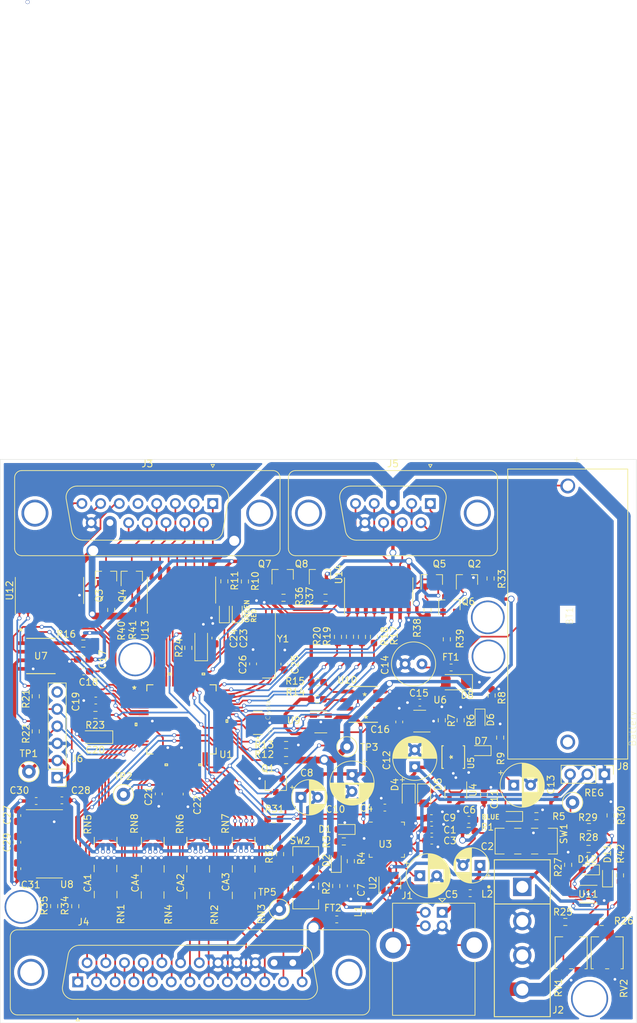
<source format=kicad_pcb>
(kicad_pcb (version 20171130) (host pcbnew "(5.1.9)-1")
  (layers (0 F.Cu signal) (31 B.Cu signal hide) (34 B.Paste user hide) (35 F.Paste user hide) (36 B.SilkS user hide) (37 F.SilkS user) (38 B.Mask user) (39 F.Mask user hide) (44 Edge.Cuts user))
  (net 0 "")
  (net 1 0)
  (net 2 "Net-(BT1-Pad1)")
  (net 3 "Net-(C1-Pad1)")
  (net 4 "Net-(C4-Pad1)")
  (net 5 "Net-(C5-Pad1)")
  (net 6 "Net-(C6-Pad1)")
  (net 7 "Net-(C7-Pad1)")
  (net 8 VDDD)
  (net 9 "Net-(C12-Pad1)")
  (net 10 "Net-(C13-Pad1)")
  (net 11 "Net-(C14-Pad1)")
  (net 12 +3.3VP)
  (net 13 "Net-(C18-Pad1)")
  (net 14 RESET)
  (net 15 "Net-(C23-Pad1)")
  (net 16 "Net-(C25-Pad1)")
  (net 17 "Net-(C26-Pad1)")
  (net 18 "Net-(C27-Pad2)")
  (net 19 "Net-(C27-Pad1)")
  (net 20 "Net-(C28-Pad1)")
  (net 21 "Net-(C29-Pad1)")
  (net 22 "Net-(C30-Pad1)")
  (net 23 K2)
  (net 24 K1)
  (net 25 K3)
  (net 26 K6)
  (net 27 K5)
  (net 28 K7)
  (net 29 K4)
  (net 30 KA)
  (net 31 K9)
  (net 32 KB)
  (net 33 K8)
  (net 34 KD)
  (net 35 KC)
  (net 36 KE)
  (net 37 NOTE)
  (net 38 "Net-(D1-Pad2)")
  (net 39 "Net-(D2-Pad2)")
  (net 40 "Net-(D3-Pad2)")
  (net 41 "Net-(D3-Pad1)")
  (net 42 "Net-(D6-Pad2)")
  (net 43 "Net-(D6-Pad1)")
  (net 44 "Net-(D7-Pad2)")
  (net 45 "Net-(D7-Pad1)")
  (net 46 "Net-(D9-Pad2)")
  (net 47 LED2)
  (net 48 "Net-(D10-Pad2)")
  (net 49 LED3)
  (net 50 "Net-(D11-Pad2)")
  (net 51 "Net-(D11-Pad1)")
  (net 52 "Net-(D12-Pad2)")
  (net 53 "Net-(D12-Pad1)")
  (net 54 "Net-(FT2-Pad2)")
  (net 55 +12V)
  (net 56 "Net-(J1-Pad2)")
  (net 57 "Net-(J1-Pad1)")
  (net 58 "Net-(J1-Pad3)")
  (net 59 COUT)
  (net 60 CIN)
  (net 61 "Net-(J3-Pad11)")
  (net 62 "Net-(J3-Pad10)")
  (net 63 "Net-(J3-Pad9)")
  (net 64 "Net-(J3-Pad8)")
  (net 65 "Net-(J3-Pad7)")
  (net 66 "Net-(J3-Pad6)")
  (net 67 "Net-(J3-Pad5)")
  (net 68 "Net-(J3-Pad4)")
  (net 69 "Net-(J3-Pad3)")
  (net 70 "Net-(J3-Pad2)")
  (net 71 "Net-(J3-Pad1)")
  (net 72 +5V)
  (net 73 "Net-(J4-Pad17)")
  (net 74 "Net-(J4-Pad16)")
  (net 75 INIB)
  (net 76 COUT2)
  (net 77 CIN2)
  (net 78 COUT1)
  (net 79 CIN1)
  (net 80 PRINT_IMP)
  (net 81 "Net-(J6-Pad6)")
  (net 82 PGED2)
  (net 83 PGEC2)
  (net 84 PIN-INIB)
  (net 85 PIN-PRINT)
  (net 86 "Net-(Q3-Pad1)")
  (net 87 "Net-(Q4-Pad1)")
  (net 88 "Net-(Q5-Pad1)")
  (net 89 "Net-(Q6-Pad1)")
  (net 90 "Net-(Q7-Pad1)")
  (net 91 "Net-(Q8-Pad1)")
  (net 92 "Net-(R6-Pad2)")
  (net 93 PIN-SCL)
  (net 94 PIN-SDA)
  (net 95 "Net-(R16-Pad2)")
  (net 96 PIN-CIN)
  (net 97 PIN-COUT)
  (net 98 PIN-CIN1)
  (net 99 "Net-(R19-Pad1)")
  (net 100 PIN-COUT1)
  (net 101 "Net-(R20-Pad1)")
  (net 102 PIN-CIN2)
  (net 103 PIN-COUT2)
  (net 104 "Net-(R24-Pad1)")
  (net 105 PIN-PWRMODE)
  (net 106 "Net-(R29-Pad2)")
  (net 107 PIN-S4)
  (net 108 PIN-S3)
  (net 109 PIN-S2)
  (net 110 PIN-S1)
  (net 111 PIN-S0)
  (net 112 PIN-S9)
  (net 113 PIN-S8)
  (net 114 PIN-S11)
  (net 115 PIN-S10)
  (net 116 "Net-(U1-Pad40)")
  (net 117 "Net-(U1-Pad39)")
  (net 118 "Net-(U1-Pad34)")
  (net 119 "Net-(U1-Pad33)")
  (net 120 TXA)
  (net 121 RXA)
  (net 122 "Net-(U1-Pad8)")
  (net 123 "Net-(U1-Pad6)")
  (net 124 "Net-(U1-Pad5)")
  (net 125 PIN-S7)
  (net 126 PIN-S6)
  (net 127 PIN-S5)
  (net 128 "Net-(U3-Pad33)")
  (net 129 "Net-(U3-Pad32)")
  (net 130 "Net-(U3-Pad31)")
  (net 131 "Net-(U3-Pad29)")
  (net 132 "Net-(U3-Pad28)")
  (net 133 "Net-(U3-Pad27)")
  (net 134 "Net-(U3-Pad26)")
  (net 135 "Net-(U3-Pad22)")
  (net 136 "Net-(U3-Pad21)")
  (net 137 "Net-(U3-Pad13)")
  (net 138 "Net-(U3-Pad11)")
  (net 139 "Net-(U3-Pad9)")
  (net 140 "Net-(U3-Pad8)")
  (net 141 "Net-(U3-Pad6)")
  (net 142 "Net-(U3-Pad5)")
  (net 143 "Net-(U3-Pad3)")
  (net 144 "Net-(U4-Pad4)")
  (net 145 "Net-(U5-Pad11)")
  (net 146 "Net-(U6-Pad4)")
  (net 147 "Net-(U8-Pad10)")
  (net 148 "Net-(U8-Pad9)")
  (net 149 "Net-(U8-Pad8)")
  (net 150 "Net-(U8-Pad7)")
  (net 151 "Net-(U9-Pad5)")
  (net 152 "Net-(U10-Pad7)")
  (net 153 "Net-(U10-Pad3)")
  (net 154 "Net-(U10-Pad2)")
  (net 155 "Net-(U10-Pad1)")
  (net 156 "Net-(U11-Pad6)")
  (net 157 "Net-(U12-Pad14)")
  (net 158 "Net-(U12-Pad13)")
  (net 159 "Net-(U12-Pad4)")
  (net 160 "Net-(U12-Pad3)")
  (net 161 "Net-(U14-Pad12)")
  (net 162 "Net-(U14-Pad5)")
  (net 163 K0)
  (net 164 "Net-(U2-Pad6)")
  (net 165 "Net-(U2-Pad4)")
  (net 166 "Net-(J5-Pad8)")
  (net 167 "Net-(J5-Pad7)")
  (net 168 "Net-(C31-Pad1)")
  (net 169 K_0)
  (net 170 K_1)
  (net 171 NOTE_)
  (net 172 K_C)
  (net 173 K_D)
  (net 174 K_5)
  (net 175 K_6)
  (net 176 K_7)
  (net 177 K_8)
  (net 178 K_9)
  (net 179 K_A)
  (net 180 K_B)
  (net 181 K_2)
  (net 182 K_3)
  (net 183 K_E)
  (net 184 K_4)
  (net 185 RXP_)
  (net 186 TXP_)
  (net 187 "Net-(J1-Pad5)")
  (net 188 VDD)
  (net 189 "Net-(C29-Pad2)")
  (net 190 "Net-(R3-Pad2)")
  (net 191 "Net-(R4-Pad2)")
  (net 192 "Net-(R7-Pad1)")
  (net 193 "Net-(R17-Pad1)")
  (net 194 "Net-(R18-Pad1)")
  (net 195 "Net-(R25-Pad2)")
  (net 196 "Net-(R25-Pad1)")
  (net 197 "Net-(R26-Pad2)")
  (net 198 "Net-(R26-Pad1)")
  (net 199 "Net-(R27-Pad2)")
  (net 200 "Net-(R28-Pad1)")
  (module Connector_Dsub:DSUB-25_Female_Vertical_P2.77x2.84mm_MountingHoles (layer F.Cu) (at 80.3275 115.824 180)
    (fp_text reference J4 (at -0.8509 8.89) (layer F.SilkS))
    (fp_text value Conn_01x25)
    (pad 1 thru_hole rect (at 0 0 180) (size 1.6 1.6) (drill 1) (layers *.Cu *.Mask) (net 169 K_0))
    (pad 2 thru_hole circle (at -2.77 0 180) (size 1.6 1.6) (drill 1) (layers *.Cu *.Mask) (net 181 K_2))
    (pad 3 thru_hole circle (at -5.54 0 180) (size 1.6 1.6) (drill 1) (layers *.Cu *.Mask) (net 171 NOTE_))
    (pad 4 thru_hole circle (at -8.31 0 180) (size 1.6 1.6) (drill 1) (layers *.Cu *.Mask) (net 172 K_C))
    (pad 5 thru_hole circle (at -11.08 0 180) (size 1.6 1.6) (drill 1) (layers *.Cu *.Mask) (net 173 K_D))
    (pad 6 thru_hole circle (at -13.85 0 180) (size 1.6 1.6) (drill 1) (layers *.Cu *.Mask) (net 184 K_4))
    (pad 7 thru_hole circle (at -16.62 0 180) (size 1.6 1.6) (drill 1) (layers *.Cu *.Mask) (net 174 K_5))
    (pad 8 thru_hole circle (at -19.39 0 180) (size 1.6 1.6) (drill 1) (layers *.Cu *.Mask) (net 176 K_7))
    (pad 9 thru_hole circle (at -22.16 0 180) (size 1.6 1.6) (drill 1) (layers *.Cu *.Mask) (net 177 K_8))
    (pad 10 thru_hole circle (at -24.93 0 180) (size 1.6 1.6) (drill 1) (layers *.Cu *.Mask) (net 178 K_9))
    (pad 11 thru_hole circle (at -27.7 0 180) (size 1.6 1.6) (drill 1) (layers *.Cu *.Mask) (net 179 K_A))
    (pad 12 thru_hole circle (at -30.47 0 180) (size 1.6 1.6) (drill 1) (layers *.Cu *.Mask) (net 180 K_B))
    (pad 13 thru_hole circle (at -33.24 0 180) (size 1.6 1.6) (drill 1) (layers *.Cu *.Mask) (net 75 INIB))
    (pad 14 thru_hole circle (at -1.385 2.84 180) (size 1.6 1.6) (drill 1) (layers *.Cu *.Mask) (net 170 K_1))
    (pad 15 thru_hole circle (at -4.155 2.84 180) (size 1.6 1.6) (drill 1) (layers *.Cu *.Mask) (net 182 K_3))
    (pad 16 thru_hole circle (at -6.925 2.84 180) (size 1.6 1.6) (drill 1) (layers *.Cu *.Mask) (net 74 "Net-(J4-Pad16)"))
    (pad 17 thru_hole circle (at -9.695 2.84 180) (size 1.6 1.6) (drill 1) (layers *.Cu *.Mask) (net 73 "Net-(J4-Pad17)"))
    (pad 18 thru_hole circle (at -12.465 2.84 180) (size 1.6 1.6) (drill 1) (layers *.Cu *.Mask) (net 183 K_E))
    (pad 19 thru_hole circle (at -15.235 2.84 180) (size 1.6 1.6) (drill 1) (layers *.Cu *.Mask) (net 72 +5V))
    (pad 20 thru_hole circle (at -18.005 2.84 180) (size 1.6 1.6) (drill 1) (layers *.Cu *.Mask) (net 175 K_6))
    (pad 21 thru_hole circle (at -20.775 2.84 180) (size 1.6 1.6) (drill 1) (layers *.Cu *.Mask) (net 1 0))
    (pad 22 thru_hole circle (at -23.545 2.84 180) (size 1.6 1.6) (drill 1) (layers *.Cu *.Mask) (net 1 0))
    (pad 23 thru_hole circle (at -26.315 2.84 180) (size 1.6 1.6) (drill 1) (layers *.Cu *.Mask) (net 1 0))
    (pad 24 thru_hole circle (at -29.085 2.84 180) (size 1.6 1.6) (drill 1) (layers *.Cu *.Mask) (net 54 "Net-(FT2-Pad2)"))
    (pad 25 thru_hole circle (at -31.855 2.84 180) (size 1.6 1.6) (drill 1) (layers *.Cu *.Mask) (net 54 "Net-(FT2-Pad2)"))
    (pad 0 thru_hole circle (at -40.17 1.42 180) (size 4 4) (drill 3.2) (layers *.Cu *.Mask))
    (pad 0 thru_hole circle (at 6.93 1.42 180) (size 4 4) (drill 3.2) (layers *.Cu *.Mask))
  )
  (module 3:PIC24HJ64GP206-I&slash_PT (layer F.Cu) (at 95.6945 76.8985)
    (fp_text reference U1 (at 6.604 5.207) (layer F.SilkS))
    (fp_text value PIC24HJ64GP206-I_PT hide)
    (fp_text user * (at -6.985 -4.381) (layer F.SilkS))
    (fp_text user * (at -6.985 -4.381) (layer F.SilkS))
    (pad 64 smd rect (at -3.75 -5.6134) (size 0.2794 1.4732) (layers F.Cu F.Paste F.Mask) (net 113 PIN-S8))
    (pad 63 smd rect (at -3.250001 -5.6134) (size 0.2794 1.4732) (layers F.Cu F.Paste F.Mask) (net 112 PIN-S9))
    (pad 62 smd rect (at -2.75 -5.6134) (size 0.2794 1.4732) (layers F.Cu F.Paste F.Mask) (net 107 PIN-S4))
    (pad 61 smd rect (at -2.250001 -5.6134) (size 0.2794 1.4732) (layers F.Cu F.Paste F.Mask) (net 108 PIN-S3))
    (pad 60 smd rect (at -1.749999 -5.6134) (size 0.2794 1.4732) (layers F.Cu F.Paste F.Mask) (net 109 PIN-S2))
    (pad 59 smd rect (at -1.25 -5.6134) (size 0.2794 1.4732) (layers F.Cu F.Paste F.Mask) (net 110 PIN-S1))
    (pad 58 smd rect (at -0.750001 -5.6134) (size 0.2794 1.4732) (layers F.Cu F.Paste F.Mask) (net 111 PIN-S0))
    (pad 57 smd rect (at -0.25 -5.6134) (size 0.2794 1.4732) (layers F.Cu F.Paste F.Mask) (net 104 "Net-(R24-Pad1)"))
    (pad 56 smd rect (at 0.25 -5.6134) (size 0.2794 1.4732) (layers F.Cu F.Paste F.Mask) (net 15 "Net-(C23-Pad1)"))
    (pad 55 smd rect (at 0.750001 -5.6134) (size 0.2794 1.4732) (layers F.Cu F.Paste F.Mask) (net 49 LED3))
    (pad 54 smd rect (at 1.25 -5.6134) (size 0.2794 1.4732) (layers F.Cu F.Paste F.Mask) (net 47 LED2))
    (pad 53 smd rect (at 1.749999 -5.6134) (size 0.2794 1.4732) (layers F.Cu F.Paste F.Mask) (net 30 KA))
    (pad 52 smd rect (at 2.250001 -5.6134) (size 0.2794 1.4732) (layers F.Cu F.Paste F.Mask) (net 32 KB))
    (pad 51 smd rect (at 2.75 -5.6134) (size 0.2794 1.4732) (layers F.Cu F.Paste F.Mask) (net 85 PIN-PRINT))
    (pad 50 smd rect (at 3.250001 -5.6134) (size 0.2794 1.4732) (layers F.Cu F.Paste F.Mask) (net 115 PIN-S10))
    (pad 49 smd rect (at 3.75 -5.6134) (size 0.2794 1.4732) (layers F.Cu F.Paste F.Mask) (net 114 PIN-S11))
    (pad 48 smd rect (at 5.6134 -3.75 90) (size 0.2794 1.4732) (layers F.Cu F.Paste F.Mask) (net 17 "Net-(C26-Pad1)"))
    (pad 47 smd rect (at 5.6134 -3.250001 90) (size 0.2794 1.4732) (layers F.Cu F.Paste F.Mask) (net 16 "Net-(C25-Pad1)"))
    (pad 46 smd rect (at 5.6134 -2.75 90) (size 0.2794 1.4732) (layers F.Cu F.Paste F.Mask) (net 101 "Net-(R20-Pad1)"))
    (pad 45 smd rect (at 5.6134 -2.250001 90) (size 0.2794 1.4732) (layers F.Cu F.Paste F.Mask) (net 99 "Net-(R19-Pad1)"))
    (pad 44 smd rect (at 5.6134 -1.749999 90) (size 0.2794 1.4732) (layers F.Cu F.Paste F.Mask) (net 194 "Net-(R18-Pad1)"))
    (pad 43 smd rect (at 5.6134 -1.25 90) (size 0.2794 1.4732) (layers F.Cu F.Paste F.Mask) (net 193 "Net-(R17-Pad1)"))
    (pad 42 smd rect (at 5.6134 -0.750001 90) (size 0.2794 1.4732) (layers F.Cu F.Paste F.Mask) (net 84 PIN-INIB))
    (pad 41 smd rect (at 5.6134 -0.25 90) (size 0.2794 1.4732) (layers F.Cu F.Paste F.Mask) (net 1 0))
    (pad 40 smd rect (at 5.6134 0.25 90) (size 0.2794 1.4732) (layers F.Cu F.Paste F.Mask) (net 116 "Net-(U1-Pad40)"))
    (pad 39 smd rect (at 5.6134 0.750001 90) (size 0.2794 1.4732) (layers F.Cu F.Paste F.Mask) (net 117 "Net-(U1-Pad39)"))
    (pad 38 smd rect (at 5.6134 1.25 90) (size 0.2794 1.4732) (layers F.Cu F.Paste F.Mask) (net 12 +3.3VP))
    (pad 37 smd rect (at 5.6134 1.749999 90) (size 0.2794 1.4732) (layers F.Cu F.Paste F.Mask) (net 94 PIN-SDA))
    (pad 36 smd rect (at 5.6134 2.250001 90) (size 0.2794 1.4732) (layers F.Cu F.Paste F.Mask) (net 93 PIN-SCL))
    (pad 35 smd rect (at 5.6134 2.75 90) (size 0.2794 1.4732) (layers F.Cu F.Paste F.Mask) (net 105 PIN-PWRMODE))
    (pad 34 smd rect (at 5.6134 3.250001 90) (size 0.2794 1.4732) (layers F.Cu F.Paste F.Mask) (net 118 "Net-(U1-Pad34)"))
    (pad 33 smd rect (at 5.6134 3.75 90) (size 0.2794 1.4732) (layers F.Cu F.Paste F.Mask) (net 119 "Net-(U1-Pad33)"))
    (pad 32 smd rect (at 3.75 5.6134) (size 0.2794 1.4732) (layers F.Cu F.Paste F.Mask) (net 120 TXA))
    (pad 31 smd rect (at 3.250001 5.6134) (size 0.2794 1.4732) (layers F.Cu F.Paste F.Mask) (net 121 RXA))
    (pad 30 smd rect (at 2.75 5.6134) (size 0.2794 1.4732) (layers F.Cu F.Paste F.Mask) (net 31 K9))
    (pad 29 smd rect (at 2.250001 5.6134) (size 0.2794 1.4732) (layers F.Cu F.Paste F.Mask) (net 33 K8))
    (pad 28 smd rect (at 1.749999 5.6134) (size 0.2794 1.4732) (layers F.Cu F.Paste F.Mask) (net 28 K7))
    (pad 27 smd rect (at 1.25 5.6134) (size 0.2794 1.4732) (layers F.Cu F.Paste F.Mask) (net 26 K6))
    (pad 26 smd rect (at 0.750001 5.6134) (size 0.2794 1.4732) (layers F.Cu F.Paste F.Mask) (net 12 +3.3VP))
    (pad 25 smd rect (at 0.25 5.6134) (size 0.2794 1.4732) (layers F.Cu F.Paste F.Mask) (net 1 0))
    (pad 24 smd rect (at -0.25 5.6134) (size 0.2794 1.4732) (layers F.Cu F.Paste F.Mask) (net 27 K5))
    (pad 23 smd rect (at -0.750001 5.6134) (size 0.2794 1.4732) (layers F.Cu F.Paste F.Mask) (net 29 K4))
    (pad 22 smd rect (at -1.25 5.6134) (size 0.2794 1.4732) (layers F.Cu F.Paste F.Mask) (net 36 KE))
    (pad 21 smd rect (at -1.749999 5.6134) (size 0.2794 1.4732) (layers F.Cu F.Paste F.Mask) (net 34 KD))
    (pad 20 smd rect (at -2.250001 5.6134) (size 0.2794 1.4732) (layers F.Cu F.Paste F.Mask) (net 1 0))
    (pad 19 smd rect (at -2.75 5.6134) (size 0.2794 1.4732) (layers F.Cu F.Paste F.Mask) (net 12 +3.3VP))
    (pad 18 smd rect (at -3.250001 5.6134) (size 0.2794 1.4732) (layers F.Cu F.Paste F.Mask) (net 35 KC))
    (pad 17 smd rect (at -3.75 5.6134) (size 0.2794 1.4732) (layers F.Cu F.Paste F.Mask) (net 37 NOTE))
    (pad 16 smd rect (at -5.6134 3.75 90) (size 0.2794 1.4732) (layers F.Cu F.Paste F.Mask) (net 82 PGED2))
    (pad 15 smd rect (at -5.6134 3.250001 90) (size 0.2794 1.4732) (layers F.Cu F.Paste F.Mask) (net 83 PGEC2))
    (pad 14 smd rect (at -5.6134 2.75 90) (size 0.2794 1.4732) (layers F.Cu F.Paste F.Mask) (net 25 K3))
    (pad 13 smd rect (at -5.6134 2.250001 90) (size 0.2794 1.4732) (layers F.Cu F.Paste F.Mask) (net 23 K2))
    (pad 12 smd rect (at -5.6134 1.749999 90) (size 0.2794 1.4732) (layers F.Cu F.Paste F.Mask) (net 24 K1))
    (pad 11 smd rect (at -5.6134 1.25 90) (size 0.2794 1.4732) (layers F.Cu F.Paste F.Mask) (net 163 K0))
    (pad 10 smd rect (at -5.6134 0.750001 90) (size 0.2794 1.4732) (layers F.Cu F.Paste F.Mask) (net 12 +3.3VP))
    (pad 9 smd rect (at -5.6134 0.25 90) (size 0.2794 1.4732) (layers F.Cu F.Paste F.Mask) (net 1 0))
    (pad 8 smd rect (at -5.6134 -0.25 90) (size 0.2794 1.4732) (layers F.Cu F.Paste F.Mask) (net 122 "Net-(U1-Pad8)"))
    (pad 7 smd rect (at -5.6134 -0.750001 90) (size 0.2794 1.4732) (layers F.Cu F.Paste F.Mask) (net 14 RESET))
    (pad 6 smd rect (at -5.6134 -1.25 90) (size 0.2794 1.4732) (layers F.Cu F.Paste F.Mask) (net 123 "Net-(U1-Pad6)"))
    (pad 5 smd rect (at -5.6134 -1.749999 90) (size 0.2794 1.4732) (layers F.Cu F.Paste F.Mask) (net 124 "Net-(U1-Pad5)"))
    (pad 4 smd rect (at -5.6134 -2.250001 90) (size 0.2794 1.4732) (layers F.Cu F.Paste F.Mask) (net 13 "Net-(C18-Pad1)"))
    (pad 3 smd rect (at -5.6134 -2.75 90) (size 0.2794 1.4732) (layers F.Cu F.Paste F.Mask) (net 125 PIN-S7))
    (pad 2 smd rect (at -5.6134 -3.250001 90) (size 0.2794 1.4732) (layers F.Cu F.Paste F.Mask) (net 126 PIN-S6))
    (pad 1 smd rect (at -5.6134 -3.75 90) (size 0.2794 1.4732) (layers F.Cu F.Paste F.Mask) (net 127 PIN-S5))
  )
  (module Crystal:Crystal_SMD_SeikoEpson_MC146-4Pin_6.7x1.5mm_HandSoldering (layer F.Cu) (at 108.6485 65.913 90)
    (fp_text reference Y1 (at 0.9525 2.0955 180) (layer F.SilkS))
    (fp_text value Crystal_GND2_Small)
    (pad 4 smd rect (at -3.6 -0.45 90) (size 2.1 0.6) (layers F.Cu F.Paste F.Mask) (net 17 "Net-(C26-Pad1)"))
    (pad 3 smd rect (at 3.6 -0.45 90) (size 2.1 0.6) (layers F.Cu F.Paste F.Mask) (net 1 0))
    (pad 2 smd rect (at 3.6 0.45 90) (size 2.1 0.6) (layers F.Cu F.Paste F.Mask) (net 1 0))
    (pad 1 smd rect (at -3.6 0.45 90) (size 2.1 0.6) (layers F.Cu F.Paste F.Mask) (net 16 "Net-(C25-Pad1)"))
  )
  (module Connector_Dsub:DSUB-15_Female_Vertical_P2.77x2.84mm_MountingHoles (layer F.Cu) (at 100.33 44.8945)
    (fp_text reference J3 (at -9.695 -5.89) (layer F.SilkS))
    (fp_text value Conn_01x15)
    (pad 0 thru_hole circle (at 6.955 1.42) (size 4 4) (drill 3.2) (layers *.Cu *.Mask))
    (pad 0 thru_hole circle (at -26.345 1.42) (size 4 4) (drill 3.2) (layers *.Cu *.Mask))
    (pad 15 thru_hole circle (at -18.005 2.84) (size 1.6 1.6) (drill 1) (layers *.Cu *.Mask) (net 1 0))
    (pad 14 thru_hole circle (at -15.235 2.84) (size 1.6 1.6) (drill 1) (layers *.Cu *.Mask) (net 55 +12V))
    (pad 13 thru_hole circle (at -12.465 2.84) (size 1.6 1.6) (drill 1) (layers *.Cu *.Mask) (net 60 CIN))
    (pad 12 thru_hole circle (at -9.695 2.84) (size 1.6 1.6) (drill 1) (layers *.Cu *.Mask) (net 59 COUT))
    (pad 11 thru_hole circle (at -6.925 2.84) (size 1.6 1.6) (drill 1) (layers *.Cu *.Mask) (net 61 "Net-(J3-Pad11)"))
    (pad 10 thru_hole circle (at -4.155 2.84) (size 1.6 1.6) (drill 1) (layers *.Cu *.Mask) (net 62 "Net-(J3-Pad10)"))
    (pad 9 thru_hole circle (at -1.385 2.84) (size 1.6 1.6) (drill 1) (layers *.Cu *.Mask) (net 63 "Net-(J3-Pad9)"))
    (pad 8 thru_hole circle (at -19.39 0) (size 1.6 1.6) (drill 1) (layers *.Cu *.Mask) (net 64 "Net-(J3-Pad8)"))
    (pad 7 thru_hole circle (at -16.62 0) (size 1.6 1.6) (drill 1) (layers *.Cu *.Mask) (net 65 "Net-(J3-Pad7)"))
    (pad 6 thru_hole circle (at -13.85 0) (size 1.6 1.6) (drill 1) (layers *.Cu *.Mask) (net 66 "Net-(J3-Pad6)"))
    (pad 5 thru_hole circle (at -11.08 0) (size 1.6 1.6) (drill 1) (layers *.Cu *.Mask) (net 67 "Net-(J3-Pad5)"))
    (pad 4 thru_hole circle (at -8.31 0) (size 1.6 1.6) (drill 1) (layers *.Cu *.Mask) (net 68 "Net-(J3-Pad4)"))
    (pad 3 thru_hole circle (at -5.54 0) (size 1.6 1.6) (drill 1) (layers *.Cu *.Mask) (net 69 "Net-(J3-Pad3)"))
    (pad 2 thru_hole circle (at -2.77 0) (size 1.6 1.6) (drill 1) (layers *.Cu *.Mask) (net 70 "Net-(J3-Pad2)"))
    (pad 1 thru_hole rect (at 0 0) (size 1.6 1.6) (drill 1) (layers *.Cu *.Mask) (net 71 "Net-(J3-Pad1)"))
  )
  (module Capacitor_THT:CP_Radial_D6.3mm_P2.50mm (layer F.Cu) (at 131.0005 100.076)
    (fp_text reference C5 (at 4.6863 2.7686) (layer F.SilkS))
    (fp_text value 1uF)
    (pad 2 thru_hole circle (at 2.5 0) (size 1.6 1.6) (drill 0.8) (layers *.Cu *.Mask) (net 1 0))
    (pad 1 thru_hole rect (at 0 0) (size 1.6 1.6) (drill 0.8) (layers *.Cu *.Mask) (net 5 "Net-(C5-Pad1)"))
  )
  (module Connector_USB:USB_B_Lumberg_2411_02_Horizontal (layer F.Cu) (at 134.3135 105.503 270)
    (fp_text reference J1 (at -2.4806 5.1799 180) (layer F.SilkS))
    (fp_text value USB_B)
    (pad 5 thru_hole circle (at 4.86 -4.75) (size 4 4) (drill 2.3) (layers *.Cu *.Mask) (net 187 "Net-(J1-Pad5)"))
    (pad 5 thru_hole circle (at 4.86 7.25) (size 4 4) (drill 2.3) (layers *.Cu *.Mask) (net 187 "Net-(J1-Pad5)"))
    (pad 4 thru_hole circle (at 2 0) (size 1.6 1.6) (drill 0.95) (layers *.Cu *.Mask) (net 1 0))
    (pad 3 thru_hole circle (at 2 2.5) (size 1.6 1.6) (drill 0.95) (layers *.Cu *.Mask) (net 58 "Net-(J1-Pad3)"))
    (pad 2 thru_hole circle (at 0 2.5) (size 1.6 1.6) (drill 0.95) (layers *.Cu *.Mask) (net 56 "Net-(J1-Pad2)"))
    (pad 1 thru_hole rect (at 0 0) (size 1.6 1.6) (drill 0.95) (layers *.Cu *.Mask) (net 57 "Net-(J1-Pad1)"))
  )
  (module Connector_PinHeader_2.54mm:PinHeader_1x03_P2.54mm_Vertical (layer F.Cu) (at 158.3436 85.0392 270)
    (fp_text reference J8 (at -1.1684 -2.7432 180) (layer F.SilkS))
    (fp_text value Conn_01x03)
    (pad 1 thru_hole rect (at 0 0 270) (size 1.7 1.7) (drill 1) (layers *.Cu *.Mask) (net 1 0))
    (pad 2 thru_hole oval (at 0 2.54 270) (size 1.7 1.7) (drill 1) (layers *.Cu *.Mask) (net 3 "Net-(C1-Pad1)"))
    (pad 3 thru_hole oval (at 0 5.08 270) (size 1.7 1.7) (drill 1) (layers *.Cu *.Mask) (net 9 "Net-(C12-Pad1)"))
  )
  (module TestPoint:TestPoint_Loop_D1.80mm_Drill1.0mm_Beaded (layer F.Cu) (at 87.0966 88.0364)
    (fp_text reference TP2 (at -0.0127 -2.6797) (layer F.SilkS))
    (fp_text value TestPoint)
    (pad 1 thru_hole circle (at 0 0) (size 2 2) (drill 1) (layers *.Cu *.Mask) (net 12 +3.3VP))
  )
  (module Resistor_SMD:R_Array_Convex_4x0612 (layer F.Cu) (at 91.44 99.06 90)
    (fp_text reference CA4 (at -2.0828 -2.5908 90) (layer F.SilkS))
    (fp_text value Array_Cap)
    (pad 1 smd rect (at -0.7 -1.27 90) (size 0.7 0.64) (layers F.Cu F.Paste F.Mask) (net 37 NOTE))
    (pad 3 smd rect (at -0.7 0.4 90) (size 0.7 0.5) (layers F.Cu F.Paste F.Mask) (net 34 KD))
    (pad 2 smd rect (at -0.7 -0.4 90) (size 0.7 0.5) (layers F.Cu F.Paste F.Mask) (net 35 KC))
    (pad 4 smd rect (at -0.7 1.27 90) (size 0.7 0.64) (layers F.Cu F.Paste F.Mask) (net 36 KE))
    (pad 7 smd rect (at 0.7 -0.4 90) (size 0.7 0.5) (layers F.Cu F.Paste F.Mask) (net 1 0))
    (pad 8 smd rect (at 0.7 -1.27 90) (size 0.7 0.64) (layers F.Cu F.Paste F.Mask) (net 1 0))
    (pad 6 smd rect (at 0.7 0.4 90) (size 0.7 0.5) (layers F.Cu F.Paste F.Mask) (net 1 0))
    (pad 5 smd rect (at 0.7 1.27 90) (size 0.7 0.64) (layers F.Cu F.Paste F.Mask) (net 1 0))
  )
  (module Resistor_SMD:R_Array_Convex_4x0612 (layer F.Cu) (at 104.902 99.06 90)
    (fp_text reference CA3 (at -1.9304 -2.6416 90) (layer F.SilkS))
    (fp_text value Array_Cap)
    (pad 1 smd rect (at -0.7 -1.27 90) (size 0.7 0.64) (layers F.Cu F.Paste F.Mask) (net 33 K8))
    (pad 3 smd rect (at -0.7 0.4 90) (size 0.7 0.5) (layers F.Cu F.Paste F.Mask) (net 30 KA))
    (pad 2 smd rect (at -0.7 -0.4 90) (size 0.7 0.5) (layers F.Cu F.Paste F.Mask) (net 31 K9))
    (pad 4 smd rect (at -0.7 1.27 90) (size 0.7 0.64) (layers F.Cu F.Paste F.Mask) (net 32 KB))
    (pad 7 smd rect (at 0.7 -0.4 90) (size 0.7 0.5) (layers F.Cu F.Paste F.Mask) (net 1 0))
    (pad 8 smd rect (at 0.7 -1.27 90) (size 0.7 0.64) (layers F.Cu F.Paste F.Mask) (net 1 0))
    (pad 6 smd rect (at 0.7 0.4 90) (size 0.7 0.5) (layers F.Cu F.Paste F.Mask) (net 1 0))
    (pad 5 smd rect (at 0.7 1.27 90) (size 0.7 0.64) (layers F.Cu F.Paste F.Mask) (net 1 0))
  )
  (module Resistor_SMD:R_Array_Convex_4x0612 (layer F.Cu) (at 98.171 94.869 90)
    (fp_text reference RN6 (at 2.4765 -2.6924 90) (layer F.SilkS))
    (fp_text value R_Pack04)
    (pad 1 smd rect (at -0.7 -1.27 90) (size 0.7 0.64) (layers F.Cu F.Paste F.Mask) (net 8 VDDD))
    (pad 3 smd rect (at -0.7 0.4 90) (size 0.7 0.5) (layers F.Cu F.Paste F.Mask) (net 8 VDDD))
    (pad 2 smd rect (at -0.7 -0.4 90) (size 0.7 0.5) (layers F.Cu F.Paste F.Mask) (net 8 VDDD))
    (pad 4 smd rect (at -0.7 1.27 90) (size 0.7 0.64) (layers F.Cu F.Paste F.Mask) (net 8 VDDD))
    (pad 7 smd rect (at 0.7 -0.4 90) (size 0.7 0.5) (layers F.Cu F.Paste F.Mask) (net 27 K5))
    (pad 8 smd rect (at 0.7 -1.27 90) (size 0.7 0.64) (layers F.Cu F.Paste F.Mask) (net 29 K4))
    (pad 6 smd rect (at 0.7 0.4 90) (size 0.7 0.5) (layers F.Cu F.Paste F.Mask) (net 26 K6))
    (pad 5 smd rect (at 0.7 1.27 90) (size 0.7 0.64) (layers F.Cu F.Paste F.Mask) (net 28 K7))
  )
  (module Resistor_SMD:R_Array_Convex_4x0612 (layer F.Cu) (at 104.902 94.869 90)
    (fp_text reference RN7 (at 2.5146 -2.6924 90) (layer F.SilkS))
    (fp_text value R_Pack04)
    (pad 1 smd rect (at -0.7 -1.27 90) (size 0.7 0.64) (layers F.Cu F.Paste F.Mask) (net 8 VDDD))
    (pad 3 smd rect (at -0.7 0.4 90) (size 0.7 0.5) (layers F.Cu F.Paste F.Mask) (net 8 VDDD))
    (pad 2 smd rect (at -0.7 -0.4 90) (size 0.7 0.5) (layers F.Cu F.Paste F.Mask) (net 8 VDDD))
    (pad 4 smd rect (at -0.7 1.27 90) (size 0.7 0.64) (layers F.Cu F.Paste F.Mask) (net 8 VDDD))
    (pad 7 smd rect (at 0.7 -0.4 90) (size 0.7 0.5) (layers F.Cu F.Paste F.Mask) (net 31 K9))
    (pad 8 smd rect (at 0.7 -1.27 90) (size 0.7 0.64) (layers F.Cu F.Paste F.Mask) (net 33 K8))
    (pad 6 smd rect (at 0.7 0.4 90) (size 0.7 0.5) (layers F.Cu F.Paste F.Mask) (net 30 KA))
    (pad 5 smd rect (at 0.7 1.27 90) (size 0.7 0.64) (layers F.Cu F.Paste F.Mask) (net 32 KB))
  )
  (module Resistor_SMD:R_Array_Convex_4x0612 (layer F.Cu) (at 84.4357 99.0092 90)
    (fp_text reference CA1 (at -2.1336 -2.6477 90) (layer F.SilkS))
    (fp_text value 100nF)
    (pad 1 smd rect (at -0.7 -1.27 90) (size 0.7 0.64) (layers F.Cu F.Paste F.Mask) (net 163 K0))
    (pad 3 smd rect (at -0.7 0.4 90) (size 0.7 0.5) (layers F.Cu F.Paste F.Mask) (net 23 K2))
    (pad 2 smd rect (at -0.7 -0.4 90) (size 0.7 0.5) (layers F.Cu F.Paste F.Mask) (net 24 K1))
    (pad 4 smd rect (at -0.7 1.27 90) (size 0.7 0.64) (layers F.Cu F.Paste F.Mask) (net 25 K3))
    (pad 7 smd rect (at 0.7 -0.4 90) (size 0.7 0.5) (layers F.Cu F.Paste F.Mask) (net 1 0))
    (pad 8 smd rect (at 0.7 -1.27 90) (size 0.7 0.64) (layers F.Cu F.Paste F.Mask) (net 1 0))
    (pad 6 smd rect (at 0.7 0.4 90) (size 0.7 0.5) (layers F.Cu F.Paste F.Mask) (net 1 0))
    (pad 5 smd rect (at 0.7 1.27 90) (size 0.7 0.64) (layers F.Cu F.Paste F.Mask) (net 1 0))
  )
  (module Resistor_SMD:R_Array_Convex_4x0612 (layer F.Cu) (at 91.44 94.869 90)
    (fp_text reference RN8 (at 2.5146 -2.7178 90) (layer F.SilkS))
    (fp_text value R_Pack04)
    (pad 1 smd rect (at -0.7 -1.27 90) (size 0.7 0.64) (layers F.Cu F.Paste F.Mask) (net 8 VDDD))
    (pad 3 smd rect (at -0.7 0.4 90) (size 0.7 0.5) (layers F.Cu F.Paste F.Mask) (net 8 VDDD))
    (pad 2 smd rect (at -0.7 -0.4 90) (size 0.7 0.5) (layers F.Cu F.Paste F.Mask) (net 8 VDDD))
    (pad 4 smd rect (at -0.7 1.27 90) (size 0.7 0.64) (layers F.Cu F.Paste F.Mask) (net 8 VDDD))
    (pad 7 smd rect (at 0.7 -0.4 90) (size 0.7 0.5) (layers F.Cu F.Paste F.Mask) (net 35 KC))
    (pad 8 smd rect (at 0.7 -1.27 90) (size 0.7 0.64) (layers F.Cu F.Paste F.Mask) (net 37 NOTE))
    (pad 6 smd rect (at 0.7 0.4 90) (size 0.7 0.5) (layers F.Cu F.Paste F.Mask) (net 34 KD))
    (pad 5 smd rect (at 0.7 1.27 90) (size 0.7 0.64) (layers F.Cu F.Paste F.Mask) (net 36 KE))
  )
  (module Resistor_SMD:R_Array_Convex_4x0612 (layer F.Cu) (at 84.455 94.869 90)
    (fp_text reference RN5 (at 2.413 -2.6416 90) (layer F.SilkS))
    (fp_text value 12K)
    (pad 1 smd rect (at -0.7 -1.27 90) (size 0.7 0.64) (layers F.Cu F.Paste F.Mask) (net 8 VDDD))
    (pad 3 smd rect (at -0.7 0.4 90) (size 0.7 0.5) (layers F.Cu F.Paste F.Mask) (net 8 VDDD))
    (pad 2 smd rect (at -0.7 -0.4 90) (size 0.7 0.5) (layers F.Cu F.Paste F.Mask) (net 8 VDDD))
    (pad 4 smd rect (at -0.7 1.27 90) (size 0.7 0.64) (layers F.Cu F.Paste F.Mask) (net 8 VDDD))
    (pad 7 smd rect (at 0.7 -0.4 90) (size 0.7 0.5) (layers F.Cu F.Paste F.Mask) (net 24 K1))
    (pad 8 smd rect (at 0.7 -1.27 90) (size 0.7 0.64) (layers F.Cu F.Paste F.Mask) (net 163 K0))
    (pad 6 smd rect (at 0.7 0.4 90) (size 0.7 0.5) (layers F.Cu F.Paste F.Mask) (net 23 K2))
    (pad 5 smd rect (at 0.7 1.27 90) (size 0.7 0.64) (layers F.Cu F.Paste F.Mask) (net 25 K3))
  )
  (module Resistor_SMD:R_Array_Convex_4x0612 (layer F.Cu) (at 91.421 102.935 90)
    (fp_text reference RN4 (at -2.8814 2.3558 90) (layer F.SilkS))
    (fp_text value R_Pack04)
    (pad 1 smd rect (at -0.7 -1.27 90) (size 0.7 0.64) (layers F.Cu F.Paste F.Mask) (net 171 NOTE_))
    (pad 3 smd rect (at -0.7 0.4 90) (size 0.7 0.5) (layers F.Cu F.Paste F.Mask) (net 173 K_D))
    (pad 2 smd rect (at -0.7 -0.4 90) (size 0.7 0.5) (layers F.Cu F.Paste F.Mask) (net 172 K_C))
    (pad 4 smd rect (at -0.7 1.27 90) (size 0.7 0.64) (layers F.Cu F.Paste F.Mask) (net 183 K_E))
    (pad 7 smd rect (at 0.7 -0.4 90) (size 0.7 0.5) (layers F.Cu F.Paste F.Mask) (net 35 KC))
    (pad 8 smd rect (at 0.7 -1.27 90) (size 0.7 0.64) (layers F.Cu F.Paste F.Mask) (net 37 NOTE))
    (pad 6 smd rect (at 0.7 0.4 90) (size 0.7 0.5) (layers F.Cu F.Paste F.Mask) (net 34 KD))
    (pad 5 smd rect (at 0.7 1.27 90) (size 0.7 0.64) (layers F.Cu F.Paste F.Mask) (net 36 KE))
  )
  (module Resistor_SMD:R_Array_Convex_4x0612 (layer F.Cu) (at 104.902 102.997 90)
    (fp_text reference RN3 (at -2.7686 2.6416 90) (layer F.SilkS))
    (fp_text value R_Pack04)
    (pad 1 smd rect (at -0.7 -1.27 90) (size 0.7 0.64) (layers F.Cu F.Paste F.Mask) (net 177 K_8))
    (pad 3 smd rect (at -0.7 0.4 90) (size 0.7 0.5) (layers F.Cu F.Paste F.Mask) (net 179 K_A))
    (pad 2 smd rect (at -0.7 -0.4 90) (size 0.7 0.5) (layers F.Cu F.Paste F.Mask) (net 178 K_9))
    (pad 4 smd rect (at -0.7 1.27 90) (size 0.7 0.64) (layers F.Cu F.Paste F.Mask) (net 180 K_B))
    (pad 7 smd rect (at 0.7 -0.4 90) (size 0.7 0.5) (layers F.Cu F.Paste F.Mask) (net 31 K9))
    (pad 8 smd rect (at 0.7 -1.27 90) (size 0.7 0.64) (layers F.Cu F.Paste F.Mask) (net 33 K8))
    (pad 6 smd rect (at 0.7 0.4 90) (size 0.7 0.5) (layers F.Cu F.Paste F.Mask) (net 30 KA))
    (pad 5 smd rect (at 0.7 1.27 90) (size 0.7 0.64) (layers F.Cu F.Paste F.Mask) (net 32 KB))
  )
  (module Resistor_SMD:R_Array_Convex_4x0612 (layer F.Cu) (at 98.171 102.997 90)
    (fp_text reference RN2 (at -2.8702 2.413 90) (layer F.SilkS))
    (fp_text value R_Pack04)
    (pad 1 smd rect (at -0.7 -1.27 90) (size 0.7 0.64) (layers F.Cu F.Paste F.Mask) (net 184 K_4))
    (pad 3 smd rect (at -0.7 0.4 90) (size 0.7 0.5) (layers F.Cu F.Paste F.Mask) (net 175 K_6))
    (pad 2 smd rect (at -0.7 -0.4 90) (size 0.7 0.5) (layers F.Cu F.Paste F.Mask) (net 174 K_5))
    (pad 4 smd rect (at -0.7 1.27 90) (size 0.7 0.64) (layers F.Cu F.Paste F.Mask) (net 176 K_7))
    (pad 7 smd rect (at 0.7 -0.4 90) (size 0.7 0.5) (layers F.Cu F.Paste F.Mask) (net 27 K5))
    (pad 8 smd rect (at 0.7 -1.27 90) (size 0.7 0.64) (layers F.Cu F.Paste F.Mask) (net 29 K4))
    (pad 6 smd rect (at 0.7 0.4 90) (size 0.7 0.5) (layers F.Cu F.Paste F.Mask) (net 26 K6))
    (pad 5 smd rect (at 0.7 1.27 90) (size 0.7 0.64) (layers F.Cu F.Paste F.Mask) (net 28 K7))
  )
  (module Resistor_SMD:R_Array_Convex_4x0612 (layer F.Cu) (at 84.455 102.87 90)
    (fp_text reference RN1 (at -2.8956 2.2606 90) (layer F.SilkS))
    (fp_text value 1K)
    (pad 1 smd rect (at -0.7 -1.27 90) (size 0.7 0.64) (layers F.Cu F.Paste F.Mask) (net 169 K_0))
    (pad 3 smd rect (at -0.7 0.4 90) (size 0.7 0.5) (layers F.Cu F.Paste F.Mask) (net 181 K_2))
    (pad 2 smd rect (at -0.7 -0.4 90) (size 0.7 0.5) (layers F.Cu F.Paste F.Mask) (net 170 K_1))
    (pad 4 smd rect (at -0.7 1.27 90) (size 0.7 0.64) (layers F.Cu F.Paste F.Mask) (net 182 K_3))
    (pad 7 smd rect (at 0.7 -0.4 90) (size 0.7 0.5) (layers F.Cu F.Paste F.Mask) (net 24 K1))
    (pad 8 smd rect (at 0.7 -1.27 90) (size 0.7 0.64) (layers F.Cu F.Paste F.Mask) (net 163 K0))
    (pad 6 smd rect (at 0.7 0.4 90) (size 0.7 0.5) (layers F.Cu F.Paste F.Mask) (net 23 K2))
    (pad 5 smd rect (at 0.7 1.27 90) (size 0.7 0.64) (layers F.Cu F.Paste F.Mask) (net 25 K3))
  )
  (module Resistor_SMD:R_0603_1608Metric_Pad0.98x0.95mm_HandSolder (layer F.Cu) (at 160.655 100.0252 90)
    (fp_text reference R42 (at 3.2004 0.0762 90) (layer F.SilkS))
    (fp_text value 1K5)
    (pad 2 smd roundrect (at 0.9125 0 90) (size 0.975 0.95) (layers F.Cu F.Paste F.Mask) (net 50 "Net-(D11-Pad2)"))
    (pad 1 smd roundrect (at -0.9125 0 90) (size 0.975 0.95) (layers F.Cu F.Paste F.Mask) (net 200 "Net-(R28-Pad1)"))
  )
  (module Resistor_SMD:R_0603_1608Metric_Pad0.98x0.95mm_HandSolder (layer F.Cu) (at 88.392 60.6673 90)
    (fp_text reference R41 (at -2.9597 0.0635 90) (layer F.SilkS))
    (fp_text value 1K)
    (pad 2 smd roundrect (at 0.9125 0 90) (size 0.975 0.95) (layers F.Cu F.Paste F.Mask) (net 87 "Net-(Q4-Pad1)"))
    (pad 1 smd roundrect (at -0.9125 0 90) (size 0.975 0.95) (layers F.Cu F.Paste F.Mask) (net 55 +12V))
  )
  (module Resistor_SMD:R_0603_1608Metric_Pad0.98x0.95mm_HandSolder (layer F.Cu) (at 85.2805 60.6673 90)
    (fp_text reference R40 (at -3.0867 1.524 270) (layer F.SilkS))
    (fp_text value 1K)
    (pad 2 smd roundrect (at 0.9125 0 90) (size 0.975 0.95) (layers F.Cu F.Paste F.Mask) (net 86 "Net-(Q3-Pad1)"))
    (pad 1 smd roundrect (at -0.9125 0 90) (size 0.975 0.95) (layers F.Cu F.Paste F.Mask) (net 55 +12V))
  )
  (module Resistor_SMD:R_0603_1608Metric_Pad0.98x0.95mm_HandSolder (layer F.Cu) (at 135.001 65.024 90)
    (fp_text reference R39 (at 0.1016 1.9558 90) (layer F.SilkS))
    (fp_text value 1K)
    (pad 2 smd roundrect (at 0.9125 0 90) (size 0.975 0.95) (layers F.Cu F.Paste F.Mask) (net 89 "Net-(Q6-Pad1)"))
    (pad 1 smd roundrect (at -0.9125 0 90) (size 0.975 0.95) (layers F.Cu F.Paste F.Mask) (net 55 +12V))
  )
  (module Resistor_SMD:R_0603_1608Metric_Pad0.98x0.95mm_HandSolder (layer F.Cu) (at 132.1435 60.706 90)
    (fp_text reference R38 (at -2.6416 -1.5367 90) (layer F.SilkS))
    (fp_text value 1K)
    (pad 2 smd roundrect (at 0.9125 0 90) (size 0.975 0.95) (layers F.Cu F.Paste F.Mask) (net 88 "Net-(Q5-Pad1)"))
    (pad 1 smd roundrect (at -0.9125 0 90) (size 0.975 0.95) (layers F.Cu F.Paste F.Mask) (net 55 +12V))
  )
  (module Resistor_SMD:R_0603_1608Metric_Pad0.98x0.95mm_HandSolder (layer F.Cu) (at 117.0305 58.8645 180)
    (fp_text reference R37 (at 2.3495 0.1905 90) (layer F.SilkS))
    (fp_text value 1K)
    (pad 2 smd roundrect (at 0.9125 0 180) (size 0.975 0.95) (layers F.Cu F.Paste F.Mask) (net 91 "Net-(Q8-Pad1)"))
    (pad 1 smd roundrect (at -0.9125 0 180) (size 0.975 0.95) (layers F.Cu F.Paste F.Mask) (net 55 +12V))
  )
  (module Resistor_SMD:R_0603_1608Metric_Pad0.98x0.95mm_HandSolder (layer F.Cu) (at 110.8075 58.8645 180)
    (fp_text reference R36 (at -2.3495 0.1905 90) (layer F.SilkS))
    (fp_text value 1K)
    (pad 2 smd roundrect (at 0.9125 0 180) (size 0.975 0.95) (layers F.Cu F.Paste F.Mask) (net 90 "Net-(Q7-Pad1)"))
    (pad 1 smd roundrect (at -0.9125 0 180) (size 0.975 0.95) (layers F.Cu F.Paste F.Mask) (net 55 +12V))
  )
  (module Resistor_SMD:R_0603_1608Metric_Pad0.98x0.95mm_HandSolder (layer F.Cu) (at 76.835 104.5845 90)
    (fp_text reference R35 (at 0.0889 -1.4986 90) (layer F.SilkS))
    (fp_text value 1K)
    (pad 2 smd roundrect (at 0.9125 0 90) (size 0.975 0.95) (layers F.Cu F.Paste F.Mask) (net 186 TXP_))
    (pad 1 smd roundrect (at -0.9125 0 90) (size 0.975 0.95) (layers F.Cu F.Paste F.Mask) (net 73 "Net-(J4-Pad17)"))
  )
  (module Resistor_SMD:R_0603_1608Metric_Pad0.98x0.95mm_HandSolder (layer F.Cu) (at 79.9592 104.5953 90)
    (fp_text reference R34 (at 0.0997 -1.524 90) (layer F.SilkS))
    (fp_text value 1K)
    (pad 2 smd roundrect (at 0.9125 0 90) (size 0.975 0.95) (layers F.Cu F.Paste F.Mask) (net 185 RXP_))
    (pad 1 smd roundrect (at -0.9125 0 90) (size 0.975 0.95) (layers F.Cu F.Paste F.Mask) (net 74 "Net-(J4-Pad16)"))
  )
  (module Resistor_SMD:R_0603_1608Metric_Pad0.98x0.95mm_HandSolder (layer F.Cu) (at 141.478 56.007 90)
    (fp_text reference R33 (at -0.0762 1.6764 270) (layer F.SilkS))
    (fp_text value 1K)
    (pad 2 smd roundrect (at 0.9125 0 90) (size 0.975 0.95) (layers F.Cu F.Paste F.Mask) (net 80 PRINT_IMP))
    (pad 1 smd roundrect (at -0.9125 0 90) (size 0.975 0.95) (layers F.Cu F.Paste F.Mask) (net 72 +5V))
  )
  (module Resistor_SMD:R_0603_1608Metric_Pad0.98x0.95mm_HandSolder (layer F.Cu) (at 110.2995 96.875 90)
    (fp_text reference R32 (at 0.0502 -1.5875 90) (layer F.SilkS))
    (fp_text value 10K)
    (pad 2 smd roundrect (at 0.9125 0 90) (size 0.975 0.95) (layers F.Cu F.Paste F.Mask) (net 75 INIB))
    (pad 1 smd roundrect (at -0.9125 0 90) (size 0.975 0.95) (layers F.Cu F.Paste F.Mask) (net 72 +5V))
  )
  (module Resistor_SMD:R_0603_1608Metric_Pad0.98x0.95mm_HandSolder (layer F.Cu) (at 109.3724 91.694)
    (fp_text reference R31 (at 0.1016 -1.524 180) (layer F.SilkS))
    (fp_text value 10K)
    (pad 2 smd roundrect (at 0.9125 0) (size 0.975 0.95) (layers F.Cu F.Paste F.Mask) (net 84 PIN-INIB))
    (pad 1 smd roundrect (at -0.9125 0) (size 0.975 0.95) (layers F.Cu F.Paste F.Mask) (net 75 INIB))
  )
  (module Resistor_SMD:R_0603_1608Metric_Pad0.98x0.95mm_HandSolder (layer F.Cu) (at 159.258 91.1371 90)
    (fp_text reference R30 (at 0.0127 1.5875 90) (layer F.SilkS))
    (fp_text value 1K)
    (pad 2 smd roundrect (at 0.9125 0 90) (size 0.975 0.95) (layers F.Cu F.Paste F.Mask) (net 1 0))
    (pad 1 smd roundrect (at -0.9125 0 90) (size 0.975 0.95) (layers F.Cu F.Paste F.Mask) (net 106 "Net-(R29-Pad2)"))
  )
  (module Resistor_SMD:R_0603_1608Metric_Pad0.98x0.95mm_HandSolder (layer F.Cu) (at 156.0576 92.8624)
    (fp_text reference R29 (at -0.1524 -1.4224) (layer F.SilkS))
    (fp_text value 10K)
    (pad 2 smd roundrect (at 0.9125 0) (size 0.975 0.95) (layers F.Cu F.Paste F.Mask) (net 106 "Net-(R29-Pad2)"))
    (pad 1 smd roundrect (at -0.9125 0) (size 0.975 0.95) (layers F.Cu F.Paste F.Mask) (net 200 "Net-(R28-Pad1)"))
  )
  (module Resistor_SMD:R_0603_1608Metric_Pad0.98x0.95mm_HandSolder (layer F.Cu) (at 155.9941 96.1009)
    (fp_text reference R28 (at 0.0127 -1.7145) (layer F.SilkS))
    (fp_text value 1K5)
    (pad 2 smd roundrect (at 0.9125 0) (size 0.975 0.95) (layers F.Cu F.Paste F.Mask) (net 53 "Net-(D12-Pad1)"))
    (pad 1 smd roundrect (at -0.9125 0) (size 0.975 0.95) (layers F.Cu F.Paste F.Mask) (net 200 "Net-(R28-Pad1)"))
  )
  (module Resistor_SMD:R_0603_1608Metric_Pad0.98x0.95mm_HandSolder (layer F.Cu) (at 152.9715 98.4625 270)
    (fp_text reference R27 (at 0.3689 1.4859 270) (layer F.SilkS))
    (fp_text value 10K)
    (pad 2 smd roundrect (at 0.9125 0 270) (size 0.975 0.95) (layers F.Cu F.Paste F.Mask) (net 199 "Net-(R27-Pad2)"))
    (pad 1 smd roundrect (at -0.9125 0 270) (size 0.975 0.95) (layers F.Cu F.Paste F.Mask) (net 1 0))
  )
  (module Resistor_SMD:R_0603_1608Metric_Pad0.98x0.95mm_HandSolder (layer F.Cu) (at 157.9372 106.934 180)
    (fp_text reference R26 (at -3.2785 0.1524) (layer F.SilkS))
    (fp_text value 1K)
    (pad 2 smd roundrect (at 0.9125 0 180) (size 0.975 0.95) (layers F.Cu F.Paste F.Mask) (net 197 "Net-(R26-Pad2)"))
    (pad 1 smd roundrect (at -0.9125 0 180) (size 0.975 0.95) (layers F.Cu F.Paste F.Mask) (net 198 "Net-(R26-Pad1)"))
  )
  (module Resistor_SMD:R_0603_1608Metric_Pad0.98x0.95mm_HandSolder (layer F.Cu) (at 152.5524 106.934 180)
    (fp_text reference R25 (at 0.3556 1.4732) (layer F.SilkS))
    (fp_text value 680R)
    (pad 2 smd roundrect (at 0.9125 0 180) (size 0.975 0.95) (layers F.Cu F.Paste F.Mask) (net 195 "Net-(R25-Pad2)"))
    (pad 1 smd roundrect (at -0.9125 0 180) (size 0.975 0.95) (layers F.Cu F.Paste F.Mask) (net 196 "Net-(R25-Pad1)"))
  )
  (module Resistor_SMD:R_0603_1608Metric_Pad0.98x0.95mm_HandSolder (layer F.Cu) (at 96.7105 66.294 90)
    (fp_text reference R24 (at 0 -1.397 90) (layer F.SilkS))
    (fp_text value 22k)
    (pad 2 smd roundrect (at 0.9125 0 90) (size 0.975 0.95) (layers F.Cu F.Paste F.Mask) (net 12 +3.3VP))
    (pad 1 smd roundrect (at -0.9125 0 90) (size 0.975 0.95) (layers F.Cu F.Paste F.Mask) (net 104 "Net-(R24-Pad1)"))
  )
  (module Resistor_SMD:R_0603_1608Metric_Pad0.98x0.95mm_HandSolder (layer F.Cu) (at 82.9431 76.2381 180)
    (fp_text reference R23 (at 0.0375 -1.5113) (layer F.SilkS))
    (fp_text value 22k)
    (pad 2 smd roundrect (at 0.9125 0 180) (size 0.975 0.95) (layers F.Cu F.Paste F.Mask) (net 14 RESET))
    (pad 1 smd roundrect (at -0.9125 0 180) (size 0.975 0.95) (layers F.Cu F.Paste F.Mask) (net 12 +3.3VP))
  )
  (module Resistor_SMD:R_0603_1608Metric_Pad0.98x0.95mm_HandSolder (layer F.Cu) (at 74.1045 78.6765 90)
    (fp_text reference R22 (at -0.3683 -1.4351 90) (layer F.SilkS))
    (fp_text value 22K)
    (pad 2 smd roundrect (at 0.9125 0 90) (size 0.975 0.95) (layers F.Cu F.Paste F.Mask) (net 97 PIN-COUT))
    (pad 1 smd roundrect (at -0.9125 0 90) (size 0.975 0.95) (layers F.Cu F.Paste F.Mask) (net 83 PGEC2))
  )
  (module Resistor_SMD:R_0603_1608Metric_Pad0.98x0.95mm_HandSolder (layer F.Cu) (at 74.1045 73.4695 90)
    (fp_text reference R21 (at -0.3683 -1.4351 90) (layer F.SilkS))
    (fp_text value 22K)
    (pad 2 smd roundrect (at 0.9125 0 90) (size 0.975 0.95) (layers F.Cu F.Paste F.Mask) (net 96 PIN-CIN))
    (pad 1 smd roundrect (at -0.9125 0 90) (size 0.975 0.95) (layers F.Cu F.Paste F.Mask) (net 82 PGED2))
  )
  (module Resistor_SMD:R_0603_1608Metric_Pad0.98x0.95mm_HandSolder (layer F.Cu) (at 118.872 64.6665 90)
    (fp_text reference R20 (at 0.0997 -3.0988 90) (layer F.SilkS))
    (fp_text value 22K)
    (pad 2 smd roundrect (at 0.9125 0 90) (size 0.975 0.95) (layers F.Cu F.Paste F.Mask) (net 103 PIN-COUT2))
    (pad 1 smd roundrect (at -0.9125 0 90) (size 0.975 0.95) (layers F.Cu F.Paste F.Mask) (net 101 "Net-(R20-Pad1)"))
  )
  (module Resistor_SMD:R_0603_1608Metric_Pad0.98x0.95mm_HandSolder (layer F.Cu) (at 120.65 64.643 90)
    (fp_text reference R19 (at 0.0762 -3.4036 90) (layer F.SilkS))
    (fp_text value 22K)
    (pad 2 smd roundrect (at 0.9125 0 90) (size 0.975 0.95) (layers F.Cu F.Paste F.Mask) (net 102 PIN-CIN2))
    (pad 1 smd roundrect (at -0.9125 0 90) (size 0.975 0.95) (layers F.Cu F.Paste F.Mask) (net 99 "Net-(R19-Pad1)"))
  )
  (module Resistor_SMD:R_0603_1608Metric_Pad0.98x0.95mm_HandSolder (layer F.Cu) (at 122.428 64.6665 90)
    (fp_text reference R18 (at 0.0997 3.3528 90) (layer F.SilkS))
    (fp_text value 22K)
    (pad 2 smd roundrect (at 0.9125 0 90) (size 0.975 0.95) (layers F.Cu F.Paste F.Mask) (net 100 PIN-COUT1))
    (pad 1 smd roundrect (at -0.9125 0 90) (size 0.975 0.95) (layers F.Cu F.Paste F.Mask) (net 194 "Net-(R18-Pad1)"))
  )
  (module Resistor_SMD:R_0603_1608Metric_Pad0.98x0.95mm_HandSolder (layer F.Cu) (at 124.206 64.6665 90)
    (fp_text reference R17 (at 0.2013 2.9972 90) (layer F.SilkS))
    (fp_text value 22K)
    (pad 2 smd roundrect (at 0.9125 0 90) (size 0.975 0.95) (layers F.Cu F.Paste F.Mask) (net 98 PIN-CIN1))
    (pad 1 smd roundrect (at -0.9125 0 90) (size 0.975 0.95) (layers F.Cu F.Paste F.Mask) (net 193 "Net-(R17-Pad1)"))
  )
  (module Resistor_SMD:R_0603_1608Metric_Pad0.98x0.95mm_HandSolder (layer F.Cu) (at 81.153 65.659)
    (fp_text reference R16 (at -2.54 -1.397) (layer F.SilkS))
    (fp_text value 22k)
    (pad 2 smd roundrect (at 0.9125 0) (size 0.975 0.95) (layers F.Cu F.Paste F.Mask) (net 95 "Net-(R16-Pad2)"))
    (pad 1 smd roundrect (at -0.9125 0) (size 0.975 0.95) (layers F.Cu F.Paste F.Mask) (net 8 VDDD))
  )
  (module Resistor_SMD:R_0603_1608Metric_Pad0.98x0.95mm_HandSolder (layer F.Cu) (at 115.824 71.374)
    (fp_text reference R15 (at -3.302 -0.1524) (layer F.SilkS))
    (fp_text value 1K)
    (pad 2 smd roundrect (at 0.9125 0) (size 0.975 0.95) (layers F.Cu F.Paste F.Mask) (net 94 PIN-SDA))
    (pad 1 smd roundrect (at -0.9125 0) (size 0.975 0.95) (layers F.Cu F.Paste F.Mask) (net 8 VDDD))
  )
  (module Resistor_SMD:R_0603_1608Metric_Pad0.98x0.95mm_HandSolder (layer F.Cu) (at 115.798 73.914)
    (fp_text reference R14 (at -3.2252 -1.0668) (layer F.SilkS))
    (fp_text value 1K)
    (pad 2 smd roundrect (at 0.9125 0) (size 0.975 0.95) (layers F.Cu F.Paste F.Mask) (net 93 PIN-SCL))
    (pad 1 smd roundrect (at -0.9125 0) (size 0.975 0.95) (layers F.Cu F.Paste F.Mask) (net 8 VDDD))
  )
  (module Resistor_SMD:R_0603_1608Metric_Pad0.98x0.95mm_HandSolder (layer F.Cu) (at 111.1885 80.6958 180)
    (fp_text reference R13 (at 3.2385 0.0254) (layer F.SilkS))
    (fp_text value 3K3)
    (pad 2 smd roundrect (at 0.9125 0 180) (size 0.975 0.95) (layers F.Cu F.Paste F.Mask) (net 105 PIN-PWRMODE))
    (pad 1 smd roundrect (at -0.9125 0 180) (size 0.975 0.95) (layers F.Cu F.Paste F.Mask) (net 1 0))
  )
  (module Resistor_SMD:R_0603_1608Metric_Pad0.98x0.95mm_HandSolder (layer F.Cu) (at 111.1885 82.931)
    (fp_text reference R12 (at -3.2385 -0.8382) (layer F.SilkS))
    (fp_text value 1K8)
    (pad 2 smd roundrect (at 0.9125 0) (size 0.975 0.95) (layers F.Cu F.Paste F.Mask) (net 72 +5V))
    (pad 1 smd roundrect (at -0.9125 0) (size 0.975 0.95) (layers F.Cu F.Paste F.Mask) (net 105 PIN-PWRMODE))
  )
  (module Resistor_SMD:R_0603_1608Metric_Pad0.98x0.95mm_HandSolder (layer F.Cu) (at 102.0445 56.4255 270)
    (fp_text reference R11 (at -0.101 -1.524 90) (layer F.SilkS))
    (fp_text value 470R)
    (pad 2 smd roundrect (at 0.9125 0 270) (size 0.975 0.95) (layers F.Cu F.Paste F.Mask) (net 48 "Net-(D10-Pad2)"))
    (pad 1 smd roundrect (at -0.9125 0 270) (size 0.975 0.95) (layers F.Cu F.Paste F.Mask) (net 8 VDDD))
  )
  (module Resistor_SMD:R_0603_1608Metric_Pad0.98x0.95mm_HandSolder (layer F.Cu) (at 105.0925 56.4515 270)
    (fp_text reference R10 (at -0.0635 -1.524 90) (layer F.SilkS))
    (fp_text value 470R)
    (pad 2 smd roundrect (at 0.9125 0 270) (size 0.975 0.95) (layers F.Cu F.Paste F.Mask) (net 46 "Net-(D9-Pad2)"))
    (pad 1 smd roundrect (at -0.9125 0 270) (size 0.975 0.95) (layers F.Cu F.Paste F.Mask) (net 8 VDDD))
  )
  (module Resistor_SMD:R_0603_1608Metric_Pad0.98x0.95mm_HandSolder (layer F.Cu) (at 142.9004 79.6036 90)
    (fp_text reference R9 (at -3.0988 0.1016 90) (layer F.SilkS))
    (fp_text value 470)
    (pad 2 smd roundrect (at 0.9125 0 90) (size 0.975 0.95) (layers F.Cu F.Paste F.Mask) (net 1 0))
    (pad 1 smd roundrect (at -0.9125 0 90) (size 0.975 0.95) (layers F.Cu F.Paste F.Mask) (net 45 "Net-(D7-Pad1)"))
  )
  (module Resistor_SMD:R_0603_1608Metric_Pad0.98x0.95mm_HandSolder (layer F.Cu) (at 141.6304 73.3552 90)
    (fp_text reference R8 (at -0.3556 1.524 90) (layer F.SilkS))
    (fp_text value 470)
    (pad 2 smd roundrect (at 0.9125 0 90) (size 0.975 0.95) (layers F.Cu F.Paste F.Mask) (net 1 0))
    (pad 1 smd roundrect (at -0.9125 0 90) (size 0.975 0.95) (layers F.Cu F.Paste F.Mask) (net 43 "Net-(D6-Pad1)"))
  )
  (module Resistor_SMD:R_0603_1608Metric_Pad0.98x0.95mm_HandSolder (layer F.Cu) (at 134.2517 77.0255 90)
    (fp_text reference R7 (at -0.0381 1.4351 90) (layer F.SilkS))
    (fp_text value 10k)
    (pad 2 smd roundrect (at 0.9125 0 90) (size 0.975 0.95) (layers F.Cu F.Paste F.Mask) (net 1 0))
    (pad 1 smd roundrect (at -0.9125 0 90) (size 0.975 0.95) (layers F.Cu F.Paste F.Mask) (net 192 "Net-(R7-Pad1)"))
  )
  (module Resistor_SMD:R_0603_1608Metric_Pad0.98x0.95mm_HandSolder (layer F.Cu) (at 137.0457 77.0255 270)
    (fp_text reference R6 (at 0.0381 -1.4859 90) (layer F.SilkS))
    (fp_text value 10k)
    (pad 2 smd roundrect (at 0.9125 0 270) (size 0.975 0.95) (layers F.Cu F.Paste F.Mask) (net 92 "Net-(R6-Pad2)"))
    (pad 1 smd roundrect (at -0.9125 0 270) (size 0.975 0.95) (layers F.Cu F.Paste F.Mask) (net 1 0))
  )
  (module Resistor_SMD:R_0603_1608Metric_Pad0.98x0.95mm_HandSolder (layer F.Cu) (at 148.2725 91.2495)
    (fp_text reference R5 (at 3.3147 0.0381 180) (layer F.SilkS))
    (fp_text value 470R)
    (pad 2 smd roundrect (at 0.9125 0) (size 0.975 0.95) (layers F.Cu F.Paste F.Mask) (net 1 0))
    (pad 1 smd roundrect (at -0.9125 0) (size 0.975 0.95) (layers F.Cu F.Paste F.Mask) (net 41 "Net-(D3-Pad1)"))
  )
  (module Resistor_SMD:R_0603_1608Metric_Pad0.98x0.95mm_HandSolder (layer F.Cu) (at 120.777 97.917 270)
    (fp_text reference R4 (at -0.4318 -1.5494 90) (layer F.SilkS))
    (fp_text value 470R)
    (pad 2 smd roundrect (at 0.9125 0 270) (size 0.975 0.95) (layers F.Cu F.Paste F.Mask) (net 191 "Net-(R4-Pad2)"))
    (pad 1 smd roundrect (at -0.9125 0 270) (size 0.975 0.95) (layers F.Cu F.Paste F.Mask) (net 39 "Net-(D2-Pad2)"))
  )
  (module Resistor_SMD:R_0603_1608Metric_Pad0.98x0.95mm_HandSolder (layer F.Cu) (at 119.7375 94.996)
    (fp_text reference R3 (at -2.5419 0.0508 90) (layer F.SilkS))
    (fp_text value 470R)
    (pad 2 smd roundrect (at 0.9125 0) (size 0.975 0.95) (layers F.Cu F.Paste F.Mask) (net 190 "Net-(R3-Pad2)"))
    (pad 1 smd roundrect (at -0.9125 0) (size 0.975 0.95) (layers F.Cu F.Paste F.Mask) (net 38 "Net-(D1-Pad2)"))
  )
  (module Resistor_SMD:R_0603_1608Metric_Pad0.98x0.95mm_HandSolder (layer F.Cu) (at 118.618 101.6 90)
    (fp_text reference R2 (at -0.3048 -1.4732 90) (layer F.SilkS))
    (fp_text value 2,2K)
    (pad 2 smd roundrect (at 0.9125 0 90) (size 0.975 0.95) (layers F.Cu F.Paste F.Mask) (net 7 "Net-(C7-Pad1)"))
    (pad 1 smd roundrect (at -0.9125 0 90) (size 0.975 0.95) (layers F.Cu F.Paste F.Mask) (net 188 VDD))
  )
  (module Resistor_SMD:R_0603_1608Metric_Pad0.98x0.95mm_HandSolder (layer F.Cu) (at 138.2395 93.4466)
    (fp_text reference R1 (at 2.7813 -0.5842) (layer F.SilkS))
    (fp_text value 2,2K)
    (pad 2 smd roundrect (at 0.9125 0) (size 0.975 0.95) (layers F.Cu F.Paste F.Mask) (net 6 "Net-(C6-Pad1)"))
    (pad 1 smd roundrect (at -0.9125 0) (size 0.975 0.95) (layers F.Cu F.Paste F.Mask) (net 8 VDDD))
  )
  (module Resistor_SMD:R_0603_1608Metric_Pad0.98x0.95mm_HandSolder (layer F.Cu) (at 123.444 105.4735 270)
    (fp_text reference L1 (at -0.1143 1.5748 90) (layer F.SilkS))
    (fp_text value INDUCTOR)
    (pad 2 smd roundrect (at 0.9125 0 270) (size 0.975 0.95) (layers F.Cu F.Paste F.Mask) (net 187 "Net-(J1-Pad5)"))
    (pad 1 smd roundrect (at -0.9125 0 270) (size 0.975 0.95) (layers F.Cu F.Paste F.Mask) (net 1 0))
  )
  (module Capacitor_THT:C_Radial_D6.3mm_H7.0mm_P2.50mm (layer F.Cu) (at 131.318 68.6816 180)
    (fp_text reference C14 (at 5.4864 -0.1524 90) (layer F.SilkS))
    (fp_text value 470uFx16v)
    (pad 2 thru_hole circle (at 2.5 0 180) (size 1.6 1.6) (drill 0.8) (layers *.Cu *.Mask) (net 1 0))
    (pad 1 thru_hole circle (at 0 0 180) (size 1.6 1.6) (drill 0.8) (layers *.Cu *.Mask) (net 11 "Net-(C14-Pad1)"))
  )
  (module TestPoint:TestPoint_Loop_D1.80mm_Drill1.0mm_Beaded (layer F.Cu) (at 110.1852 105.0544)
    (fp_text reference TP5 (at -1.778 -2.54 180) (layer F.SilkS))
    (fp_text value TestPoint)
    (pad 1 thru_hole circle (at 0 0) (size 2 2) (drill 1) (layers *.Cu *.Mask) (net 72 +5V))
  )
  (module TestPoint:TestPoint_Loop_D1.80mm_Drill1.0mm_Beaded (layer F.Cu) (at 153.6192 89.2048 270)
    (fp_text reference REG (at -1.4224 -3.2004 180) (layer F.SilkS))
    (fp_text value TestPoint)
    (pad 1 thru_hole circle (at 0 0 270) (size 2 2) (drill 1) (layers *.Cu *.Mask) (net 200 "Net-(R28-Pad1)"))
  )
  (module 6:Molex-0015244449-0 (layer F.Cu) (at 146.177 109.347 270)
    (fp_text reference J2 (at 10.6426 -6.2738 180) (layer F.SilkS) (effects (justify right)))
    (fp_text value Conn_01x04 hide)
    (pad 4 thru_hole circle (at 7.62 0 270) (size 2.73 2.73) (drill 1.78) (layers *.Cu) (net 55 +12V))
    (pad 3 thru_hole circle (at 2.54 0 270) (size 2.73 2.73) (drill 1.78) (layers *.Cu) (net 1 0))
    (pad 2 thru_hole circle (at -2.54 0 270) (size 2.73 2.73) (drill 1.78) (layers *.Cu) (net 1 0))
    (pad 1 thru_hole rect (at -7.62 0 270) (size 2.73 2.73) (drill 1.78) (layers *.Cu) (net 9 "Net-(C12-Pad1)"))
  )
  (module 7:BAT_BH123A (layer F.Cu) (at 152.908 61.2775 90)
    (fp_text reference BT1 (at -0.2921 0.2794 90) (layer F.SilkS) (effects (font (thickness 0.05))))
    (fp_text value Battery (at -17.0053 9.6012 90) (layer F.SilkS) (effects (font (thickness 0.05))))
    (fp_text user - (at -23.622 0.508 90) (layer F.SilkS) (effects (font (thickness 0.05))))
    (fp_text user + (at 0 0 90) (layer Edge.Cuts) (effects (font (thickness 0.05))))
    (fp_text user + (at 22.86 1.27 90) (layer F.SilkS) (effects (font (thickness 0.05))))
    (pad Hole np_thru_hole circle (at 19.58 6.37 90) (size 1.27 1.27) (drill 1.27) (layers *.Cu *.Mask))
    (pad P thru_hole circle (at 18.985 0 90) (size 2.205 2.205) (drill 1.47) (layers *.Cu *.Mask))
    (pad N thru_hole circle (at -18.985 0 90) (size 2.205 2.205) (drill 1.47) (layers *.Cu *.Mask))
  )
  (module Connector_Dsub:DSUB-9_Female_Vertical_P2.77x2.84mm_MountingHoles (layer F.Cu) (at 132.5555 44.8945)
    (fp_text reference J5 (at -5.54 -5.89) (layer F.SilkS))
    (fp_text value Conn_01x09)
    (pad 0 thru_hole circle (at 6.96 1.42) (size 4 4) (drill 3.2) (layers *.Cu *.Mask))
    (pad 0 thru_hole circle (at -18.04 1.42) (size 4 4) (drill 3.2) (layers *.Cu *.Mask))
    (pad 9 thru_hole circle (at -9.695 2.84) (size 1.6 1.6) (drill 1) (layers *.Cu *.Mask) (net 1 0))
    (pad 8 thru_hole circle (at -6.925 2.84) (size 1.6 1.6) (drill 1) (layers *.Cu *.Mask) (net 166 "Net-(J5-Pad8)"))
    (pad 7 thru_hole circle (at -4.155 2.84) (size 1.6 1.6) (drill 1) (layers *.Cu *.Mask) (net 167 "Net-(J5-Pad7)"))
    (pad 6 thru_hole circle (at -1.385 2.84) (size 1.6 1.6) (drill 1) (layers *.Cu *.Mask) (net 76 COUT2))
    (pad 5 thru_hole circle (at -11.08 0) (size 1.6 1.6) (drill 1) (layers *.Cu *.Mask) (net 78 COUT1))
    (pad 4 thru_hole circle (at -8.31 0) (size 1.6 1.6) (drill 1) (layers *.Cu *.Mask) (net 79 CIN1))
    (pad 3 thru_hole circle (at -5.54 0) (size 1.6 1.6) (drill 1) (layers *.Cu *.Mask) (net 55 +12V))
    (pad 2 thru_hole circle (at -2.77 0) (size 1.6 1.6) (drill 1) (layers *.Cu *.Mask) (net 77 CIN2))
    (pad 1 thru_hole rect (at 0 0) (size 1.6 1.6) (drill 1) (layers *.Cu *.Mask) (net 80 PRINT_IMP))
  )
  (module 4:FM25V10-GTR (layer F.Cu) (at 74.8665 67.5005)
    (fp_text reference U7 (at 0 0) (layer F.SilkS))
    (fp_text value FM25V10-GTR hide)
    (fp_text user * (at -2.97815 -3.58648) (layer F.SilkS))
    (fp_text user * (at -2.97815 -3.58648) (layer F.SilkS))
    (pad 8 smd rect (at 2.72415 -1.905) (size 1.4605 0.53848) (layers F.Cu F.Paste F.Mask) (net 8 VDDD))
    (pad 7 smd rect (at 2.72415 -0.635) (size 1.4605 0.53848) (layers F.Cu F.Paste F.Mask) (net 95 "Net-(R16-Pad2)"))
    (pad 6 smd rect (at 2.72415 0.635) (size 1.4605 0.53848) (layers F.Cu F.Paste F.Mask) (net 13 "Net-(C18-Pad1)"))
    (pad 5 smd rect (at 2.72415 1.905) (size 1.4605 0.53848) (layers F.Cu F.Paste F.Mask) (net 123 "Net-(U1-Pad6)"))
    (pad 4 smd rect (at -2.72415 1.905) (size 1.4605 0.53848) (layers F.Cu F.Paste F.Mask) (net 1 0))
    (pad 3 smd rect (at -2.72415 0.635) (size 1.4605 0.53848) (layers F.Cu F.Paste F.Mask) (net 8 VDDD))
    (pad 2 smd rect (at -2.72415 -0.635) (size 1.4605 0.53848) (layers F.Cu F.Paste F.Mask) (net 124 "Net-(U1-Pad5)"))
    (pad 1 smd rect (at -2.72415 -1.905) (size 1.4605 0.53848) (layers F.Cu F.Paste F.Mask) (net 122 "Net-(U1-Pad8)"))
  )
  (module TestPoint:TestPoint_Loop_D1.80mm_Drill1.0mm_Beaded (layer F.Cu) (at 120.2055 80.9625)
    (fp_text reference TP3 (at 3.2893 0.0635) (layer F.SilkS))
    (fp_text value TestPoint)
    (pad 1 thru_hole circle (at 0 0) (size 2 2) (drill 1) (layers *.Cu *.Mask) (net 72 +5V))
  )
  (module TestPoint:TestPoint_Loop_D1.80mm_Drill1.0mm_Beaded (layer F.Cu) (at 73.0885 84.6455)
    (fp_text reference TP1 (at -0.0127 -2.6797) (layer F.SilkS))
    (fp_text value TestPoint)
    (pad 1 thru_hole circle (at 0 0) (size 2 2) (drill 1) (layers *.Cu *.Mask) (net 8 VDDD))
  )
  (module 5:BQ24040DSQT (layer F.Cu) (at 155.956 102.8065 180)
    (fp_text reference U11 (at 0 0 180) (layer F.SilkS))
    (fp_text value BQ24040DSQT hide)
    (pad V thru_hole circle (at 0 0 180) (size 0.508 0.508) (drill 0.254) (layers *.Cu *.Mask) (net 1 0))
    (pad 11 smd rect (at 0 0 180) (size 0.9144 1.4986) (layers F.Cu F.Paste F.Mask) (net 1 0))
    (pad 10 smd rect (at 1.05 -0.800001 180) (size 0.7 0.23) (layers F.Cu F.Paste F.Mask) (net 200 "Net-(R28-Pad1)"))
    (pad 9 smd rect (at 1.05 -0.399999 180) (size 0.7 0.23) (layers F.Cu F.Paste F.Mask) (net 199 "Net-(R27-Pad2)"))
    (pad 8 smd rect (at 1.05 0 180) (size 0.7 0.23) (layers F.Cu F.Paste F.Mask) (net 52 "Net-(D12-Pad2)"))
    (pad 7 smd rect (at 1.05 0.399999 180) (size 0.7 0.23) (layers F.Cu F.Paste F.Mask) (net 106 "Net-(R29-Pad2)"))
    (pad 6 smd rect (at 1.05 0.800001 180) (size 0.7 0.23) (layers F.Cu F.Paste F.Mask) (net 156 "Net-(U11-Pad6)"))
    (pad 5 smd rect (at -1.05 0.800001 180) (size 0.7 0.23) (layers F.Cu F.Paste F.Mask) (net 51 "Net-(D11-Pad1)"))
    (pad 4 smd rect (at -1.05 0.399999 180) (size 0.7 0.23) (layers F.Cu F.Paste F.Mask) (net 198 "Net-(R26-Pad1)"))
    (pad 3 smd rect (at -1.05 0 180) (size 0.7 0.23) (layers F.Cu F.Paste F.Mask) (net 1 0))
    (pad 2 smd rect (at -1.05 -0.399999 180) (size 0.7 0.23) (layers F.Cu F.Paste F.Mask) (net 196 "Net-(R25-Pad1)"))
    (pad 1 smd rect (at -1.05 -0.800001 180) (size 0.7 0.23) (layers F.Cu F.Paste F.Mask) (net 188 VDD))
  )
  (module CSTNE20M0VH3C000R0:OSC_CSTNE20M0VH3C000R0 (layer F.Cu) (at 106.9975 77.4065 90)
    (fp_text reference Y2 (at -1.143 1.8415 90) (layer F.SilkS) (effects (font (size 0.64 0.64) (thickness 0.05))))
    (fp_text value Crystal (at 2.0701 1.5113 90) (layer F.SilkS) (effects (font (size 0.64 0.64) (thickness 0.05))))
    (pad 3 smd rect (at 1.2 0 90) (size 0.4 1.9) (layers F.Cu F.Paste) (net 116 "Net-(U1-Pad40)"))
    (pad 2 smd rect (at 0 0 90) (size 0.4 1.9) (layers F.Cu F.Paste) (net 1 0))
    (pad 1 smd rect (at -1.2 0 90) (size 0.4 1.9) (layers F.Cu F.Paste) (net 117 "Net-(U1-Pad39)"))
  )
  (module 1:ATSHA204A-SSHDA-B (layer F.Cu) (at 122.62 74.676 180)
    (fp_text reference U10 (at 2.3764 3.6068) (layer F.SilkS))
    (fp_text value ATSHA204A hide)
    (fp_text user * (at -0.2144 1.1684) (layer F.SilkS))
    (fp_text user * (at -0.4176 -2.1844) (layer F.SilkS))
    (pad 8 smd rect (at 2.464999 -1.905 180) (size 1.9812 0.5608) (layers F.Cu F.Paste F.Mask) (net 8 VDDD))
    (pad 7 smd rect (at 2.464999 -0.635 180) (size 1.9812 0.5608) (layers F.Cu F.Paste F.Mask) (net 152 "Net-(U10-Pad7)"))
    (pad 6 smd rect (at 2.464999 0.635 180) (size 1.9812 0.5608) (layers F.Cu F.Paste F.Mask) (net 93 PIN-SCL))
    (pad 5 smd rect (at 2.464999 1.905 180) (size 1.9812 0.5608) (layers F.Cu F.Paste F.Mask) (net 94 PIN-SDA))
    (pad 4 smd rect (at -2.464999 1.905 180) (size 1.9812 0.5608) (layers F.Cu F.Paste F.Mask) (net 1 0))
    (pad 3 smd rect (at -2.464999 0.635 180) (size 1.9812 0.5608) (layers F.Cu F.Paste F.Mask) (net 153 "Net-(U10-Pad3)"))
    (pad 2 smd rect (at -2.464999 -0.635 180) (size 1.9812 0.5608) (layers F.Cu F.Paste F.Mask) (net 154 "Net-(U10-Pad2)"))
    (pad 1 smd rect (at -2.464999 -1.905 180) (size 1.9812 0.5608) (layers F.Cu F.Paste F.Mask) (net 155 "Net-(U10-Pad1)"))
  )
  (module 2:LM3658SD (layer F.Cu) (at 135.9535 82.4865 90)
    (fp_text reference U5 (at -0.8763 2.6289 270) (layer F.SilkS) (effects (font (size 0.8984 0.8984))))
    (fp_text value LM3658SD hide)
    (fp_text user * (at 0 0 90) (layer F.SilkS))
    (pad 11 smd rect (at 0 0 90) (size 1.6 2) (layers F.Cu F.Paste F.Mask) (net 145 "Net-(U5-Pad11)"))
    (pad 10 smd rect (at 1.4478 -1.000001 90) (size 0.8128 0.254) (layers F.Cu F.Paste F.Mask) (net 11 "Net-(C14-Pad1)"))
    (pad 9 smd rect (at 1.4478 -0.499999 90) (size 0.8128 0.254) (layers F.Cu F.Paste F.Mask) (net 192 "Net-(R7-Pad1)"))
    (pad 8 smd rect (at 1.4478 0 90) (size 0.8128 0.254) (layers F.Cu F.Paste F.Mask) (net 92 "Net-(R6-Pad2)"))
    (pad 7 smd rect (at 1.4478 0.499999 90) (size 0.8128 0.254) (layers F.Cu F.Paste F.Mask) (net 42 "Net-(D6-Pad2)"))
    (pad 6 smd rect (at 1.4478 1.000001 90) (size 0.8128 0.254) (layers F.Cu F.Paste F.Mask) (net 44 "Net-(D7-Pad2)"))
    (pad 5 smd rect (at -1.4478 1.000001 90) (size 0.8128 0.254) (layers F.Cu F.Paste F.Mask) (net 1 0))
    (pad 4 smd rect (at -1.4478 0.499999 90) (size 0.8128 0.254) (layers F.Cu F.Paste F.Mask) (net 10 "Net-(C13-Pad1)"))
    (pad 3 smd rect (at -1.4478 0 90) (size 0.8128 0.254) (layers F.Cu F.Paste F.Mask) (net 1 0))
    (pad 2 smd rect (at -1.4478 -0.499999 90) (size 0.8128 0.254) (layers F.Cu F.Paste F.Mask) (net 3 "Net-(C1-Pad1)"))
    (pad 1 smd rect (at -1.4478 -1.000001 90) (size 0.8128 0.254) (layers F.Cu F.Paste F.Mask) (net 9 "Net-(C12-Pad1)"))
  )
  (module Capacitor_SMD:C_0603_1608Metric_Pad1.08x0.95mm_HandSolder (layer F.Cu) (at 77.978 88.9)
    (fp_text reference C28 (at 2.794 -1.4732) (layer F.SilkS))
    (fp_text value 100nF)
    (pad 2 smd roundrect (at 0.8625 0) (size 1.075 0.95) (layers F.Cu F.Paste F.Mask) (net 8 VDDD))
    (pad 1 smd roundrect (at -0.8625 0) (size 1.075 0.95) (layers F.Cu F.Paste F.Mask) (net 20 "Net-(C28-Pad1)"))
  )
  (module Capacitor_SMD:C_0603_1608Metric_Pad1.08x0.95mm_HandSolder (layer F.Cu) (at 106.299 68.6689 90)
    (fp_text reference C26 (at -0.1016 -1.524 90) (layer F.SilkS))
    (fp_text value 12pF)
    (pad 2 smd roundrect (at 0.8625 0 90) (size 1.075 0.95) (layers F.Cu F.Paste F.Mask) (net 1 0))
    (pad 1 smd roundrect (at -0.8625 0 90) (size 1.075 0.95) (layers F.Cu F.Paste F.Mask) (net 17 "Net-(C26-Pad1)"))
  )
  (module Capacitor_SMD:C_0603_1608Metric_Pad1.08x0.95mm_HandSolder (layer F.Cu) (at 100.711 64.8335 90)
    (fp_text reference C23 (at -0.0635 4.191 90) (layer F.SilkS))
    (fp_text value 100nF)
    (pad 2 smd roundrect (at 0.8625 0 90) (size 1.075 0.95) (layers F.Cu F.Paste F.Mask) (net 1 0))
    (pad 1 smd roundrect (at -0.8625 0 90) (size 1.075 0.95) (layers F.Cu F.Paste F.Mask) (net 15 "Net-(C23-Pad1)"))
  )
  (module Capacitor_SMD:C_0603_1608Metric_Pad1.08x0.95mm_HandSolder (layer F.Cu) (at 138.266 91.7829 180)
    (fp_text reference C6 (at -0.0624 1.4605) (layer F.SilkS))
    (fp_text value 100nF)
    (pad 2 smd roundrect (at 0.8625 0 180) (size 1.075 0.95) (layers F.Cu F.Paste F.Mask) (net 1 0))
    (pad 1 smd roundrect (at -0.8625 0 180) (size 1.075 0.95) (layers F.Cu F.Paste F.Mask) (net 6 "Net-(C6-Pad1)"))
  )
  (module Package_TO_SOT_SMD:SOT-23-6 (layer F.Cu) (at 126.5555 101.135 90)
    (fp_text reference U2 (at -0.0078 -2.5019 270) (layer F.SilkS))
    (fp_text value USBLC6-2SC6)
    (pad 5 smd rect (at 1.1 0 90) (size 1.06 0.65) (layers F.Cu F.Paste F.Mask) (net 3 "Net-(C1-Pad1)"))
    (pad 6 smd rect (at 1.1 -0.95 90) (size 1.06 0.65) (layers F.Cu F.Paste F.Mask) (net 164 "Net-(U2-Pad6)"))
    (pad 4 smd rect (at 1.1 0.95 90) (size 1.06 0.65) (layers F.Cu F.Paste F.Mask) (net 165 "Net-(U2-Pad4)"))
    (pad 3 smd rect (at -1.1 0.95 90) (size 1.06 0.65) (layers F.Cu F.Paste F.Mask) (net 56 "Net-(J1-Pad2)"))
    (pad 2 smd rect (at -1.1 0 90) (size 1.06 0.65) (layers F.Cu F.Paste F.Mask) (net 1 0))
    (pad 1 smd rect (at -1.1 -0.95 90) (size 1.06 0.65) (layers F.Cu F.Paste F.Mask) (net 58 "Net-(J1-Pad3)"))
  )
  (module Package_SO:SOIC-16_3.9x9.9mm_P1.27mm (layer F.Cu) (at 76.1365 95.3516)
    (fp_text reference U8 (at 2.5781 6.0198) (layer F.SilkS))
    (fp_text value MAX3232)
    (pad 1 smd roundrect (at -2.475 -4.445) (size 1.95 0.6) (layers F.Cu F.Paste F.Mask) (net 19 "Net-(C27-Pad1)"))
    (pad 2 smd roundrect (at -2.475 -3.175) (size 1.95 0.6) (layers F.Cu F.Paste F.Mask) (net 22 "Net-(C30-Pad1)"))
    (pad 3 smd roundrect (at -2.475 -1.905) (size 1.95 0.6) (layers F.Cu F.Paste F.Mask) (net 18 "Net-(C27-Pad2)"))
    (pad 4 smd roundrect (at -2.475 -0.635) (size 1.95 0.6) (layers F.Cu F.Paste F.Mask) (net 21 "Net-(C29-Pad1)"))
    (pad 5 smd roundrect (at -2.475 0.635) (size 1.95 0.6) (layers F.Cu F.Paste F.Mask) (net 189 "Net-(C29-Pad2)"))
    (pad 6 smd roundrect (at -2.475 1.905) (size 1.95 0.6) (layers F.Cu F.Paste F.Mask) (net 168 "Net-(C31-Pad1)"))
    (pad 7 smd roundrect (at -2.475 3.175) (size 1.95 0.6) (layers F.Cu F.Paste F.Mask) (net 150 "Net-(U8-Pad7)"))
    (pad 8 smd roundrect (at -2.475 4.445) (size 1.95 0.6) (layers F.Cu F.Paste F.Mask) (net 149 "Net-(U8-Pad8)"))
    (pad 9 smd roundrect (at 2.475 4.445) (size 1.95 0.6) (layers F.Cu F.Paste F.Mask) (net 148 "Net-(U8-Pad9)"))
    (pad 10 smd roundrect (at 2.475 3.175) (size 1.95 0.6) (layers F.Cu F.Paste F.Mask) (net 147 "Net-(U8-Pad10)"))
    (pad 11 smd roundrect (at 2.475 1.905) (size 1.95 0.6) (layers F.Cu F.Paste F.Mask) (net 119 "Net-(U1-Pad33)"))
    (pad 12 smd roundrect (at 2.475 0.635) (size 1.95 0.6) (layers F.Cu F.Paste F.Mask) (net 118 "Net-(U1-Pad34)"))
    (pad 13 smd roundrect (at 2.475 -0.635) (size 1.95 0.6) (layers F.Cu F.Paste F.Mask) (net 185 RXP_))
    (pad 14 smd roundrect (at 2.475 -1.905) (size 1.95 0.6) (layers F.Cu F.Paste F.Mask) (net 186 TXP_))
    (pad 15 smd roundrect (at 2.475 -3.175) (size 1.95 0.6) (layers F.Cu F.Paste F.Mask) (net 1 0))
    (pad 16 smd roundrect (at 2.475 -4.445) (size 1.95 0.6) (layers F.Cu F.Paste F.Mask) (net 20 "Net-(C28-Pad1)"))
  )
  (module Package_DFN_QFN:QFN-32-1EP_5x5mm_P0.5mm_EP3.45x3.45mm (layer F.Cu) (at 126.111 94.735)
    (fp_text reference U3 (at -0.2286 0.6674) (layer F.SilkS))
    (fp_text value CY7C65215-32LTXI)
    (pad 33 smd rect (at 0 0) (size 3.45 3.45) (layers F.Cu F.Mask) (net 128 "Net-(U3-Pad33)"))
    (pad 32 smd roundrect (at -1.75 -2.4375) (size 0.25 0.875) (layers F.Cu F.Paste F.Mask) (net 129 "Net-(U3-Pad32)"))
    (pad 31 smd roundrect (at -1.25 -2.4375) (size 0.25 0.875) (layers F.Cu F.Paste F.Mask) (net 130 "Net-(U3-Pad31)"))
    (pad 30 smd roundrect (at -0.75 -2.4375) (size 0.25 0.875) (layers F.Cu F.Paste F.Mask) (net 120 TXA))
    (pad 29 smd roundrect (at -0.25 -2.4375) (size 0.25 0.875) (layers F.Cu F.Paste F.Mask) (net 131 "Net-(U3-Pad29)"))
    (pad 28 smd roundrect (at 0.25 -2.4375) (size 0.25 0.875) (layers F.Cu F.Paste F.Mask) (net 132 "Net-(U3-Pad28)"))
    (pad 27 smd roundrect (at 0.75 -2.4375) (size 0.25 0.875) (layers F.Cu F.Paste F.Mask) (net 133 "Net-(U3-Pad27)"))
    (pad 26 smd roundrect (at 1.25 -2.4375) (size 0.25 0.875) (layers F.Cu F.Paste F.Mask) (net 134 "Net-(U3-Pad26)"))
    (pad 25 smd roundrect (at 1.75 -2.4375) (size 0.25 0.875) (layers F.Cu F.Paste F.Mask) (net 4 "Net-(C4-Pad1)"))
    (pad 24 smd roundrect (at 2.4375 -1.75) (size 0.875 0.25) (layers F.Cu F.Paste F.Mask) (net 1 0))
    (pad 23 smd roundrect (at 2.4375 -1.25) (size 0.875 0.25) (layers F.Cu F.Paste F.Mask) (net 8 VDDD))
    (pad 22 smd roundrect (at 2.4375 -0.75) (size 0.875 0.25) (layers F.Cu F.Paste F.Mask) (net 135 "Net-(U3-Pad22)"))
    (pad 21 smd roundrect (at 2.4375 -0.25) (size 0.875 0.25) (layers F.Cu F.Paste F.Mask) (net 136 "Net-(U3-Pad21)"))
    (pad 20 smd roundrect (at 2.4375 0.25) (size 0.875 0.25) (layers F.Cu F.Paste F.Mask) (net 1 0))
    (pad 19 smd roundrect (at 2.4375 0.75) (size 0.875 0.25) (layers F.Cu F.Paste F.Mask) (net 3 "Net-(C1-Pad1)"))
    (pad 18 smd roundrect (at 2.4375 1.25) (size 0.875 0.25) (layers F.Cu F.Paste F.Mask) (net 6 "Net-(C6-Pad1)"))
    (pad 17 smd roundrect (at 2.4375 1.75) (size 0.875 0.25) (layers F.Cu F.Paste F.Mask) (net 1 0))
    (pad 16 smd roundrect (at 1.75 2.4375) (size 0.25 0.875) (layers F.Cu F.Paste F.Mask) (net 5 "Net-(C5-Pad1)"))
    (pad 15 smd roundrect (at 1.25 2.4375) (size 0.25 0.875) (layers F.Cu F.Paste F.Mask) (net 165 "Net-(U2-Pad4)"))
    (pad 14 smd roundrect (at 0.75 2.4375) (size 0.25 0.875) (layers F.Cu F.Paste F.Mask) (net 164 "Net-(U2-Pad6)"))
    (pad 13 smd roundrect (at 0.25 2.4375) (size 0.25 0.875) (layers F.Cu F.Paste F.Mask) (net 137 "Net-(U3-Pad13)"))
    (pad 12 smd roundrect (at -0.25 2.4375) (size 0.25 0.875) (layers F.Cu F.Paste F.Mask) (net 7 "Net-(C7-Pad1)"))
    (pad 11 smd roundrect (at -0.75 2.4375) (size 0.25 0.875) (layers F.Cu F.Paste F.Mask) (net 138 "Net-(U3-Pad11)"))
    (pad 10 smd roundrect (at -1.25 2.4375) (size 0.25 0.875) (layers F.Cu F.Paste F.Mask) (net 191 "Net-(R4-Pad2)"))
    (pad 9 smd roundrect (at -1.75 2.4375) (size 0.25 0.875) (layers F.Cu F.Paste F.Mask) (net 139 "Net-(U3-Pad9)"))
    (pad 8 smd roundrect (at -2.4375 1.75) (size 0.875 0.25) (layers F.Cu F.Paste F.Mask) (net 140 "Net-(U3-Pad8)"))
    (pad 7 smd roundrect (at -2.4375 1.25) (size 0.875 0.25) (layers F.Cu F.Paste F.Mask) (net 190 "Net-(R3-Pad2)"))
    (pad 6 smd roundrect (at -2.4375 0.75) (size 0.875 0.25) (layers F.Cu F.Paste F.Mask) (net 141 "Net-(U3-Pad6)"))
    (pad 5 smd roundrect (at -2.4375 0.25) (size 0.875 0.25) (layers F.Cu F.Paste F.Mask) (net 142 "Net-(U3-Pad5)"))
    (pad 4 smd roundrect (at -2.4375 -0.25) (size 0.875 0.25) (layers F.Cu F.Paste F.Mask) (net 1 0))
    (pad 3 smd roundrect (at -2.4375 -0.75) (size 0.875 0.25) (layers F.Cu F.Paste F.Mask) (net 143 "Net-(U3-Pad3)"))
    (pad 2 smd roundrect (at -2.4375 -1.25) (size 0.875 0.25) (layers F.Cu F.Paste F.Mask) (net 121 RXA))
    (pad 1 smd roundrect (at -2.4375 -1.75) (size 0.875 0.25) (layers F.Cu F.Paste F.Mask) (net 8 VDDD))
  )
  (module Diode_SMD:D_0805_2012Metric_Pad1.15x1.40mm_HandSolder (layer F.Cu) (at 131.6355 88.3285 270)
    (fp_text reference D5 (at -1.8161 -2.0701 270) (layer F.SilkS))
    (fp_text value DIODE)
    (pad 1 smd roundrect (at -1.025 0 270) (size 1.15 1.4) (layers F.Cu F.Paste F.Mask) (roundrect_rratio 0.217391) (net 3 "Net-(C1-Pad1)"))
    (pad 2 smd roundrect (at 1.025 0 270) (size 1.15 1.4) (layers F.Cu F.Paste F.Mask) (roundrect_rratio 0.217391) (net 40 "Net-(D3-Pad2)"))
  )
  (module Package_SO:SOIC-16_3.9x9.9mm_P1.27mm (layer F.Cu) (at 95.6945 57.7215 90)
    (fp_text reference U13 (at -5.969 -5.3975 270) (layer F.SilkS))
    (fp_text value ULN2003)
    (pad 16 smd roundrect (at 2.475 -4.445 90) (size 1.95 0.6) (layers F.Cu F.Paste F.Mask) (net 68 "Net-(J3-Pad4)"))
    (pad 15 smd roundrect (at 2.475 -3.175 90) (size 1.95 0.6) (layers F.Cu F.Paste F.Mask) (net 61 "Net-(J3-Pad11)"))
    (pad 14 smd roundrect (at 2.475 -1.905 90) (size 1.95 0.6) (layers F.Cu F.Paste F.Mask) (net 69 "Net-(J3-Pad3)"))
    (pad 13 smd roundrect (at 2.475 -0.635 90) (size 1.95 0.6) (layers F.Cu F.Paste F.Mask) (net 62 "Net-(J3-Pad10)"))
    (pad 12 smd roundrect (at 2.475 0.635 90) (size 1.95 0.6) (layers F.Cu F.Paste F.Mask) (net 70 "Net-(J3-Pad2)"))
    (pad 11 smd roundrect (at 2.475 1.905 90) (size 1.95 0.6) (layers F.Cu F.Paste F.Mask) (net 63 "Net-(J3-Pad9)"))
    (pad 10 smd roundrect (at 2.475 3.175 90) (size 1.95 0.6) (layers F.Cu F.Paste F.Mask) (net 71 "Net-(J3-Pad1)"))
    (pad 9 smd roundrect (at 2.475 4.445 90) (size 1.95 0.6) (layers F.Cu F.Paste F.Mask) (net 55 +12V))
    (pad 8 smd roundrect (at -2.475 4.445 90) (size 1.95 0.6) (layers F.Cu F.Paste F.Mask) (net 1 0))
    (pad 7 smd roundrect (at -2.475 3.175 90) (size 1.95 0.6) (layers F.Cu F.Paste F.Mask) (net 111 PIN-S0))
    (pad 6 smd roundrect (at -2.475 1.905 90) (size 1.95 0.6) (layers F.Cu F.Paste F.Mask) (net 110 PIN-S1))
    (pad 5 smd roundrect (at -2.475 0.635 90) (size 1.95 0.6) (layers F.Cu F.Paste F.Mask) (net 109 PIN-S2))
    (pad 4 smd roundrect (at -2.475 -0.635 90) (size 1.95 0.6) (layers F.Cu F.Paste F.Mask) (net 108 PIN-S3))
    (pad 3 smd roundrect (at -2.475 -1.905 90) (size 1.95 0.6) (layers F.Cu F.Paste F.Mask) (net 107 PIN-S4))
    (pad 2 smd roundrect (at -2.475 -3.175 90) (size 1.95 0.6) (layers F.Cu F.Paste F.Mask) (net 112 PIN-S9))
    (pad 1 smd roundrect (at -2.475 -4.445 90) (size 1.95 0.6) (layers F.Cu F.Paste F.Mask) (net 113 PIN-S8))
  )
  (module Package_TO_SOT_SMD:SOT-23 (layer F.Cu) (at 109.6645 86.6775 270)
    (fp_text reference Q1 (at -2.5019 1.1557 180) (layer F.SilkS))
    (fp_text value BC817)
    (pad 3 smd rect (at 1 0 270) (size 0.9 0.8) (layers F.Cu F.Paste F.Mask) (net 75 INIB))
    (pad 2 smd rect (at -1 0.95 270) (size 0.9 0.8) (layers F.Cu F.Paste F.Mask) (net 1 0))
    (pad 1 smd rect (at -1 -0.95 270) (size 0.9 0.8) (layers F.Cu F.Paste F.Mask) (net 84 PIN-INIB))
  )
  (module Capacitor_THT:CP_Radial_D5.0mm_P2.50mm (layer F.Cu) (at 113.3875 88.4555)
    (fp_text reference C8 (at 0.8617 -3.6195) (layer F.SilkS))
    (fp_text value 4,7uF)
    (pad 2 thru_hole circle (at 2.5 0) (size 1.6 1.6) (drill 0.8) (layers *.Cu *.Mask) (net 1 0))
    (pad 1 thru_hole rect (at 0 0) (size 1.6 1.6) (drill 0.8) (layers *.Cu *.Mask) (net 8 VDDD))
  )
  (module Capacitor_THT:CP_Radial_D5.0mm_P2.50mm (layer F.Cu) (at 139.9032 98.552 180)
    (fp_text reference C2 (at -1.0922 2.8194 180) (layer F.SilkS))
    (fp_text value 4,7uF)
    (pad 2 thru_hole circle (at 2.5 0 180) (size 1.6 1.6) (drill 0.8) (layers *.Cu *.Mask) (net 1 0))
    (pad 1 thru_hole rect (at 0 0 180) (size 1.6 1.6) (drill 0.8) (layers *.Cu *.Mask) (net 3 "Net-(C1-Pad1)"))
  )
  (module Resistor_SMD:R_Array_Convex_4x0612 (layer F.Cu) (at 98.171 99.06 90)
    (fp_text reference CA2 (at -2.0828 -2.6162 90) (layer F.SilkS))
    (fp_text value Array_Cap)
    (pad 1 smd rect (at -0.7 -1.27 90) (size 0.7 0.64) (layers F.Cu F.Paste F.Mask) (net 29 K4))
    (pad 3 smd rect (at -0.7 0.4 90) (size 0.7 0.5) (layers F.Cu F.Paste F.Mask) (net 26 K6))
    (pad 2 smd rect (at -0.7 -0.4 90) (size 0.7 0.5) (layers F.Cu F.Paste F.Mask) (net 27 K5))
    (pad 4 smd rect (at -0.7 1.27 90) (size 0.7 0.64) (layers F.Cu F.Paste F.Mask) (net 28 K7))
    (pad 7 smd rect (at 0.7 -0.4 90) (size 0.7 0.5) (layers F.Cu F.Paste F.Mask) (net 1 0))
    (pad 8 smd rect (at 0.7 -1.27 90) (size 0.7 0.64) (layers F.Cu F.Paste F.Mask) (net 1 0))
    (pad 6 smd rect (at 0.7 0.4 90) (size 0.7 0.5) (layers F.Cu F.Paste F.Mask) (net 1 0))
    (pad 5 smd rect (at 0.7 1.27 90) (size 0.7 0.64) (layers F.Cu F.Paste F.Mask) (net 1 0))
  )
  (module Capacitor_Tantalum_SMD:CP_EIA-3216-18_Kemet-A_Pad1.58x1.35mm_HandSolder (layer F.Cu) (at 98.6155 65.7225 90)
    (fp_text reference C24 (at 0.8255 4.826 90) (layer F.SilkS))
    (fp_text value 10uFx6V-Tan)
    (pad 2 smd roundrect (at 1.4375 0 90) (size 1.575 1.35) (layers F.Cu F.Paste F.Mask) (roundrect_rratio 0.185185) (net 1 0))
    (pad 1 smd roundrect (at -1.4375 0 90) (size 1.575 1.35) (layers F.Cu F.Paste F.Mask) (roundrect_rratio 0.185185) (net 15 "Net-(C23-Pad1)"))
  )
  (module Capacitor_Tantalum_SMD:CP_EIA-3216-18_Kemet-A_Pad1.58x1.35mm_HandSolder (layer F.Cu) (at 83.0326 79.5274 180)
    (fp_text reference C20 (at 0.127 -1.905) (layer F.SilkS))
    (fp_text value 10UfX6V-Tan)
    (pad 2 smd roundrect (at 1.4375 0 180) (size 1.575 1.35) (layers F.Cu F.Paste F.Mask) (roundrect_rratio 0.185185) (net 1 0))
    (pad 1 smd roundrect (at -1.4375 0 180) (size 1.575 1.35) (layers F.Cu F.Paste F.Mask) (roundrect_rratio 0.185185) (net 12 +3.3VP))
  )
  (module Capacitor_THT:CP_Radial_D6.3mm_P2.50mm (layer F.Cu) (at 144.9197 86.6521)
    (fp_text reference C13 (at 5.4991 -0.0889 -90) (layer F.SilkS))
    (fp_text value 1uF)
    (pad 2 thru_hole circle (at 2.5 0) (size 1.6 1.6) (drill 0.8) (layers *.Cu *.Mask) (net 1 0))
    (pad 1 thru_hole rect (at 0 0) (size 1.6 1.6) (drill 0.8) (layers *.Cu *.Mask) (net 10 "Net-(C13-Pad1)"))
  )
  (module Capacitor_THT:CP_Radial_D6.3mm_P2.50mm (layer F.Cu) (at 130.2512 83.9216 90)
    (fp_text reference C12 (at 0.9652 -4.1656 270) (layer F.SilkS))
    (fp_text value 1uF)
    (pad 2 thru_hole circle (at 2.5 0 90) (size 1.6 1.6) (drill 0.8) (layers *.Cu *.Mask) (net 1 0))
    (pad 1 thru_hole rect (at 0 0 90) (size 1.6 1.6) (drill 0.8) (layers *.Cu *.Mask) (net 9 "Net-(C12-Pad1)"))
  )
  (module Capacitor_THT:CP_Radial_D6.3mm_P2.50mm (layer F.Cu) (at 120.9548 85.09 270)
    (fp_text reference C10 (at 5.1308 2.4638 180) (layer F.SilkS))
    (fp_text value 220uFx16V)
    (pad 2 thru_hole circle (at 2.5 0 270) (size 1.6 1.6) (drill 0.8) (layers *.Cu *.Mask) (net 1 0))
    (pad 1 thru_hole rect (at 0 0 270) (size 1.6 1.6) (drill 0.8) (layers *.Cu *.Mask) (net 8 VDDD))
  )
  (module Capacitor_SMD:C_0603_1608Metric_Pad1.08x0.95mm_HandSolder (layer F.Cu) (at 82.9945 74.1045 180)
    (fp_text reference C19 (at 2.9591 -0.1651 90) (layer F.SilkS))
    (fp_text value 1nF)
    (pad 2 smd roundrect (at 0.8625 0 180) (size 1.075 0.95) (layers F.Cu F.Paste F.Mask) (net 1 0))
    (pad 1 smd roundrect (at -0.8625 0 180) (size 1.075 0.95) (layers F.Cu F.Paste F.Mask) (net 14 RESET))
  )
  (module LED_SMD:LED_0603_1608Metric_Pad1.05x0.95mm_HandSolder (layer F.Cu) (at 103.9495 60.9105 90)
    (fp_text reference RED (at -0.6083 2.4511 270) (layer F.SilkS) (effects (font (size 0.7 0.7))))
    (fp_text value "LED RED")
    (pad 2 smd roundrect (at 0.875 0 90) (size 1.05 0.95) (layers F.Cu F.Paste F.Mask) (net 46 "Net-(D9-Pad2)"))
    (pad 1 smd roundrect (at -0.875 0 90) (size 1.05 0.95) (layers F.Cu F.Paste F.Mask) (net 47 LED2))
  )
  (module Capacitor_SMD:C_0603_1608Metric_Pad1.08x0.95mm_HandSolder (layer F.Cu) (at 71.374 95.1241 270)
    (fp_text reference C29 (at 0.0243 1.524 90) (layer F.SilkS))
    (fp_text value 100nF hide)
    (pad 1 smd roundrect (at -0.8625 0 270) (size 1.075 0.95) (layers F.Cu F.Paste F.Mask) (net 21 "Net-(C29-Pad1)"))
    (pad 2 smd roundrect (at 0.8625 0 270) (size 1.075 0.95) (layers F.Cu F.Paste F.Mask) (net 189 "Net-(C29-Pad2)"))
  )
  (module Capacitor_SMD:C_0603_1608Metric_Pad1.08x0.95mm_HandSolder (layer F.Cu) (at 81.153 68.0085 180)
    (fp_text reference C17 (at -2.8575 0 270) (layer F.SilkS))
    (fp_text value 100nF)
    (pad 2 smd roundrect (at 0.8625 0 180) (size 1.075 0.95) (layers F.Cu F.Paste F.Mask) (net 1 0))
    (pad 1 smd roundrect (at -0.8625 0 180) (size 1.075 0.95) (layers F.Cu F.Paste F.Mask) (net 8 VDDD))
  )
  (module Package_TO_SOT_SMD:SOT-23 (layer F.Cu) (at 137.9855 56.1975 90)
    (fp_text reference Q2 (at 2.3495 1.1049 180) (layer F.SilkS))
    (fp_text value BC817)
    (pad 3 smd rect (at 1 0 90) (size 0.9 0.8) (layers F.Cu F.Paste F.Mask) (net 80 PRINT_IMP))
    (pad 2 smd rect (at -1 0.95 90) (size 0.9 0.8) (layers F.Cu F.Paste F.Mask) (net 1 0))
    (pad 1 smd rect (at -1 -0.95 90) (size 0.9 0.8) (layers F.Cu F.Paste F.Mask) (net 85 PIN-PRINT))
  )
  (module LED_SMD:LED_0603_1608Metric_Pad1.05x0.95mm_HandSolder (layer F.Cu) (at 119.747 93.218 180)
    (fp_text reference D1 (at 2.8054 0.0508 180) (layer F.SilkS))
    (fp_text value "LED RED")
    (pad 2 smd roundrect (at 0.875 0 180) (size 1.05 0.95) (layers F.Cu F.Paste F.Mask) (net 38 "Net-(D1-Pad2)"))
    (pad 1 smd roundrect (at -0.875 0 180) (size 1.05 0.95) (layers F.Cu F.Paste F.Mask) (net 1 0))
  )
  (module Package_TO_SOT_SMD:SOT-23 (layer F.Cu) (at 88.3285 55.6895 90)
    (fp_text reference Q4 (at -2.8575 -1.397 90) (layer F.SilkS))
    (fp_text value BSS84)
    (pad 3 smd rect (at 1 0 90) (size 0.9 0.8) (layers F.Cu F.Paste F.Mask) (net 59 COUT))
    (pad 2 smd rect (at -1 0.95 90) (size 0.9 0.8) (layers F.Cu F.Paste F.Mask) (net 55 +12V))
    (pad 1 smd rect (at -1 -0.95 90) (size 0.9 0.8) (layers F.Cu F.Paste F.Mask) (net 87 "Net-(Q4-Pad1)"))
  )
  (module Package_SO:SOIC-16_3.9x9.9mm_P1.27mm (layer F.Cu) (at 124.9045 57.8485 90)
    (fp_text reference U14 (at 2.4765 -5.9055 270) (layer F.SilkS))
    (fp_text value ULN2003)
    (pad 16 smd roundrect (at 2.475 -4.445 90) (size 1.95 0.6) (layers F.Cu F.Paste F.Mask) (net 91 "Net-(Q8-Pad1)"))
    (pad 15 smd roundrect (at 2.475 -3.175 90) (size 1.95 0.6) (layers F.Cu F.Paste F.Mask) (net 90 "Net-(Q7-Pad1)"))
    (pad 14 smd roundrect (at 2.475 -1.905 90) (size 1.95 0.6) (layers F.Cu F.Paste F.Mask) (net 88 "Net-(Q5-Pad1)"))
    (pad 13 smd roundrect (at 2.475 -0.635 90) (size 1.95 0.6) (layers F.Cu F.Paste F.Mask) (net 89 "Net-(Q6-Pad1)"))
    (pad 12 smd roundrect (at 2.475 0.635 90) (size 1.95 0.6) (layers F.Cu F.Paste F.Mask) (net 161 "Net-(U14-Pad12)"))
    (pad 11 smd roundrect (at 2.475 1.905 90) (size 1.95 0.6) (layers F.Cu F.Paste F.Mask) (net 166 "Net-(J5-Pad8)"))
    (pad 10 smd roundrect (at 2.475 3.175 90) (size 1.95 0.6) (layers F.Cu F.Paste F.Mask) (net 167 "Net-(J5-Pad7)"))
    (pad 9 smd roundrect (at 2.475 4.445 90) (size 1.95 0.6) (layers F.Cu F.Paste F.Mask) (net 55 +12V))
    (pad 8 smd roundrect (at -2.475 4.445 90) (size 1.95 0.6) (layers F.Cu F.Paste F.Mask) (net 1 0))
    (pad 7 smd roundrect (at -2.475 3.175 90) (size 1.95 0.6) (layers F.Cu F.Paste F.Mask) (net 115 PIN-S10))
    (pad 6 smd roundrect (at -2.475 1.905 90) (size 1.95 0.6) (layers F.Cu F.Paste F.Mask) (net 114 PIN-S11))
    (pad 5 smd roundrect (at -2.475 0.635 90) (size 1.95 0.6) (layers F.Cu F.Paste F.Mask) (net 162 "Net-(U14-Pad5)"))
    (pad 4 smd roundrect (at -2.475 -0.635 90) (size 1.95 0.6) (layers F.Cu F.Paste F.Mask) (net 98 PIN-CIN1))
    (pad 3 smd roundrect (at -2.475 -1.905 90) (size 1.95 0.6) (layers F.Cu F.Paste F.Mask) (net 100 PIN-COUT1))
    (pad 2 smd roundrect (at -2.475 -3.175 90) (size 1.95 0.6) (layers F.Cu F.Paste F.Mask) (net 102 PIN-CIN2))
    (pad 1 smd roundrect (at -2.475 -4.445 90) (size 1.95 0.6) (layers F.Cu F.Paste F.Mask) (net 103 PIN-COUT2))
  )
  (module Package_SO:SOIC-16_3.9x9.9mm_P1.27mm (layer F.Cu) (at 76.1365 57.7865 90)
    (fp_text reference U12 (at 0 -5.9 90) (layer F.SilkS))
    (fp_text value ULN2003)
    (pad 16 smd roundrect (at 2.475 -4.445 90) (size 1.95 0.6) (layers F.Cu F.Paste F.Mask) (net 86 "Net-(Q3-Pad1)"))
    (pad 15 smd roundrect (at 2.475 -3.175 90) (size 1.95 0.6) (layers F.Cu F.Paste F.Mask) (net 87 "Net-(Q4-Pad1)"))
    (pad 14 smd roundrect (at 2.475 -1.905 90) (size 1.95 0.6) (layers F.Cu F.Paste F.Mask) (net 157 "Net-(U12-Pad14)"))
    (pad 13 smd roundrect (at 2.475 -0.635 90) (size 1.95 0.6) (layers F.Cu F.Paste F.Mask) (net 158 "Net-(U12-Pad13)"))
    (pad 12 smd roundrect (at 2.475 0.635 90) (size 1.95 0.6) (layers F.Cu F.Paste F.Mask) (net 64 "Net-(J3-Pad8)"))
    (pad 11 smd roundrect (at 2.475 1.905 90) (size 1.95 0.6) (layers F.Cu F.Paste F.Mask) (net 65 "Net-(J3-Pad7)"))
    (pad 10 smd roundrect (at 2.475 3.175 90) (size 1.95 0.6) (layers F.Cu F.Paste F.Mask) (net 66 "Net-(J3-Pad6)"))
    (pad 9 smd roundrect (at 2.475 4.445 90) (size 1.95 0.6) (layers F.Cu F.Paste F.Mask) (net 55 +12V))
    (pad 8 smd roundrect (at -2.475 4.445 90) (size 1.95 0.6) (layers F.Cu F.Paste F.Mask) (net 1 0))
    (pad 7 smd roundrect (at -2.475 3.175 90) (size 1.95 0.6) (layers F.Cu F.Paste F.Mask) (net 127 PIN-S5))
    (pad 6 smd roundrect (at -2.475 1.905 90) (size 1.95 0.6) (layers F.Cu F.Paste F.Mask) (net 126 PIN-S6))
    (pad 5 smd roundrect (at -2.475 0.635 90) (size 1.95 0.6) (layers F.Cu F.Paste F.Mask) (net 125 PIN-S7))
    (pad 4 smd roundrect (at -2.475 -0.635 90) (size 1.95 0.6) (layers F.Cu F.Paste F.Mask) (net 159 "Net-(U12-Pad4)"))
    (pad 3 smd roundrect (at -2.475 -1.905 90) (size 1.95 0.6) (layers F.Cu F.Paste F.Mask) (net 160 "Net-(U12-Pad3)"))
    (pad 2 smd roundrect (at -2.475 -3.175 90) (size 1.95 0.6) (layers F.Cu F.Paste F.Mask) (net 96 PIN-CIN))
    (pad 1 smd roundrect (at -2.475 -4.445 90) (size 1.95 0.6) (layers F.Cu F.Paste F.Mask) (net 97 PIN-COUT))
  )
  (module Package_TO_SOT_SMD:SOT-23-5 (layer F.Cu) (at 116.332 77.2795)
    (fp_text reference U9 (at -4.0132 -0.2159) (layer F.SilkS))
    (fp_text value 24AA02-OT)
    (pad 5 smd rect (at 1.1 -0.95) (size 1.06 0.65) (layers F.Cu F.Paste F.Mask) (net 151 "Net-(U9-Pad5)"))
    (pad 4 smd rect (at 1.1 0.95) (size 1.06 0.65) (layers F.Cu F.Paste F.Mask) (net 8 VDDD))
    (pad 3 smd rect (at -1.1 0.95) (size 1.06 0.65) (layers F.Cu F.Paste F.Mask) (net 94 PIN-SDA))
    (pad 2 smd rect (at -1.1 0) (size 1.06 0.65) (layers F.Cu F.Paste F.Mask) (net 1 0))
    (pad 1 smd rect (at -1.1 -0.95) (size 1.06 0.65) (layers F.Cu F.Paste F.Mask) (net 93 PIN-SCL))
  )
  (module Package_TO_SOT_SMD:SOT-23-5 (layer F.Cu) (at 130.98 77.155 180)
    (fp_text reference U6 (at -3.0304 3.1394) (layer F.SilkS))
    (fp_text value TPS7A0533PDBV)
    (pad 1 smd rect (at -1.1 -0.95 180) (size 1.06 0.65) (layers F.Cu F.Paste F.Mask) (net 11 "Net-(C14-Pad1)"))
    (pad 2 smd rect (at -1.1 0 180) (size 1.06 0.65) (layers F.Cu F.Paste F.Mask) (net 1 0))
    (pad 3 smd rect (at -1.1 0.95 180) (size 1.06 0.65) (layers F.Cu F.Paste F.Mask) (net 11 "Net-(C14-Pad1)"))
    (pad 4 smd rect (at 1.1 0.95 180) (size 1.06 0.65) (layers F.Cu F.Paste F.Mask) (net 146 "Net-(U6-Pad4)"))
    (pad 5 smd rect (at 1.1 -0.95 180) (size 1.06 0.65) (layers F.Cu F.Paste F.Mask) (net 12 +3.3VP))
  )
  (module Package_TO_SOT_SMD:SOT-23-5 (layer F.Cu) (at 136.3345 87.6935 270)
    (fp_text reference U4 (at -0.3175 -2.5527 90) (layer F.SilkS))
    (fp_text value TPS7A0533PDBV)
    (pad 1 smd rect (at -1.1 -0.95 270) (size 1.06 0.65) (layers F.Cu F.Paste F.Mask) (net 40 "Net-(D3-Pad2)"))
    (pad 2 smd rect (at -1.1 0 270) (size 1.06 0.65) (layers F.Cu F.Paste F.Mask) (net 1 0))
    (pad 3 smd rect (at -1.1 0.95 270) (size 1.06 0.65) (layers F.Cu F.Paste F.Mask) (net 40 "Net-(D3-Pad2)"))
    (pad 4 smd rect (at 1.1 0.95 270) (size 1.06 0.65) (layers F.Cu F.Paste F.Mask) (net 144 "Net-(U4-Pad4)"))
    (pad 5 smd rect (at 1.1 -0.95 270) (size 1.06 0.65) (layers F.Cu F.Paste F.Mask) (net 8 VDDD))
  )
  (module Button_Switch_SMD:SW_DPDT_CK_JS202011JCQN (layer F.Cu) (at 114.0968 100.3808 270)
    (fp_text reference SW2 (at -5.5118 0.8382 180) (layer F.SilkS))
    (fp_text value SW_Push)
    (pad 3 smd rect (at 2.5 -1.2 270) (size 1 1.6) (layers F.Cu F.Paste F.Mask))
    (pad 2 smd rect (at 0 -1.2 270) (size 1 1.6) (layers F.Cu F.Paste F.Mask) (net 1 0))
    (pad 1 smd rect (at -2.5 -1.2 270) (size 1 1.6) (layers F.Cu F.Paste F.Mask) (net 7 "Net-(C7-Pad1)"))
    (pad 6 smd rect (at 2.5 1.2 270) (size 1 1.6) (layers F.Cu F.Paste F.Mask))
    (pad 5 smd rect (at 0 1.2 270) (size 1 1.6) (layers F.Cu F.Paste F.Mask))
    (pad 4 smd rect (at -2.5 1.2 270) (size 1 1.6) (layers F.Cu F.Paste F.Mask))
  )
  (module Button_Switch_SMD:SW_DPDT_CK_JS202011JCQN (layer F.Cu) (at 146.7612 94.9452)
    (fp_text reference SW1 (at 5.5626 -1.0922 90) (layer F.SilkS))
    (fp_text value SW_Push)
    (pad 3 smd rect (at 2.5 -1.2) (size 1 1.6) (layers F.Cu F.Paste F.Mask))
    (pad 2 smd rect (at 0 -1.2) (size 1 1.6) (layers F.Cu F.Paste F.Mask) (net 1 0))
    (pad 1 smd rect (at -2.5 -1.2) (size 1 1.6) (layers F.Cu F.Paste F.Mask) (net 6 "Net-(C6-Pad1)"))
    (pad 6 smd rect (at 2.5 1.2) (size 1 1.6) (layers F.Cu F.Paste F.Mask))
    (pad 5 smd rect (at 0 1.2) (size 1 1.6) (layers F.Cu F.Paste F.Mask))
    (pad 4 smd rect (at -2.5 1.2) (size 1 1.6) (layers F.Cu F.Paste F.Mask))
  )
  (module Potentiometer_SMD:Potentiometer_Bourns_3314G_Vertical (layer F.Cu) (at 158.75 111.506 180)
    (fp_text reference RV2 (at -2.4892 -5.2832 90) (layer F.SilkS))
    (fp_text value 2K)
    (pad 3 smd rect (at -1.15 -2.75 180) (size 1.3 1.3) (layers F.Cu F.Paste F.Mask) (net 1 0))
    (pad 2 smd rect (at 0 2.75 180) (size 2 1.3) (layers F.Cu F.Paste F.Mask) (net 197 "Net-(R26-Pad2)"))
    (pad 1 smd rect (at 1.15 -2.75 180) (size 1.3 1.3) (layers F.Cu F.Paste F.Mask) (net 197 "Net-(R26-Pad2)"))
  )
  (module Potentiometer_SMD:Potentiometer_Bourns_3314G_Vertical (layer F.Cu) (at 153.416 111.506 180)
    (fp_text reference RV1 (at 1.8796 -5.1816 270) (layer F.SilkS))
    (fp_text value 1K)
    (pad 3 smd rect (at -1.15 -2.75 180) (size 1.3 1.3) (layers F.Cu F.Paste F.Mask) (net 1 0))
    (pad 2 smd rect (at 0 2.75 180) (size 2 1.3) (layers F.Cu F.Paste F.Mask) (net 195 "Net-(R25-Pad2)"))
    (pad 1 smd rect (at 1.15 -2.75 180) (size 1.3 1.3) (layers F.Cu F.Paste F.Mask) (net 195 "Net-(R25-Pad2)"))
  )
  (module Package_TO_SOT_SMD:SOT-23 (layer F.Cu) (at 116.2025 55.4355 90)
    (fp_text reference Q8 (at 1.5875 -2.728 180) (layer F.SilkS))
    (fp_text value BSS84)
    (pad 3 smd rect (at 1 0 90) (size 0.9 0.8) (layers F.Cu F.Paste F.Mask) (net 79 CIN1))
    (pad 2 smd rect (at -1 0.95 90) (size 0.9 0.8) (layers F.Cu F.Paste F.Mask) (net 55 +12V))
    (pad 1 smd rect (at -1 -0.95 90) (size 0.9 0.8) (layers F.Cu F.Paste F.Mask) (net 91 "Net-(Q8-Pad1)"))
  )
  (module Package_TO_SOT_SMD:SOT-23 (layer F.Cu) (at 110.6805 55.4355 90)
    (fp_text reference Q7 (at 1.5875 -2.667 180) (layer F.SilkS))
    (fp_text value BSS84)
    (pad 3 smd rect (at 1 0 90) (size 0.9 0.8) (layers F.Cu F.Paste F.Mask) (net 78 COUT1))
    (pad 2 smd rect (at -1 0.95 90) (size 0.9 0.8) (layers F.Cu F.Paste F.Mask) (net 55 +12V))
    (pad 1 smd rect (at -1 -0.95 90) (size 0.9 0.8) (layers F.Cu F.Paste F.Mask) (net 90 "Net-(Q7-Pad1)"))
  )
  (module Package_TO_SOT_SMD:SOT-23 (layer F.Cu) (at 135.382 59.944 90)
    (fp_text reference Q6 (at 0.508 2.794) (layer F.SilkS))
    (fp_text value BSS84)
    (pad 3 smd rect (at 1 0 90) (size 0.9 0.8) (layers F.Cu F.Paste F.Mask) (net 76 COUT2))
    (pad 2 smd rect (at -1 0.95 90) (size 0.9 0.8) (layers F.Cu F.Paste F.Mask) (net 55 +12V))
    (pad 1 smd rect (at -1 -0.95 90) (size 0.9 0.8) (layers F.Cu F.Paste F.Mask) (net 89 "Net-(Q6-Pad1)"))
  )
  (module Package_TO_SOT_SMD:SOT-23 (layer F.Cu) (at 132.7785 56.1975 90)
    (fp_text reference Q5 (at 2.3495 1.1303 180) (layer F.SilkS))
    (fp_text value BSS84)
    (pad 3 smd rect (at 1 0 90) (size 0.9 0.8) (layers F.Cu F.Paste F.Mask) (net 77 CIN2))
    (pad 2 smd rect (at -1 0.95 90) (size 0.9 0.8) (layers F.Cu F.Paste F.Mask) (net 55 +12V))
    (pad 1 smd rect (at -1 -0.95 90) (size 0.9 0.8) (layers F.Cu F.Paste F.Mask) (net 88 "Net-(Q5-Pad1)"))
  )
  (module Package_TO_SOT_SMD:SOT-23 (layer F.Cu) (at 84.5185 55.6895 90)
    (fp_text reference Q3 (at -2.8575 -1.016 90) (layer F.SilkS))
    (fp_text value BSS84)
    (pad 3 smd rect (at 1 0 90) (size 0.9 0.8) (layers F.Cu F.Paste F.Mask) (net 60 CIN))
    (pad 2 smd rect (at -1 0.95 90) (size 0.9 0.8) (layers F.Cu F.Paste F.Mask) (net 55 +12V))
    (pad 1 smd rect (at -1 -0.95 90) (size 0.9 0.8) (layers F.Cu F.Paste F.Mask) (net 86 "Net-(Q3-Pad1)"))
  )
  (module Inductor_SMD:L_0603_1608Metric_Pad1.05x0.95mm_HandSolder (layer F.Cu) (at 138.4554 102.6668)
    (fp_text reference L2 (at 2.5146 0.127) (layer F.SilkS))
    (fp_text value INDUCTOR)
    (pad 2 smd roundrect (at 0.875 0) (size 1.05 0.95) (layers F.Cu F.Paste F.Mask) (net 3 "Net-(C1-Pad1)"))
    (pad 1 smd roundrect (at -0.875 0) (size 1.05 0.95) (layers F.Cu F.Paste F.Mask) (net 57 "Net-(J1-Pad1)"))
  )
  (module Connector_PinHeader_2.54mm:PinHeader_1x06_P2.54mm_Vertical (layer F.Cu) (at 77.2795 85.5345 180)
    (fp_text reference J6 (at -2.9845 2.8067) (layer F.SilkS))
    (fp_text value Conn_01x06)
    (pad 6 thru_hole oval (at 0 12.7 180) (size 1.7 1.7) (drill 1) (layers *.Cu *.Mask) (net 81 "Net-(J6-Pad6)"))
    (pad 5 thru_hole oval (at 0 10.16 180) (size 1.7 1.7) (drill 1) (layers *.Cu *.Mask) (net 82 PGED2))
    (pad 4 thru_hole oval (at 0 7.62 180) (size 1.7 1.7) (drill 1) (layers *.Cu *.Mask) (net 83 PGEC2))
    (pad 3 thru_hole oval (at 0 5.08 180) (size 1.7 1.7) (drill 1) (layers *.Cu *.Mask) (net 1 0))
    (pad 2 thru_hole oval (at 0 2.54 180) (size 1.7 1.7) (drill 1) (layers *.Cu *.Mask) (net 8 VDDD))
    (pad 1 thru_hole rect (at 0 0 180) (size 1.7 1.7) (drill 1) (layers *.Cu *.Mask) (net 14 RESET))
  )
  (module Inductor_SMD:L_0603_1608Metric_Pad1.05x0.95mm_HandSolder (layer F.Cu) (at 118.6955 106.553 180)
    (fp_text reference FT2 (at 0.5855 1.7018) (layer F.SilkS))
    (fp_text value Fusistor)
    (pad 1 smd roundrect (at -0.875 0 180) (size 1.05 0.95) (layers F.Cu F.Paste F.Mask) (net 55 +12V))
    (pad 2 smd roundrect (at 0.875 0 180) (size 1.05 0.95) (layers F.Cu F.Paste F.Mask) (net 54 "Net-(FT2-Pad2)"))
  )
  (module Inductor_SMD:L_0603_1608Metric_Pad1.05x0.95mm_HandSolder (layer F.Cu) (at 135.6347 69.2023)
    (fp_text reference FT1 (at -0.0495 -1.5367) (layer F.SilkS))
    (fp_text value Fusistor)
    (pad 1 smd roundrect (at -0.875 0) (size 1.05 0.95) (layers F.Cu F.Paste F.Mask) (net 11 "Net-(C14-Pad1)"))
    (pad 2 smd roundrect (at 0.875 0) (size 1.05 0.95) (layers F.Cu F.Paste F.Mask) (net 2 "Net-(BT1-Pad1)"))
  )
  (module LED_SMD:LED_0603_1608Metric_Pad1.05x0.95mm_HandSolder (layer F.Cu) (at 155.9446 99.2124 180)
    (fp_text reference D12 (at 0.141 1.5748) (layer F.SilkS))
    (fp_text value LED)
    (pad 2 smd roundrect (at 0.875 0 180) (size 1.05 0.95) (layers F.Cu F.Paste F.Mask) (net 52 "Net-(D12-Pad2)"))
    (pad 1 smd roundrect (at -0.875 0 180) (size 1.05 0.95) (layers F.Cu F.Paste F.Mask) (net 53 "Net-(D12-Pad1)"))
  )
  (module LED_SMD:LED_0603_1608Metric_Pad1.05x0.95mm_HandSolder (layer F.Cu) (at 158.8008 100.076 90)
    (fp_text reference D11 (at 3.302 0 270) (layer F.SilkS))
    (fp_text value LED)
    (pad 2 smd roundrect (at 0.875 0 90) (size 1.05 0.95) (layers F.Cu F.Paste F.Mask) (net 50 "Net-(D11-Pad2)"))
    (pad 1 smd roundrect (at -0.875 0 90) (size 1.05 0.95) (layers F.Cu F.Paste F.Mask) (net 51 "Net-(D11-Pad1)"))
  )
  (module LED_SMD:LED_0603_1608Metric_Pad1.05x0.95mm_HandSolder (layer F.Cu) (at 102.0445 60.9105 90)
    (fp_text reference GREEN (at 0.0521 3.3401 90) (layer F.SilkS) (effects (font (size 0.7 0.7))))
    (fp_text value "LED GREEN")
    (pad 2 smd roundrect (at 0.875 0 90) (size 1.05 0.95) (layers F.Cu F.Paste F.Mask) (net 48 "Net-(D10-Pad2)"))
    (pad 1 smd roundrect (at -0.875 0 90) (size 1.05 0.95) (layers F.Cu F.Paste F.Mask) (net 49 LED3))
  )
  (module Diode_SMD:D_1206_3216Metric_Pad1.42x1.75mm_HandSolder (layer F.Cu) (at 136.3345 71.3867 180)
    (fp_text reference D8 (at -1.6891 -1.9177) (layer F.SilkS))
    (fp_text value DIODE)
    (pad 1 smd roundrect (at -1.4875 0 180) (size 1.425 1.75) (layers F.Cu F.Paste F.Mask) (roundrect_rratio 0.175439) (net 1 0))
    (pad 2 smd roundrect (at 1.4875 0 180) (size 1.425 1.75) (layers F.Cu F.Paste F.Mask) (roundrect_rratio 0.175439) (net 11 "Net-(C14-Pad1)"))
  )
  (module LED_SMD:LED_0603_1608Metric_Pad1.05x0.95mm_HandSolder (layer F.Cu) (at 139.8918 81.534 180)
    (fp_text reference D7 (at -0.1638 1.4224) (layer F.SilkS))
    (fp_text value "LED GREEN")
    (pad 1 smd roundrect (at -0.875 0 180) (size 1.05 0.95) (layers F.Cu F.Paste F.Mask) (net 45 "Net-(D7-Pad1)"))
    (pad 2 smd roundrect (at 0.875 0 180) (size 1.05 0.95) (layers F.Cu F.Paste F.Mask) (net 44 "Net-(D7-Pad2)"))
  )
  (module LED_SMD:LED_0603_1608Metric_Pad1.05x0.95mm_HandSolder (layer F.Cu) (at 139.9159 77.0255 270)
    (fp_text reference D6 (at -0.0635 -1.5621 90) (layer F.SilkS))
    (fp_text value "LED GREEN")
    (pad 1 smd roundrect (at -0.875 0 270) (size 1.05 0.95) (layers F.Cu F.Paste F.Mask) (net 43 "Net-(D6-Pad1)"))
    (pad 2 smd roundrect (at 0.875 0 270) (size 1.05 0.95) (layers F.Cu F.Paste F.Mask) (net 42 "Net-(D6-Pad2)"))
  )
  (module Diode_SMD:D_0805_2012Metric_Pad1.15x1.40mm_HandSolder (layer F.Cu) (at 129.3495 88.3285 270)
    (fp_text reference D4 (at -1.7653 2.0447 270) (layer F.SilkS))
    (fp_text value DIODE)
    (pad 1 smd roundrect (at -1.025 0 270) (size 1.15 1.4) (layers F.Cu F.Paste F.Mask) (roundrect_rratio 0.217391) (net 9 "Net-(C12-Pad1)"))
    (pad 2 smd roundrect (at 1.025 0 270) (size 1.15 1.4) (layers F.Cu F.Paste F.Mask) (roundrect_rratio 0.217391) (net 40 "Net-(D3-Pad2)"))
  )
  (module LED_SMD:LED_0603_1608Metric_Pad1.05x0.95mm_HandSolder (layer F.Cu) (at 144.5654 91.2876 180)
    (fp_text reference BLUE (at 3.0874 -0.0762 180) (layer F.SilkS) (effects (font (size 0.7 0.7))))
    (fp_text value "LED BLUE")
    (pad 1 smd roundrect (at -0.875 0 180) (size 1.05 0.95) (layers F.Cu F.Paste F.Mask) (net 41 "Net-(D3-Pad1)"))
    (pad 2 smd roundrect (at 0.875 0 180) (size 1.05 0.95) (layers F.Cu F.Mask) (net 40 "Net-(D3-Pad2)"))
  )
  (module LED_SMD:LED_0603_1608Metric_Pad1.05x0.95mm_HandSolder (layer F.Cu) (at 118.618 97.917 90)
    (fp_text reference D2 (at 0.1016 -1.4732 90) (layer F.SilkS))
    (fp_text value "LED RED")
    (pad 2 smd roundrect (at 0.875 0 90) (size 1.05 0.95) (layers F.Cu F.Paste F.Mask) (net 39 "Net-(D2-Pad2)"))
    (pad 1 smd roundrect (at -0.875 0 90) (size 1.05 0.95) (layers F.Cu F.Paste F.Mask) (net 1 0))
  )
  (module Capacitor_SMD:C_0603_1608Metric_Pad1.08x0.95mm_HandSolder (layer F.Cu) (at 71.374 99.0346 270)
    (fp_text reference C31 (at 2.3876 -1.9812 180) (layer F.SilkS))
    (fp_text value 100nF hide)
    (pad 1 smd roundrect (at -0.8625 0 270) (size 1.075 0.95) (layers F.Cu F.Paste F.Mask) (net 168 "Net-(C31-Pad1)"))
    (pad 2 smd roundrect (at 0.8625 0 270) (size 1.075 0.95) (layers F.Cu F.Paste F.Mask) (net 8 VDDD))
  )
  (module Capacitor_SMD:C_0603_1608Metric_Pad1.08x0.95mm_HandSolder (layer F.Cu) (at 74.168 89.0016 180)
    (fp_text reference C30 (at 2.4892 1.5748) (layer F.SilkS))
    (fp_text value 100nF)
    (pad 1 smd roundrect (at -0.8625 0 180) (size 1.075 0.95) (layers F.Cu F.Paste F.Mask) (net 22 "Net-(C30-Pad1)"))
    (pad 2 smd roundrect (at 0.8625 0 180) (size 1.075 0.95) (layers F.Cu F.Paste F.Mask) (net 8 VDDD))
  )
  (module Capacitor_SMD:C_0603_1608Metric_Pad1.08x0.95mm_HandSolder (layer F.Cu) (at 71.374 91.1606 270)
    (fp_text reference C27 (at -0.0762 1.4986 90) (layer F.SilkS))
    (fp_text value 100nF)
    (pad 1 smd roundrect (at -0.8625 0 270) (size 1.075 0.95) (layers F.Cu F.Paste F.Mask) (net 19 "Net-(C27-Pad1)"))
    (pad 2 smd roundrect (at 0.8625 0 270) (size 1.075 0.95) (layers F.Cu F.Paste F.Mask) (net 18 "Net-(C27-Pad2)"))
  )
  (module Capacitor_SMD:C_0603_1608Metric_Pad1.08x0.95mm_HandSolder (layer F.Cu) (at 110.9345 68.707 90)
    (fp_text reference C25 (at -0.0635 1.5875 90) (layer F.SilkS))
    (fp_text value 12pF)
    (pad 2 smd roundrect (at 0.8625 0 90) (size 1.075 0.95) (layers F.Cu F.Paste F.Mask) (net 1 0))
    (pad 1 smd roundrect (at -0.8625 0 90) (size 1.075 0.95) (layers F.Cu F.Paste F.Mask) (net 16 "Net-(C25-Pad1)"))
  )
  (module Capacitor_SMD:C_0603_1608Metric_Pad1.08x0.95mm_HandSolder (layer F.Cu) (at 96.4565 87.974 270)
    (fp_text reference C22 (at 1.6245 -1.5875 270) (layer F.SilkS))
    (fp_text value 100nF)
    (pad 2 smd roundrect (at 0.8625 0 270) (size 1.075 0.95) (layers F.Cu F.Paste F.Mask) (net 1 0))
    (pad 1 smd roundrect (at -0.8625 0 270) (size 1.075 0.95) (layers F.Cu F.Paste F.Mask) (net 12 +3.3VP))
  )
  (module Capacitor_SMD:C_0603_1608Metric_Pad1.08x0.95mm_HandSolder (layer F.Cu) (at 92.329 87.9475 270)
    (fp_text reference C21 (at 0.3175 1.524 90) (layer F.SilkS))
    (fp_text value 100nF)
    (pad 2 smd roundrect (at 0.8625 0 270) (size 1.075 0.95) (layers F.Cu F.Paste F.Mask) (net 1 0))
    (pad 1 smd roundrect (at -0.8625 0 270) (size 1.075 0.95) (layers F.Cu F.Paste F.Mask) (net 12 +3.3VP))
  )
  (module Capacitor_SMD:C_0603_1608Metric_Pad1.08x0.95mm_HandSolder (layer F.Cu) (at 81.2165 69.7865)
    (fp_text reference C18 (at 0.6985 1.5875 180) (layer F.SilkS))
    (fp_text value 47pF)
    (pad 2 smd roundrect (at 0.8625 0) (size 1.075 0.95) (layers F.Cu F.Paste F.Mask) (net 1 0))
    (pad 1 smd roundrect (at -0.8625 0) (size 1.075 0.95) (layers F.Cu F.Paste F.Mask) (net 13 "Net-(C18-Pad1)"))
  )
  (module Capacitor_SMD:C_0603_1608Metric_Pad1.08x0.95mm_HandSolder (layer F.Cu) (at 127.9525 77.2795 90)
    (fp_text reference C16 (at -1.1049 -2.8321 180) (layer F.SilkS))
    (fp_text value 100nF)
    (pad 2 smd roundrect (at 0.8625 0 90) (size 1.075 0.95) (layers F.Cu F.Paste F.Mask) (net 1 0))
    (pad 1 smd roundrect (at -0.8625 0 90) (size 1.075 0.95) (layers F.Cu F.Paste F.Mask) (net 12 +3.3VP))
  )
  (module Capacitor_SMD:C_0603_1608Metric_Pad1.08x0.95mm_HandSolder (layer F.Cu) (at 131.0005 74.4093 180)
    (fp_text reference C15 (at 0.1397 1.4097) (layer F.SilkS))
    (fp_text value 100nF)
    (pad 1 smd roundrect (at -0.8625 0 180) (size 1.075 0.95) (layers F.Cu F.Paste F.Mask) (net 11 "Net-(C14-Pad1)"))
    (pad 2 smd roundrect (at 0.8625 0 180) (size 1.075 0.95) (layers F.Cu F.Paste F.Mask) (net 1 0))
  )
  (module Capacitor_SMD:C_0603_1608Metric_Pad1.08x0.95mm_HandSolder (layer F.Cu) (at 140.5001 88.0491 90)
    (fp_text reference C11 (at -0.6985 1.5367 90) (layer F.SilkS))
    (fp_text value 100nF)
    (pad 1 smd roundrect (at -0.8625 0 90) (size 1.075 0.95) (layers F.Cu F.Paste F.Mask) (net 8 VDDD))
    (pad 2 smd roundrect (at 0.8625 0 90) (size 1.075 0.95) (layers F.Cu F.Paste F.Mask) (net 1 0))
  )
  (module Capacitor_SMD:C_0603_1608Metric_Pad1.08x0.95mm_HandSolder (layer F.Cu) (at 132.715 91.5416)
    (fp_text reference C9 (at 2.667 -0.0508) (layer F.SilkS))
    (fp_text value 0,1uF)
    (pad 2 smd roundrect (at 0.8625 0) (size 1.075 0.95) (layers F.Cu F.Paste F.Mask) (net 1 0))
    (pad 1 smd roundrect (at -0.8625 0) (size 1.075 0.95) (layers F.Cu F.Paste F.Mask) (net 8 VDDD))
  )
  (module Capacitor_SMD:C_0603_1608Metric_Pad1.08x0.95mm_HandSolder (layer F.Cu) (at 120.777 101.5746 270)
    (fp_text reference C7 (at 0.635 -1.5494 90) (layer F.SilkS))
    (fp_text value 100nF)
    (pad 2 smd roundrect (at 0.8625 0 270) (size 1.075 0.95) (layers F.Cu F.Paste F.Mask) (net 1 0))
    (pad 1 smd roundrect (at -0.8625 0 270) (size 1.075 0.95) (layers F.Cu F.Paste F.Mask) (net 7 "Net-(C7-Pad1)"))
  )
  (module Capacitor_SMD:C_0603_1608Metric_Pad1.08x0.95mm_HandSolder (layer F.Cu) (at 125.82 89.9795 180)
    (fp_text reference C4 (at 2.7316 -0.0889) (layer F.SilkS))
    (fp_text value 2,2nF)
    (pad 2 smd roundrect (at 0.8625 0 180) (size 1.075 0.95) (layers F.Cu F.Paste F.Mask) (net 1 0))
    (pad 1 smd roundrect (at -0.8625 0 180) (size 1.075 0.95) (layers F.Cu F.Paste F.Mask) (net 4 "Net-(C4-Pad1)"))
  )
  (module Capacitor_SMD:C_0603_1608Metric_Pad1.08x0.95mm_HandSolder (layer F.Cu) (at 132.7658 94.869)
    (fp_text reference C3 (at 2.6924 0.0254) (layer F.SilkS))
    (fp_text value 0,1uF)
    (pad 2 smd roundrect (at 0.8625 0) (size 1.075 0.95) (layers F.Cu F.Paste F.Mask) (net 1 0))
    (pad 1 smd roundrect (at -0.8625 0) (size 1.075 0.95) (layers F.Cu F.Paste F.Mask) (net 3 "Net-(C1-Pad1)"))
  )
  (module Capacitor_SMD:C_0603_1608Metric_Pad1.08x0.95mm_HandSolder (layer F.Cu) (at 132.7658 93.2434)
    (fp_text reference C1 (at 2.6924 0.0508) (layer F.SilkS))
    (fp_text value 100nF)
    (pad 2 smd roundrect (at 0.8625 0) (size 1.075 0.95) (layers F.Cu F.Paste F.Mask) (net 1 0))
    (pad 1 smd roundrect (at -0.8625 0) (size 1.075 0.95) (layers F.Cu F.Paste F.Mask) (net 3 "Net-(C1-Pad1)"))
  )
  (gr_line (start 68.834 38.354) (end 68.834 121.92) (layer Edge.Cuts) (width 0.05))
  (gr_line (start 163.068 38.354) (end 68.834 38.354) (layer Edge.Cuts) (width 0.05))
  (gr_line (start 163.068 121.92) (end 163.068 38.354) (layer Edge.Cuts) (width 0.05))
  (gr_line (start 68.834 121.92) (end 163.068 121.92) (layer Edge.Cuts) (width 0.05))
  (via (at 72.898 -29.464) (size 0.6) (drill 0.5) (layers F.Cu B.Cu) (net 0))
  (via (at 156.1465 118.3005) (size 5.5) (drill 5) (layers F.Cu B.Cu) (net 0))
  (via (at 141.0716 61.7728) (size 5) (drill 4.5) (layers F.Cu B.Cu) (net 0))
  (via (at 141.1732 67.564) (size 5) (drill 4.5) (layers F.Cu B.Cu) (net 0))
  (via (at 88.8365 68.0085) (size 5) (drill 4.5) (layers F.Cu B.Cu) (net 0))
  (via (at 71.9836 104.6988) (size 5) (drill 4.5) (layers F.Cu B.Cu) (net 0))
  (via (at 107.95 59.5376) (size 0.6) (drill 0.4) (layers F.Cu B.Cu) (net 1))
  (via (at 155.9814 102.8065) (size 0.6) (drill 0.4) (layers F.Cu B.Cu) (net 1))
  (via (at 158.3055 103.759) (size 0.6) (drill 0.4) (layers F.Cu B.Cu) (net 1))
  (via (at 122.7455 94.5515) (size 0.6) (drill 0.4) (layers F.Cu B.Cu) (net 1))
  (via (at 135.9535 84.8995) (size 0.6) (drill 0.4) (layers F.Cu B.Cu) (net 1))
  (via (at 76.835 92.075) (size 0.6) (drill 0.4) (layers F.Cu B.Cu) (net 1))
  (via (at 102.6795 76.6445) (size 0.6) (drill 0.4) (layers F.Cu B.Cu) (net 1))
  (via (at 95.6945 81.0895) (size 0.6) (drill 0.4) (layers F.Cu B.Cu) (net 1))
  (segment (start 72.14235 69.4055) (end 72.14235 69.4055) (width 0.25) (layer F.Cu) (net 1))
  (segment (start 103.8725 112.984) (end 103.8725 112.984) (width 0.25) (layer F.Cu) (net 1))
  (segment (start 103.8725 112.984) (end 103.8685 112.984) (width 0.25) (layer F.Cu) (net 1))
  (segment (start 72.14235 69.4055) (end 72.1995 69.4055) (width 0.25) (layer F.Cu) (net 1))
  (segment (start 80.2005 79.0575) (end 80.2005 79.0575) (width 0.25) (layer F.Cu) (net 1))
  (via (at 80.2005 79.0575) (size 0.6) (drill 0.4) (layers F.Cu B.Cu) (net 1))
  (segment (start 108.6985 85.6615) (end 108.7145 85.6775) (width 0.25) (layer F.Cu) (net 1))
  (segment (start 126.5555 102.235) (end 126.5555 103.378) (width 0.25) (layer F.Cu) (net 1))
  (via (at 136.6774 90.5256) (size 0.6) (drill 0.4) (layers F.Cu B.Cu) (net 1))
  (via (at 120.777 103.5304) (size 0.6) (drill 0.4) (layers F.Cu B.Cu) (net 1))
  (via (at 126.5555 103.378) (size 0.6) (drill 0.4) (layers F.Cu B.Cu) (net 1))
  (segment (start 137.0584 76.4026) (end 137.0584 75.0316) (width 0.25) (layer F.Cu) (net 1))
  (via (at 134.2644 75.0316) (size 0.6) (drill 0.4) (layers F.Cu B.Cu) (net 1))
  (via (at 137.0584 75.0824) (size 0.6) (drill 0.4) (layers F.Cu B.Cu) (net 1))
  (via (at 139.827 71.374) (size 0.6) (drill 0.4) (layers F.Cu B.Cu) (net 1))
  (segment (start 127.9525 76.417) (end 127.9525 75.2475) (width 0.25) (layer F.Cu) (net 1))
  (segment (start 127.9525 75.2475) (end 127.9525 75.2475) (width 0.25) (layer F.Cu) (net 1))
  (via (at 127.9525 75.2475) (size 0.6) (drill 0.4) (layers F.Cu B.Cu) (net 1))
  (segment (start 129.3495 60.3235) (end 129.3495 62.0395) (width 0.25) (layer F.Cu) (net 1))
  (segment (start 129.3495 62.0395) (end 129.3495 62.1665) (width 0.25) (layer F.Cu) (net 1))
  (segment (start 100.711 63.971) (end 100.711 63.0555) (width 0.25) (layer F.Cu) (net 1))
  (segment (start 100.711 63.0555) (end 100.5205 62.865) (width 0.25) (layer F.Cu) (net 1))
  (segment (start 100.1395 60.1965) (end 100.1395 61.849) (width 0.25) (layer F.Cu) (net 1))
  (segment (start 98.6155 64.285) (end 98.6155 63.119) (width 0.25) (layer F.Cu) (net 1))
  (segment (start 98.6155 63.119) (end 98.933 62.8015) (width 0.25) (layer F.Cu) (net 1))
  (segment (start 100.5205 62.865) (end 100.33 62.6745) (width 0.25) (layer F.Cu) (net 1))
  (segment (start 100.1395 61.849) (end 100.1395 61.849) (width 0.25) (layer F.Cu) (net 1))
  (via (at 100.1395 61.849) (size 0.6) (drill 0.4) (layers F.Cu B.Cu) (net 1))
  (segment (start 100.33 62.6745) (end 100.33 62.6745) (width 0.25) (layer F.Cu) (net 1))
  (via (at 100.33 62.6745) (size 0.6) (drill 0.4) (layers F.Cu B.Cu) (net 1))
  (segment (start 98.933 62.8015) (end 98.933 62.8015) (width 0.25) (layer F.Cu) (net 1))
  (via (at 98.933 62.8015) (size 0.6) (drill 0.4) (layers F.Cu B.Cu) (net 1))
  (segment (start 129.3495 62.1665) (end 129.3495 62.1665) (width 0.25) (layer F.Cu) (net 1))
  (via (at 129.3495 62.1665) (size 0.6) (drill 0.4) (layers F.Cu B.Cu) (net 1))
  (segment (start 80.5815 60.2615) (end 80.5815 58.4835) (width 0.25) (layer F.Cu) (net 1))
  (segment (start 80.5815 58.4835) (end 80.5815 58.4835) (width 0.25) (layer F.Cu) (net 1))
  (via (at 80.5815 58.4835) (size 0.6) (drill 0.4) (layers F.Cu B.Cu) (net 1))
  (segment (start 116.332 77.2795) (end 116.332 77.2795) (width 0.25) (layer F.Cu) (net 1))
  (segment (start 115.232 77.2795) (end 116.332 77.2795) (width 0.25) (layer F.Cu) (net 1))
  (via (at 116.332 77.2795) (size 0.6) (drill 0.4) (layers F.Cu B.Cu) (net 1))
  (via (at 93.6625 81.0895) (size 0.6) (drill 0.4) (layers F.Cu B.Cu) (net 1))
  (segment (start 90.0811 77.1485) (end 91.3725 77.1485) (width 0.25) (layer F.Cu) (net 1))
  (segment (start 101.3079 76.6485) (end 102.8025 76.6485) (width 0.25) (layer F.Cu) (net 1))
  (segment (start 128.5485 92.985) (end 129.58109 92.985) (width 0.25) (layer F.Cu) (net 1))
  (segment (start 123.6735 94.485) (end 122.6215 94.485) (width 0.25) (layer F.Cu) (net 1))
  (segment (start 72.14235 69.4055) (end 73.7235 69.4055) (width 0.25) (layer F.Cu) (net 1))
  (segment (start 73.7235 69.4055) (end 73.7235 69.4055) (width 0.25) (layer F.Cu) (net 1))
  (via (at 73.7235 69.4055) (size 0.6) (drill 0.4) (layers F.Cu B.Cu) (net 1))
  (segment (start 91.3725 77.1485) (end 91.3725 77.1485) (width 0.25) (layer F.Cu) (net 1))
  (via (at 91.3725 77.1485) (size 0.6) (drill 0.4) (layers F.Cu B.Cu) (net 1))
  (via (at 110.998 66.6115) (size 0.6) (drill 0.4) (layers F.Cu B.Cu) (net 1))
  (segment (start 106.9975 77.4065) (end 108.7755 77.4065) (width 0.25) (layer F.Cu) (net 1))
  (segment (start 108.7755 77.4065) (end 108.7755 77.4065) (width 0.25) (layer F.Cu) (net 1))
  (via (at 108.7755 77.4065) (size 0.6) (drill 0.4) (layers F.Cu B.Cu) (net 1))
  (via (at 138.938 55.88) (size 0.6) (drill 0.4) (layers F.Cu B.Cu) (net 1))
  (segment (start 156.149921 102.402499) (end 155.956 102.402499) (width 0.2) (layer F.Cu) (net 1))
  (segment (start 156.553922 102.8065) (end 156.149921 102.402499) (width 0.2) (layer F.Cu) (net 1))
  (segment (start 157.006 102.8065) (end 156.553922 102.8065) (width 0.2) (layer F.Cu) (net 1))
  (segment (start 157.988 102.9335) (end 157.988 102.9335) (width 0.2) (layer F.Cu) (net 1))
  (segment (start 76.9366 92.1766) (end 76.835 92.075) (width 0.25) (layer F.Cu) (net 1))
  (segment (start 78.6115 92.1766) (end 76.9366 92.1766) (width 0.25) (layer F.Cu) (net 1))
  (segment (start 95.9485 82.5079) (end 95.9445 82.5119) (width 0.25) (layer F.Cu) (net 1))
  (segment (start 108.7145 85.6775) (end 107.2675 85.6775) (width 0.25) (layer F.Cu) (net 1))
  (segment (start 107.2675 85.6775) (end 107.2675 85.6775) (width 0.25) (layer F.Cu) (net 1))
  (via (at 107.2675 85.6775) (size 0.6) (drill 0.4) (layers F.Cu B.Cu) (net 1))
  (segment (start 123.3945 104.8385) (end 123.3945 103.392) (width 0.25) (layer F.Cu) (net 1))
  (via (at 123.3945 103.5304) (size 0.6) (drill 0.4) (layers F.Cu B.Cu) (net 1))
  (segment (start 129.58109 92.985) (end 129.646 92.985) (width 0.25) (layer F.Cu) (net 1))
  (via (at 130.3782 92.3036) (size 0.6) (drill 0.4) (layers F.Cu B.Cu) (net 1))
  (segment (start 136.3345 86.5935) (end 136.3345 85.6615) (width 0.25) (layer F.Cu) (net 1))
  (segment (start 136.3345 85.6615) (end 136.2075 85.5345) (width 0.25) (layer F.Cu) (net 1))
  (segment (start 135.9535 83.9343) (end 135.9535 84.7725) (width 0.25) (layer F.Cu) (net 1))
  (segment (start 136.2075 85.5345) (end 136.2075 85.5345) (width 0.25) (layer F.Cu) (net 1))
  (via (at 136.3345 85.5345) (size 0.6) (drill 0.4) (layers F.Cu B.Cu) (net 1))
  (segment (start 124.9575 89.9795) (end 124.9575 88.9105) (width 0.25) (layer F.Cu) (net 1))
  (segment (start 124.9575 88.9105) (end 125.2855 88.5825) (width 0.25) (layer F.Cu) (net 1))
  (segment (start 125.2855 88.5825) (end 125.2855 88.5825) (width 0.25) (layer F.Cu) (net 1))
  (via (at 125.2855 88.5825) (size 0.6) (drill 0.4) (layers F.Cu B.Cu) (net 1))
  (via (at 141.5288 86.9696) (size 0.6) (drill 0.4) (layers F.Cu B.Cu) (net 1))
  (segment (start 157.861 102.8065) (end 157.988 102.9335) (width 0.2) (layer F.Cu) (net 1))
  (segment (start 157.006 102.8065) (end 157.861 102.8065) (width 0.2) (layer F.Cu) (net 1))
  (segment (start 93.6625 81.2165) (end 93.444499 81.434501) (width 0.25) (layer F.Cu) (net 1))
  (segment (start 93.6625 81.0895) (end 93.6625 81.2165) (width 0.25) (layer F.Cu) (net 1))
  (segment (start 93.444499 81.434501) (end 93.444499 82.5119) (width 0.25) (layer F.Cu) (net 1))
  (segment (start 95.6945 81.2165) (end 95.9485 81.4705) (width 0.25) (layer F.Cu) (net 1))
  (segment (start 95.6945 81.0895) (end 95.6945 81.2165) (width 0.25) (layer F.Cu) (net 1))
  (segment (start 95.9485 81.4705) (end 95.9485 82.5079) (width 0.25) (layer F.Cu) (net 1))
  (segment (start 138.9355 55.8825) (end 138.938 55.88) (width 0.25) (layer F.Cu) (net 1))
  (segment (start 138.9355 57.1975) (end 138.9355 55.8825) (width 0.25) (layer F.Cu) (net 1))
  (segment (start 115.2333 100.3997) (end 115.2333 100.3997) (width 0.25) (layer F.Cu) (net 1))
  (segment (start 158.3055 103.251) (end 157.988 102.9335) (width 0.25) (layer F.Cu) (net 1))
  (segment (start 158.3055 103.759) (end 158.3055 103.251) (width 0.25) (layer F.Cu) (net 1))
  (segment (start 104.304497 75.638499) (end 105.373998 76.708) (width 0.25) (layer B.Cu) (net 1))
  (segment (start 103.261237 75.638499) (end 104.304497 75.638499) (width 0.25) (layer B.Cu) (net 1))
  (segment (start 102.6795 76.220236) (end 103.261237 75.638499) (width 0.25) (layer B.Cu) (net 1))
  (segment (start 102.6795 76.6445) (end 102.6795 76.220236) (width 0.25) (layer B.Cu) (net 1))
  (segment (start 108.077 76.708) (end 108.7755 77.4065) (width 0.25) (layer B.Cu) (net 1))
  (segment (start 105.373998 76.708) (end 108.077 76.708) (width 0.25) (layer B.Cu) (net 1))
  (segment (start 83.1657 98.3092) (end 83.1657 97.4283) (width 0.25) (layer F.Cu) (net 1))
  (segment (start 84.0357 98.3092) (end 84.0357 97.4473) (width 0.25) (layer F.Cu) (net 1))
  (segment (start 84.8357 98.3092) (end 84.8357 97.4093) (width 0.25) (layer F.Cu) (net 1))
  (segment (start 85.7057 98.3092) (end 85.7057 97.4283) (width 0.25) (layer F.Cu) (net 1))
  (segment (start 90.17 98.36) (end 90.17 97.409) (width 0.25) (layer F.Cu) (net 1))
  (segment (start 91.04 98.36) (end 91.04 97.428) (width 0.25) (layer F.Cu) (net 1))
  (segment (start 91.84 98.36) (end 91.84 97.428) (width 0.25) (layer F.Cu) (net 1))
  (segment (start 92.71 98.36) (end 92.71 97.536) (width 0.25) (layer F.Cu) (net 1))
  (segment (start 92.71 97.536) (end 92.71 97.409) (width 0.25) (layer F.Cu) (net 1))
  (segment (start 142.9004 78.86605) (end 142.9004 77.49255) (width 0.25) (layer F.Cu) (net 1))
  (via (at 142.9004 77.5716) (size 0.6) (drill 0.4) (layers F.Cu B.Cu) (net 1))
  (segment (start 137.8347 71.374) (end 137.822 71.3867) (width 0.25) (layer F.Cu) (net 1))
  (segment (start 139.827 71.374) (end 137.8347 71.374) (width 0.25) (layer F.Cu) (net 1))
  (via (at 142.6972 72.39) (size 0.6) (drill 0.4) (layers F.Cu B.Cu) (net 1))
  (segment (start 120.622 93.218) (end 120.622 92.936) (width 0.25) (layer F.Cu) (net 1))
  (segment (start 120.622 92.936) (end 119.888 92.202) (width 0.25) (layer F.Cu) (net 1))
  (via (at 119.888 92.202) (size 0.6) (drill 0.4) (layers F.Cu B.Cu) (net 1))
  (segment (start 96.901 98.36) (end 96.901 97.409) (width 0.25) (layer F.Cu) (net 1))
  (segment (start 97.771 98.36) (end 97.771 97.428) (width 0.25) (layer F.Cu) (net 1))
  (segment (start 98.571 98.36) (end 98.571 97.428) (width 0.25) (layer F.Cu) (net 1))
  (segment (start 99.441 98.36) (end 99.441 97.409) (width 0.25) (layer F.Cu) (net 1))
  (segment (start 103.632 98.36) (end 103.632 97.409) (width 0.25) (layer F.Cu) (net 1))
  (segment (start 104.502 98.36) (end 104.502 97.517) (width 0.25) (layer F.Cu) (net 1))
  (segment (start 105.302 98.36) (end 105.302 97.428) (width 0.25) (layer F.Cu) (net 1))
  (segment (start 106.172 98.36) (end 106.172 97.409) (width 0.25) (layer F.Cu) (net 1))
  (segment (start 103.632 97.409) (end 103.632 97.409) (width 0.25) (layer F.Cu) (net 1))
  (via (at 103.632 97.409) (size 0.6) (drill 0.4) (layers F.Cu B.Cu) (net 1))
  (segment (start 106.172 97.409) (end 106.172 97.409) (width 0.25) (layer F.Cu) (net 1))
  (via (at 106.172 97.409) (size 0.6) (drill 0.4) (layers F.Cu B.Cu) (net 1))
  (segment (start 105.302 97.428) (end 105.302 97.428) (width 0.25) (layer F.Cu) (net 1))
  (via (at 105.302 97.428) (size 0.6) (drill 0.4) (layers F.Cu B.Cu) (net 1))
  (segment (start 104.502 97.517) (end 104.502 97.428) (width 0.25) (layer F.Cu) (net 1))
  (segment (start 104.502 97.428) (end 104.502 97.428) (width 0.25) (layer F.Cu) (net 1))
  (via (at 104.502 97.428) (size 0.6) (drill 0.4) (layers F.Cu B.Cu) (net 1))
  (segment (start 96.901 97.409) (end 96.901 97.409) (width 0.25) (layer F.Cu) (net 1))
  (via (at 96.901 97.409) (size 0.6) (drill 0.4) (layers F.Cu B.Cu) (net 1))
  (segment (start 97.771 97.428) (end 97.771 97.428) (width 0.25) (layer F.Cu) (net 1))
  (via (at 97.771 97.428) (size 0.6) (drill 0.4) (layers F.Cu B.Cu) (net 1))
  (segment (start 98.571 97.428) (end 98.571 97.428) (width 0.25) (layer F.Cu) (net 1))
  (via (at 98.571 97.428) (size 0.6) (drill 0.4) (layers F.Cu B.Cu) (net 1))
  (segment (start 90.17 97.409) (end 90.17 97.409) (width 0.25) (layer F.Cu) (net 1))
  (via (at 90.17 97.409) (size 0.6) (drill 0.4) (layers F.Cu B.Cu) (net 1))
  (segment (start 91.04 97.428) (end 91.04 97.428) (width 0.25) (layer F.Cu) (net 1))
  (via (at 91.04 97.428) (size 0.6) (drill 0.4) (layers F.Cu B.Cu) (net 1))
  (segment (start 91.84 97.428) (end 91.84 97.428) (width 0.25) (layer F.Cu) (net 1))
  (via (at 91.84 97.428) (size 0.6) (drill 0.4) (layers F.Cu B.Cu) (net 1))
  (segment (start 92.71 97.409) (end 92.71 97.409) (width 0.25) (layer F.Cu) (net 1))
  (via (at 92.71 97.409) (size 0.6) (drill 0.4) (layers F.Cu B.Cu) (net 1))
  (segment (start 83.1657 97.4283) (end 83.1657 97.4283) (width 0.25) (layer F.Cu) (net 1))
  (via (at 83.1657 97.4283) (size 0.6) (drill 0.4) (layers F.Cu B.Cu) (net 1))
  (segment (start 84.0357 97.4473) (end 84.0357 97.4473) (width 0.25) (layer F.Cu) (net 1))
  (via (at 84.0357 97.4473) (size 0.6) (drill 0.4) (layers F.Cu B.Cu) (net 1))
  (segment (start 84.8357 97.4093) (end 84.8357 97.4093) (width 0.25) (layer F.Cu) (net 1))
  (via (at 84.8357 97.4093) (size 0.6) (drill 0.4) (layers F.Cu B.Cu) (net 1))
  (segment (start 85.7057 97.4283) (end 85.7057 97.4283) (width 0.25) (layer F.Cu) (net 1))
  (via (at 85.7057 97.4283) (size 0.6) (drill 0.4) (layers F.Cu B.Cu) (net 1))
  (via (at 159.2961 89.1032) (size 0.6) (drill 0.4) (layers F.Cu B.Cu) (net 1))
  (segment (start 154.566 114.674) (end 154.566 114.256) (width 0.25) (layer F.Cu) (net 1))
  (segment (start 99.441 97.409) (end 99.441 97.409) (width 0.25) (layer F.Cu) (net 1))
  (via (at 99.441 97.409) (size 0.6) (drill 0.4) (layers F.Cu B.Cu) (net 1))
  (via (at 106.299 66.548) (size 0.6) (drill 0.4) (layers F.Cu B.Cu) (net 1))
  (segment (start 159.9 114.256) (end 159.9 115.436) (width 0.25) (layer F.Cu) (net 1))
  (segment (start 154.566 114.256) (end 154.566 114.42) (width 0.25) (layer F.Cu) (net 1))
  (segment (start 154.566 114.42) (end 153.543 115.443) (width 0.25) (layer F.Cu) (net 1))
  (segment (start 153.543 115.443) (end 153.416 115.57) (width 0.25) (layer F.Cu) (net 1))
  (segment (start 159.9 115.436) (end 159.9 115.563) (width 0.25) (layer F.Cu) (net 1))
  (via (at 159.9 115.436) (size 0.6) (drill 0.4) (layers F.Cu B.Cu) (net 1))
  (segment (start 153.416 115.57) (end 153.416 115.57) (width 0.25) (layer F.Cu) (net 1))
  (via (at 153.416 115.57) (size 0.6) (drill 0.4) (layers F.Cu B.Cu) (net 1))
  (segment (start 152.9715 97.55) (end 152.9715 96.5835) (width 0.25) (layer F.Cu) (net 1))
  (segment (start 152.9715 96.5835) (end 152.9715 96.5835) (width 0.25) (layer F.Cu) (net 1))
  (via (at 152.9715 96.5835) (size 0.6) (drill 0.4) (layers F.Cu B.Cu) (net 1))
  (segment (start 134.2136 76.3772) (end 134.2136 75.1332) (width 0.25) (layer F.Cu) (net 1))
  (segment (start 141.6031 72.4408) (end 142.5956 72.4408) (width 0.25) (layer F.Cu) (net 1))
  (segment (start 141.8355 72.4935) (end 141.986 72.4935) (width 0.25) (layer F.Cu) (net 1))
  (via (at 133.034996 77.155) (size 0.6) (drill 0.4) (layers F.Cu B.Cu) (net 1))
  (segment (start 132.08 77.155) (end 133.034996 77.155) (width 0.25) (layer F.Cu) (net 1))
  (via (at 129.1717 74.4093) (size 0.6) (drill 0.4) (layers F.Cu B.Cu) (net 1))
  (segment (start 130.138 74.4093) (end 129.1717 74.4093) (width 0.25) (layer F.Cu) (net 1))
  (segment (start 125.095 72.771) (end 126.5682 72.771) (width 0.25) (layer F.Cu) (net 1))
  (via (at 126.5682 72.771) (size 0.6) (drill 0.4) (layers F.Cu B.Cu) (net 1))
  (via (at 149.185 90.3078) (size 0.6) (drill 0.4) (layers F.Cu B.Cu) (net 1))
  (segment (start 149.185 91.2495) (end 149.185 90.3078) (width 0.25) (layer F.Cu) (net 1))
  (segment (start 149.2758 90.217) (end 149.185 90.3078) (width 0.25) (layer F.Cu) (net 1))
  (segment (start 159.2961 89.1032) (end 159.2961 90.1846) (width 0.25) (layer F.Cu) (net 1))
  (via (at 138.2395 84.7725) (size 0.6) (drill 0.4) (layers F.Cu B.Cu) (net 1))
  (segment (start 136.953501 83.9343) (end 136.953501 84.375501) (width 0.25) (layer F.Cu) (net 1))
  (segment (start 136.953501 84.375501) (end 137.4775 84.8995) (width 0.25) (layer F.Cu) (net 1))
  (segment (start 137.4775 84.8995) (end 138.1125 84.8995) (width 0.25) (layer F.Cu) (net 1))
  (segment (start 138.1125 84.8995) (end 138.2395 84.7725) (width 0.25) (layer F.Cu) (net 1))
  (segment (start 139.954 87.122) (end 139.954 86.487) (width 0.25) (layer B.Cu) (net 1))
  (segment (start 139.954 86.487) (end 138.2395 84.7725) (width 0.25) (layer B.Cu) (net 1))
  (segment (start 140.4493 87.2882) (end 141.1108 87.2882) (width 0.25) (layer F.Cu) (net 1))
  (segment (start 141.5288 86.9696) (end 141.5288 87.0204) (width 0.25) (layer F.Cu) (net 1))
  (segment (start 141.261 87.2882) (end 141.1108 87.2882) (width 0.25) (layer F.Cu) (net 1))
  (segment (start 141.5288 87.0204) (end 141.261 87.2882) (width 0.25) (layer F.Cu) (net 1))
  (segment (start 112.9163 80.6704) (end 112.8147 80.772) (width 0.25) (layer F.Cu) (net 1))
  (segment (start 113.03 80.6704) (end 112.9163 80.6704) (width 0.25) (layer F.Cu) (net 1))
  (segment (start 113.0046 80.6958) (end 113.03 80.6704) (width 0.25) (layer F.Cu) (net 1))
  (segment (start 112.101 80.6958) (end 113.0046 80.6958) (width 0.25) (layer F.Cu) (net 1))
  (via (at 113.004604 80.6958) (size 0.6) (drill 0.4) (layers F.Cu B.Cu) (net 1))
  (segment (start 120.777 103.5304) (end 120.777 102.4371) (width 0.25) (layer F.Cu) (net 1))
  (via (at 134.3406 90.6018) (size 0.6) (drill 0.4) (layers F.Cu B.Cu) (net 1))
  (via (at 147.828 93.726) (size 0.6) (drill 0.4) (layers F.Cu B.Cu) (net 1))
  (segment (start 147.8088 93.7452) (end 147.828 93.726) (width 0.25) (layer F.Cu) (net 1))
  (segment (start 146.7612 93.7452) (end 147.8088 93.7452) (width 0.25) (layer F.Cu) (net 1))
  (via (at 117.7544 99.1616) (size 0.6) (drill 0.4) (layers F.Cu B.Cu) (net 1))
  (segment (start 118.618 98.792) (end 118.124 98.792) (width 0.25) (layer F.Cu) (net 1))
  (segment (start 118.124 98.792) (end 117.7544 99.1616) (width 0.25) (layer F.Cu) (net 1))
  (via (at 115.2144 101.7524) (size 0.6) (drill 0.4) (layers F.Cu B.Cu) (net 1))
  (segment (start 115.1636 101.7016) (end 115.2144 101.7524) (width 0.25) (layer F.Cu) (net 1))
  (segment (start 115.2144 100.4632) (end 115.2968 100.3808) (width 0.25) (layer F.Cu) (net 1))
  (segment (start 115.2144 101.7524) (end 115.2144 100.4632) (width 0.25) (layer F.Cu) (net 1))
  (via (at 134.5184 92.456) (size 0.6) (drill 0.4) (layers F.Cu B.Cu) (net 1))
  (segment (start 137.4035 91.2517) (end 136.6774 90.5256) (width 0.25) (layer F.Cu) (net 1))
  (segment (start 137.4035 91.7829) (end 137.4035 91.2517) (width 0.25) (layer F.Cu) (net 1))
  (segment (start 133.5775 91.5416) (end 133.5775 91.2633) (width 0.25) (layer F.Cu) (net 1))
  (segment (start 133.5775 91.2633) (end 134.239 90.6018) (width 0.25) (layer F.Cu) (net 1))
  (segment (start 133.6283 93.2434) (end 134.174953 92.696747) (width 0.25) (layer F.Cu) (net 1))
  (segment (start 134.4157 92.456) (end 134.174953 92.696747) (width 0.25) (layer F.Cu) (net 1))
  (segment (start 80.6704 79.5274) (end 80.2005 79.0575) (width 0.25) (layer F.Cu) (net 1))
  (segment (start 81.5951 79.5274) (end 80.6704 79.5274) (width 0.25) (layer F.Cu) (net 1))
  (via (at 81.216498 74.1045) (size 0.6) (drill 0.4) (layers F.Cu B.Cu) (net 1))
  (segment (start 80.2005 79.0575) (end 80.2005 75.120498) (width 0.25) (layer B.Cu) (net 1))
  (segment (start 80.2005 75.120498) (end 81.216498 74.1045) (width 0.25) (layer B.Cu) (net 1))
  (segment (start 82.132 74.1045) (end 81.216498 74.1045) (width 0.25) (layer F.Cu) (net 1))
  (segment (start 92.329 88.81) (end 92.329 89.789) (width 0.25) (layer F.Cu) (net 1))
  (via (at 92.329 89.789) (size 0.6) (drill 0.4) (layers F.Cu B.Cu) (net 1))
  (via (at 96.647 89.8525) (size 0.6) (drill 0.4) (layers F.Cu B.Cu) (net 1))
  (segment (start 96.4565 88.8365) (end 96.647 89.027) (width 0.25) (layer F.Cu) (net 1))
  (segment (start 96.647 89.027) (end 96.647 89.8525) (width 0.25) (layer F.Cu) (net 1))
  (segment (start 82.042 69.8235) (end 82.079 69.7865) (width 0.25) (layer F.Cu) (net 1))
  (segment (start 106.299 67.8064) (end 106.299 66.548) (width 0.25) (layer F.Cu) (net 1))
  (segment (start 111.0615 66.675) (end 110.998 66.6115) (width 0.25) (layer F.Cu) (net 1))
  (segment (start 110.9345 67.8445) (end 110.9345 66.675) (width 0.25) (layer F.Cu) (net 1))
  (segment (start 108.1985 62.313) (end 108.1985 60.637) (width 0.25) (layer F.Cu) (net 1))
  (segment (start 109.0985 62.313) (end 109.0985 60.775) (width 0.25) (layer F.Cu) (net 1))
  (segment (start 109.0985 60.775) (end 109.0985 60.6353) (width 0.25) (layer F.Cu) (net 1))
  (segment (start 109.0985 60.6353) (end 108.0516 59.5884) (width 0.25) (layer F.Cu) (net 1))
  (segment (start 108.1604 60.637) (end 106.807 59.2836) (width 0.25) (layer F.Cu) (net 1))
  (segment (start 106.807 59.2836) (end 106.807 59.2836) (width 0.25) (layer F.Cu) (net 1))
  (via (at 106.807 59.2836) (size 0.6) (drill 0.4) (layers F.Cu B.Cu) (net 1))
  (via (at 133.6802 95.798189) (size 0.6) (drill 0.4) (layers F.Cu B.Cu) (net 1))
  (segment (start 129.3526 96.485) (end 129.590794 96.723194) (width 0.25) (layer F.Cu) (net 1))
  (segment (start 128.5485 96.485) (end 129.3526 96.485) (width 0.25) (layer F.Cu) (net 1))
  (segment (start 133.6283 94.869) (end 133.6802 94.9209) (width 0.25) (layer F.Cu) (net 1))
  (segment (start 133.6802 94.9209) (end 133.6802 95.798189) (width 0.25) (layer F.Cu) (net 1))
  (via (at 129.590794 96.723194) (size 0.6) (drill 0.4) (layers F.Cu B.Cu) (net 1))
  (segment (start 128.5485 94.985) (end 129.034022 94.985) (width 0.25) (layer F.Cu) (net 1))
  (via (at 129.7686 94.234) (size 0.6) (drill 0.4) (layers F.Cu B.Cu) (net 1))
  (segment (start 129.034022 94.985) (end 129.794 94.225022) (width 0.25) (layer F.Cu) (net 1))
  (segment (start 129.794 94.225022) (end 129.794 94.163219) (width 0.25) (layer F.Cu) (net 1))
  (segment (start 129.773 92.985) (end 129.58109 92.985) (width 0.25) (layer F.Cu) (net 1))
  (segment (start 130.3782 92.3798) (end 129.773 92.985) (width 0.25) (layer F.Cu) (net 1))
  (segment (start 130.3782 92.3036) (end 130.3782 92.3798) (width 0.25) (layer F.Cu) (net 1))
  (segment (start 82.079 69.7865) (end 83.4263 69.7865) (width 0.25) (layer F.Cu) (net 1))
  (via (at 84.328 68.8848) (size 0.6) (drill 0.4) (layers F.Cu B.Cu) (net 1))
  (segment (start 83.4263 69.7865) (end 84.328 68.8848) (width 0.25) (layer F.Cu) (net 1))
  (via (at 79.0956 68.3006) (size 0.6) (drill 0.4) (layers F.Cu B.Cu) (net 1))
  (segment (start 80.2905 68.0085) (end 79.3877 68.0085) (width 0.25) (layer F.Cu) (net 1))
  (segment (start 79.3877 68.0085) (end 79.0956 68.3006) (width 0.25) (layer F.Cu) (net 1))
  (via (at 152.9715 42.2275) (size 2) (drill 1.5) (layers F.Cu B.Cu) (net 2))
  (segment (start 145.6055 63.0047) (end 144.0307 64.5795) (width 0.25) (layer F.Cu) (net 2))
  (segment (start 145.6055 47.6885) (end 145.6055 63.0047) (width 0.25) (layer F.Cu) (net 2))
  (segment (start 151.0665 42.2275) (end 145.6055 47.6885) (width 0.25) (layer F.Cu) (net 2))
  (segment (start 152.9715 42.2275) (end 151.0665 42.2275) (width 0.25) (layer F.Cu) (net 2))
  (segment (start 144.0307 64.5795) (end 144.0307 64.6303) (width 0.25) (layer F.Cu) (net 2))
  (segment (start 136.5097 69.2023) (end 136.6393 69.2023) (width 0.25) (layer F.Cu) (net 2))
  (segment (start 138.049 66.8274) (end 138.049 66.507198) (width 0.25) (layer F.Cu) (net 2))
  (segment (start 138.049 66.507198) (end 139.925898 64.6303) (width 0.25) (layer F.Cu) (net 2))
  (segment (start 144.0307 64.6303) (end 140.0937 64.6303) (width 0.25) (layer F.Cu) (net 2))
  (segment (start 139.925898 64.6303) (end 140.0937 64.6303) (width 0.25) (layer F.Cu) (net 2))
  (segment (start 138.049 67.7418) (end 138.049 66.8274) (width 0.25) (layer F.Cu) (net 2))
  (segment (start 136.5885 69.2023) (end 137.8204 67.9704) (width 0.25) (layer F.Cu) (net 2))
  (segment (start 136.5097 69.2023) (end 136.5885 69.2023) (width 0.25) (layer F.Cu) (net 2))
  (segment (start 137.8204 67.9704) (end 138.049 67.7418) (width 0.25) (layer F.Cu) (net 2))
  (segment (start 137.414 68.3768) (end 137.8204 67.9704) (width 0.25) (layer F.Cu) (net 2))
  (via (at 126.8095 98.7425) (size 0.6) (drill 0.4) (layers F.Cu B.Cu) (net 3))
  (segment (start 131.9033 94.869) (end 131.9033 94.869) (width 0.25) (layer F.Cu) (net 3))
  (segment (start 135.453501 84.5527) (end 134.725701 85.2805) (width 0.25) (layer F.Cu) (net 3))
  (segment (start 135.453501 83.9343) (end 135.453501 84.5527) (width 0.25) (layer F.Cu) (net 3))
  (segment (start 134.725701 85.2805) (end 133.1595 85.2805) (width 0.25) (layer F.Cu) (net 3))
  (segment (start 131.6355 86.8045) (end 133.1595 85.2805) (width 0.25) (layer F.Cu) (net 3))
  (segment (start 131.6355 87.3035) (end 131.6355 86.8045) (width 0.25) (layer F.Cu) (net 3))
  (via (at 130.7465 93.726) (size 0.6) (drill 0.4) (layers F.Cu B.Cu) (net 3))
  (segment (start 130.683 94.869) (end 130.683 94.869) (width 0.25) (layer F.Cu) (net 3))
  (segment (start 131.445 93.091) (end 131.3815 93.091) (width 0.25) (layer F.Cu) (net 3))
  (segment (start 139.827 100.203) (end 139.827 98.298) (width 0.5) (layer F.Cu) (net 3))
  (segment (start 126.5555 98.9965) (end 126.8095 98.7425) (width 0.5) (layer F.Cu) (net 3))
  (segment (start 126.5555 100.035) (end 126.5555 98.9965) (width 0.5) (layer F.Cu) (net 3))
  (segment (start 131.3815 93.091) (end 130.7465 93.726) (width 0.5) (layer F.Cu) (net 3))
  (segment (start 132.1065 93.091) (end 131.3815 93.091) (width 0.5) (layer F.Cu) (net 3))
  (segment (start 152.088289 88.754511) (end 149.395889 88.754511) (width 0.5) (layer B.Cu) (net 3))
  (segment (start 155.8036 85.0392) (end 152.088289 88.754511) (width 0.5) (layer B.Cu) (net 3))
  (segment (start 149.560989 88.754511) (end 149.395889 88.754511) (width 0.5) (layer B.Cu) (net 3))
  (segment (start 132.5155 87.3035) (end 133.1468 87.9348) (width 0.5) (layer F.Cu) (net 3))
  (segment (start 133.966511 88.754511) (end 133.1468 87.9348) (width 0.5) (layer B.Cu) (net 3))
  (via (at 133.1468 87.9348) (size 0.6) (drill 0.4) (layers F.Cu B.Cu) (net 3))
  (segment (start 130.7465 93.726) (end 131.306001 93.166499) (width 0.5) (layer B.Cu) (net 3))
  (segment (start 131.306001 93.166499) (end 131.306001 89.775599) (width 0.5) (layer B.Cu) (net 3))
  (segment (start 131.306001 89.775599) (end 133.1468 87.9348) (width 0.5) (layer B.Cu) (net 3))
  (segment (start 149.395889 88.754511) (end 133.966511 88.754511) (width 0.5) (layer B.Cu) (net 3))
  (segment (start 131.6355 87.3035) (end 132.5155 87.3035) (width 0.5) (layer F.Cu) (net 3))
  (segment (start 128.732302 98.7425) (end 130.683 96.791802) (width 0.5) (layer B.Cu) (net 3))
  (segment (start 126.8095 98.7425) (end 128.732302 98.7425) (width 0.5) (layer B.Cu) (net 3))
  (segment (start 130.683 96.791802) (end 130.683 94.869) (width 0.5) (layer B.Cu) (net 3))
  (via (at 130.683 94.869) (size 0.6) (drill 0.4) (layers F.Cu B.Cu) (net 3))
  (segment (start 139.3304 100.6996) (end 139.827 100.203) (width 0.5) (layer F.Cu) (net 3))
  (segment (start 139.3304 102.6668) (end 139.3304 100.6996) (width 0.5) (layer F.Cu) (net 3))
  (segment (start 138.29109 101.62749) (end 139.3304 102.6668) (width 0.5) (layer F.Cu) (net 3))
  (segment (start 130.141988 101.62749) (end 138.29109 101.62749) (width 0.5) (layer F.Cu) (net 3))
  (segment (start 129.733498 101.219) (end 130.141988 101.62749) (width 0.5) (layer F.Cu) (net 3))
  (segment (start 127.024498 101.219) (end 129.733498 101.219) (width 0.5) (layer F.Cu) (net 3))
  (segment (start 126.5555 100.750002) (end 127.024498 101.219) (width 0.5) (layer F.Cu) (net 3))
  (segment (start 126.5555 100.035) (end 126.5555 100.750002) (width 0.5) (layer F.Cu) (net 3))
  (segment (start 131.9033 94.869) (end 130.683 94.869) (width 0.25) (layer F.Cu) (net 3))
  (segment (start 128.59849 95.43501) (end 130.11699 95.43501) (width 0.25) (layer F.Cu) (net 3))
  (segment (start 128.5485 95.485) (end 128.59849 95.43501) (width 0.25) (layer F.Cu) (net 3))
  (segment (start 130.11699 95.43501) (end 130.683 94.869) (width 0.25) (layer F.Cu) (net 3))
  (segment (start 130.7609 93.7404) (end 130.7609 94.7911) (width 0.5) (layer B.Cu) (net 3))
  (segment (start 130.7465 93.726) (end 130.7609 93.7404) (width 0.5) (layer B.Cu) (net 3))
  (segment (start 130.7609 94.7911) (end 130.683 94.869) (width 0.5) (layer B.Cu) (net 3))
  (segment (start 126.6825 90.4875) (end 126.6825 89.9795) (width 0.25) (layer F.Cu) (net 4))
  (segment (start 127.861 91.666) (end 126.6825 90.4875) (width 0.25) (layer F.Cu) (net 4))
  (segment (start 127.861 92.2975) (end 127.861 91.666) (width 0.25) (layer F.Cu) (net 4))
  (segment (start 127.861 97.1725) (end 127.861 97.889) (width 0.25) (layer F.Cu) (net 5))
  (segment (start 130.048 100.076) (end 131.0005 100.076) (width 0.25) (layer F.Cu) (net 5))
  (segment (start 127.861 97.889) (end 130.048 100.076) (width 0.25) (layer F.Cu) (net 5))
  (segment (start 139.1285 91.7829) (end 139.1285 92.0369) (width 0.25) (layer F.Cu) (net 6))
  (segment (start 139.0777 93.1691) (end 139.3552 93.4466) (width 0.25) (layer F.Cu) (net 6))
  (segment (start 139.3317 93.4231) (end 139.3552 93.4466) (width 0.25) (layer F.Cu) (net 6))
  (segment (start 138.81321 93.4466) (end 139.3552 93.4466) (width 0.25) (layer F.Cu) (net 6))
  (segment (start 139.1285 91.7829) (end 139.1285 93.4231) (width 0.25) (layer F.Cu) (net 6))
  (segment (start 139.3552 93.4466) (end 139.6238 93.4466) (width 0.25) (layer F.Cu) (net 6))
  (segment (start 139.9224 93.7452) (end 143.2752 93.7452) (width 0.25) (layer F.Cu) (net 6))
  (segment (start 139.6238 93.4466) (end 139.9224 93.7452) (width 0.25) (layer F.Cu) (net 6))
  (segment (start 143.2752 93.7452) (end 142.9196 93.7452) (width 0.25) (layer F.Cu) (net 6))
  (segment (start 144.2612 93.7452) (end 143.2752 93.7452) (width 0.25) (layer F.Cu) (net 6))
  (segment (start 129.880825 95.885021) (end 130.419003 96.423199) (width 0.25) (layer F.Cu) (net 6))
  (segment (start 139.152 94.5788) (end 139.152 93.4466) (width 0.25) (layer F.Cu) (net 6))
  (segment (start 128.5485 95.985) (end 129.099196 95.985) (width 0.25) (layer F.Cu) (net 6))
  (segment (start 129.199175 95.885021) (end 129.880825 95.885021) (width 0.25) (layer F.Cu) (net 6))
  (segment (start 129.099196 95.985) (end 129.199175 95.885021) (width 0.25) (layer F.Cu) (net 6))
  (segment (start 130.419003 96.423199) (end 137.307601 96.423199) (width 0.25) (layer F.Cu) (net 6))
  (segment (start 137.307601 96.423199) (end 139.152 94.5788) (width 0.25) (layer F.Cu) (net 6))
  (segment (start 120.7524 100.6875) (end 120.777 100.7121) (width 0.25) (layer F.Cu) (net 7))
  (segment (start 118.618 100.6875) (end 120.7524 100.6875) (width 0.25) (layer F.Cu) (net 7))
  (segment (start 123.47849 99.27951) (end 124.81199 99.27951) (width 0.25) (layer F.Cu) (net 7))
  (segment (start 125.861 98.2305) (end 125.861 97.1725) (width 0.25) (layer F.Cu) (net 7))
  (segment (start 124.81199 99.27951) (end 125.861 98.2305) (width 0.25) (layer F.Cu) (net 7))
  (segment (start 122.0459 100.7121) (end 123.47849 99.27951) (width 0.25) (layer F.Cu) (net 7))
  (segment (start 120.777 100.7121) (end 122.0459 100.7121) (width 0.25) (layer F.Cu) (net 7))
  (segment (start 117.785096 100.6875) (end 118.618 100.6875) (width 0.25) (layer F.Cu) (net 7))
  (segment (start 115.2968 97.8808) (end 115.2968 98.4312) (width 0.25) (layer F.Cu) (net 7))
  (segment (start 117.5531 100.6875) (end 117.785096 100.6875) (width 0.25) (layer F.Cu) (net 7))
  (segment (start 115.2968 98.4312) (end 117.5531 100.6875) (width 0.25) (layer F.Cu) (net 7))
  (via (at 122.6185 91.6305) (size 0.6) (drill 0.4) (layers F.Cu B.Cu) (net 8))
  (segment (start 77.276158 65.5955) (end 77.59065 65.5955) (width 0.25) (layer F.Cu) (net 8))
  (via (at 70.9295 101.2825) (size 0.6) (drill 0.4) (layers F.Cu B.Cu) (net 8))
  (via (at 82.1055 64.0715) (size 0.6) (drill 0.4) (layers F.Cu B.Cu) (net 8))
  (segment (start 120.155001 76.581) (end 118.745 76.581) (width 0.5) (layer F.Cu) (net 8))
  (segment (start 117.432 77.894) (end 117.432 78.2295) (width 0.5) (layer F.Cu) (net 8))
  (segment (start 118.745 76.581) (end 117.432 77.894) (width 0.5) (layer F.Cu) (net 8))
  (segment (start 122.2375 78.1685) (end 122.2375 78.1685) (width 0.25) (layer F.Cu) (net 8))
  (via (at 122.2375 78.1685) (size 0.6) (drill 0.4) (layers F.Cu B.Cu) (net 8))
  (segment (start 71.602858 68.1355) (end 72.14235 68.1355) (width 0.5) (layer F.Cu) (net 8))
  (segment (start 70.962099 68.776259) (end 71.602858 68.1355) (width 0.5) (layer F.Cu) (net 8))
  (segment (start 72.14235 68.1355) (end 73.8505 68.1355) (width 0.5) (layer F.Cu) (net 8))
  (segment (start 76.3905 65.5955) (end 77.59065 65.5955) (width 0.5) (layer F.Cu) (net 8))
  (segment (start 73.8505 68.1355) (end 76.3905 65.5955) (width 0.5) (layer F.Cu) (net 8))
  (segment (start 73.2674 88.9635) (end 73.3055 89.0016) (width 0.5) (layer F.Cu) (net 8))
  (via (at 71.8185 88.9635) (size 0.6) (drill 0.4) (layers F.Cu B.Cu) (net 8))
  (segment (start 131.8525 91.8961) (end 131.8525 91.5416) (width 0.25) (layer F.Cu) (net 8))
  (segment (start 122.68751 92.46151) (end 122.68751 91.69951) (width 0.25) (layer F.Cu) (net 8))
  (segment (start 123.211 92.985) (end 122.68751 92.46151) (width 0.25) (layer F.Cu) (net 8))
  (segment (start 122.68751 91.69951) (end 122.6185 91.6305) (width 0.25) (layer F.Cu) (net 8))
  (segment (start 123.6735 92.985) (end 123.211 92.985) (width 0.25) (layer F.Cu) (net 8))
  (segment (start 137.301 88.81) (end 137.2845 88.7935) (width 0.25) (layer F.Cu) (net 8))
  (segment (start 73.2039 88.9) (end 73.3055 89.0016) (width 0.5) (layer F.Cu) (net 8))
  (segment (start 74.7395 82.9945) (end 73.0885 84.6455) (width 0.5) (layer F.Cu) (net 8))
  (segment (start 77.2795 82.9945) (end 74.7395 82.9945) (width 0.5) (layer F.Cu) (net 8))
  (segment (start 71.8566 89.0016) (end 71.8185 88.9635) (width 0.5) (layer F.Cu) (net 8))
  (segment (start 73.3055 89.0016) (end 71.8566 89.0016) (width 0.5) (layer F.Cu) (net 8))
  (segment (start 71.8185 88.9635) (end 71.4375 89.3445) (width 0.5) (layer B.Cu) (net 8))
  (segment (start 71.374 100.838) (end 70.9295 101.2825) (width 0.5) (layer F.Cu) (net 8))
  (segment (start 71.374 99.8971) (end 71.374 100.838) (width 0.5) (layer F.Cu) (net 8))
  (segment (start 70.9295 101.2825) (end 70.5485 100.9015) (width 0.5) (layer B.Cu) (net 8))
  (segment (start 70.5485 90.2335) (end 71.4375 89.3445) (width 0.5) (layer B.Cu) (net 8))
  (segment (start 70.5485 100.9015) (end 70.5485 90.2335) (width 0.5) (layer B.Cu) (net 8))
  (segment (start 73.3055 89.0016) (end 73.3055 88.3655) (width 0.5) (layer F.Cu) (net 8))
  (segment (start 73.3055 88.3655) (end 73.7235 87.9475) (width 0.5) (layer F.Cu) (net 8))
  (segment (start 70.962099 82.519099) (end 73.0885 84.6455) (width 0.5) (layer F.Cu) (net 8))
  (segment (start 70.962099 68.776259) (end 70.962099 82.519099) (width 0.5) (layer F.Cu) (net 8))
  (segment (start 113.3875 88.4555) (end 113.3875 91.7175) (width 0.5) (layer B.Cu) (net 8))
  (segment (start 122.671501 91.577499) (end 122.6185 91.6305) (width 0.5) (layer B.Cu) (net 8))
  (segment (start 122.671501 87.238501) (end 122.671501 91.577499) (width 0.5) (layer B.Cu) (net 8))
  (segment (start 121.2215 85.7885) (end 122.671501 87.238501) (width 0.5) (layer B.Cu) (net 8))
  (segment (start 140.4836 88.8951) (end 140.5001 88.9116) (width 0.5) (layer F.Cu) (net 8))
  (segment (start 94.2975 53.4035) (end 83.6295 64.0715) (width 0.5) (layer B.Cu) (net 8))
  (segment (start 81.3435 64.0715) (end 83.6295 64.0715) (width 0.5) (layer B.Cu) (net 8))
  (segment (start 83.6295 64.0715) (end 83.7565 64.0715) (width 0.5) (layer B.Cu) (net 8))
  (segment (start 120.155001 76.581) (end 121.285 76.581) (width 0.5) (layer F.Cu) (net 8))
  (segment (start 122.2375 77.5335) (end 122.2375 78.1685) (width 0.5) (layer F.Cu) (net 8))
  (segment (start 121.285 76.581) (end 122.2375 77.5335) (width 0.5) (layer F.Cu) (net 8))
  (segment (start 122.2375 84.7725) (end 121.2215 85.7885) (width 0.5) (layer B.Cu) (net 8))
  (segment (start 122.2375 78.1685) (end 122.2375 84.7725) (width 0.5) (layer B.Cu) (net 8))
  (segment (start 137.2845 88.7935) (end 136.0985 89.9795) (width 0.5) (layer F.Cu) (net 8))
  (segment (start 133.313 89.9795) (end 136.0985 89.9795) (width 0.5) (layer F.Cu) (net 8))
  (segment (start 78.8405 88.9) (end 78.8405 88.6195) (width 0.5) (layer F.Cu) (net 8))
  (segment (start 78.1685 87.9475) (end 73.7235 87.9475) (width 0.5) (layer F.Cu) (net 8))
  (segment (start 78.8405 88.6195) (end 78.1685 87.9475) (width 0.5) (layer F.Cu) (net 8))
  (segment (start 78.8405 88.9) (end 78.867 88.9) (width 0.5) (layer F.Cu) (net 8))
  (segment (start 83.7565 64.0715) (end 84.2645 64.5795) (width 0.5) (layer B.Cu) (net 8))
  (segment (start 84.2645 64.5795) (end 84.2645 67.5513) (width 0.5) (layer B.Cu) (net 8))
  (segment (start 83.185 95.569) (end 83.185 96.393) (width 0.25) (layer F.Cu) (net 8))
  (segment (start 84.055 95.569) (end 84.055 96.374) (width 0.25) (layer F.Cu) (net 8))
  (segment (start 84.855 95.569) (end 84.855 96.374) (width 0.25) (layer F.Cu) (net 8))
  (segment (start 85.725 95.569) (end 85.725 96.393) (width 0.25) (layer F.Cu) (net 8))
  (segment (start 91.04 95.569) (end 91.04 96.412) (width 0.25) (layer F.Cu) (net 8))
  (segment (start 91.84 95.569) (end 91.84 96.412) (width 0.25) (layer F.Cu) (net 8))
  (segment (start 92.71 95.569) (end 92.71 96.266) (width 0.25) (layer F.Cu) (net 8))
  (segment (start 92.71 96.266) (end 92.71 96.52) (width 0.25) (layer F.Cu) (net 8))
  (segment (start 105.0665 55.513) (end 105.0925 55.539) (width 0.5) (layer F.Cu) (net 8))
  (segment (start 114.9115 73.888) (end 114.8855 73.914) (width 0.5) (layer F.Cu) (net 8))
  (segment (start 114.9115 71.374) (end 114.9115 73.888) (width 0.5) (layer F.Cu) (net 8))
  (segment (start 117.210499 79.004501) (end 117.432 78.783) (width 0.5) (layer F.Cu) (net 8))
  (segment (start 112.024501 79.004501) (end 117.210499 79.004501) (width 0.5) (layer F.Cu) (net 8))
  (segment (start 111.089502 78.069502) (end 112.024501 79.004501) (width 0.5) (layer F.Cu) (net 8))
  (segment (start 111.0615 78.069502) (end 111.089502 78.069502) (width 0.5) (layer F.Cu) (net 8))
  (segment (start 111.0615 76.1365) (end 111.0615 78.069502) (width 0.5) (layer F.Cu) (net 8))
  (segment (start 113.284 73.914) (end 111.0615 76.1365) (width 0.5) (layer F.Cu) (net 8))
  (segment (start 117.432 78.783) (end 117.432 78.2295) (width 0.5) (layer F.Cu) (net 8))
  (segment (start 114.8855 73.914) (end 113.284 73.914) (width 0.5) (layer F.Cu) (net 8))
  (segment (start 96.901 95.569) (end 96.901 96.393) (width 0.25) (layer F.Cu) (net 8))
  (segment (start 97.771 95.569) (end 97.771 96.501) (width 0.25) (layer F.Cu) (net 8))
  (segment (start 96.901 96.52) (end 96.901 96.393) (width 0.25) (layer F.Cu) (net 8))
  (segment (start 98.571 95.569) (end 98.571 96.501) (width 0.25) (layer F.Cu) (net 8))
  (segment (start 99.441 95.569) (end 99.441 96.393) (width 0.25) (layer F.Cu) (net 8))
  (segment (start 103.632 95.569) (end 103.632 96.393) (width 0.25) (layer F.Cu) (net 8))
  (segment (start 104.502 95.569) (end 104.502 96.412) (width 0.25) (layer F.Cu) (net 8))
  (segment (start 105.302 95.569) (end 105.302 96.374) (width 0.25) (layer F.Cu) (net 8))
  (segment (start 106.172 95.569) (end 106.172 96.393) (width 0.25) (layer F.Cu) (net 8))
  (segment (start 106.172 96.393) (end 106.172 96.393) (width 0.25) (layer F.Cu) (net 8))
  (via (at 106.172 96.393) (size 0.6) (drill 0.4) (layers F.Cu B.Cu) (net 8))
  (segment (start 105.302 96.374) (end 105.302 96.374) (width 0.25) (layer F.Cu) (net 8))
  (via (at 105.302 96.374) (size 0.6) (drill 0.4) (layers F.Cu B.Cu) (net 8))
  (segment (start 104.502 96.412) (end 104.502 96.501) (width 0.25) (layer F.Cu) (net 8))
  (via (at 104.502 96.412) (size 0.6) (drill 0.4) (layers F.Cu B.Cu) (net 8))
  (segment (start 103.632 96.393) (end 103.632 96.52) (width 0.25) (layer F.Cu) (net 8))
  (via (at 103.632 96.393) (size 0.6) (drill 0.4) (layers F.Cu B.Cu) (net 8))
  (segment (start 96.901 96.393) (end 96.901 96.393) (width 0.25) (layer F.Cu) (net 8))
  (via (at 96.901 96.393) (size 0.6) (drill 0.4) (layers F.Cu B.Cu) (net 8))
  (segment (start 97.771 96.501) (end 97.771 96.501) (width 0.25) (layer F.Cu) (net 8))
  (via (at 97.771 96.501) (size 0.6) (drill 0.4) (layers F.Cu B.Cu) (net 8))
  (segment (start 98.571 96.501) (end 98.571 96.501) (width 0.25) (layer F.Cu) (net 8))
  (via (at 98.571 96.501) (size 0.6) (drill 0.4) (layers F.Cu B.Cu) (net 8))
  (segment (start 99.441 96.52) (end 99.441 96.393) (width 0.25) (layer F.Cu) (net 8))
  (segment (start 99.441 96.393) (end 99.441 96.393) (width 0.25) (layer F.Cu) (net 8))
  (via (at 99.441 96.393) (size 0.6) (drill 0.4) (layers F.Cu B.Cu) (net 8))
  (segment (start 91.04 96.412) (end 91.04 96.539) (width 0.25) (layer F.Cu) (net 8))
  (segment (start 91.84 96.412) (end 91.84 96.501) (width 0.25) (layer F.Cu) (net 8))
  (segment (start 92.71 96.52) (end 92.71 96.52) (width 0.25) (layer F.Cu) (net 8))
  (via (at 92.71 96.52) (size 0.6) (drill 0.4) (layers F.Cu B.Cu) (net 8))
  (segment (start 91.84 96.501) (end 91.84 96.628) (width 0.25) (layer F.Cu) (net 8))
  (via (at 91.84 96.501) (size 0.6) (drill 0.4) (layers F.Cu B.Cu) (net 8))
  (segment (start 91.04 96.539) (end 91.04 96.628) (width 0.25) (layer F.Cu) (net 8))
  (via (at 91.04 96.539) (size 0.6) (drill 0.4) (layers F.Cu B.Cu) (net 8))
  (segment (start 90.17 95.569) (end 90.17 96.52) (width 0.25) (layer F.Cu) (net 8))
  (segment (start 90.17 96.52) (end 90.17 96.52) (width 0.25) (layer F.Cu) (net 8))
  (via (at 90.17 96.52) (size 0.6) (drill 0.4) (layers F.Cu B.Cu) (net 8))
  (segment (start 83.185 96.393) (end 83.185 96.52) (width 0.25) (layer F.Cu) (net 8))
  (segment (start 84.055 96.374) (end 84.055 96.501) (width 0.25) (layer F.Cu) (net 8))
  (segment (start 84.855 96.374) (end 84.855 96.501) (width 0.25) (layer F.Cu) (net 8))
  (segment (start 85.725 96.393) (end 85.725 96.52) (width 0.25) (layer F.Cu) (net 8))
  (segment (start 83.185 96.52) (end 83.185 96.52) (width 0.25) (layer F.Cu) (net 8))
  (via (at 83.185 96.52) (size 0.6) (drill 0.4) (layers F.Cu B.Cu) (net 8))
  (segment (start 84.055 96.501) (end 84.055 96.501) (width 0.25) (layer F.Cu) (net 8))
  (via (at 84.055 96.501) (size 0.6) (drill 0.4) (layers F.Cu B.Cu) (net 8))
  (segment (start 84.855 96.501) (end 84.855 96.501) (width 0.25) (layer F.Cu) (net 8))
  (via (at 84.855 96.501) (size 0.6) (drill 0.4) (layers F.Cu B.Cu) (net 8))
  (segment (start 85.725 96.52) (end 85.725 96.52) (width 0.25) (layer F.Cu) (net 8))
  (via (at 85.725 96.52) (size 0.6) (drill 0.4) (layers F.Cu B.Cu) (net 8))
  (segment (start 83.185 96.52) (end 83.185 96.012) (width 0.5) (layer B.Cu) (net 8))
  (segment (start 83.185 96.012) (end 83.693 95.504) (width 0.5) (layer B.Cu) (net 8))
  (segment (start 85.725 95.885) (end 85.725 96.52) (width 0.5) (layer B.Cu) (net 8))
  (segment (start 85.344 95.504) (end 85.725 95.885) (width 0.5) (layer B.Cu) (net 8))
  (segment (start 84.855 95.523) (end 84.836 95.504) (width 0.5) (layer B.Cu) (net 8))
  (segment (start 84.855 96.501) (end 84.855 95.523) (width 0.5) (layer B.Cu) (net 8))
  (segment (start 84.836 95.504) (end 85.344 95.504) (width 0.5) (layer B.Cu) (net 8))
  (segment (start 83.693 95.504) (end 84.836 95.504) (width 0.5) (layer B.Cu) (net 8))
  (segment (start 84.055 95.866) (end 83.693 95.504) (width 0.5) (layer B.Cu) (net 8))
  (segment (start 84.055 96.501) (end 84.055 95.866) (width 0.5) (layer B.Cu) (net 8))
  (segment (start 90.17 96.52) (end 90.17 96.012) (width 0.5) (layer B.Cu) (net 8))
  (segment (start 90.17 96.012) (end 90.678 95.504) (width 0.5) (layer B.Cu) (net 8))
  (segment (start 90.678 95.504) (end 92.202 95.504) (width 0.5) (layer B.Cu) (net 8))
  (segment (start 92.71 96.012) (end 92.71 96.52) (width 0.5) (layer B.Cu) (net 8))
  (segment (start 92.202 95.504) (end 92.71 96.012) (width 0.5) (layer B.Cu) (net 8))
  (segment (start 91.84 95.866) (end 92.202 95.504) (width 0.5) (layer B.Cu) (net 8))
  (segment (start 91.84 96.501) (end 91.84 95.866) (width 0.5) (layer B.Cu) (net 8))
  (segment (start 91.04 95.866) (end 90.678 95.504) (width 0.5) (layer B.Cu) (net 8))
  (segment (start 91.04 96.539) (end 91.04 95.866) (width 0.5) (layer B.Cu) (net 8))
  (segment (start 96.901 96.393) (end 96.901 95.758) (width 0.5) (layer B.Cu) (net 8))
  (segment (start 96.901 95.758) (end 97.282 95.377) (width 0.5) (layer B.Cu) (net 8))
  (segment (start 99.441 95.758) (end 99.441 96.393) (width 0.5) (layer B.Cu) (net 8))
  (segment (start 99.06 95.377) (end 99.441 95.758) (width 0.5) (layer B.Cu) (net 8))
  (segment (start 98.571 96.501) (end 98.571 95.739) (width 0.5) (layer B.Cu) (net 8))
  (segment (start 98.933 95.377) (end 99.06 95.377) (width 0.5) (layer B.Cu) (net 8))
  (segment (start 98.571 95.739) (end 98.933 95.377) (width 0.5) (layer B.Cu) (net 8))
  (segment (start 97.282 95.377) (end 98.933 95.377) (width 0.5) (layer B.Cu) (net 8))
  (segment (start 97.771 95.866) (end 97.282 95.377) (width 0.5) (layer B.Cu) (net 8))
  (segment (start 97.771 96.501) (end 97.771 95.866) (width 0.5) (layer B.Cu) (net 8))
  (segment (start 103.632 96.393) (end 103.632 95.758) (width 0.5) (layer B.Cu) (net 8))
  (segment (start 103.632 95.758) (end 104.013 95.377) (width 0.5) (layer B.Cu) (net 8))
  (segment (start 106.172 95.631) (end 106.172 96.393) (width 0.5) (layer B.Cu) (net 8))
  (segment (start 105.918 95.377) (end 106.172 95.631) (width 0.5) (layer B.Cu) (net 8))
  (segment (start 105.302 95.612) (end 105.537 95.377) (width 0.5) (layer B.Cu) (net 8))
  (segment (start 105.302 96.374) (end 105.302 95.612) (width 0.5) (layer B.Cu) (net 8))
  (segment (start 105.537 95.377) (end 105.918 95.377) (width 0.5) (layer B.Cu) (net 8))
  (segment (start 104.502 95.523) (end 104.648 95.377) (width 0.5) (layer B.Cu) (net 8))
  (segment (start 104.502 96.412) (end 104.502 95.523) (width 0.5) (layer B.Cu) (net 8))
  (segment (start 104.648 95.377) (end 105.537 95.377) (width 0.5) (layer B.Cu) (net 8))
  (segment (start 104.013 95.377) (end 104.648 95.377) (width 0.5) (layer B.Cu) (net 8))
  (segment (start 103.632 96.393) (end 99.441 96.393) (width 0.5) (layer B.Cu) (net 8))
  (segment (start 92.837 96.393) (end 92.71 96.52) (width 0.5) (layer B.Cu) (net 8))
  (segment (start 96.901 96.393) (end 92.837 96.393) (width 0.5) (layer B.Cu) (net 8))
  (segment (start 90.17 96.52) (end 85.725 96.52) (width 0.5) (layer B.Cu) (net 8))
  (segment (start 106.172 96.393) (end 109.093 96.393) (width 0.5) (layer B.Cu) (net 8))
  (segment (start 113.3875 92.0985) (end 113.3875 91.7175) (width 0.5) (layer B.Cu) (net 8))
  (segment (start 109.093 96.393) (end 113.3875 92.0985) (width 0.5) (layer B.Cu) (net 8))
  (segment (start 103.1875 53.4035) (end 94.2975 53.4035) (width 0.5) (layer B.Cu) (net 8))
  (segment (start 140.2804 88.6919) (end 140.5001 88.9116) (width 0.5) (layer F.Cu) (net 8))
  (segment (start 137.2845 88.7935) (end 140.2296 88.7935) (width 0.5) (layer F.Cu) (net 8))
  (segment (start 129.417034 91.215434) (end 129.7432 91.5416) (width 0.5) (layer F.Cu) (net 8))
  (segment (start 129.7432 91.5416) (end 131.8525 91.5416) (width 0.5) (layer F.Cu) (net 8))
  (segment (start 129.417034 91.186) (end 129.417034 91.215434) (width 0.5) (layer F.Cu) (net 8))
  (segment (start 123.219434 84.9884) (end 129.417034 91.186) (width 0.5) (layer F.Cu) (net 8))
  (segment (start 116.8146 84.9884) (end 123.219434 84.9884) (width 0.5) (layer F.Cu) (net 8))
  (segment (start 113.3475 88.4555) (end 116.8146 84.9884) (width 0.5) (layer F.Cu) (net 8))
  (segment (start 131.8525 91.44) (end 133.313 89.9795) (width 0.5) (layer F.Cu) (net 8))
  (segment (start 131.8525 91.5416) (end 131.8525 91.44) (width 0.5) (layer F.Cu) (net 8))
  (segment (start 137.327 93.4466) (end 137.327 94.8074) (width 0.5) (layer F.Cu) (net 8))
  (segment (start 137.327 94.8074) (end 137.327 94.8074) (width 0.5) (layer F.Cu) (net 8))
  (via (at 137.327 94.8074) (size 1) (drill 0.75) (layers F.Cu B.Cu) (net 8))
  (segment (start 140.5001 88.9116) (end 140.5001 89.7255) (width 0.5) (layer F.Cu) (net 8))
  (segment (start 140.5001 89.7255) (end 140.2334 89.9922) (width 0.5) (layer F.Cu) (net 8))
  (segment (start 140.2334 89.9922) (end 140.2334 89.9922) (width 0.5) (layer F.Cu) (net 8))
  (via (at 140.2334 89.9922) (size 0.6) (drill 0.4) (layers F.Cu B.Cu) (net 8))
  (segment (start 137.327 94.8074) (end 138.3646 94.8074) (width 0.5) (layer B.Cu) (net 8))
  (segment (start 140.2334 92.9386) (end 140.2334 89.9922) (width 0.5) (layer B.Cu) (net 8))
  (segment (start 138.3646 94.8074) (end 140.2334 92.9386) (width 0.5) (layer B.Cu) (net 8))
  (via (at 79.8068 88.9) (size 0.6) (drill 0.4) (layers F.Cu B.Cu) (net 8))
  (segment (start 78.8405 88.9) (end 79.8068 88.9) (width 0.5) (layer F.Cu) (net 8))
  (segment (start 83.185 96.52) (end 82.4992 96.52) (width 0.5) (layer B.Cu) (net 8))
  (segment (start 82.4992 96.52) (end 80.4164 94.4372) (width 0.5) (layer B.Cu) (net 8))
  (segment (start 80.4164 89.5096) (end 79.8068 88.9) (width 0.5) (layer B.Cu) (net 8))
  (segment (start 80.4164 94.4372) (end 80.4164 89.5096) (width 0.5) (layer B.Cu) (net 8))
  (segment (start 78.8405 83.8189) (end 78.0161 82.9945) (width 0.5) (layer F.Cu) (net 8))
  (segment (start 78.8405 88.9) (end 78.8405 83.8189) (width 0.5) (layer F.Cu) (net 8))
  (segment (start 78.0161 82.9945) (end 77.2795 82.9945) (width 0.5) (layer F.Cu) (net 8))
  (via (at 82.943705 68.008505) (size 0.6) (drill 0.4) (layers F.Cu B.Cu) (net 8))
  (segment (start 82.0155 68.0085) (end 82.9437 68.0085) (width 0.5) (layer F.Cu) (net 8))
  (segment (start 82.9437 68.0085) (end 82.943705 68.008505) (width 0.5) (layer F.Cu) (net 8))
  (segment (start 83.807295 68.008505) (end 84.06765 67.74815) (width 0.5) (layer B.Cu) (net 8))
  (segment (start 84.2645 67.5513) (end 84.06765 67.74815) (width 0.5) (layer B.Cu) (net 8))
  (segment (start 83.807295 68.008505) (end 84.2645 67.5513) (width 0.5) (layer B.Cu) (net 8))
  (segment (start 82.943705 68.008505) (end 83.807295 68.008505) (width 0.5) (layer B.Cu) (net 8))
  (segment (start 80.177 65.5955) (end 77.59065 65.5955) (width 0.5) (layer F.Cu) (net 8))
  (segment (start 81.701 64.0715) (end 80.177 65.5955) (width 0.5) (layer F.Cu) (net 8))
  (segment (start 82.1055 64.0715) (end 81.701 64.0715) (width 0.5) (layer F.Cu) (net 8))
  (segment (start 105.0925 54.102) (end 105.0925 55.539) (width 0.5) (layer F.Cu) (net 8))
  (segment (start 104.4575 53.467) (end 105.0925 54.102) (width 0.5) (layer F.Cu) (net 8))
  (segment (start 105.9815 53.467) (end 104.4575 53.467) (width 0.5) (layer F.Cu) (net 8))
  (segment (start 107.823 55.3085) (end 105.9815 53.467) (width 0.5) (layer F.Cu) (net 8))
  (segment (start 107.823 58.3565) (end 107.823 58.039) (width 0.5) (layer F.Cu) (net 8))
  (segment (start 114.9115 65.445) (end 107.823 58.3565) (width 0.5) (layer F.Cu) (net 8))
  (segment (start 114.9115 71.374) (end 114.9115 65.445) (width 0.5) (layer F.Cu) (net 8))
  (segment (start 107.823 58.039) (end 107.823 55.3085) (width 0.5) (layer F.Cu) (net 8))
  (segment (start 102.0445 55.513) (end 102.0445 54.5465) (width 0.5) (layer F.Cu) (net 8))
  (segment (start 102.0445 54.5465) (end 103.124 53.467) (width 0.5) (layer F.Cu) (net 8))
  (segment (start 103.124 53.467) (end 103.124008 53.467) (width 0.5) (layer F.Cu) (net 8))
  (via (at 103.124008 53.467) (size 0.6) (drill 0.4) (layers F.Cu B.Cu) (net 8))
  (segment (start 104.4575 53.467) (end 103.124008 53.467) (width 0.5) (layer F.Cu) (net 8))
  (segment (start 131.8525 91.576502) (end 131.8525 91.5416) (width 0.25) (layer F.Cu) (net 8))
  (segment (start 131.8525 91.694998) (end 131.8525 91.5416) (width 0.25) (layer F.Cu) (net 8))
  (segment (start 128.5485 93.485) (end 129.908 93.485) (width 0.25) (layer F.Cu) (net 8))
  (segment (start 130.062498 93.485) (end 131.8525 91.694998) (width 0.25) (layer F.Cu) (net 8))
  (segment (start 129.908 93.485) (end 130.062498 93.485) (width 0.25) (layer F.Cu) (net 8))
  (segment (start 130.3147 83.9343) (end 130.2385 84.0105) (width 0.25) (layer F.Cu) (net 9))
  (segment (start 146.177 101.6) (end 146.177 101.727) (width 0.25) (layer F.Cu) (net 9))
  (segment (start 130.586502 84.0105) (end 130.2385 84.0105) (width 0.5) (layer B.Cu) (net 9))
  (segment (start 134.630503 88.054501) (end 130.586502 84.0105) (width 0.5) (layer B.Cu) (net 9))
  (segment (start 147.720999 88.054501) (end 134.630503 88.054501) (width 0.5) (layer B.Cu) (net 9))
  (segment (start 129.3495 87.3035) (end 129.3495 85.7885) (width 0.5) (layer F.Cu) (net 9))
  (segment (start 130.2385 84.8995) (end 130.2385 84.0105) (width 0.5) (layer F.Cu) (net 9))
  (segment (start 129.3495 85.7885) (end 130.2385 84.8995) (width 0.5) (layer F.Cu) (net 9))
  (segment (start 134.8003 84.0105) (end 134.8765 83.9343) (width 0.5) (layer F.Cu) (net 9))
  (segment (start 130.2385 84.0105) (end 134.8003 84.0105) (width 0.5) (layer F.Cu) (net 9))
  (segment (start 146.177 101.727) (end 150.4188 97.4852) (width 0.5) (layer F.Cu) (net 9))
  (segment (start 153.2636 86.3092) (end 150.4188 89.154) (width 0.5) (layer F.Cu) (net 9))
  (segment (start 153.2636 85.0392) (end 153.2636 86.3092) (width 0.5) (layer F.Cu) (net 9))
  (segment (start 150.4188 97.4852) (end 150.4188 89.154) (width 0.5) (layer F.Cu) (net 9))
  (segment (start 153.2636 85.0392) (end 153.2636 86.5124) (width 0.5) (layer B.Cu) (net 9))
  (segment (start 151.721499 88.054501) (end 149.685842 88.054501) (width 0.5) (layer B.Cu) (net 9))
  (segment (start 153.2636 86.5124) (end 151.721499 88.054501) (width 0.5) (layer B.Cu) (net 9))
  (segment (start 149.685842 88.054501) (end 147.6756 88.054501) (width 0.5) (layer B.Cu) (net 9))
  (segment (start 144.9197 86.1441) (end 144.9197 86.6521) (width 0.25) (layer F.Cu) (net 10))
  (segment (start 144.9197 86.6521) (end 144.9197 86.6521) (width 0.25) (layer F.Cu) (net 10))
  (segment (start 144.0688 85.6996) (end 144.8181 86.4489) (width 0.25) (layer F.Cu) (net 10))
  (segment (start 136.453499 84.5527) (end 137.2983 85.397501) (width 0.25) (layer F.Cu) (net 10))
  (segment (start 136.453499 83.9343) (end 136.453499 84.5527) (width 0.25) (layer F.Cu) (net 10))
  (segment (start 137.2983 85.397501) (end 143.766701 85.397501) (width 0.25) (layer F.Cu) (net 10))
  (segment (start 143.766701 85.397501) (end 144.0688 85.6996) (width 0.25) (layer F.Cu) (net 10))
  (segment (start 131.3 78.105) (end 131.0005 77.8055) (width 0.25) (layer F.Cu) (net 11))
  (segment (start 132.08 78.105) (end 131.3 78.105) (width 0.25) (layer F.Cu) (net 11))
  (segment (start 131.3 76.205) (end 132.08 76.205) (width 0.25) (layer F.Cu) (net 11))
  (segment (start 131.0005 76.5045) (end 131.3 76.205) (width 0.25) (layer F.Cu) (net 11))
  (segment (start 131.0005 77.8055) (end 131.0005 76.5045) (width 0.25) (layer F.Cu) (net 11))
  (segment (start 132.107 76.178) (end 132.08 76.205) (width 0.25) (layer F.Cu) (net 11))
  (segment (start 134.953499 81.0387) (end 134.953499 80.344909) (width 0.25) (layer F.Cu) (net 11))
  (segment (start 132.71359 78.105) (end 132.08 78.105) (width 0.25) (layer F.Cu) (net 11))
  (segment (start 134.953499 80.344909) (end 132.71359 78.105) (width 0.25) (layer F.Cu) (net 11))
  (segment (start 132.117 76.168) (end 132.08 76.205) (width 0.25) (layer F.Cu) (net 11))
  (segment (start 131.2545 68.8975) (end 131.2545 68.8975) (width 0.25) (layer F.Cu) (net 11))
  (segment (start 134.4549 68.8975) (end 134.7597 69.2023) (width 0.25) (layer F.Cu) (net 11))
  (segment (start 134.7597 71.2994) (end 134.847 71.3867) (width 0.25) (layer F.Cu) (net 11))
  (segment (start 134.7597 69.2023) (end 134.7597 71.2994) (width 0.25) (layer F.Cu) (net 11))
  (segment (start 131.863 74.4093) (end 132.2705 74.4093) (width 0.25) (layer F.Cu) (net 11))
  (segment (start 132.2705 74.4093) (end 133.1468 75.2856) (width 0.25) (layer F.Cu) (net 11))
  (segment (start 133.1468 75.2856) (end 133.1468 75.8952) (width 0.25) (layer F.Cu) (net 11))
  (segment (start 132.837 76.205) (end 132.08 76.205) (width 0.25) (layer F.Cu) (net 11))
  (segment (start 133.1468 75.8952) (end 132.837 76.205) (width 0.25) (layer F.Cu) (net 11))
  (segment (start 131.863 74.4093) (end 131.863 74.3342) (width 0.25) (layer F.Cu) (net 11))
  (segment (start 134.8105 71.3867) (end 134.847 71.3867) (width 0.25) (layer F.Cu) (net 11))
  (segment (start 131.863 74.3342) (end 134.8105 71.3867) (width 0.25) (layer F.Cu) (net 11))
  (segment (start 131.8387 69.2023) (end 131.318 68.6816) (width 0.25) (layer F.Cu) (net 11))
  (segment (start 134.7597 69.2023) (end 131.8387 69.2023) (width 0.25) (layer F.Cu) (net 11))
  (via (at 94.9325 64.3255) (size 0.6) (drill 0.4) (layers F.Cu B.Cu) (net 12))
  (via (at 104.013 78.613) (size 0.6) (drill 0.4) (layers F.Cu B.Cu) (net 12))
  (segment (start 96.444501 87.350999) (end 96.3295 87.466) (width 0.25) (layer F.Cu) (net 12))
  (segment (start 96.444501 82.5119) (end 96.444501 87.350999) (width 0.25) (layer F.Cu) (net 12))
  (segment (start 84.6455 78.971) (end 84.559 79.0575) (width 0.25) (layer F.Cu) (net 12))
  (segment (start 129.843 78.142) (end 129.88 78.105) (width 0.25) (layer F.Cu) (net 12))
  (segment (start 127.9525 78.142) (end 129.843 78.142) (width 0.25) (layer F.Cu) (net 12))
  (segment (start 101.3079 78.1485) (end 103.30155 78.1485) (width 0.25) (layer F.Cu) (net 12))
  (segment (start 92.9445 82.5119) (end 92.9445 84.0935) (width 0.25) (layer F.Cu) (net 12))
  (segment (start 95.1115 64.1465) (end 95.0595 64.1985) (width 0.25) (layer F.Cu) (net 12))
  (segment (start 84.4931 76.2381) (end 86.0171 76.2381) (width 0.25) (layer F.Cu) (net 12))
  (segment (start 86.0171 76.2381) (end 86.0171 76.2381) (width 0.25) (layer F.Cu) (net 12))
  (via (at 86.0171 76.2381) (size 0.6) (drill 0.4) (layers F.Cu B.Cu) (net 12))
  (segment (start 96.4565 87.1115) (end 96.8905 87.1115) (width 0.25) (layer F.Cu) (net 12))
  (segment (start 96.8905 87.1115) (end 97.5995 87.8205) (width 0.25) (layer F.Cu) (net 12))
  (segment (start 97.5995 87.8205) (end 97.5995 87.8205) (width 0.25) (layer F.Cu) (net 12))
  (via (at 97.5995 87.8205) (size 0.6) (drill 0.4) (layers F.Cu B.Cu) (net 12))
  (segment (start 97.5995 87.8205) (end 98.778502 87.8205) (width 0.25) (layer B.Cu) (net 12))
  (segment (start 92.9445 82.5119) (end 92.9445 79.6095) (width 0.25) (layer F.Cu) (net 12))
  (segment (start 90.983501 77.648501) (end 90.0811 77.648501) (width 0.25) (layer F.Cu) (net 12))
  (segment (start 92.9445 79.6095) (end 90.983501 77.648501) (width 0.25) (layer F.Cu) (net 12))
  (segment (start 101.3079 78.1485) (end 99.1035 78.1485) (width 0.25) (layer F.Cu) (net 12))
  (segment (start 99.1035 78.1485) (end 98.6155 77.6605) (width 0.25) (layer F.Cu) (net 12))
  (segment (start 98.6155 77.6605) (end 98.6155 77.6605) (width 0.25) (layer F.Cu) (net 12))
  (via (at 98.6155 77.6605) (size 0.6) (drill 0.4) (layers F.Cu B.Cu) (net 12))
  (segment (start 86.9315 75.8825) (end 96.8375 75.8825) (width 0.25) (layer B.Cu) (net 12))
  (segment (start 98.778502 87.8205) (end 102.824501 83.774501) (width 0.25) (layer B.Cu) (net 12))
  (segment (start 102.851999 83.774501) (end 102.824501 83.774501) (width 0.25) (layer B.Cu) (net 12))
  (via (at 102.851999 83.774501) (size 0.6) (drill 0.4) (layers F.Cu B.Cu) (net 12))
  (segment (start 103.5485 78.1485) (end 103.30155 78.1485) (width 0.25) (layer F.Cu) (net 12))
  (segment (start 104.013 78.613) (end 103.5485 78.1485) (width 0.25) (layer F.Cu) (net 12))
  (segment (start 103.015001 83.584001) (end 102.824501 83.774501) (width 0.25) (layer B.Cu) (net 12))
  (segment (start 104.013 82.586002) (end 103.015001 83.584001) (width 0.25) (layer B.Cu) (net 12))
  (segment (start 104.013 78.613) (end 104.013 82.586002) (width 0.25) (layer B.Cu) (net 12))
  (segment (start 95.8965 64.1465) (end 95.1115 64.1465) (width 0.25) (layer F.Cu) (net 12))
  (segment (start 92.9445 84.0935) (end 92.9445 85.1095) (width 0.25) (layer F.Cu) (net 12))
  (segment (start 83.8556 76.2381) (end 84.4931 76.2381) (width 0.25) (layer F.Cu) (net 12))
  (via (at 116.077998 80.772) (size 0.6) (drill 0.4) (layers F.Cu B.Cu) (net 12))
  (segment (start 102.851999 83.774501) (end 106.961498 87.884) (width 0.25) (layer B.Cu) (net 12))
  (segment (start 106.961498 87.884) (end 108.965998 87.884) (width 0.25) (layer B.Cu) (net 12))
  (segment (start 108.965998 87.884) (end 116.077998 80.772) (width 0.25) (layer B.Cu) (net 12))
  (segment (start 122.537501 78.793501) (end 119.199499 78.793501) (width 0.25) (layer F.Cu) (net 12))
  (segment (start 119.199499 78.793501) (end 117.221 80.772) (width 0.25) (layer F.Cu) (net 12))
  (segment (start 123.911802 77.4192) (end 122.537501 78.793501) (width 0.25) (layer F.Cu) (net 12))
  (segment (start 117.221 80.772) (end 116.077998 80.772) (width 0.25) (layer F.Cu) (net 12))
  (segment (start 126.4412 77.4192) (end 123.911802 77.4192) (width 0.25) (layer F.Cu) (net 12))
  (segment (start 127.164 78.142) (end 126.4412 77.4192) (width 0.25) (layer F.Cu) (net 12))
  (segment (start 127.9525 78.142) (end 127.164 78.142) (width 0.25) (layer F.Cu) (net 12))
  (segment (start 84.4701 79.5274) (end 86.20337 79.5274) (width 0.25) (layer F.Cu) (net 12))
  (segment (start 86.20337 79.5274) (end 86.827785 78.902985) (width 0.25) (layer F.Cu) (net 12))
  (segment (start 86.827785 78.902985) (end 88.082269 77.648501) (width 0.25) (layer F.Cu) (net 12))
  (segment (start 86.67327 79.0575) (end 86.827785 78.902985) (width 0.25) (layer F.Cu) (net 12))
  (segment (start 86.5759 76.2381) (end 86.9315 75.8825) (width 0.25) (layer B.Cu) (net 12))
  (segment (start 86.0171 76.2381) (end 86.5759 76.2381) (width 0.25) (layer B.Cu) (net 12))
  (segment (start 93.9165 72.9615) (end 97.1931 76.2381) (width 0.25) (layer B.Cu) (net 12))
  (segment (start 93.9165 65.3415) (end 93.9165 72.9615) (width 0.25) (layer B.Cu) (net 12))
  (segment (start 94.9325 64.3255) (end 93.9165 65.3415) (width 0.25) (layer B.Cu) (net 12))
  (segment (start 97.1931 76.2381) (end 98.6155 77.6605) (width 0.25) (layer B.Cu) (net 12))
  (segment (start 96.8375 75.8825) (end 97.1931 76.2381) (width 0.25) (layer B.Cu) (net 12))
  (segment (start 87.427501 77.648501) (end 88.570501 77.648501) (width 0.25) (layer F.Cu) (net 12))
  (segment (start 86.0171 76.2381) (end 87.427501 77.648501) (width 0.25) (layer F.Cu) (net 12))
  (segment (start 88.570501 77.648501) (end 90.0811 77.648501) (width 0.25) (layer F.Cu) (net 12))
  (segment (start 88.082269 77.648501) (end 88.570501 77.648501) (width 0.25) (layer F.Cu) (net 12))
  (segment (start 92.329 85.725) (end 92.9445 85.1095) (width 0.25) (layer F.Cu) (net 12))
  (segment (start 92.329 87.085) (end 92.329 85.725) (width 0.25) (layer F.Cu) (net 12))
  (via (at 90.932 86.614) (size 0.6) (drill 0.4) (layers F.Cu B.Cu) (net 12))
  (segment (start 92.112 86.868) (end 92.329 87.085) (width 0.25) (layer F.Cu) (net 12))
  (segment (start 88.392 86.868) (end 88.3285 86.9315) (width 0.25) (layer B.Cu) (net 12))
  (segment (start 88.3285 86.9315) (end 87.1855 88.0745) (width 0.25) (layer B.Cu) (net 12))
  (segment (start 91.858 86.614) (end 92.329 87.085) (width 0.25) (layer F.Cu) (net 12))
  (segment (start 90.932 86.614) (end 91.858 86.614) (width 0.25) (layer F.Cu) (net 12))
  (segment (start 88.646 86.614) (end 88.3285 86.9315) (width 0.25) (layer B.Cu) (net 12))
  (segment (start 90.932 86.614) (end 88.646 86.614) (width 0.25) (layer B.Cu) (net 12))
  (segment (start 96.7105 64.9605) (end 95.8965 64.1465) (width 0.25) (layer F.Cu) (net 12))
  (segment (start 96.7105 65.3815) (end 96.7105 64.9605) (width 0.25) (layer F.Cu) (net 12))
  (segment (start 80.354 70.230002) (end 80.354 69.7865) (width 0.25) (layer F.Cu) (net 13))
  (segment (start 84.826001 71.764999) (end 84.1375 72.4535) (width 0.25) (layer F.Cu) (net 13))
  (segment (start 85.605179 71.764999) (end 84.826001 71.764999) (width 0.25) (layer F.Cu) (net 13))
  (segment (start 88.488679 74.648499) (end 85.605179 71.764999) (width 0.25) (layer F.Cu) (net 13))
  (segment (start 80.354 71.718) (end 80.354 69.7865) (width 0.25) (layer F.Cu) (net 13))
  (segment (start 90.0811 74.648499) (end 88.488679 74.648499) (width 0.25) (layer F.Cu) (net 13))
  (segment (start 81.0895 72.4535) (end 80.354 71.718) (width 0.25) (layer F.Cu) (net 13))
  (segment (start 84.1375 72.4535) (end 81.0895 72.4535) (width 0.25) (layer F.Cu) (net 13))
  (segment (start 80.354 69.7865) (end 79.656496 69.7865) (width 0.25) (layer F.Cu) (net 13))
  (segment (start 79.656496 69.7865) (end 78.005496 68.1355) (width 0.25) (layer F.Cu) (net 13))
  (segment (start 78.005496 68.1355) (end 77.59065 68.1355) (width 0.25) (layer F.Cu) (net 13))
  (segment (start 88.079449 76.148499) (end 90.0811 76.148499) (width 0.25) (layer F.Cu) (net 14))
  (segment (start 86.03545 74.1045) (end 86.229475 74.298525) (width 0.25) (layer F.Cu) (net 14))
  (segment (start 83.857 74.1045) (end 86.03545 74.1045) (width 0.25) (layer F.Cu) (net 14))
  (segment (start 86.229475 74.298525) (end 88.079449 76.148499) (width 0.25) (layer F.Cu) (net 14))
  (segment (start 79.4385 81.5975) (end 79.4385 81.5975) (width 0.25) (layer F.Cu) (net 14))
  (via (at 79.4385 81.5975) (size 0.6) (drill 0.4) (layers F.Cu B.Cu) (net 14))
  (segment (start 77.2795 85.5345) (end 78.4225 85.5345) (width 0.25) (layer B.Cu) (net 14))
  (segment (start 79.4385 84.5185) (end 79.4385 81.5975) (width 0.25) (layer B.Cu) (net 14))
  (segment (start 78.4225 85.5345) (end 79.4385 84.5185) (width 0.25) (layer B.Cu) (net 14))
  (segment (start 82.0306 76.2381) (end 82.0306 76.0336) (width 0.25) (layer F.Cu) (net 14))
  (segment (start 79.4385 78.1685) (end 79.4385 81.5975) (width 0.25) (layer F.Cu) (net 14))
  (segment (start 81.3689 76.2381) (end 79.4385 78.1685) (width 0.25) (layer F.Cu) (net 14))
  (segment (start 82.0306 76.2381) (end 81.3689 76.2381) (width 0.25) (layer F.Cu) (net 14))
  (segment (start 83.857 74.766) (end 83.857 74.1045) (width 0.25) (layer F.Cu) (net 14))
  (segment (start 82.3849 76.2381) (end 83.857 74.766) (width 0.25) (layer F.Cu) (net 14))
  (segment (start 82.0306 76.2381) (end 82.3849 76.2381) (width 0.25) (layer F.Cu) (net 14))
  (segment (start 95.9445 70.07987) (end 95.9445 71.2851) (width 0.25) (layer F.Cu) (net 15))
  (segment (start 97.51889 68.50548) (end 95.9445 70.07987) (width 0.25) (layer F.Cu) (net 15))
  (segment (start 98.05752 68.50548) (end 97.51889 68.50548) (width 0.25) (layer F.Cu) (net 15))
  (segment (start 98.6155 67.9475) (end 98.05752 68.50548) (width 0.25) (layer F.Cu) (net 15))
  (segment (start 98.6155 67.16) (end 98.6155 67.9475) (width 0.25) (layer F.Cu) (net 15))
  (segment (start 98.6155 67.16) (end 99.972 67.16) (width 0.25) (layer F.Cu) (net 15))
  (segment (start 100.711 66.421) (end 100.711 65.696) (width 0.25) (layer F.Cu) (net 15))
  (segment (start 99.972 67.16) (end 100.711 66.421) (width 0.25) (layer F.Cu) (net 15))
  (segment (start 101.3079 73.648499) (end 102.9843 73.6473) (width 0.25) (layer F.Cu) (net 16))
  (segment (start 101.3079 73.648499) (end 101.319401 73.66) (width 0.25) (layer F.Cu) (net 16))
  (segment (start 110.878 69.513) (end 110.9345 69.5695) (width 0.25) (layer F.Cu) (net 16))
  (segment (start 108.9715 69.513) (end 110.878 69.513) (width 0.25) (layer F.Cu) (net 16))
  (segment (start 108.6866 71.3232) (end 108.5088 71.501) (width 0.25) (layer F.Cu) (net 16))
  (segment (start 108.5088 71.501) (end 108.331 71.628) (width 0.25) (layer F.Cu) (net 16))
  (segment (start 108.331 71.628) (end 108.077 71.8058) (width 0.25) (layer F.Cu) (net 16))
  (segment (start 108.077 71.8058) (end 107.7976 71.9836) (width 0.25) (layer F.Cu) (net 16))
  (segment (start 107.7976 71.9836) (end 107.5182 72.136) (width 0.25) (layer F.Cu) (net 16))
  (segment (start 106.7562 72.5424) (end 106.3498 72.7456) (width 0.25) (layer F.Cu) (net 16))
  (segment (start 106.3498 72.7456) (end 105.9434 72.898) (width 0.25) (layer F.Cu) (net 16))
  (segment (start 105.9434 72.898) (end 105.5116 73.0758) (width 0.25) (layer F.Cu) (net 16))
  (segment (start 105.5116 73.0758) (end 104.9528 73.2536) (width 0.25) (layer F.Cu) (net 16))
  (segment (start 102.9843 73.6473) (end 103.4288 73.6092) (width 0.25) (layer F.Cu) (net 16))
  (segment (start 103.4288 73.6092) (end 104.14 73.4822) (width 0.25) (layer F.Cu) (net 16))
  (segment (start 104.14 73.4822) (end 104.7242 73.3298) (width 0.25) (layer F.Cu) (net 16))
  (segment (start 104.7242 73.3298) (end 104.9528 73.2536) (width 0.25) (layer F.Cu) (net 16))
  (segment (start 106.7562 72.5424) (end 107.5182 72.136) (width 0.25) (layer F.Cu) (net 16))
  (segment (start 108.6866 71.3232) (end 108.966 70.9422) (width 0.25) (layer F.Cu) (net 16))
  (segment (start 108.966 70.9422) (end 109.0422 70.7136) (width 0.25) (layer F.Cu) (net 16))
  (segment (start 109.0422 70.7136) (end 109.0985 69.513) (width 0.25) (layer F.Cu) (net 16))
  (segment (start 106.2116 69.4044) (end 106.23 69.386) (width 0.25) (layer F.Cu) (net 17))
  (segment (start 108.1801 69.5314) (end 108.1985 69.513) (width 0.25) (layer F.Cu) (net 17))
  (segment (start 106.299 69.5314) (end 108.3071 69.5314) (width 0.25) (layer F.Cu) (net 17))
  (segment (start 108.077 70.8152) (end 108.1985 69.513) (width 0.25) (layer F.Cu) (net 17))
  (segment (start 107.8484 71.1708) (end 108.0008 70.993) (width 0.25) (layer F.Cu) (net 17))
  (segment (start 101.3079 73.1485) (end 102.6414 73.152) (width 0.25) (layer F.Cu) (net 17))
  (segment (start 108.0008 70.993) (end 108.077 70.8152) (width 0.25) (layer F.Cu) (net 17))
  (segment (start 103.0224 73.1266) (end 103.5304 73.0758) (width 0.25) (layer F.Cu) (net 17))
  (segment (start 107.3658 71.501) (end 107.5944 71.374) (width 0.25) (layer F.Cu) (net 17))
  (segment (start 103.5304 73.0758) (end 103.9114 72.9742) (width 0.25) (layer F.Cu) (net 17))
  (segment (start 102.6414 73.152) (end 103.0224 73.1266) (width 0.25) (layer F.Cu) (net 17))
  (segment (start 103.9114 72.9742) (end 104.394 72.8218) (width 0.25) (layer F.Cu) (net 17))
  (segment (start 104.394 72.8218) (end 104.6226 72.7456) (width 0.25) (layer F.Cu) (net 17))
  (segment (start 107.061 71.7042) (end 107.3658 71.501) (width 0.25) (layer F.Cu) (net 17))
  (segment (start 105.4354 72.4408) (end 105.9434 72.2376) (width 0.25) (layer F.Cu) (net 17))
  (segment (start 104.6226 72.7456) (end 105.4354 72.4408) (width 0.25) (layer F.Cu) (net 17))
  (segment (start 105.9434 72.2376) (end 106.4768 71.9836) (width 0.25) (layer F.Cu) (net 17))
  (segment (start 106.4768 71.9836) (end 107.061 71.7042) (width 0.25) (layer F.Cu) (net 17))
  (segment (start 107.5944 71.374) (end 107.8484 71.1708) (width 0.25) (layer F.Cu) (net 17))
  (segment (start 73.6615 93.4466) (end 72.517 93.4466) (width 0.25) (layer F.Cu) (net 18))
  (segment (start 71.4745 92.0231) (end 71.374 92.0231) (width 0.25) (layer F.Cu) (net 18))
  (segment (start 72.517 93.4466) (end 71.0935 92.0231) (width 0.25) (layer F.Cu) (net 18))
  (segment (start 72.136 90.9066) (end 73.6615 90.9066) (width 0.25) (layer F.Cu) (net 19))
  (segment (start 71.5275 90.2981) (end 72.136 90.9066) (width 0.25) (layer F.Cu) (net 19))
  (segment (start 77.5716 90.9066) (end 78.6115 90.9066) (width 0.25) (layer F.Cu) (net 20))
  (segment (start 77.1155 90.4505) (end 77.216 90.551) (width 0.25) (layer F.Cu) (net 20))
  (segment (start 77.1155 88.9) (end 77.1155 90.4505) (width 0.25) (layer F.Cu) (net 20))
  (segment (start 77.216 90.551) (end 77.5716 90.9066) (width 0.25) (layer F.Cu) (net 20))
  (segment (start 72.009 94.7166) (end 73.6615 94.7166) (width 0.25) (layer F.Cu) (net 21))
  (segment (start 71.554 94.2616) (end 72.009 94.7166) (width 0.25) (layer F.Cu) (net 21))
  (segment (start 73.6615 92.1766) (end 74.422 92.1766) (width 0.25) (layer F.Cu) (net 22))
  (segment (start 74.6365 92.1766) (end 73.6615 92.1766) (width 0.25) (layer F.Cu) (net 22))
  (segment (start 75.438 91.3751) (end 74.6365 92.1766) (width 0.25) (layer F.Cu) (net 22))
  (segment (start 75.438 90.1446) (end 75.438 91.3751) (width 0.25) (layer F.Cu) (net 22))
  (segment (start 75.0305 89.7371) (end 75.438 90.1446) (width 0.25) (layer F.Cu) (net 22))
  (segment (start 75.0305 89.0016) (end 75.0305 89.7371) (width 0.25) (layer F.Cu) (net 22))
  (segment (start 84.8357 102.1507) (end 84.855 102.17) (width 0.25) (layer F.Cu) (net 23))
  (segment (start 84.8357 99.7092) (end 84.8357 102.1507) (width 0.25) (layer F.Cu) (net 23))
  (segment (start 86.235703 99.034199) (end 85.125699 99.034199) (width 0.25) (layer F.Cu) (net 23))
  (segment (start 84.8357 99.324198) (end 84.8357 99.7092) (width 0.25) (layer F.Cu) (net 23))
  (segment (start 86.868 98.401902) (end 86.235703 99.034199) (width 0.25) (layer F.Cu) (net 23))
  (segment (start 85.125699 99.034199) (end 84.8357 99.324198) (width 0.25) (layer F.Cu) (net 23))
  (segment (start 86.868 95.456998) (end 86.868 98.401902) (width 0.25) (layer F.Cu) (net 23))
  (segment (start 86.305001 94.893999) (end 86.868 95.456998) (width 0.25) (layer F.Cu) (net 23))
  (segment (start 85.194997 94.893999) (end 86.305001 94.893999) (width 0.25) (layer F.Cu) (net 23))
  (segment (start 84.855 94.554002) (end 85.194997 94.893999) (width 0.25) (layer F.Cu) (net 23))
  (segment (start 84.855 94.169) (end 84.855 94.554002) (width 0.25) (layer F.Cu) (net 23))
  (segment (start 84.855 93.491) (end 84.855 94.169) (width 0.25) (layer F.Cu) (net 23))
  (segment (start 84.3915 93.0275) (end 84.855 93.491) (width 0.25) (layer F.Cu) (net 23))
  (segment (start 88.491499 79.148501) (end 84.3915 83.2485) (width 0.25) (layer F.Cu) (net 23))
  (segment (start 84.3915 83.2485) (end 84.3915 93.0275) (width 0.25) (layer F.Cu) (net 23))
  (segment (start 90.0811 79.148501) (end 88.491499 79.148501) (width 0.25) (layer F.Cu) (net 23))
  (segment (start 89.499501 78.648499) (end 89.489492 78.63849) (width 0.25) (layer F.Cu) (net 24))
  (segment (start 90.0811 78.648499) (end 89.499501 78.648499) (width 0.25) (layer F.Cu) (net 24))
  (segment (start 84.0357 102.1507) (end 84.055 102.17) (width 0.25) (layer F.Cu) (net 24))
  (segment (start 84.0357 99.7092) (end 84.0357 102.1507) (width 0.25) (layer F.Cu) (net 24))
  (segment (start 84.0357 99.324198) (end 84.0357 99.7092) (width 0.25) (layer F.Cu) (net 24))
  (segment (start 83.745701 99.034199) (end 84.0357 99.324198) (width 0.25) (layer F.Cu) (net 24))
  (segment (start 82.042 98.440502) (end 82.635697 99.034199) (width 0.25) (layer F.Cu) (net 24))
  (segment (start 82.635697 99.034199) (end 83.745701 99.034199) (width 0.25) (layer F.Cu) (net 24))
  (segment (start 82.042 95.456998) (end 82.042 98.440502) (width 0.25) (layer F.Cu) (net 24))
  (segment (start 83.715003 94.893999) (end 82.604999 94.893999) (width 0.25) (layer F.Cu) (net 24))
  (segment (start 84.055 94.554002) (end 83.715003 94.893999) (width 0.25) (layer F.Cu) (net 24))
  (segment (start 82.604999 94.893999) (end 82.042 95.456998) (width 0.25) (layer F.Cu) (net 24))
  (segment (start 84.055 94.169) (end 84.055 94.554002) (width 0.25) (layer F.Cu) (net 24))
  (segment (start 84.055 93.453) (end 84.055 94.169) (width 0.25) (layer F.Cu) (net 24))
  (segment (start 83.94149 93.33949) (end 84.055 93.453) (width 0.25) (layer F.Cu) (net 24))
  (segment (start 83.94149 83.0621) (end 83.94149 93.33949) (width 0.25) (layer F.Cu) (net 24))
  (segment (start 88.355091 78.648499) (end 83.94149 83.0621) (width 0.25) (layer F.Cu) (net 24))
  (segment (start 90.0811 78.648499) (end 88.355091 78.648499) (width 0.25) (layer F.Cu) (net 24))
  (segment (start 90.0811 79.6485) (end 88.7535 79.6485) (width 0.25) (layer F.Cu) (net 25))
  (segment (start 88.4555 79.9465) (end 88.2015 80.2005) (width 0.25) (layer F.Cu) (net 25))
  (segment (start 88.7535 79.6485) (end 88.4555 79.9465) (width 0.25) (layer F.Cu) (net 25))
  (segment (start 85.7057 102.1507) (end 85.725 102.17) (width 0.25) (layer F.Cu) (net 25))
  (segment (start 85.7057 99.7092) (end 85.7057 102.1507) (width 0.25) (layer F.Cu) (net 25))
  (segment (start 86.197112 99.7092) (end 85.7057 99.7092) (width 0.25) (layer F.Cu) (net 25))
  (segment (start 87.318009 98.588303) (end 86.197112 99.7092) (width 0.25) (layer F.Cu) (net 25))
  (segment (start 87.31801 95.19201) (end 87.318009 98.588303) (width 0.25) (layer F.Cu) (net 25))
  (segment (start 86.295 94.169) (end 87.31801 95.19201) (width 0.25) (layer F.Cu) (net 25))
  (segment (start 85.725 94.169) (end 86.295 94.169) (width 0.25) (layer F.Cu) (net 25))
  (segment (start 85.725 93.472) (end 85.725 94.169) (width 0.25) (layer F.Cu) (net 25))
  (segment (start 84.8995 92.6465) (end 85.725 93.472) (width 0.25) (layer F.Cu) (net 25))
  (segment (start 84.8995 83.5025) (end 84.8995 92.6465) (width 0.25) (layer F.Cu) (net 25))
  (segment (start 88.4555 79.9465) (end 84.8995 83.5025) (width 0.25) (layer F.Cu) (net 25))
  (segment (start 98.571 99.76) (end 98.571 102.297) (width 0.25) (layer F.Cu) (net 26))
  (segment (start 96.9445 82.5119) (end 96.9445 85.1335) (width 0.25) (layer F.Cu) (net 26))
  (segment (start 96.9445 85.1335) (end 96.9445 86.1495) (width 0.25) (layer F.Cu) (net 26))
  (segment (start 96.9445 86.1495) (end 99.0215 88.2265) (width 0.25) (layer F.Cu) (net 26))
  (segment (start 98.571 94.169) (end 98.571 91.802) (width 0.25) (layer F.Cu) (net 26))
  (segment (start 99.0215 91.3515) (end 99.0215 90.8935) (width 0.25) (layer F.Cu) (net 26))
  (segment (start 98.571 91.802) (end 99.0215 91.3515) (width 0.25) (layer F.Cu) (net 26))
  (segment (start 99.0215 88.2265) (end 99.0215 90.8935) (width 0.25) (layer F.Cu) (net 26))
  (segment (start 98.571 94.169) (end 98.571 94.507) (width 0.25) (layer F.Cu) (net 26))
  (segment (start 100.021001 94.893999) (end 100.457 95.329998) (width 0.25) (layer F.Cu) (net 26))
  (segment (start 98.957999 94.893999) (end 100.021001 94.893999) (width 0.25) (layer F.Cu) (net 26))
  (segment (start 98.571 94.507) (end 98.957999 94.893999) (width 0.25) (layer F.Cu) (net 26))
  (segment (start 98.571 99.374998) (end 98.571 99.76) (width 0.25) (layer F.Cu) (net 26))
  (segment (start 98.860999 99.084999) (end 98.571 99.374998) (width 0.25) (layer F.Cu) (net 26))
  (segment (start 100.457 98.599002) (end 99.971003 99.084999) (width 0.25) (layer F.Cu) (net 26))
  (segment (start 99.971003 99.084999) (end 98.860999 99.084999) (width 0.25) (layer F.Cu) (net 26))
  (segment (start 100.457 95.329998) (end 100.457 98.599002) (width 0.25) (layer F.Cu) (net 26))
  (segment (start 97.771 99.76) (end 97.771 102.297) (width 0.25) (layer F.Cu) (net 27))
  (segment (start 96.320999 94.893999) (end 95.885 95.329998) (width 0.25) (layer F.Cu) (net 27))
  (segment (start 97.431003 94.893999) (end 96.320999 94.893999) (width 0.25) (layer F.Cu) (net 27))
  (segment (start 97.771 94.554002) (end 97.431003 94.893999) (width 0.25) (layer F.Cu) (net 27))
  (segment (start 97.771 94.169) (end 97.771 94.554002) (width 0.25) (layer F.Cu) (net 27))
  (segment (start 97.771 99.374998) (end 97.771 99.76) (width 0.25) (layer F.Cu) (net 27))
  (segment (start 97.481001 99.084999) (end 97.771 99.374998) (width 0.25) (layer F.Cu) (net 27))
  (segment (start 96.370997 99.084999) (end 97.481001 99.084999) (width 0.25) (layer F.Cu) (net 27))
  (segment (start 95.885 98.599002) (end 96.370997 99.084999) (width 0.25) (layer F.Cu) (net 27))
  (segment (start 95.885 95.329998) (end 95.885 98.599002) (width 0.25) (layer F.Cu) (net 27))
  (segment (start 97.7015 94.0995) (end 97.771 94.169) (width 0.25) (layer F.Cu) (net 27))
  (segment (start 97.7015 91.832004) (end 97.7015 94.0995) (width 0.25) (layer F.Cu) (net 27))
  (segment (start 95.4445 89.575004) (end 97.7015 91.832004) (width 0.25) (layer F.Cu) (net 27))
  (segment (start 95.4445 82.5119) (end 95.4445 89.575004) (width 0.25) (layer F.Cu) (net 27))
  (segment (start 97.444499 82.5119) (end 97.444499 85.887499) (width 0.25) (layer F.Cu) (net 28))
  (segment (start 99.441 99.76) (end 99.441 102.297) (width 0.25) (layer F.Cu) (net 28))
  (segment (start 99.441 91.82241) (end 99.6315 91.63191) (width 0.25) (layer F.Cu) (net 28))
  (segment (start 99.441 94.169) (end 99.441 91.82241) (width 0.25) (layer F.Cu) (net 28))
  (segment (start 99.6315 91.63191) (end 99.6315 88.0745) (width 0.25) (layer F.Cu) (net 28))
  (segment (start 97.444499 85.887499) (end 99.6315 88.0745) (width 0.25) (layer F.Cu) (net 28))
  (segment (start 100.907009 95.143597) (end 99.932412 94.169) (width 0.25) (layer F.Cu) (net 28))
  (segment (start 100.90701 98.86399) (end 100.907009 95.143597) (width 0.25) (layer F.Cu) (net 28))
  (segment (start 99.932412 94.169) (end 99.441 94.169) (width 0.25) (layer F.Cu) (net 28))
  (segment (start 100.011 99.76) (end 100.90701 98.86399) (width 0.25) (layer F.Cu) (net 28))
  (segment (start 99.441 99.76) (end 100.011 99.76) (width 0.25) (layer F.Cu) (net 28))
  (segment (start 96.901 99.76) (end 96.901 102.297) (width 0.25) (layer F.Cu) (net 29))
  (segment (start 96.409588 99.76) (end 96.901 99.76) (width 0.25) (layer F.Cu) (net 29))
  (segment (start 95.434991 98.785403) (end 96.409588 99.76) (width 0.25) (layer F.Cu) (net 29))
  (segment (start 95.43499 95.143598) (end 95.434991 98.785403) (width 0.25) (layer F.Cu) (net 29))
  (segment (start 96.409588 94.169) (end 95.43499 95.143598) (width 0.25) (layer F.Cu) (net 29))
  (segment (start 96.901 94.169) (end 96.409588 94.169) (width 0.25) (layer F.Cu) (net 29))
  (segment (start 96.901 91.667915) (end 96.901 94.169) (width 0.25) (layer F.Cu) (net 29))
  (segment (start 94.944499 89.711414) (end 96.901 91.667915) (width 0.25) (layer F.Cu) (net 29))
  (segment (start 94.944499 82.5119) (end 94.944499 89.711414) (width 0.25) (layer F.Cu) (net 29))
  (via (at 99.5045 85.9155) (size 0.6) (drill 0.4) (layers F.Cu B.Cu) (net 30))
  (via (at 97.5995 73.7235) (size 0.6) (drill 0.4) (layers F.Cu B.Cu) (net 30))
  (segment (start 97.444499 73.568499) (end 97.5995 73.7235) (width 0.25) (layer F.Cu) (net 30))
  (segment (start 97.444499 71.2851) (end 97.444499 73.568499) (width 0.25) (layer F.Cu) (net 30))
  (segment (start 97.5995 73.7235) (end 97.5995 74.6125) (width 0.25) (layer B.Cu) (net 30))
  (segment (start 99.240501 85.651501) (end 99.3775 85.7885) (width 0.25) (layer B.Cu) (net 30))
  (segment (start 99.240501 76.253501) (end 99.240501 85.651501) (width 0.25) (layer B.Cu) (net 30))
  (segment (start 97.5995 74.6125) (end 99.240501 76.253501) (width 0.25) (layer B.Cu) (net 30))
  (segment (start 105.302 99.76) (end 105.302 102.297) (width 0.25) (layer F.Cu) (net 30))
  (segment (start 99.849498 85.9155) (end 99.5045 85.9155) (width 0.25) (layer F.Cu) (net 30))
  (segment (start 105.302 91.368002) (end 99.849498 85.9155) (width 0.25) (layer F.Cu) (net 30))
  (segment (start 105.302 94.169) (end 105.302 91.929) (width 0.25) (layer F.Cu) (net 30))
  (segment (start 105.302 91.929) (end 105.302 91.368002) (width 0.25) (layer F.Cu) (net 30))
  (via (at 105.302 91.929) (size 0.6) (drill 0.4) (layers F.Cu B.Cu) (net 30))
  (segment (start 105.591999 99.084999) (end 105.302 99.374998) (width 0.25) (layer F.Cu) (net 30))
  (segment (start 106.702003 99.084999) (end 105.591999 99.084999) (width 0.25) (layer F.Cu) (net 30))
  (segment (start 107.188 98.599002) (end 106.702003 99.084999) (width 0.25) (layer F.Cu) (net 30))
  (segment (start 107.188 95.329998) (end 107.188 98.599002) (width 0.25) (layer F.Cu) (net 30))
  (segment (start 105.302 99.374998) (end 105.302 99.76) (width 0.25) (layer F.Cu) (net 30))
  (segment (start 106.752001 94.893999) (end 107.188 95.329998) (width 0.25) (layer F.Cu) (net 30))
  (segment (start 105.641997 94.893999) (end 106.752001 94.893999) (width 0.25) (layer F.Cu) (net 30))
  (segment (start 105.302 94.554002) (end 105.641997 94.893999) (width 0.25) (layer F.Cu) (net 30))
  (segment (start 105.302 94.169) (end 105.302 94.554002) (width 0.25) (layer F.Cu) (net 30))
  (segment (start 104.273501 91.443681) (end 104.273501 91.446501) (width 0.25) (layer F.Cu) (net 31))
  (segment (start 98.4445 82.5119) (end 98.4445 85.61468) (width 0.25) (layer F.Cu) (net 31))
  (segment (start 104.502 99.76) (end 104.502 102.297) (width 0.25) (layer F.Cu) (net 31))
  (segment (start 104.502 91.67218) (end 104.20491 91.37509) (width 0.25) (layer F.Cu) (net 31))
  (segment (start 104.20491 91.37509) (end 104.273501 91.443681) (width 0.25) (layer F.Cu) (net 31))
  (segment (start 98.4445 85.61468) (end 104.20491 91.37509) (width 0.25) (layer F.Cu) (net 31))
  (segment (start 104.502 91.67218) (end 104.502 91.967) (width 0.25) (layer F.Cu) (net 31))
  (segment (start 104.502 91.967) (end 104.502 94.169) (width 0.25) (layer F.Cu) (net 31))
  (via (at 104.502 91.967) (size 0.6) (drill 0.4) (layers F.Cu B.Cu) (net 31))
  (segment (start 103.051999 94.893999) (end 102.616 95.329998) (width 0.25) (layer F.Cu) (net 31))
  (segment (start 104.162003 94.893999) (end 103.051999 94.893999) (width 0.25) (layer F.Cu) (net 31))
  (segment (start 104.502 94.554002) (end 104.162003 94.893999) (width 0.25) (layer F.Cu) (net 31))
  (segment (start 104.502 94.169) (end 104.502 94.554002) (width 0.25) (layer F.Cu) (net 31))
  (segment (start 104.502 99.374998) (end 104.502 99.76) (width 0.25) (layer F.Cu) (net 31))
  (segment (start 104.212001 99.084999) (end 104.502 99.374998) (width 0.25) (layer F.Cu) (net 31))
  (segment (start 103.101997 99.084999) (end 104.212001 99.084999) (width 0.25) (layer F.Cu) (net 31))
  (segment (start 102.616 98.599002) (end 103.101997 99.084999) (width 0.25) (layer F.Cu) (net 31))
  (segment (start 102.616 95.329998) (end 102.616 98.599002) (width 0.25) (layer F.Cu) (net 31))
  (via (at 98.3615 72.9615) (size 0.6) (drill 0.4) (layers F.Cu B.Cu) (net 32))
  (segment (start 97.944501 72.544501) (end 98.3615 72.9615) (width 0.25) (layer F.Cu) (net 32))
  (segment (start 97.944501 71.2851) (end 97.944501 72.544501) (width 0.25) (layer F.Cu) (net 32))
  (segment (start 98.3615 74.3585) (end 99.7585 75.7555) (width 0.25) (layer B.Cu) (net 32))
  (segment (start 98.3615 72.9615) (end 98.3615 74.3585) (width 0.25) (layer B.Cu) (net 32))
  (segment (start 99.7585 75.7555) (end 99.7585 84.8995) (width 0.25) (layer B.Cu) (net 32))
  (segment (start 99.7585 84.8995) (end 100.2665 85.4075) (width 0.25) (layer B.Cu) (net 32))
  (segment (start 100.2665 85.4075) (end 100.2665 85.4075) (width 0.25) (layer B.Cu) (net 32))
  (via (at 100.2665 85.4075) (size 0.6) (drill 0.4) (layers F.Cu B.Cu) (net 32))
  (segment (start 106.172 99.76) (end 106.172 102.297) (width 0.25) (layer F.Cu) (net 32))
  (segment (start 106.172 91.313) (end 100.2665 85.4075) (width 0.25) (layer F.Cu) (net 32))
  (segment (start 106.172 94.169) (end 106.172 91.948) (width 0.25) (layer F.Cu) (net 32))
  (segment (start 106.172 91.948) (end 106.172 91.313) (width 0.25) (layer F.Cu) (net 32))
  (via (at 106.172 91.948) (size 0.6) (drill 0.4) (layers F.Cu B.Cu) (net 32))
  (segment (start 107.638009 98.863991) (end 106.742 99.76) (width 0.25) (layer F.Cu) (net 32))
  (segment (start 107.63801 95.143598) (end 107.638009 98.863991) (width 0.25) (layer F.Cu) (net 32))
  (segment (start 106.742 99.76) (end 106.172 99.76) (width 0.25) (layer F.Cu) (net 32))
  (segment (start 106.172 93.677588) (end 107.63801 95.143598) (width 0.25) (layer F.Cu) (net 32))
  (segment (start 106.172 94.169) (end 106.172 93.677588) (width 0.25) (layer F.Cu) (net 32))
  (segment (start 97.944501 82.5119) (end 97.944501 85.751091) (width 0.25) (layer F.Cu) (net 33))
  (segment (start 103.632 102.297) (end 103.632 99.76) (width 0.25) (layer F.Cu) (net 33))
  (segment (start 103.632 91.43859) (end 103.315205 91.121795) (width 0.25) (layer F.Cu) (net 33))
  (segment (start 103.315205 91.121795) (end 103.4985 91.30509) (width 0.25) (layer F.Cu) (net 33))
  (segment (start 97.944501 85.751091) (end 103.315205 91.121795) (width 0.25) (layer F.Cu) (net 33))
  (segment (start 103.632 91.43859) (end 103.632 91.948) (width 0.25) (layer F.Cu) (net 33))
  (segment (start 103.632 91.948) (end 103.632 94.169) (width 0.25) (layer F.Cu) (net 33))
  (via (at 103.632 91.948) (size 0.6) (drill 0.4) (layers F.Cu B.Cu) (net 33))
  (segment (start 102.165991 98.785403) (end 103.140588 99.76) (width 0.25) (layer F.Cu) (net 33))
  (segment (start 103.140588 99.76) (end 103.632 99.76) (width 0.25) (layer F.Cu) (net 33))
  (segment (start 102.16599 95.06501) (end 102.165991 98.785403) (width 0.25) (layer F.Cu) (net 33))
  (segment (start 103.062 94.169) (end 102.16599 95.06501) (width 0.25) (layer F.Cu) (net 33))
  (segment (start 103.632 94.169) (end 103.062 94.169) (width 0.25) (layer F.Cu) (net 33))
  (segment (start 91.84 102.216) (end 91.821 102.235) (width 0.25) (layer F.Cu) (net 34))
  (segment (start 91.84 99.76) (end 91.84 102.216) (width 0.25) (layer F.Cu) (net 34))
  (segment (start 91.84 91.929) (end 91.84 94.169) (width 0.25) (layer F.Cu) (net 34))
  (segment (start 93.4085 90.3605) (end 91.84 91.929) (width 0.25) (layer F.Cu) (net 34))
  (segment (start 93.4085 86.546272) (end 93.4085 90.3605) (width 0.25) (layer F.Cu) (net 34))
  (segment (start 93.944501 86.010271) (end 93.4085 86.546272) (width 0.25) (layer F.Cu) (net 34))
  (segment (start 93.944501 82.5119) (end 93.944501 86.010271) (width 0.25) (layer F.Cu) (net 34))
  (segment (start 91.84 99.374998) (end 91.84 99.76) (width 0.25) (layer F.Cu) (net 34))
  (segment (start 93.240003 99.084999) (end 92.129999 99.084999) (width 0.25) (layer F.Cu) (net 34))
  (segment (start 93.726 98.599002) (end 93.240003 99.084999) (width 0.25) (layer F.Cu) (net 34))
  (segment (start 92.129999 99.084999) (end 91.84 99.374998) (width 0.25) (layer F.Cu) (net 34))
  (segment (start 93.290001 94.893999) (end 93.726 95.329998) (width 0.25) (layer F.Cu) (net 34))
  (segment (start 92.179997 94.893999) (end 93.290001 94.893999) (width 0.25) (layer F.Cu) (net 34))
  (segment (start 93.726 95.329998) (end 93.726 98.599002) (width 0.25) (layer F.Cu) (net 34))
  (segment (start 91.84 94.554002) (end 92.179997 94.893999) (width 0.25) (layer F.Cu) (net 34))
  (segment (start 91.84 94.169) (end 91.84 94.554002) (width 0.25) (layer F.Cu) (net 34))
  (segment (start 91.04 102.216) (end 91.021 102.235) (width 0.25) (layer F.Cu) (net 35))
  (segment (start 91.04 99.76) (end 91.04 102.216) (width 0.25) (layer F.Cu) (net 35))
  (segment (start 92.444499 82.5119) (end 92.444499 83.808499) (width 0.25) (layer F.Cu) (net 35))
  (segment (start 92.444499 83.808499) (end 92.444499 83.959911) (width 0.25) (layer F.Cu) (net 35))
  (segment (start 89.589999 94.893999) (end 89.027 95.456998) (width 0.25) (layer F.Cu) (net 35))
  (segment (start 90.700003 94.893999) (end 89.589999 94.893999) (width 0.25) (layer F.Cu) (net 35))
  (segment (start 91.04 94.554002) (end 90.700003 94.893999) (width 0.25) (layer F.Cu) (net 35))
  (segment (start 91.04 94.169) (end 91.04 94.554002) (width 0.25) (layer F.Cu) (net 35))
  (segment (start 91.04 99.374998) (end 91.04 99.76) (width 0.25) (layer F.Cu) (net 35))
  (segment (start 89.639997 99.084999) (end 90.750001 99.084999) (width 0.25) (layer F.Cu) (net 35))
  (segment (start 89.027 98.472002) (end 89.639997 99.084999) (width 0.25) (layer F.Cu) (net 35))
  (segment (start 90.750001 99.084999) (end 91.04 99.374998) (width 0.25) (layer F.Cu) (net 35))
  (segment (start 89.027 95.456998) (end 89.027 98.472002) (width 0.25) (layer F.Cu) (net 35))
  (segment (start 90.913 94.042) (end 91.04 94.169) (width 0.25) (layer F.Cu) (net 35))
  (segment (start 90.913 90.913) (end 90.913 94.042) (width 0.25) (layer F.Cu) (net 35))
  (segment (start 89.789 89.789) (end 90.913 90.913) (width 0.25) (layer F.Cu) (net 35))
  (segment (start 89.789 86.741) (end 89.789 89.789) (width 0.25) (layer F.Cu) (net 35))
  (segment (start 92.444499 84.085501) (end 89.789 86.741) (width 0.25) (layer F.Cu) (net 35))
  (segment (start 92.444499 83.808499) (end 92.444499 84.085501) (width 0.25) (layer F.Cu) (net 35))
  (segment (start 94.4445 82.5119) (end 94.4445 86.14668) (width 0.25) (layer F.Cu) (net 36))
  (segment (start 94.159481 86.434519) (end 93.85851 86.73549) (width 0.25) (layer F.Cu) (net 36))
  (segment (start 94.159481 86.431699) (end 94.159481 86.434519) (width 0.25) (layer F.Cu) (net 36))
  (segment (start 94.4445 86.14668) (end 94.159481 86.431699) (width 0.25) (layer F.Cu) (net 36))
  (segment (start 92.71 102.216) (end 92.691 102.235) (width 0.25) (layer F.Cu) (net 36))
  (segment (start 92.71 99.76) (end 92.71 102.216) (width 0.25) (layer F.Cu) (net 36))
  (segment (start 93.858509 90.799491) (end 93.858509 90.302509) (width 0.25) (layer F.Cu) (net 36))
  (segment (start 92.71 91.948) (end 93.858509 90.799491) (width 0.25) (layer F.Cu) (net 36))
  (segment (start 92.71 94.169) (end 92.71 91.948) (width 0.25) (layer F.Cu) (net 36))
  (segment (start 93.858509 90.302509) (end 93.858509 90.546901) (width 0.25) (layer F.Cu) (net 36))
  (segment (start 93.85851 86.73549) (end 93.858509 90.302509) (width 0.25) (layer F.Cu) (net 36))
  (segment (start 94.176009 95.143597) (end 93.201412 94.169) (width 0.25) (layer F.Cu) (net 36))
  (segment (start 94.17601 98.785402) (end 94.176009 95.143597) (width 0.25) (layer F.Cu) (net 36))
  (segment (start 93.201412 99.76) (end 94.17601 98.785402) (width 0.25) (layer F.Cu) (net 36))
  (segment (start 93.201412 94.169) (end 92.71 94.169) (width 0.25) (layer F.Cu) (net 36))
  (segment (start 92.71 99.76) (end 93.201412 99.76) (width 0.25) (layer F.Cu) (net 36))
  (segment (start 90.17 102.216) (end 90.151 102.235) (width 0.25) (layer F.Cu) (net 37))
  (segment (start 90.17 99.76) (end 90.17 102.216) (width 0.25) (layer F.Cu) (net 37))
  (segment (start 89.678588 99.76) (end 90.17 99.76) (width 0.25) (layer F.Cu) (net 37))
  (segment (start 88.576991 98.658403) (end 89.678588 99.76) (width 0.25) (layer F.Cu) (net 37))
  (segment (start 88.576991 95.192009) (end 88.576991 98.658403) (width 0.25) (layer F.Cu) (net 37))
  (segment (start 89.6 94.169) (end 88.576991 95.192009) (width 0.25) (layer F.Cu) (net 37))
  (segment (start 90.17 94.169) (end 89.6 94.169) (width 0.25) (layer F.Cu) (net 37))
  (segment (start 90.17 90.806411) (end 90.17 94.169) (width 0.25) (layer F.Cu) (net 37))
  (segment (start 89.338989 89.9754) (end 90.17 90.806411) (width 0.25) (layer F.Cu) (net 37))
  (segment (start 89.338989 86.554601) (end 89.338989 89.9754) (width 0.25) (layer F.Cu) (net 37))
  (segment (start 91.9445 83.94909) (end 91.788545 84.105045) (width 0.25) (layer F.Cu) (net 37))
  (segment (start 91.9445 82.5119) (end 91.9445 83.94909) (width 0.25) (layer F.Cu) (net 37))
  (segment (start 91.788545 84.105045) (end 89.338989 86.554601) (width 0.25) (layer F.Cu) (net 37))
  (segment (start 91.881 84.01259) (end 91.788545 84.105045) (width 0.25) (layer F.Cu) (net 37))
  (segment (start 118.825 93.265) (end 118.872 93.218) (width 0.25) (layer F.Cu) (net 38))
  (segment (start 118.825 94.996) (end 118.825 93.265) (width 0.25) (layer F.Cu) (net 38))
  (segment (start 120.7395 97.042) (end 120.777 97.0045) (width 0.25) (layer F.Cu) (net 39))
  (segment (start 118.618 97.042) (end 120.7395 97.042) (width 0.25) (layer F.Cu) (net 39))
  (segment (start 131.6355 89.3535) (end 129.3495 89.3535) (width 0.25) (layer F.Cu) (net 40))
  (segment (start 137.2845 87.3735) (end 136.9645 87.6935) (width 0.25) (layer F.Cu) (net 40))
  (segment (start 137.2845 86.5935) (end 137.2845 87.3735) (width 0.25) (layer F.Cu) (net 40))
  (segment (start 136.9645 87.6935) (end 135.5725 87.6935) (width 0.25) (layer F.Cu) (net 40))
  (segment (start 135.3845 87.5055) (end 135.3845 87.2515) (width 0.25) (layer F.Cu) (net 40))
  (segment (start 135.5725 87.6935) (end 135.3845 87.5055) (width 0.25) (layer F.Cu) (net 40))
  (segment (start 135.3845 87.2515) (end 135.3845 87.297499) (width 0.25) (layer F.Cu) (net 40))
  (segment (start 135.3845 86.5935) (end 135.3845 87.2515) (width 0.25) (layer F.Cu) (net 40))
  (segment (start 137.2845 86.5935) (end 137.8355 86.0425) (width 0.25) (layer F.Cu) (net 40))
  (segment (start 137.8355 86.0425) (end 139.6111 86.0425) (width 0.25) (layer F.Cu) (net 40))
  (segment (start 139.6111 86.0425) (end 139.7635 86.0425) (width 0.25) (layer F.Cu) (net 40))
  (segment (start 131.6355 89.3535) (end 132.805502 89.3535) (width 0.25) (layer F.Cu) (net 40))
  (segment (start 132.805502 89.3535) (end 135.3845 86.774502) (width 0.25) (layer F.Cu) (net 40))
  (segment (start 135.3845 86.774502) (end 135.3845 86.5935) (width 0.25) (layer F.Cu) (net 40))
  (segment (start 141.4145 86.0425) (end 139.6111 86.0425) (width 0.25) (layer F.Cu) (net 40))
  (segment (start 143.6904 88.3184) (end 141.4145 86.0425) (width 0.25) (layer F.Cu) (net 40))
  (segment (start 143.6904 91.2876) (end 143.6904 88.3184) (width 0.25) (layer F.Cu) (net 40))
  (segment (start 145.8976 91.2368) (end 145.9103 91.2495) (width 0.25) (layer F.Cu) (net 41))
  (segment (start 145.7325 91.2495) (end 145.9103 91.2495) (width 0.25) (layer F.Cu) (net 41))
  (segment (start 147.3219 91.2876) (end 147.36 91.2495) (width 0.25) (layer F.Cu) (net 41))
  (segment (start 145.4404 91.2876) (end 147.3219 91.2876) (width 0.25) (layer F.Cu) (net 41))
  (segment (start 136.453499 80.3823) (end 136.453499 81.0387) (width 0.25) (layer F.Cu) (net 42))
  (segment (start 137.524299 79.3115) (end 136.453499 80.3823) (width 0.25) (layer F.Cu) (net 42))
  (segment (start 138.5049 79.3115) (end 137.524299 79.3115) (width 0.25) (layer F.Cu) (net 42))
  (segment (start 139.9159 77.9005) (end 138.5049 79.3115) (width 0.25) (layer F.Cu) (net 42))
  (segment (start 139.9159 75.6285) (end 139.9159 76.1505) (width 0.25) (layer F.Cu) (net 43))
  (segment (start 139.9159 75.3745) (end 139.9159 75.6285) (width 0.25) (layer F.Cu) (net 43))
  (segment (start 141.0227 74.2677) (end 139.9159 75.3745) (width 0.25) (layer F.Cu) (net 43))
  (segment (start 141.6304 74.2677) (end 141.0227 74.2677) (width 0.25) (layer F.Cu) (net 43))
  (segment (start 136.953501 81.0387) (end 136.953501 80.597499) (width 0.25) (layer F.Cu) (net 44))
  (segment (start 136.953501 80.518708) (end 136.953501 81.0387) (width 0.25) (layer F.Cu) (net 44))
  (segment (start 137.525708 79.9465) (end 137.374604 80.097604) (width 0.25) (layer F.Cu) (net 44))
  (segment (start 137.374604 80.097604) (end 136.953501 80.518708) (width 0.25) (layer F.Cu) (net 44))
  (segment (start 139.0168 80.7238) (end 138.2395 79.9465) (width 0.25) (layer F.Cu) (net 44))
  (segment (start 139.0168 81.534) (end 139.0168 80.7238) (width 0.25) (layer F.Cu) (net 44))
  (segment (start 138.2395 79.9465) (end 137.525708 79.9465) (width 0.25) (layer F.Cu) (net 44))
  (segment (start 142.6972 81.534) (end 142.9004 81.3308) (width 0.25) (layer F.Cu) (net 45))
  (segment (start 140.7668 81.534) (end 142.6972 81.534) (width 0.25) (layer F.Cu) (net 45))
  (segment (start 142.9004 80.5161) (end 142.9004 81.3308) (width 0.25) (layer F.Cu) (net 45))
  (segment (start 105.0925 57.8485) (end 105.0925 57.364) (width 0.25) (layer F.Cu) (net 46))
  (segment (start 103.9495 58.9915) (end 105.0925 57.8485) (width 0.25) (layer F.Cu) (net 46))
  (segment (start 103.9495 60.0355) (end 103.9495 58.9915) (width 0.25) (layer F.Cu) (net 46))
  (segment (start 96.9445 70.35269) (end 96.9445 71.2851) (width 0.25) (layer F.Cu) (net 47))
  (segment (start 97.89169 69.4055) (end 96.9445 70.35269) (width 0.25) (layer F.Cu) (net 47))
  (segment (start 99.3775 69.4055) (end 97.89169 69.4055) (width 0.25) (layer F.Cu) (net 47))
  (segment (start 99.3775 69.4055) (end 100.5205 68.2625) (width 0.25) (layer F.Cu) (net 47))
  (segment (start 100.5205 68.2625) (end 100.3935 68.3895) (width 0.25) (layer F.Cu) (net 47))
  (segment (start 100.52191 68.2625) (end 102.5525 66.23191) (width 0.25) (layer F.Cu) (net 47))
  (segment (start 100.5205 68.2625) (end 100.52191 68.2625) (width 0.25) (layer F.Cu) (net 47))
  (segment (start 102.5525 66.23191) (end 102.5525 63.6905) (width 0.25) (layer F.Cu) (net 47))
  (segment (start 103.9495 62.2935) (end 103.9495 61.7855) (width 0.25) (layer F.Cu) (net 47))
  (segment (start 102.5525 63.6905) (end 103.9495 62.2935) (width 0.25) (layer F.Cu) (net 47))
  (segment (start 102.0445 59.2455) (end 102.0445 60.0355) (width 0.25) (layer F.Cu) (net 48))
  (segment (start 102.0445 57.338) (end 102.0445 59.2455) (width 0.25) (layer F.Cu) (net 48))
  (segment (start 97.70529 68.95549) (end 99.1911 68.95549) (width 0.25) (layer F.Cu) (net 49))
  (segment (start 96.444501 70.216279) (end 97.70529 68.95549) (width 0.25) (layer F.Cu) (net 49))
  (segment (start 96.444501 71.2851) (end 96.444501 70.216279) (width 0.25) (layer F.Cu) (net 49))
  (segment (start 100.334099 67.812491) (end 100.335509 67.812491) (width 0.25) (layer F.Cu) (net 49))
  (segment (start 99.1911 68.95549) (end 100.334099 67.812491) (width 0.25) (layer F.Cu) (net 49))
  (segment (start 102.0445 66.1035) (end 102.0445 61.7855) (width 0.25) (layer F.Cu) (net 49))
  (segment (start 100.335509 67.812491) (end 102.0445 66.1035) (width 0.25) (layer F.Cu) (net 49))
  (segment (start 158.6598 99.1108) (end 158.5595 99.0105) (width 0.25) (layer F.Cu) (net 50))
  (segment (start 160.7052 99.1108) (end 158.6598 99.1108) (width 0.25) (layer F.Cu) (net 50))
  (segment (start 160.7185 99.0975) (end 160.7052 99.1108) (width 0.25) (layer F.Cu) (net 50))
  (segment (start 157.006 102.006499) (end 157.581501 102.006499) (width 0.2) (layer F.Cu) (net 51))
  (segment (start 158.5595 100.7605) (end 158.5595 101.4095) (width 0.2) (layer F.Cu) (net 51))
  (segment (start 157.962501 102.006499) (end 157.581501 102.006499) (width 0.2) (layer F.Cu) (net 51))
  (segment (start 158.5595 101.4095) (end 157.962501 102.006499) (width 0.2) (layer F.Cu) (net 51))
  (segment (start 154.906 102.8065) (end 154.356 102.8065) (width 0.2) (layer F.Cu) (net 52))
  (segment (start 154.356 102.8065) (end 153.924 102.8065) (width 0.2) (layer F.Cu) (net 52))
  (segment (start 153.3525 102.235) (end 153.924 102.8065) (width 0.2) (layer F.Cu) (net 52))
  (segment (start 153.3525 100.9015) (end 153.3525 102.235) (width 0.2) (layer F.Cu) (net 52))
  (segment (start 155.0416 99.2124) (end 153.3525 100.9015) (width 0.25) (layer F.Cu) (net 52))
  (segment (start 155.0696 99.2124) (end 155.0416 99.2124) (width 0.25) (layer F.Cu) (net 52))
  (segment (start 156.8196 98.8568) (end 156.8196 99.2124) (width 0.25) (layer F.Cu) (net 53))
  (segment (start 156.9066 96.1009) (end 156.9066 96.353) (width 0.25) (layer F.Cu) (net 53))
  (segment (start 156.9066 96.353) (end 157.4292 96.8756) (width 0.25) (layer F.Cu) (net 53))
  (segment (start 157.4292 98.2472) (end 157.226 98.4504) (width 0.25) (layer F.Cu) (net 53))
  (segment (start 157.4292 96.8756) (end 157.4292 98.2472) (width 0.25) (layer F.Cu) (net 53))
  (segment (start 157.226 98.4504) (end 156.8196 98.8568) (width 0.25) (layer F.Cu) (net 53))
  (segment (start 157.313 98.3634) (end 157.226 98.4504) (width 0.25) (layer F.Cu) (net 53))
  (segment (start 112.2045 112.962) (end 112.1825 112.984) (width 0.25) (layer F.Cu) (net 54))
  (segment (start 112.1825 112.984) (end 112.1825 112.984) (width 0.25) (layer F.Cu) (net 54))
  (segment (start 109.4125 112.984) (end 112.1825 112.984) (width 2) (layer B.Cu) (net 54))
  (segment (start 117.5525 106.553) (end 116.459 106.553) (width 2) (layer F.Cu) (net 54))
  (segment (start 116.459 106.553) (end 115.2525 107.7595) (width 2) (layer F.Cu) (net 54))
  (segment (start 115.2525 107.7595) (end 115.2525 107.7595) (width 2) (layer F.Cu) (net 54))
  (via (at 115.2525 107.7595) (size 2) (drill 1.5) (layers F.Cu B.Cu) (net 54))
  (segment (start 115.2525 111.3155) (end 113.584 112.984) (width 2) (layer B.Cu) (net 54))
  (segment (start 115.2525 107.7595) (end 115.2525 111.3155) (width 2) (layer B.Cu) (net 54))
  (segment (start 112.1825 112.984) (end 113.584 112.984) (width 2) (layer B.Cu) (net 54))
  (segment (start 111.6305 56.4355) (end 111.6305 57.1475) (width 0.45) (layer F.Cu) (net 55))
  (segment (start 129.3495 55.3735) (end 129.3495 53.4035) (width 0.45) (layer F.Cu) (net 55))
  (segment (start 129.3495 53.4035) (end 129.3495 53.4035) (width 0.45) (layer F.Cu) (net 55))
  (segment (start 127.0155 44.8945) (end 127.0155 44.8945) (width 0.45) (layer B.Cu) (net 55))
  (segment (start 112.530501 55.535499) (end 111.6305 56.4355) (width 0.5) (layer F.Cu) (net 55))
  (segment (start 117.9195 55.3085) (end 117.9195 55.3085) (width 0.5) (layer B.Cu) (net 55))
  (via (at 117.2845 55.3085) (size 0.6) (drill 0.4) (layers F.Cu B.Cu) (net 55))
  (segment (start 117.1525 56.4355) (end 117.1525 55.4405) (width 0.5) (layer F.Cu) (net 55))
  (segment (start 131.2545 55.3085) (end 129.38125 53.43525) (width 0.5) (layer B.Cu) (net 55))
  (segment (start 129.38125 53.43525) (end 129.3495 53.4035) (width 0.5) (layer B.Cu) (net 55))
  (segment (start 146.2405 116.9035) (end 128.5875 116.9035) (width 2) (layer F.Cu) (net 55))
  (segment (start 119.75251 108.06851) (end 119.75251 106.553) (width 2) (layer F.Cu) (net 55))
  (segment (start 128.5875 116.9035) (end 119.75251 108.06851) (width 2) (layer F.Cu) (net 55))
  (segment (start 82.6135 51.8795) (end 82.6135 51.8795) (width 2) (layer B.Cu) (net 55))
  (via (at 82.6135 51.8795) (size 2) (drill 1.5) (layers F.Cu B.Cu) (net 55))
  (segment (start 80.5815 53.9115) (end 82.6135 51.8795) (width 1) (layer F.Cu) (net 55))
  (segment (start 80.5815 55.3115) (end 80.5815 53.9115) (width 1) (layer F.Cu) (net 55))
  (segment (start 86.368501 55.789499) (end 88.809499 55.789499) (width 0.5) (layer F.Cu) (net 55))
  (segment (start 85.4685 56.6895) (end 86.368501 55.789499) (width 0.5) (layer F.Cu) (net 55))
  (segment (start 89.2785 56.2585) (end 89.2785 56.6895) (width 0.5) (layer F.Cu) (net 55))
  (segment (start 88.809499 55.789499) (end 89.2785 56.2585) (width 0.5) (layer F.Cu) (net 55))
  (segment (start 127.0155 44.8945) (end 127.0155 43.76313) (width 2) (layer B.Cu) (net 55))
  (via (at 133.731 58.547) (size 0.6) (drill 0.4) (layers F.Cu B.Cu) (net 55))
  (segment (start 133.7285 58.5445) (end 133.731 58.547) (width 0.25) (layer F.Cu) (net 55))
  (segment (start 133.7285 57.1975) (end 133.7285 58.5445) (width 0.25) (layer F.Cu) (net 55))
  (segment (start 131.2545 55.3085) (end 131.2545 57.5945) (width 0.5) (layer B.Cu) (net 55))
  (segment (start 132.207 58.547) (end 133.731 58.547) (width 0.5) (layer B.Cu) (net 55))
  (segment (start 131.2545 57.5945) (end 132.207 58.547) (width 0.5) (layer B.Cu) (net 55))
  (segment (start 100.1395 53.7845) (end 100.1395 55.2465) (width 1) (layer F.Cu) (net 55))
  (via (at 103.505 50.419) (size 2) (drill 1.5) (layers F.Cu B.Cu) (net 55))
  (segment (start 85.095 49.398) (end 82.6135 51.8795) (width 2) (layer B.Cu) (net 55))
  (segment (start 85.095 47.7345) (end 85.095 49.398) (width 2) (layer B.Cu) (net 55))
  (segment (start 127.0155 42.5295) (end 127.0155 44.8945) (width 2) (layer B.Cu) (net 55))
  (segment (start 129.794 39.751) (end 129.032 40.513) (width 2) (layer B.Cu) (net 55))
  (segment (start 129.032 40.513) (end 127.0155 42.5295) (width 2) (layer B.Cu) (net 55))
  (segment (start 154.178 39.751) (end 129.794 39.751) (width 2) (layer B.Cu) (net 55))
  (segment (start 161.2265 46.7995) (end 154.178 39.751) (width 2) (layer B.Cu) (net 55))
  (segment (start 103.505 45.358498) (end 103.505 50.419) (width 2) (layer B.Cu) (net 55))
  (segment (start 109.112498 39.751) (end 103.505 45.358498) (width 2) (layer B.Cu) (net 55))
  (segment (start 124.206 39.751) (end 109.112498 39.751) (width 2) (layer B.Cu) (net 55))
  (segment (start 124.968 40.513) (end 124.206 39.751) (width 2) (layer B.Cu) (net 55))
  (segment (start 124.999 40.513) (end 124.968 40.513) (width 2) (layer B.Cu) (net 55))
  (segment (start 127.0155 42.5295) (end 124.999 40.513) (width 2) (layer B.Cu) (net 55))
  (segment (start 130.429 59.69) (end 130.429 59.69) (width 0.5) (layer F.Cu) (net 55))
  (via (at 130.4925 59.69) (size 1) (drill 0.75) (layers F.Cu B.Cu) (net 55))
  (segment (start 130.556 58.293) (end 131.2545 57.5945) (width 0.5) (layer B.Cu) (net 55))
  (segment (start 130.556 59.69) (end 130.556 58.293) (width 0.5) (layer B.Cu) (net 55))
  (segment (start 161.2265 101.4095) (end 161.2265 46.7995) (width 2) (layer B.Cu) (net 55))
  (segment (start 161.2265 104.481499) (end 161.2265 101.4095) (width 2) (layer B.Cu) (net 55))
  (segment (start 161.2265 105.061347) (end 161.2265 101.4095) (width 2) (layer B.Cu) (net 55))
  (segment (start 149.320847 116.967) (end 161.2265 105.061347) (width 2) (layer B.Cu) (net 55))
  (segment (start 146.177 116.967) (end 149.320847 116.967) (width 2) (layer B.Cu) (net 55))
  (via (at 129.38125 53.43525) (size 1) (drill 0.75) (layers F.Cu B.Cu) (net 55))
  (segment (start 129.3495 53.4035) (end 127.3175 53.4035) (width 0.5) (layer B.Cu) (net 55))
  (segment (start 127.3175 53.4035) (end 126.9365 53.4035) (width 0.5) (layer B.Cu) (net 55))
  (segment (start 85.2145 61.6458) (end 85.2805 61.5798) (width 0.5) (layer F.Cu) (net 55))
  (segment (start 131.2145 61.6185) (end 132.1435 61.6185) (width 0.5) (layer F.Cu) (net 55))
  (segment (start 130.556 60.96) (end 131.2145 61.6185) (width 0.5) (layer F.Cu) (net 55))
  (segment (start 130.556 59.69) (end 130.556 60.96) (width 0.5) (layer F.Cu) (net 55))
  (segment (start 133.3735 65.9365) (end 135.001 65.9365) (width 0.5) (layer F.Cu) (net 55))
  (segment (start 132.1435 64.7065) (end 133.3735 65.9365) (width 0.5) (layer F.Cu) (net 55))
  (segment (start 132.1435 61.6185) (end 132.1435 64.7065) (width 0.5) (layer F.Cu) (net 55))
  (via (at 82.4738 61.2648) (size 1) (drill 0.75) (layers F.Cu B.Cu) (net 55))
  (segment (start 82.7888 61.5798) (end 82.4738 61.2648) (width 1) (layer F.Cu) (net 55))
  (via (at 127.0155 52.1815) (size 1) (drill 0.75) (layers F.Cu B.Cu) (net 55))
  (segment (start 127.0155 44.8945) (end 127.0155 44.8945) (width 0.45) (layer F.Cu) (net 55))
  (segment (start 127.0155 52.1815) (end 127.0155 53.3245) (width 0.5) (layer B.Cu) (net 55))
  (segment (start 127.0155 44.8945) (end 127.0155 52.1815) (width 0.5) (layer F.Cu) (net 55))
  (segment (start 127.0155 53.3245) (end 126.9365 53.4035) (width 0.5) (layer B.Cu) (net 55))
  (segment (start 102.0445 51.8795) (end 103.505 50.419) (width 2) (layer B.Cu) (net 55))
  (segment (start 82.6135 51.8795) (end 102.0445 51.8795) (width 2) (layer B.Cu) (net 55))
  (segment (start 103.505 50.419) (end 100.1395 53.7845) (width 1) (layer F.Cu) (net 55))
  (segment (start 88.392 61.5798) (end 85.2805 61.5798) (width 1) (layer F.Cu) (net 55))
  (segment (start 85.2805 61.5798) (end 82.992 61.5798) (width 1) (layer F.Cu) (net 55))
  (segment (start 89.31701 56.72801) (end 89.2785 56.6895) (width 0.5) (layer F.Cu) (net 55))
  (segment (start 89.31701 60.65479) (end 89.31701 56.72801) (width 0.5) (layer F.Cu) (net 55))
  (segment (start 88.392 61.5798) (end 89.31701 60.65479) (width 0.5) (layer F.Cu) (net 55))
  (segment (start 82.4738 61.2648) (end 82.4738 60.9092) (width 1) (layer B.Cu) (net 55))
  (segment (start 82.4484 61.2394) (end 82.4738 61.2648) (width 1) (layer B.Cu) (net 55))
  (segment (start 82.4484 52.0446) (end 82.4484 61.2394) (width 1) (layer B.Cu) (net 55))
  (segment (start 82.6135 51.8795) (end 82.4484 52.0446) (width 1) (layer B.Cu) (net 55))
  (segment (start 135.001 65.9365) (end 135.0791 65.9365) (width 0.5) (layer F.Cu) (net 55))
  (segment (start 135.92601 65.08959) (end 135.92601 61.68599) (width 0.5) (layer F.Cu) (net 55))
  (segment (start 135.0791 65.9365) (end 135.92601 65.08959) (width 0.5) (layer F.Cu) (net 55))
  (segment (start 136.332 61.28) (end 136.332 60.944) (width 0.5) (layer F.Cu) (net 55))
  (segment (start 135.92601 61.68599) (end 136.332 61.28) (width 0.5) (layer F.Cu) (net 55))
  (segment (start 119.8245 53.4035) (end 126.9365 53.4035) (width 0.5) (layer B.Cu) (net 55))
  (segment (start 117.943 59.095) (end 116.7765 60.2615) (width 0.5) (layer F.Cu) (net 55))
  (segment (start 117.943 58.8645) (end 117.943 59.095) (width 0.5) (layer F.Cu) (net 55))
  (segment (start 116.7765 60.2615) (end 117.181 59.857) (width 0.5) (layer F.Cu) (net 55))
  (segment (start 116.459 60.579) (end 116.7765 60.2615) (width 0.5) (layer F.Cu) (net 55))
  (segment (start 116.912502 56.4355) (end 117.1525 56.4355) (width 0.5) (layer F.Cu) (net 55))
  (segment (start 116.012501 55.535499) (end 116.912502 56.4355) (width 0.5) (layer F.Cu) (net 55))
  (segment (start 112.530501 55.535499) (end 116.012501 55.535499) (width 0.5) (layer F.Cu) (net 55))
  (segment (start 111.6305 58.775) (end 111.72 58.8645) (width 0.5) (layer F.Cu) (net 55))
  (segment (start 111.6305 57.1475) (end 111.6305 58.775) (width 0.5) (layer F.Cu) (net 55))
  (segment (start 111.72 59.904) (end 112.395 60.579) (width 0.5) (layer F.Cu) (net 55))
  (segment (start 111.72 58.8645) (end 111.72 59.904) (width 0.5) (layer F.Cu) (net 55))
  (segment (start 112.395 60.579) (end 116.459 60.579) (width 0.5) (layer F.Cu) (net 55))
  (segment (start 117.2845 55.3085) (end 117.9195 55.3085) (width 0.5) (layer B.Cu) (net 55))
  (segment (start 118.237 54.991) (end 117.9195 55.3085) (width 0.5) (layer B.Cu) (net 55))
  (segment (start 119.8245 53.4035) (end 118.237 54.991) (width 0.5) (layer B.Cu) (net 55))
  (segment (start 131.8135 105.503) (end 130.014 105.503) (width 0.25) (layer F.Cu) (net 56))
  (segment (start 127.5055 102.9945) (end 127.5055 102.235) (width 0.25) (layer F.Cu) (net 56))
  (segment (start 130.014 105.503) (end 127.5055 102.9945) (width 0.25) (layer F.Cu) (net 56))
  (segment (start 134.3135 105.503) (end 134.908 105.503) (width 0.25) (layer F.Cu) (net 57))
  (segment (start 137.5804 102.6668) (end 137.5804 102.8306) (width 0.5) (layer F.Cu) (net 57))
  (segment (start 137.5804 102.8306) (end 135.8392 104.5718) (width 0.5) (layer F.Cu) (net 57))
  (segment (start 135.8392 104.5718) (end 136.412 103.999) (width 0.5) (layer F.Cu) (net 57))
  (segment (start 134.908 105.503) (end 135.8392 104.5718) (width 0.5) (layer F.Cu) (net 57))
  (segment (start 129.755498 107.503) (end 131.8135 107.503) (width 0.25) (layer F.Cu) (net 58))
  (segment (start 125.6055 103.353002) (end 129.755498 107.503) (width 0.25) (layer F.Cu) (net 58))
  (segment (start 125.6055 102.235) (end 125.6055 103.353002) (width 0.25) (layer F.Cu) (net 58))
  (segment (start 88.3285 51.4985) (end 88.3285 54.6895) (width 0.25) (layer F.Cu) (net 59))
  (segment (start 90.635 49.192) (end 88.3285 51.4985) (width 0.25) (layer F.Cu) (net 59))
  (segment (start 90.635 47.7345) (end 90.635 49.192) (width 0.25) (layer F.Cu) (net 59))
  (segment (start 84.5185 52.6415) (end 84.5185 54.6895) (width 0.25) (layer F.Cu) (net 60))
  (segment (start 87.865 49.295) (end 84.5185 52.6415) (width 0.25) (layer F.Cu) (net 60))
  (segment (start 87.865 47.7345) (end 87.865 49.295) (width 0.25) (layer F.Cu) (net 60))
  (segment (start 92.5195 51.1175) (end 92.5195 55.2465) (width 0.25) (layer F.Cu) (net 61))
  (segment (start 93.405 50.232) (end 92.5195 51.1175) (width 0.25) (layer F.Cu) (net 61))
  (segment (start 93.405 47.7345) (end 93.405 50.232) (width 0.25) (layer F.Cu) (net 61))
  (segment (start 95.0595 51.7525) (end 95.0595 55.2465) (width 0.25) (layer F.Cu) (net 62))
  (segment (start 96.175 47.7345) (end 96.175 50.51) (width 0.25) (layer F.Cu) (net 62))
  (segment (start 95.0595 51.6255) (end 95.0595 51.7525) (width 0.25) (layer F.Cu) (net 62))
  (segment (start 96.175 50.51) (end 95.0595 51.6255) (width 0.25) (layer F.Cu) (net 62))
  (segment (start 97.5995 52.3875) (end 97.5995 55.2465) (width 0.25) (layer F.Cu) (net 63))
  (segment (start 98.945 51.042) (end 97.5995 52.3875) (width 0.25) (layer F.Cu) (net 63))
  (segment (start 98.945 47.7345) (end 98.945 51.042) (width 0.25) (layer F.Cu) (net 63))
  (segment (start 81.3005 44.8485) (end 79.7385 44.8485) (width 0.25) (layer F.Cu) (net 64))
  (segment (start 76.7715 47.8155) (end 76.7715 55.3115) (width 0.25) (layer F.Cu) (net 64))
  (segment (start 79.7385 44.8485) (end 76.7715 47.8155) (width 0.25) (layer F.Cu) (net 64))
  (segment (start 78.0415 50.2285) (end 78.0415 55.3115) (width 0.25) (layer F.Cu) (net 65))
  (segment (start 78.0415 49.9745) (end 78.0415 50.2285) (width 0.25) (layer F.Cu) (net 65))
  (segment (start 81.788 46.228) (end 78.0415 49.9745) (width 0.25) (layer F.Cu) (net 65))
  (segment (start 82.3765 46.228) (end 81.788 46.228) (width 0.25) (layer F.Cu) (net 65))
  (segment (start 83.71 44.8945) (end 82.3765 46.228) (width 0.25) (layer F.Cu) (net 65))
  (segment (start 79.3115 53.0225) (end 79.3115 55.3115) (width 0.25) (layer F.Cu) (net 66))
  (segment (start 86.48 44.8945) (end 85.9155 44.8945) (width 0.25) (layer F.Cu) (net 66))
  (segment (start 85.9155 44.8945) (end 83.693 47.117) (width 0.25) (layer F.Cu) (net 66))
  (segment (start 83.693 48.641) (end 79.3115 53.0225) (width 0.25) (layer F.Cu) (net 66))
  (segment (start 83.693 47.117) (end 83.693 48.641) (width 0.25) (layer F.Cu) (net 66))
  (segment (start 91.2495 50.7365) (end 91.2495 55.2465) (width 0.25) (layer F.Cu) (net 68))
  (segment (start 92.02 49.966) (end 91.2495 50.7365) (width 0.25) (layer F.Cu) (net 68))
  (segment (start 92.02 44.8945) (end 92.02 49.966) (width 0.25) (layer F.Cu) (net 68))
  (segment (start 93.7895 51.3715) (end 93.7895 55.2465) (width 0.25) (layer F.Cu) (net 69))
  (segment (start 94.79 50.371) (end 93.7895 51.3715) (width 0.25) (layer F.Cu) (net 69))
  (segment (start 94.79 44.8945) (end 94.79 50.371) (width 0.25) (layer F.Cu) (net 69))
  (segment (start 96.2695 55.1865) (end 96.3295 55.2465) (width 0.25) (layer F.Cu) (net 70))
  (segment (start 96.3295 52.1335) (end 96.3295 55.2465) (width 0.25) (layer F.Cu) (net 70))
  (segment (start 97.56 44.8945) (end 97.56 50.776) (width 0.25) (layer F.Cu) (net 70))
  (segment (start 96.3295 52.0065) (end 96.3295 52.1335) (width 0.25) (layer F.Cu) (net 70))
  (segment (start 97.56 50.776) (end 96.3295 52.0065) (width 0.25) (layer F.Cu) (net 70))
  (segment (start 99.0395 55.0765) (end 98.8695 55.2465) (width 0.25) (layer F.Cu) (net 71))
  (segment (start 98.8695 52.7685) (end 98.8695 55.2465) (width 0.25) (layer F.Cu) (net 71))
  (segment (start 100.33 51.308) (end 98.8695 52.7685) (width 0.25) (layer F.Cu) (net 71))
  (segment (start 100.33 44.8945) (end 100.33 51.308) (width 0.25) (layer F.Cu) (net 71))
  (segment (start 116.986502 82.8675) (end 116.986502 82.8675) (width 1) (layer B.Cu) (net 72))
  (segment (start 116.986502 82.8675) (end 116.986502 82.8675) (width 1) (layer F.Cu) (net 72))
  (segment (start 95.5625 112.984) (end 95.5625 112.984) (width 1) (layer B.Cu) (net 72))
  (segment (start 116.325502 82.931) (end 112.141 82.931) (width 1) (layer F.Cu) (net 72))
  (via (at 116.84 82.8675) (size 1.5) (drill 1) (layers F.Cu B.Cu) (net 72))
  (segment (start 117.050002 82.804) (end 116.986502 82.8675) (width 1) (layer F.Cu) (net 72))
  (segment (start 110.2995 98.425) (end 110.2995 105.3465) (width 1) (layer F.Cu) (net 72))
  (segment (start 118.3005 82.8675) (end 120.2055 80.9625) (width 1) (layer F.Cu) (net 72))
  (segment (start 116.986502 82.8675) (end 118.3005 82.8675) (width 1) (layer F.Cu) (net 72))
  (segment (start 126.3015 71.708713) (end 126.3015 71.708713) (width 1) (layer B.Cu) (net 72))
  (segment (start 144.526 59.055) (end 144.526 59.055) (width 0.5) (layer F.Cu) (net 72))
  (via (at 144.526 59.055) (size 1) (drill 0.75) (layers F.Cu B.Cu) (net 72))
  (segment (start 110.2995 97.7875) (end 110.2995 98.425) (width 0.5) (layer F.Cu) (net 72))
  (segment (start 141.478 56.9195) (end 141.478 57.3024) (width 0.5) (layer F.Cu) (net 72))
  (segment (start 143.2306 59.055) (end 144.526 59.055) (width 0.5) (layer F.Cu) (net 72))
  (segment (start 141.478 57.3024) (end 143.2306 59.055) (width 0.5) (layer F.Cu) (net 72))
  (via (at 126.492 71.5772) (size 1) (drill 0.75) (layers F.Cu B.Cu) (net 72))
  (segment (start 126.774701 71.294499) (end 126.492 71.5772) (width 0.5) (layer B.Cu) (net 72))
  (segment (start 136.539501 71.294499) (end 126.774701 71.294499) (width 0.5) (layer B.Cu) (net 72))
  (segment (start 138.397002 73.152) (end 136.539501 71.294499) (width 0.5) (layer B.Cu) (net 72))
  (segment (start 140.175002 73.152) (end 138.397002 73.152) (width 0.5) (layer B.Cu) (net 72))
  (segment (start 144.526 68.801002) (end 140.175002 73.152) (width 0.5) (layer B.Cu) (net 72))
  (segment (start 144.526 59.055) (end 144.526 68.801002) (width 0.5) (layer B.Cu) (net 72))
  (segment (start 120.2055 77.804713) (end 120.2055 80.9625) (width 1) (layer B.Cu) (net 72))
  (segment (start 126.201285 71.708713) (end 125.618999 72.290999) (width 1) (layer B.Cu) (net 72))
  (segment (start 126.3015 71.708713) (end 126.201285 71.708713) (width 1) (layer B.Cu) (net 72))
  (segment (start 125.618999 72.290999) (end 125.618999 72.391214) (width 1) (layer B.Cu) (net 72))
  (segment (start 125.618999 72.391214) (end 120.2055 77.804713) (width 1) (layer B.Cu) (net 72))
  (segment (start 96.5835 110.744) (end 95.5625 111.765) (width 1) (layer B.Cu) (net 72))
  (segment (start 116.986502 82.8675) (end 117.736501 83.617499) (width 1) (layer B.Cu) (net 72))
  (segment (start 117.736501 96.937497) (end 103.929998 110.744) (width 1) (layer B.Cu) (net 72))
  (segment (start 117.008501 82.845501) (end 116.986502 82.8675) (width 1) (layer B.Cu) (net 72))
  (segment (start 117.736501 83.617499) (end 117.736501 96.937497) (width 1) (layer B.Cu) (net 72))
  (segment (start 103.929998 110.744) (end 96.5835 110.744) (width 1) (layer B.Cu) (net 72))
  (segment (start 95.5625 111.765) (end 95.5625 112.984) (width 1) (layer B.Cu) (net 72))
  (segment (start 78.54809 117.856) (end 76.448491 115.756401) (width 0.25) (layer F.Cu) (net 73))
  (segment (start 90.0225 116.543) (end 88.7095 117.856) (width 0.25) (layer F.Cu) (net 73))
  (segment (start 88.7095 117.856) (end 78.54809 117.856) (width 0.25) (layer F.Cu) (net 73))
  (segment (start 90.0225 112.984) (end 90.0225 116.543) (width 0.25) (layer F.Cu) (net 73))
  (segment (start 76.835 108.583589) (end 76.448491 108.970098) (width 0.25) (layer F.Cu) (net 73))
  (segment (start 76.448491 108.970098) (end 76.448491 115.756401) (width 0.25) (layer F.Cu) (net 73))
  (segment (start 76.835 105.497) (end 76.835 108.583589) (width 0.25) (layer F.Cu) (net 73))
  (segment (start 78.6765 117.348) (end 76.8985 115.57) (width 0.25) (layer F.Cu) (net 74))
  (segment (start 86.2965 117.348) (end 78.6765 117.348) (width 0.25) (layer F.Cu) (net 74))
  (segment (start 87.2525 116.392) (end 86.2965 117.348) (width 0.25) (layer F.Cu) (net 74))
  (segment (start 87.2525 112.984) (end 87.2525 116.392) (width 0.25) (layer F.Cu) (net 74))
  (segment (start 76.898499 114.744499) (end 76.8985 114.7445) (width 0.25) (layer F.Cu) (net 74))
  (segment (start 76.898499 109.1565) (end 76.898499 114.744499) (width 0.25) (layer F.Cu) (net 74))
  (segment (start 76.8985 114.7445) (end 76.8985 114.580002) (width 0.25) (layer F.Cu) (net 74))
  (segment (start 76.8985 115.57) (end 76.8985 114.7445) (width 0.25) (layer F.Cu) (net 74))
  (segment (start 79.9592 106.0958) (end 79.3623 106.6927) (width 0.25) (layer F.Cu) (net 74))
  (segment (start 79.9592 105.5078) (end 79.9592 106.0958) (width 0.25) (layer F.Cu) (net 74))
  (segment (start 79.3623 106.6927) (end 76.898499 109.1565) (width 0.25) (layer F.Cu) (net 74))
  (segment (start 79.502 106.552999) (end 79.3623 106.6927) (width 0.25) (layer F.Cu) (net 74))
  (segment (start 110.2995 95.325) (end 110.2995 95.9625) (width 0.25) (layer F.Cu) (net 75))
  (segment (start 110.2995 94.1305) (end 110.2995 95.9625) (width 0.25) (layer F.Cu) (net 75))
  (segment (start 109.6645 87.6775) (end 108.9185 87.6775) (width 0.25) (layer F.Cu) (net 75))
  (segment (start 108.4599 88.1361) (end 108.5596 88.0364) (width 0.25) (layer F.Cu) (net 75))
  (segment (start 108.4599 92.2909) (end 110.2995 94.1305) (width 0.25) (layer F.Cu) (net 75))
  (segment (start 108.4599 91.694) (end 108.4599 92.2909) (width 0.25) (layer F.Cu) (net 75))
  (segment (start 108.4599 91.694) (end 108.4599 91.6705) (width 0.25) (layer F.Cu) (net 75))
  (segment (start 108.4599 91.6705) (end 107.696 90.9066) (width 0.25) (layer F.Cu) (net 75))
  (segment (start 107.696 90.9066) (end 107.696 88.9) (width 0.25) (layer F.Cu) (net 75))
  (segment (start 108.6866 87.9094) (end 108.5596 88.0364) (width 0.25) (layer F.Cu) (net 75))
  (segment (start 107.696 88.9) (end 108.6866 87.9094) (width 0.25) (layer F.Cu) (net 75))
  (segment (start 108.9185 87.6775) (end 108.6866 87.9094) (width 0.25) (layer F.Cu) (net 75))
  (segment (start 113.5675 106.3457) (end 111.510201 104.288401) (width 0.25) (layer F.Cu) (net 75))
  (segment (start 113.5675 115.824) (end 113.5675 106.4555) (width 0.25) (layer F.Cu) (net 75))
  (segment (start 111.510201 97.173201) (end 110.2995 95.9625) (width 0.25) (layer F.Cu) (net 75))
  (segment (start 111.510201 104.288401) (end 111.510201 97.173201) (width 0.25) (layer F.Cu) (net 75))
  (segment (start 113.5675 106.4555) (end 113.5675 106.3457) (width 0.25) (layer F.Cu) (net 75))
  (segment (start 135.382 51.946) (end 135.382 58.944) (width 0.25) (layer F.Cu) (net 76))
  (segment (start 131.1705 47.7345) (end 135.382 51.946) (width 0.25) (layer F.Cu) (net 76))
  (segment (start 129.7855 44.8945) (end 129.7855 45.4745) (width 0.25) (layer F.Cu) (net 77))
  (segment (start 129.7855 44.8945) (end 129.7855 50.22) (width 0.25) (layer F.Cu) (net 77))
  (segment (start 132.7785 53.213) (end 132.7785 55.1975) (width 0.25) (layer F.Cu) (net 77))
  (segment (start 129.7855 50.22) (end 132.7785 53.213) (width 0.25) (layer F.Cu) (net 77))
  (segment (start 121.4755 50.1015) (end 121.4755 44.8945) (width 0.25) (layer F.Cu) (net 78))
  (segment (start 119.38551 52.19149) (end 121.4755 50.1015) (width 0.25) (layer F.Cu) (net 78))
  (segment (start 110.6805 53.6575) (end 112.14651 52.19149) (width 0.25) (layer F.Cu) (net 78))
  (segment (start 112.14651 52.19149) (end 119.38551 52.19149) (width 0.25) (layer F.Cu) (net 78))
  (segment (start 110.6805 54.4355) (end 110.6805 53.6575) (width 0.25) (layer F.Cu) (net 78))
  (segment (start 120.0785 52.6415) (end 124.2455 48.4745) (width 0.25) (layer F.Cu) (net 79))
  (segment (start 124.2455 48.4745) (end 124.2455 44.8945) (width 0.25) (layer F.Cu) (net 79))
  (segment (start 116.2025 53.9775) (end 117.5385 52.6415) (width 0.25) (layer F.Cu) (net 79))
  (segment (start 117.5385 52.6415) (end 120.0785 52.6415) (width 0.25) (layer F.Cu) (net 79))
  (segment (start 116.2025 54.4355) (end 116.2025 53.9775) (width 0.25) (layer F.Cu) (net 79))
  (segment (start 132.5555 45.4335) (end 132.5555 44.8945) (width 0.25) (layer F.Cu) (net 80))
  (segment (start 137.9855 54.4975) (end 137.9855 55.1975) (width 0.25) (layer F.Cu) (net 80))
  (segment (start 137.9855 51.3745) (end 137.9855 54.4975) (width 0.25) (layer F.Cu) (net 80))
  (segment (start 132.5555 45.9445) (end 137.9855 51.3745) (width 0.25) (layer F.Cu) (net 80))
  (segment (start 132.5555 44.8945) (end 132.5555 45.9445) (width 0.25) (layer F.Cu) (net 80))
  (segment (start 141.478 55.0945) (end 141.478 54.991) (width 0.25) (layer F.Cu) (net 80))
  (segment (start 141.375 55.1975) (end 141.478 55.0945) (width 0.25) (layer F.Cu) (net 80))
  (segment (start 137.9855 55.1975) (end 141.375 55.1975) (width 0.25) (layer F.Cu) (net 80))
  (via (at 88.5825 81.3435) (size 0.6) (drill 0.4) (layers F.Cu B.Cu) (net 82))
  (segment (start 90.0811 80.6485) (end 89.2775 80.6485) (width 0.25) (layer F.Cu) (net 82))
  (segment (start 89.2775 80.6485) (end 89.15191 80.6485) (width 0.25) (layer F.Cu) (net 82))
  (segment (start 89.15191 80.6485) (end 88.583205 81.217205) (width 0.25) (layer F.Cu) (net 82))
  (segment (start 88.5825 81.3435) (end 81.59891 81.3435) (width 0.25) (layer B.Cu) (net 82))
  (segment (start 78.604501 76.699501) (end 77.2795 75.3745) (width 0.25) (layer B.Cu) (net 82))
  (segment (start 78.604501 78.349091) (end 78.604501 76.699501) (width 0.25) (layer B.Cu) (net 82))
  (segment (start 81.59891 81.3435) (end 78.604501 78.349091) (width 0.25) (layer B.Cu) (net 82))
  (segment (start 76.9245 75.0195) (end 77.2795 75.3745) (width 0.25) (layer F.Cu) (net 82))
  (segment (start 74.1045 74.382) (end 74.1045 74.6125) (width 0.25) (layer F.Cu) (net 82))
  (segment (start 74.8665 75.3745) (end 77.2795 75.3745) (width 0.25) (layer F.Cu) (net 82))
  (segment (start 74.1045 74.6125) (end 74.8665 75.3745) (width 0.25) (layer F.Cu) (net 82))
  (via (at 87.0585 82.1055) (size 0.6) (drill 0.4) (layers F.Cu B.Cu) (net 83))
  (segment (start 90.0811 80.148501) (end 89.015499 80.148501) (width 0.25) (layer F.Cu) (net 83))
  (segment (start 89.015499 80.148501) (end 87.6935 81.4705) (width 0.25) (layer F.Cu) (net 83))
  (segment (start 87.6935 81.4705) (end 87.1855 81.9785) (width 0.25) (layer F.Cu) (net 83))
  (segment (start 87.0585 82.1055) (end 81.7245 82.1055) (width 0.25) (layer B.Cu) (net 83))
  (segment (start 77.5335 77.9145) (end 77.2795 77.9145) (width 0.25) (layer B.Cu) (net 83))
  (segment (start 81.7245 82.1055) (end 77.5335 77.9145) (width 0.25) (layer B.Cu) (net 83))
  (segment (start 77.2795 77.7875) (end 77.2795 77.9145) (width 0.25) (layer F.Cu) (net 83))
  (segment (start 75.605 79.589) (end 77.2795 77.9145) (width 0.25) (layer F.Cu) (net 83))
  (segment (start 74.1045 79.589) (end 75.605 79.589) (width 0.25) (layer F.Cu) (net 83))
  (via (at 103.8225 76.2635) (size 0.6) (drill 0.4) (layers F.Cu B.Cu) (net 84))
  (segment (start 110.6305 85.6615) (end 110.6145 85.6775) (width 0.25) (layer F.Cu) (net 84))
  (segment (start 101.3079 76.148499) (end 103.683501 76.148499) (width 0.25) (layer F.Cu) (net 84))
  (segment (start 103.683501 76.148499) (end 103.798502 76.2635) (width 0.25) (layer F.Cu) (net 84))
  (segment (start 104.5845 77.0255) (end 103.8225 76.2635) (width 0.25) (layer B.Cu) (net 84))
  (via (at 109.855 84.455) (size 0.6) (drill 0.4) (layers F.Cu B.Cu) (net 84))
  (segment (start 110.6145 85.2145) (end 109.855 84.455) (width 0.25) (layer F.Cu) (net 84))
  (segment (start 110.6145 85.6775) (end 110.6145 85.2145) (width 0.25) (layer F.Cu) (net 84))
  (segment (start 104.5845 80.998502) (end 104.5845 77.0255) (width 0.25) (layer B.Cu) (net 84))
  (segment (start 108.040998 84.455) (end 104.5845 80.998502) (width 0.25) (layer B.Cu) (net 84))
  (segment (start 109.855 84.455) (end 108.040998 84.455) (width 0.25) (layer B.Cu) (net 84))
  (segment (start 110.6145 91.3644) (end 110.2849 91.694) (width 0.25) (layer F.Cu) (net 84))
  (segment (start 110.2849 91.694) (end 110.2849 91.6451) (width 0.25) (layer F.Cu) (net 84))
  (segment (start 110.2849 91.6451) (end 111.0996 90.8304) (width 0.25) (layer F.Cu) (net 84))
  (segment (start 111.0996 90.8304) (end 111.0996 86.9442) (width 0.25) (layer F.Cu) (net 84))
  (segment (start 110.6145 86.4591) (end 110.6145 85.6775) (width 0.25) (layer F.Cu) (net 84))
  (segment (start 111.0996 86.9442) (end 110.6145 86.4591) (width 0.25) (layer F.Cu) (net 84))
  (via (at 100.33 69.469) (size 0.6) (drill 0.4) (layers F.Cu B.Cu) (net 85))
  (segment (start 98.4445 70.2985) (end 98.88749 69.85551) (width 0.25) (layer F.Cu) (net 85))
  (segment (start 98.4445 71.2851) (end 98.4445 70.2985) (width 0.25) (layer F.Cu) (net 85))
  (segment (start 99.94349 69.85551) (end 99.51001 69.85551) (width 0.25) (layer F.Cu) (net 85))
  (segment (start 99.51001 69.85551) (end 98.88749 69.85551) (width 0.25) (layer F.Cu) (net 85))
  (segment (start 100.33 69.469) (end 99.94349 69.85551) (width 0.25) (layer F.Cu) (net 85))
  (segment (start 99.68949 69.85551) (end 99.51001 69.85551) (width 0.25) (layer F.Cu) (net 85))
  (segment (start 137.0355 57.1975) (end 137.0355 57.6605) (width 0.25) (layer F.Cu) (net 85))
  (segment (start 137.0355 57.6605) (end 137.668 58.293) (width 0.25) (layer F.Cu) (net 85))
  (segment (start 137.668 58.293) (end 137.668 58.293) (width 0.25) (layer F.Cu) (net 85))
  (via (at 137.668 58.293) (size 0.6) (drill 0.4) (layers F.Cu B.Cu) (net 85))
  (segment (start 101.423801 68.375199) (end 100.33 69.469) (width 0.25) (layer B.Cu) (net 85))
  (segment (start 101.423801 65.073199) (end 101.423801 68.375199) (width 0.25) (layer B.Cu) (net 85))
  (segment (start 105.971501 60.525499) (end 101.423801 65.073199) (width 0.25) (layer B.Cu) (net 85))
  (segment (start 118.395891 60.525499) (end 105.971501 60.525499) (width 0.25) (layer B.Cu) (net 85))
  (segment (start 118.893892 61.0235) (end 118.395891 60.525499) (width 0.25) (layer B.Cu) (net 85))
  (segment (start 134.9375 61.0235) (end 118.893892 61.0235) (width 0.25) (layer B.Cu) (net 85))
  (segment (start 137.668 58.293) (end 134.9375 61.0235) (width 0.25) (layer B.Cu) (net 85))
  (segment (start 71.6915 56.2865) (end 71.6915 55.3115) (width 0.25) (layer F.Cu) (net 86))
  (segment (start 73.263499 57.858499) (end 71.6915 56.2865) (width 0.25) (layer F.Cu) (net 86))
  (segment (start 85.2805 59.196) (end 85.231 59.196) (width 0.25) (layer F.Cu) (net 86))
  (segment (start 82.399501 57.858499) (end 83.5685 56.6895) (width 0.25) (layer F.Cu) (net 86))
  (segment (start 82.344099 57.858499) (end 82.399501 57.858499) (width 0.25) (layer F.Cu) (net 86))
  (segment (start 82.344099 57.858499) (end 73.263499 57.858499) (width 0.25) (layer F.Cu) (net 86))
  (segment (start 83.5685 57.0001) (end 83.5685 56.6895) (width 0.25) (layer F.Cu) (net 86))
  (segment (start 85.2805 59.196) (end 85.2805 58.7121) (width 0.25) (layer F.Cu) (net 86))
  (segment (start 85.1916 58.6232) (end 83.5685 57.0001) (width 0.25) (layer F.Cu) (net 86))
  (segment (start 85.2805 58.7121) (end 85.1916 58.6232) (width 0.25) (layer F.Cu) (net 86))
  (segment (start 85.2805 59.7548) (end 85.2805 59.196) (width 0.25) (layer F.Cu) (net 86))
  (segment (start 87.2015 56.6895) (end 87.3785 56.6895) (width 0.25) (layer F.Cu) (net 87))
  (segment (start 84.5185 57.174502) (end 84.811498 57.4675) (width 0.25) (layer F.Cu) (net 87))
  (segment (start 86.4235 57.4675) (end 87.2015 56.6895) (width 0.25) (layer F.Cu) (net 87))
  (segment (start 84.228501 55.914499) (end 84.5185 56.204498) (width 0.25) (layer F.Cu) (net 87))
  (segment (start 84.5185 56.204498) (end 84.5185 57.174502) (width 0.25) (layer F.Cu) (net 87))
  (segment (start 82.711499 55.914499) (end 84.228501 55.914499) (width 0.25) (layer F.Cu) (net 87))
  (segment (start 81.441499 57.184499) (end 82.711499 55.914499) (width 0.25) (layer F.Cu) (net 87))
  (segment (start 84.811498 57.4675) (end 86.4235 57.4675) (width 0.25) (layer F.Cu) (net 87))
  (segment (start 73.859499 57.184499) (end 81.441499 57.184499) (width 0.25) (layer F.Cu) (net 87))
  (segment (start 72.9615 56.2865) (end 73.859499 57.184499) (width 0.25) (layer F.Cu) (net 87))
  (segment (start 72.9615 55.3115) (end 72.9615 56.2865) (width 0.25) (layer F.Cu) (net 87))
  (segment (start 87.3785 56.7461) (end 87.3785 56.6895) (width 0.25) (layer F.Cu) (net 87))
  (segment (start 88.392 57.7596) (end 87.3785 56.7461) (width 0.25) (layer F.Cu) (net 87))
  (segment (start 88.392 59.7548) (end 88.392 59.0296) (width 0.25) (layer F.Cu) (net 87))
  (segment (start 88.392 59.0296) (end 88.392 57.7596) (width 0.25) (layer F.Cu) (net 87))
  (segment (start 88.392 59.196) (end 88.392 59.0296) (width 0.25) (layer F.Cu) (net 87))
  (segment (start 131.80699 57.21901) (end 131.8285 57.1975) (width 0.25) (layer F.Cu) (net 88))
  (segment (start 131.1785 57.1975) (end 131.8285 57.1975) (width 0.25) (layer F.Cu) (net 88))
  (segment (start 130.972 57.404) (end 131.1785 57.1975) (width 0.25) (layer F.Cu) (net 88))
  (segment (start 124.055 57.404) (end 130.972 57.404) (width 0.25) (layer F.Cu) (net 88))
  (segment (start 122.9995 56.3485) (end 124.055 57.404) (width 0.25) (layer F.Cu) (net 88))
  (segment (start 122.9995 55.3735) (end 122.9995 56.3485) (width 0.25) (layer F.Cu) (net 88))
  (segment (start 131.8285 57.1975) (end 131.8285 58.841) (width 0.25) (layer F.Cu) (net 88))
  (segment (start 132.1435 59.156) (end 131.8285 58.841) (width 0.25) (layer F.Cu) (net 88))
  (segment (start 132.1435 59.7935) (end 132.1435 59.156) (width 0.25) (layer F.Cu) (net 88))
  (segment (start 124.2695 56.3485) (end 124.69 56.769) (width 0.25) (layer F.Cu) (net 89))
  (segment (start 124.2695 55.3735) (end 124.2695 56.3485) (width 0.25) (layer F.Cu) (net 89))
  (segment (start 124.69 56.769) (end 130.6195 56.769) (width 0.25) (layer F.Cu) (net 89))
  (segment (start 134.432 58.481) (end 134.432 60.944) (width 0.25) (layer F.Cu) (net 89))
  (segment (start 134.874 58.039) (end 134.432 58.481) (width 0.25) (layer F.Cu) (net 89))
  (segment (start 134.874 56.7055) (end 134.874 58.039) (width 0.25) (layer F.Cu) (net 89))
  (segment (start 134.3025 56.134) (end 134.874 56.7055) (width 0.25) (layer F.Cu) (net 89))
  (segment (start 130.6195 56.769) (end 131.2545 56.134) (width 0.25) (layer F.Cu) (net 89))
  (segment (start 131.2545 56.134) (end 134.3025 56.134) (width 0.25) (layer F.Cu) (net 89))
  (segment (start 135.001 62.611) (end 134.432 62.042) (width 0.25) (layer F.Cu) (net 89))
  (segment (start 134.432 62.042) (end 134.432 60.944) (width 0.25) (layer F.Cu) (net 89))
  (segment (start 135.001 64.1115) (end 135.001 62.611) (width 0.25) (layer F.Cu) (net 89))
  (segment (start 121.7295 55.3735) (end 121.7295 56.1975) (width 0.25) (layer F.Cu) (net 90))
  (segment (start 121.7295 56.7055) (end 121.7295 56.79169) (width 0.25) (layer F.Cu) (net 90))
  (segment (start 121.7295 55.3735) (end 121.7295 56.7055) (width 0.25) (layer F.Cu) (net 90))
  (segment (start 117.47149 61.15401) (end 116.51899 61.15401) (width 0.25) (layer F.Cu) (net 90))
  (segment (start 121.7295 56.896) (end 117.47149 61.15401) (width 0.25) (layer F.Cu) (net 90))
  (segment (start 116.51899 61.15401) (end 111.44601 61.15401) (width 0.25) (layer F.Cu) (net 90))
  (segment (start 121.7295 56.7055) (end 121.7295 56.896) (width 0.25) (layer F.Cu) (net 90))
  (segment (start 116.77299 61.15401) (end 116.51899 61.15401) (width 0.25) (layer F.Cu) (net 90))
  (segment (start 109.895 59.603) (end 111.44601 61.15401) (width 0.25) (layer F.Cu) (net 90))
  (segment (start 109.895 58.8645) (end 109.895 59.603) (width 0.25) (layer F.Cu) (net 90))
  (segment (start 109.7305 58.7) (end 109.895 58.8645) (width 0.25) (layer F.Cu) (net 90))
  (segment (start 109.7305 56.4355) (end 109.7305 58.7) (width 0.25) (layer F.Cu) (net 90))
  (segment (start 120.4595 55.3735) (end 120.4595 56.8325) (width 0.25) (layer F.Cu) (net 91))
  (segment (start 120.4595 56.8325) (end 119.8245 57.4675) (width 0.25) (layer F.Cu) (net 91))
  (segment (start 117.515 57.4675) (end 119.8245 57.4675) (width 0.25) (layer F.Cu) (net 91))
  (segment (start 116.118 58.8645) (end 117.515 57.4675) (width 0.25) (layer F.Cu) (net 91))
  (segment (start 115.2525 56.4355) (end 115.2525 56.5785) (width 0.25) (layer F.Cu) (net 91))
  (segment (start 116.118 57.444) (end 116.118 58.8645) (width 0.25) (layer F.Cu) (net 91))
  (segment (start 115.2525 56.5785) (end 116.118 57.444) (width 0.25) (layer F.Cu) (net 91))
  (segment (start 135.9535 80.245889) (end 135.9535 81.0387) (width 0.25) (layer F.Cu) (net 92))
  (segment (start 137.0457 79.153689) (end 135.9535 80.245889) (width 0.25) (layer F.Cu) (net 92))
  (segment (start 137.0457 77.938) (end 137.0457 79.153689) (width 0.25) (layer F.Cu) (net 92))
  (segment (start 101.3079 79.148501) (end 103.028731 79.148501) (width 0.25) (layer F.Cu) (net 93))
  (segment (start 103.078721 79.198491) (end 104.58873 80.7085) (width 0.25) (layer F.Cu) (net 93))
  (segment (start 105.094615 81.214385) (end 105.22373 81.3435) (width 0.25) (layer F.Cu) (net 93))
  (segment (start 104.58873 80.7085) (end 105.094615 81.214385) (width 0.25) (layer F.Cu) (net 93))
  (segment (start 105.22373 81.3435) (end 105.7275 81.3435) (width 0.25) (layer F.Cu) (net 93))
  (via (at 113.7285 76.835) (size 0.6) (drill 0.4) (layers F.Cu B.Cu) (net 93))
  (via (at 105.8545 81.3435) (size 0.6) (drill 0.4) (layers F.Cu B.Cu) (net 93))
  (segment (start 114.234 76.3295) (end 113.7285 76.835) (width 0.25) (layer F.Cu) (net 93))
  (segment (start 115.232 76.3295) (end 114.234 76.3295) (width 0.25) (layer F.Cu) (net 93))
  (segment (start 107.00051 81.3435) (end 105.8545 81.3435) (width 0.25) (layer B.Cu) (net 93))
  (segment (start 109.489509 78.854501) (end 107.00051 81.3435) (width 0.25) (layer B.Cu) (net 93))
  (segment (start 112.631501 78.854501) (end 109.489509 78.854501) (width 0.25) (layer B.Cu) (net 93))
  (segment (start 113.7285 77.757502) (end 112.631501 78.854501) (width 0.25) (layer B.Cu) (net 93))
  (segment (start 113.7285 76.835) (end 113.7285 77.757502) (width 0.25) (layer B.Cu) (net 93))
  (segment (start 116.012 76.3295) (end 115.232 76.3295) (width 0.25) (layer F.Cu) (net 93))
  (segment (start 116.012 76.309498) (end 116.012 76.3295) (width 0.25) (layer F.Cu) (net 93))
  (segment (start 118.280498 74.041) (end 116.012 76.309498) (width 0.25) (layer F.Cu) (net 93))
  (segment (start 120.155001 74.041) (end 118.280498 74.041) (width 0.25) (layer F.Cu) (net 93))
  (segment (start 118.153498 73.914) (end 118.280498 74.041) (width 0.25) (layer F.Cu) (net 93))
  (segment (start 116.7105 73.914) (end 118.153498 73.914) (width 0.25) (layer F.Cu) (net 93))
  (segment (start 101.3079 78.648499) (end 103.165139 78.648499) (width 0.25) (layer F.Cu) (net 94))
  (segment (start 103.165139 78.648499) (end 103.215132 78.698492) (width 0.25) (layer F.Cu) (net 94))
  (segment (start 103.165139 78.648499) (end 103.265122 78.748482) (width 0.25) (layer F.Cu) (net 94))
  (segment (start 103.265122 78.748482) (end 104.71714 80.2005) (width 0.25) (layer F.Cu) (net 94))
  (segment (start 104.71714 80.2005) (end 105.9815 80.2005) (width 0.25) (layer F.Cu) (net 94))
  (segment (start 115.232 78.2295) (end 112.3315 78.2295) (width 0.25) (layer F.Cu) (net 94))
  (via (at 112.3315 78.2295) (size 0.6) (drill 0.4) (layers F.Cu B.Cu) (net 94))
  (segment (start 109.3495 78.2295) (end 112.3315 78.2295) (width 0.25) (layer B.Cu) (net 94))
  (via (at 105.9815 80.2005) (size 0.6) (drill 0.4) (layers F.Cu B.Cu) (net 94))
  (segment (start 107.3785 80.2005) (end 105.9815 80.2005) (width 0.25) (layer B.Cu) (net 94))
  (segment (start 109.3495 78.2295) (end 107.3785 80.2005) (width 0.25) (layer B.Cu) (net 94))
  (segment (start 118.197 72.8345) (end 116.7365 71.374) (width 0.25) (layer F.Cu) (net 94))
  (segment (start 120.0815 72.8345) (end 118.197 72.8345) (width 0.25) (layer F.Cu) (net 94))
  (segment (start 120.145 72.771) (end 120.0815 72.8345) (width 0.25) (layer F.Cu) (net 94))
  (segment (start 121.395601 72.771) (end 121.824742 73.200141) (width 0.25) (layer F.Cu) (net 94))
  (segment (start 120.155001 72.771) (end 121.395601 72.771) (width 0.25) (layer F.Cu) (net 94))
  (segment (start 113.428499 76.209999) (end 120.385985 76.209999) (width 0.25) (layer B.Cu) (net 94))
  (segment (start 121.824742 73.200141) (end 121.824742 74.771242) (width 0.25) (layer F.Cu) (net 94))
  (segment (start 112.3315 78.2295) (end 112.3315 77.306998) (width 0.25) (layer B.Cu) (net 94))
  (via (at 121.824742 74.771242) (size 0.6) (drill 0.4) (layers F.Cu B.Cu) (net 94))
  (segment (start 120.385985 76.209999) (end 121.824742 74.771242) (width 0.25) (layer B.Cu) (net 94))
  (segment (start 112.3315 77.306998) (end 113.428499 76.209999) (width 0.25) (layer B.Cu) (net 94))
  (segment (start 78.6765 66.8655) (end 77.59065 66.8655) (width 0.25) (layer F.Cu) (net 95))
  (segment (start 82.0655 65.572) (end 80.772 66.8655) (width 0.25) (layer F.Cu) (net 95))
  (segment (start 82.0655 65.532) (end 82.0655 65.572) (width 0.25) (layer F.Cu) (net 95))
  (segment (start 80.772 66.8655) (end 78.6765 66.8655) (width 0.25) (layer F.Cu) (net 95))
  (segment (start 72.4795 71.9195) (end 72.4795 71.9195) (width 0.25) (layer F.Cu) (net 96))
  (via (at 72.4795 71.9195) (size 0.6) (drill 0.4) (layers F.Cu B.Cu) (net 96))
  (segment (start 72.9615 60.2615) (end 72.9615 61.9125) (width 0.25) (layer F.Cu) (net 96))
  (segment (start 72.9615 61.9125) (end 72.9615 61.9125) (width 0.25) (layer F.Cu) (net 96))
  (via (at 72.9615 61.9125) (size 0.6) (drill 0.4) (layers F.Cu B.Cu) (net 96))
  (segment (start 71.8185 71.2585) (end 72.4795 71.9195) (width 0.25) (layer B.Cu) (net 96))
  (segment (start 71.8185 63.0555) (end 71.8185 71.2585) (width 0.25) (layer B.Cu) (net 96))
  (segment (start 72.9615 61.9125) (end 71.8185 63.0555) (width 0.25) (layer B.Cu) (net 96))
  (segment (start 73.467 71.9195) (end 74.1045 72.557) (width 0.25) (layer F.Cu) (net 96))
  (segment (start 72.4795 71.9195) (end 73.467 71.9195) (width 0.25) (layer F.Cu) (net 96))
  (segment (start 71.6915 60.2615) (end 71.6915 61.9125) (width 0.25) (layer F.Cu) (net 97))
  (segment (start 71.6915 61.9125) (end 71.6915 61.9125) (width 0.25) (layer F.Cu) (net 97))
  (via (at 71.6915 61.9125) (size 0.6) (drill 0.4) (layers F.Cu B.Cu) (net 97))
  (via (at 72.4535 77.1525) (size 0.6) (drill 0.4) (layers F.Cu B.Cu) (net 97))
  (segment (start 72.4795 77.1265) (end 72.4535 77.1525) (width 0.25) (layer F.Cu) (net 97))
  (segment (start 71.368491 76.067491) (end 72.4535 77.1525) (width 0.25) (layer B.Cu) (net 97))
  (segment (start 71.368491 62.235509) (end 71.368491 76.067491) (width 0.25) (layer B.Cu) (net 97))
  (segment (start 71.6915 61.9125) (end 71.368491 62.235509) (width 0.25) (layer B.Cu) (net 97))
  (segment (start 73.493 77.1525) (end 74.1045 77.764) (width 0.25) (layer F.Cu) (net 97))
  (segment (start 72.4535 77.1525) (end 73.493 77.1525) (width 0.25) (layer F.Cu) (net 97))
  (segment (start 124.2695 63.6905) (end 124.206 63.754) (width 0.25) (layer F.Cu) (net 98))
  (segment (start 124.2695 60.3235) (end 124.2695 63.6905) (width 0.25) (layer F.Cu) (net 98))
  (segment (start 119.1895 69.1515) (end 119.1895 69.1515) (width 0.25) (layer F.Cu) (net 99))
  (via (at 119.1895 69.1515) (size 0.6) (drill 0.4) (layers F.Cu B.Cu) (net 99))
  (segment (start 119.1895 69.1515) (end 115.1255 73.2155) (width 0.25) (layer B.Cu) (net 99))
  (segment (start 109.41191 73.2155) (end 108.52291 74.1045) (width 0.25) (layer B.Cu) (net 99))
  (segment (start 115.1255 73.2155) (end 109.41191 73.2155) (width 0.25) (layer B.Cu) (net 99))
  (segment (start 104.802498 74.1045) (end 105.7275 74.1045) (width 0.25) (layer F.Cu) (net 99))
  (segment (start 104.258499 74.648499) (end 104.802498 74.1045) (width 0.25) (layer F.Cu) (net 99))
  (segment (start 101.3079 74.648499) (end 104.258499 74.648499) (width 0.25) (layer F.Cu) (net 99))
  (segment (start 108.52291 74.1045) (end 105.7275 74.1045) (width 0.25) (layer B.Cu) (net 99))
  (segment (start 120.65 67.691) (end 119.1895 69.1515) (width 0.25) (layer F.Cu) (net 99))
  (segment (start 120.65 65.5555) (end 120.65 67.691) (width 0.25) (layer F.Cu) (net 99))
  (via (at 105.7656 74.2188) (size 0.6) (drill 0.4) (layers F.Cu B.Cu) (net 99))
  (segment (start 122.428 62.611) (end 122.428 63.754) (width 0.25) (layer F.Cu) (net 100))
  (segment (start 122.9995 62.0395) (end 122.428 62.611) (width 0.25) (layer F.Cu) (net 100))
  (segment (start 122.9995 60.3235) (end 122.9995 62.0395) (width 0.25) (layer F.Cu) (net 100))
  (via (at 103.9876 74.168) (size 0.6) (drill 0.4) (layers F.Cu B.Cu) (net 101))
  (segment (start 116.7765 69.1515) (end 116.7765 69.1515) (width 0.25) (layer F.Cu) (net 101))
  (via (at 116.7765 69.1515) (size 0.6) (drill 0.4) (layers F.Cu B.Cu) (net 101))
  (segment (start 104.0325 74.1485) (end 101.3079 74.1485) (width 0.25) (layer F.Cu) (net 101))
  (segment (start 116.7765 69.1515) (end 118.745 67.183) (width 0.25) (layer F.Cu) (net 101))
  (segment (start 118.745 65.706) (end 118.872 65.579) (width 0.25) (layer F.Cu) (net 101))
  (segment (start 118.745 67.183) (end 118.745 65.706) (width 0.25) (layer F.Cu) (net 101))
  (segment (start 113.16251 72.76549) (end 116.7765 69.1515) (width 0.25) (layer B.Cu) (net 101))
  (segment (start 108.5215 73.4695) (end 109.22551 72.76549) (width 0.25) (layer B.Cu) (net 101))
  (segment (start 109.22551 72.76549) (end 113.16251 72.76549) (width 0.25) (layer B.Cu) (net 101))
  (segment (start 104.6861 73.4695) (end 108.5215 73.4695) (width 0.25) (layer B.Cu) (net 101))
  (segment (start 103.9876 74.168) (end 104.6861 73.4695) (width 0.25) (layer B.Cu) (net 101))
  (segment (start 120.65 62.992) (end 120.65 63.7305) (width 0.25) (layer F.Cu) (net 102))
  (segment (start 121.7295 61.9125) (end 120.65 62.992) (width 0.25) (layer F.Cu) (net 102))
  (segment (start 121.7295 60.3235) (end 121.7295 61.9125) (width 0.25) (layer F.Cu) (net 102))
  (segment (start 118.872 63.754) (end 118.872 62.992) (width 0.25) (layer F.Cu) (net 103))
  (segment (start 120.4595 61.4045) (end 120.4595 60.3235) (width 0.25) (layer F.Cu) (net 103))
  (segment (start 118.872 62.992) (end 120.4595 61.4045) (width 0.25) (layer F.Cu) (net 103))
  (segment (start 95.4445 71.1795) (end 95.479799 71.144201) (width 0.25) (layer F.Cu) (net 104))
  (segment (start 95.4445 71.2851) (end 95.4445 71.1795) (width 0.25) (layer F.Cu) (net 104))
  (segment (start 95.4445 70.7985) (end 95.479799 70.763201) (width 0.25) (layer F.Cu) (net 104))
  (segment (start 95.4445 71.2851) (end 95.4445 70.7985) (width 0.25) (layer F.Cu) (net 104))
  (segment (start 95.4445 69.9095) (end 95.4445 71.2851) (width 0.25) (layer F.Cu) (net 104))
  (segment (start 96.7105 68.6435) (end 96.0755 69.2785) (width 0.25) (layer F.Cu) (net 104))
  (segment (start 96.7105 67.2065) (end 96.7105 68.6435) (width 0.25) (layer F.Cu) (net 104))
  (segment (start 96.0755 69.2785) (end 95.4445 69.9095) (width 0.25) (layer F.Cu) (net 104))
  (segment (start 96.2025 69.1515) (end 96.0755 69.2785) (width 0.25) (layer F.Cu) (net 104))
  (segment (start 102.89232 79.6485) (end 101.3079 79.6485) (width 0.25) (layer F.Cu) (net 105))
  (segment (start 106.17482 82.931) (end 102.89232 79.6485) (width 0.25) (layer F.Cu) (net 105))
  (segment (start 110.276 80.6958) (end 110.276 83.2358) (width 0.25) (layer F.Cu) (net 105))
  (segment (start 106.17482 82.931) (end 110.276 82.931) (width 0.25) (layer F.Cu) (net 105))
  (segment (start 154.571 102.406501) (end 153.924 101.759501) (width 0.2) (layer F.Cu) (net 106))
  (segment (start 154.906 102.406501) (end 154.571 102.406501) (width 0.2) (layer F.Cu) (net 106))
  (segment (start 153.924 101.759501) (end 153.924 101.2825) (width 0.2) (layer F.Cu) (net 106))
  (via (at 153.924 101.2825) (size 0.6) (drill 0.4) (layers F.Cu B.Cu) (net 106))
  (via (at 159.4485 94.1705) (size 0.6) (drill 0.4) (layers F.Cu B.Cu) (net 106))
  (segment (start 159.4485 94.4245) (end 159.4485 95.1865) (width 0.25) (layer B.Cu) (net 106))
  (segment (start 159.4485 95.1865) (end 153.924 100.711) (width 0.25) (layer B.Cu) (net 106))
  (segment (start 153.924 101.5365) (end 153.924 100.711) (width 0.25) (layer B.Cu) (net 106))
  (segment (start 159.3469 94.0689) (end 159.4485 94.1705) (width 0.25) (layer F.Cu) (net 106))
  (segment (start 159.0421 94.0689) (end 159.3469 94.0689) (width 0.25) (layer F.Cu) (net 106))
  (segment (start 157.8356 92.8624) (end 159.0421 94.0689) (width 0.25) (layer F.Cu) (net 106))
  (segment (start 156.9701 92.8624) (end 157.8356 92.8624) (width 0.25) (layer F.Cu) (net 106))
  (segment (start 158.4452 92.8624) (end 159.258 92.0496) (width 0.25) (layer F.Cu) (net 106))
  (segment (start 156.9701 92.8624) (end 158.4452 92.8624) (width 0.25) (layer F.Cu) (net 106))
  (segment (start 92.9445 69.49647) (end 92.9445 71.2851) (width 0.25) (layer F.Cu) (net 107))
  (segment (start 92.588459 62.868712) (end 92.588459 69.140429) (width 0.25) (layer F.Cu) (net 107))
  (segment (start 92.588459 69.140429) (end 92.9445 69.49647) (width 0.25) (layer F.Cu) (net 107))
  (segment (start 93.7895 61.667671) (end 92.588459 62.868712) (width 0.25) (layer F.Cu) (net 107))
  (segment (start 93.7895 60.1965) (end 93.7895 61.667671) (width 0.25) (layer F.Cu) (net 107))
  (segment (start 93.444499 69.360059) (end 93.444499 71.2851) (width 0.25) (layer F.Cu) (net 108))
  (segment (start 93.444499 69.360059) (end 93.038469 68.954029) (width 0.25) (layer F.Cu) (net 108))
  (segment (start 95.0595 60.1965) (end 95.0595 61.034081) (width 0.25) (layer F.Cu) (net 108))
  (segment (start 93.038469 63.055112) (end 93.038469 64.209469) (width 0.25) (layer F.Cu) (net 108))
  (segment (start 95.0595 61.034081) (end 93.038469 63.055112) (width 0.25) (layer F.Cu) (net 108))
  (segment (start 93.038469 64.209469) (end 93.038469 63.933531) (width 0.25) (layer F.Cu) (net 108))
  (segment (start 93.038469 68.954029) (end 93.038469 64.209469) (width 0.25) (layer F.Cu) (net 108))
  (segment (start 93.944501 69.223651) (end 93.944501 69.687501) (width 0.25) (layer F.Cu) (net 109))
  (segment (start 93.944501 69.687501) (end 93.944501 69.427861) (width 0.25) (layer F.Cu) (net 109))
  (segment (start 93.944501 71.2851) (end 93.944501 69.687501) (width 0.25) (layer F.Cu) (net 109))
  (segment (start 93.488479 68.767629) (end 93.944501 69.223651) (width 0.25) (layer F.Cu) (net 109))
  (segment (start 96.3295 60.1965) (end 96.3295 61.4045) (width 0.25) (layer F.Cu) (net 109))
  (segment (start 93.488479 63.241512) (end 93.488479 64.499521) (width 0.25) (layer F.Cu) (net 109))
  (segment (start 95.082508 61.647483) (end 93.488479 63.241512) (width 0.25) (layer F.Cu) (net 109))
  (segment (start 96.3295 61.4045) (end 96.086518 61.647482) (width 0.25) (layer F.Cu) (net 109))
  (segment (start 93.488479 64.499521) (end 93.488479 68.767629) (width 0.25) (layer F.Cu) (net 109))
  (segment (start 96.086518 61.647482) (end 95.082508 61.647483) (width 0.25) (layer F.Cu) (net 109))
  (segment (start 93.488479 64.245521) (end 93.488479 64.499521) (width 0.25) (layer F.Cu) (net 109))
  (segment (start 94.4445 71.2851) (end 94.4445 69.6395) (width 0.25) (layer F.Cu) (net 110))
  (segment (start 94.4445 69.3855) (end 94.4445 69.29145) (width 0.25) (layer F.Cu) (net 110))
  (segment (start 94.4445 69.6395) (end 94.4445 69.3855) (width 0.25) (layer F.Cu) (net 110))
  (segment (start 97.5995 61.5315) (end 97.5995 60.1965) (width 0.25) (layer F.Cu) (net 110))
  (segment (start 95.268909 62.097491) (end 97.03351 62.09749) (width 0.25) (layer F.Cu) (net 110))
  (segment (start 93.93849 63.427912) (end 95.268909 62.097491) (width 0.25) (layer F.Cu) (net 110))
  (segment (start 93.938489 68.581229) (end 93.93849 63.427912) (width 0.25) (layer F.Cu) (net 110))
  (segment (start 94.4445 69.08724) (end 93.938489 68.581229) (width 0.25) (layer F.Cu) (net 110))
  (segment (start 97.03351 62.09749) (end 97.5995 61.5315) (width 0.25) (layer F.Cu) (net 110))
  (segment (start 94.4445 69.3855) (end 94.4445 69.08724) (width 0.25) (layer F.Cu) (net 110))
  (segment (start 98.8695 60.1965) (end 98.8695 60.573268) (width 0.25) (layer F.Cu) (net 111))
  (segment (start 98.8695 61.6585) (end 98.8695 60.1965) (width 0.25) (layer F.Cu) (net 111))
  (segment (start 97.9805 62.5475) (end 98.8695 61.6585) (width 0.25) (layer F.Cu) (net 111))
  (segment (start 95.45531 62.5475) (end 97.9805 62.5475) (width 0.25) (layer F.Cu) (net 111))
  (segment (start 94.388499 63.614311) (end 95.45531 62.5475) (width 0.25) (layer F.Cu) (net 111))
  (segment (start 94.944499 68.727503) (end 94.388498 68.171502) (width 0.25) (layer F.Cu) (net 111))
  (segment (start 94.388498 68.171502) (end 94.388499 63.614311) (width 0.25) (layer F.Cu) (net 111))
  (segment (start 94.944499 71.2851) (end 94.944499 68.727503) (width 0.25) (layer F.Cu) (net 111))
  (segment (start 92.444499 69.711499) (end 92.444499 69.861501) (width 0.25) (layer F.Cu) (net 112))
  (segment (start 92.444499 69.861501) (end 92.444499 69.837089) (width 0.25) (layer F.Cu) (net 112))
  (segment (start 92.444499 71.2851) (end 92.444499 69.861501) (width 0.25) (layer F.Cu) (net 112))
  (segment (start 92.444499 69.861501) (end 92.444499 69.632879) (width 0.25) (layer F.Cu) (net 112))
  (segment (start 92.5195 60.1965) (end 92.5195 62.301261) (width 0.25) (layer F.Cu) (net 112))
  (segment (start 92.138449 62.682312) (end 92.5195 62.301261) (width 0.25) (layer F.Cu) (net 112))
  (segment (start 92.138449 69.326829) (end 92.138449 62.682312) (width 0.25) (layer F.Cu) (net 112))
  (segment (start 92.444499 69.632879) (end 92.138449 69.326829) (width 0.25) (layer F.Cu) (net 112))
  (segment (start 91.9445 69.76929) (end 91.9445 71.2851) (width 0.25) (layer F.Cu) (net 113))
  (segment (start 91.2495 60.1965) (end 91.2495 61.6585) (width 0.25) (layer F.Cu) (net 113))
  (segment (start 91.9445 69.76929) (end 91.688439 69.513229) (width 0.25) (layer F.Cu) (net 113))
  (segment (start 91.688439 62.097439) (end 91.2495 61.6585) (width 0.25) (layer F.Cu) (net 113))
  (segment (start 91.688439 69.513229) (end 91.688439 62.097439) (width 0.25) (layer F.Cu) (net 113))
  (segment (start 126.8095 62.1665) (end 126.8095 62.1665) (width 0.25) (layer F.Cu) (net 114))
  (segment (start 99.4445 71.2851) (end 99.4445 71.7585) (width 0.25) (layer F.Cu) (net 114))
  (segment (start 99.4445 71.7585) (end 99.6315 71.9455) (width 0.25) (layer F.Cu) (net 114))
  (segment (start 99.6315 71.9455) (end 101.4095 71.9455) (width 0.25) (layer F.Cu) (net 114))
  (segment (start 101.4095 71.9455) (end 101.4095 71.9455) (width 0.25) (layer F.Cu) (net 114))
  (via (at 102.0445 71.6915) (size 0.6) (drill 0.4) (layers F.Cu B.Cu) (net 114))
  (segment (start 101.6635 71.6915) (end 101.4095 71.9455) (width 0.25) (layer F.Cu) (net 114))
  (segment (start 102.0445 71.6915) (end 101.6635 71.6915) (width 0.25) (layer F.Cu) (net 114))
  (via (at 126.7968 62.2808) (size 0.6) (drill 0.4) (layers F.Cu B.Cu) (net 114))
  (segment (start 126.8095 62.2681) (end 126.7968 62.2808) (width 0.5) (layer F.Cu) (net 114))
  (segment (start 126.8095 60.3235) (end 126.8095 62.2681) (width 0.5) (layer F.Cu) (net 114))
  (segment (start 108.862302 71.6915) (end 102.0445 71.6915) (width 0.25) (layer B.Cu) (net 114))
  (segment (start 114.069302 66.4845) (end 108.862302 71.6915) (width 0.25) (layer B.Cu) (net 114))
  (segment (start 123.2535 66.4845) (end 114.069302 66.4845) (width 0.25) (layer B.Cu) (net 114))
  (segment (start 126.7968 62.9412) (end 123.2535 66.4845) (width 0.25) (layer B.Cu) (net 114))
  (segment (start 126.7968 62.2808) (end 126.7968 62.9412) (width 0.25) (layer B.Cu) (net 114))
  (segment (start 98.944501 72.2717) (end 99.253301 72.5805) (width 0.25) (layer F.Cu) (net 115))
  (segment (start 98.944501 71.2851) (end 98.944501 72.2717) (width 0.25) (layer F.Cu) (net 115))
  (segment (start 99.253301 72.5805) (end 101.9175 72.5805) (width 0.25) (layer F.Cu) (net 115))
  (via (at 103.0605 72.4535) (size 0.6) (drill 0.4) (layers F.Cu B.Cu) (net 115))
  (via (at 128.0668 62.2808) (size 0.6) (drill 0.4) (layers F.Cu B.Cu) (net 115))
  (segment (start 101.9175 72.5805) (end 102.6795 72.5805) (width 0.25) (layer F.Cu) (net 115))
  (segment (start 102.6795 72.5805) (end 102.9335 72.5805) (width 0.25) (layer F.Cu) (net 115))
  (segment (start 128.0795 62.2681) (end 128.0668 62.2808) (width 0.5) (layer F.Cu) (net 115))
  (segment (start 128.0795 60.3235) (end 128.0795 62.2681) (width 0.5) (layer F.Cu) (net 115))
  (segment (start 108.609712 72.5805) (end 103.0605 72.5805) (width 0.25) (layer B.Cu) (net 115))
  (segment (start 124.1425 66.9925) (end 114.197712 66.9925) (width 0.25) (layer B.Cu) (net 115))
  (segment (start 128.0668 63.0682) (end 124.1425 66.9925) (width 0.25) (layer B.Cu) (net 115))
  (segment (start 114.197712 66.9925) (end 108.609712 72.5805) (width 0.25) (layer B.Cu) (net 115))
  (segment (start 128.0668 62.2808) (end 128.0668 63.0682) (width 0.25) (layer B.Cu) (net 115))
  (segment (start 106.9975 76.2065) (end 105.9115 76.2065) (width 0.25) (layer F.Cu) (net 116))
  (segment (start 101.3079 77.1485) (end 104.5377 77.1485) (width 0.25) (layer F.Cu) (net 116))
  (segment (start 104.5377 77.1485) (end 104.8131 77.0509) (width 0.25) (layer F.Cu) (net 116))
  (segment (start 104.8131 77.0509) (end 104.9528 76.9366) (width 0.25) (layer F.Cu) (net 116))
  (segment (start 104.9528 76.9366) (end 105.0671 76.8096) (width 0.25) (layer F.Cu) (net 116))
  (segment (start 105.0671 76.8096) (end 105.156 76.6826) (width 0.25) (layer F.Cu) (net 116))
  (segment (start 105.156 76.6826) (end 105.2322 76.581) (width 0.25) (layer F.Cu) (net 116))
  (segment (start 105.2322 76.581) (end 105.3338 76.454) (width 0.25) (layer F.Cu) (net 116))
  (segment (start 105.3338 76.454) (end 105.4608 76.3524) (width 0.25) (layer F.Cu) (net 116))
  (segment (start 105.4608 76.3524) (end 105.5878 76.2762) (width 0.25) (layer F.Cu) (net 116))
  (segment (start 105.5878 76.2762) (end 105.7275 76.2254) (width 0.25) (layer F.Cu) (net 116))
  (segment (start 105.7275 76.2254) (end 105.9115 76.2065) (width 0.25) (layer F.Cu) (net 116))
  (segment (start 101.3079 77.648501) (end 104.3686 77.6478) (width 0.25) (layer F.Cu) (net 117))
  (segment (start 106.9975 78.6065) (end 105.8418 78.613) (width 0.25) (layer F.Cu) (net 117))
  (segment (start 104.3686 77.6478) (end 104.6099 77.6732) (width 0.25) (layer F.Cu) (net 117))
  (segment (start 104.6099 77.6732) (end 104.775 77.7367) (width 0.25) (layer F.Cu) (net 117))
  (segment (start 104.775 77.7367) (end 104.8893 77.8383) (width 0.25) (layer F.Cu) (net 117))
  (segment (start 104.8893 77.8383) (end 104.9909 77.9653) (width 0.25) (layer F.Cu) (net 117))
  (segment (start 104.9909 77.9653) (end 105.1179 78.1177) (width 0.25) (layer F.Cu) (net 117))
  (segment (start 105.1179 78.1177) (end 105.2322 78.2447) (width 0.25) (layer F.Cu) (net 117))
  (segment (start 105.2322 78.2447) (end 105.3465 78.3971) (width 0.25) (layer F.Cu) (net 117))
  (segment (start 105.8418 78.613) (end 105.6132 78.5749) (width 0.25) (layer F.Cu) (net 117))
  (segment (start 105.6132 78.5749) (end 105.4862 78.5241) (width 0.25) (layer F.Cu) (net 117))
  (segment (start 105.4862 78.5241) (end 105.3465 78.3971) (width 0.25) (layer F.Cu) (net 117))
  (via (at 94.615 79.248) (size 0.6) (drill 0.4) (layers F.Cu B.Cu) (net 118))
  (via (at 82.677 88.773) (size 0.6) (drill 0.4) (layers F.Cu B.Cu) (net 118))
  (segment (start 101.3079 80.148501) (end 100.468501 80.148501) (width 0.25) (layer F.Cu) (net 118))
  (segment (start 100.468501 80.148501) (end 99.6315 79.3115) (width 0.25) (layer F.Cu) (net 118))
  (segment (start 79.5865 95.9866) (end 80.0735 95.4996) (width 0.25) (layer F.Cu) (net 118))
  (segment (start 78.6115 95.9866) (end 79.5865 95.9866) (width 0.25) (layer F.Cu) (net 118))
  (segment (start 99.568 79.248) (end 99.6315 79.3115) (width 0.25) (layer F.Cu) (net 118))
  (segment (start 94.615 79.248) (end 99.568 79.248) (width 0.25) (layer F.Cu) (net 118))
  (segment (start 80.0735 91.3765) (end 80.0735 94.2975) (width 0.25) (layer F.Cu) (net 118))
  (segment (start 80.0735 94.2975) (end 80.0735 94.0435) (width 0.25) (layer F.Cu) (net 118))
  (segment (start 80.0735 95.4996) (end 80.0735 94.2975) (width 0.25) (layer F.Cu) (net 118))
  (segment (start 82.677 88.773) (end 81.153 90.297) (width 0.25) (layer F.Cu) (net 118))
  (segment (start 81.153 90.297) (end 80.0735 91.3765) (width 0.25) (layer F.Cu) (net 118))
  (segment (start 81.28 90.17) (end 81.153 90.297) (width 0.25) (layer F.Cu) (net 118))
  (segment (start 94.5515 79.3115) (end 94.615 79.248) (width 0.25) (layer B.Cu) (net 118))
  (segment (start 92.1385 79.3115) (end 94.5515 79.3115) (width 0.25) (layer B.Cu) (net 118))
  (segment (start 82.677 88.773) (end 92.1385 79.3115) (width 0.25) (layer B.Cu) (net 118))
  (via (at 94.615 80.0735) (size 0.6) (drill 0.4) (layers F.Cu B.Cu) (net 119))
  (segment (start 101.3079 80.6485) (end 100.2065 80.6485) (width 0.25) (layer F.Cu) (net 119))
  (segment (start 100.2065 80.6485) (end 99.6315 80.0735) (width 0.25) (layer F.Cu) (net 119))
  (segment (start 78.6115 97.2566) (end 78.988268 97.2566) (width 0.25) (layer F.Cu) (net 119))
  (segment (start 78.988268 97.2566) (end 79.013668 97.282) (width 0.25) (layer F.Cu) (net 119))
  (via (at 82.423 89.916) (size 0.6) (drill 0.4) (layers F.Cu B.Cu) (net 119))
  (segment (start 94.615 80.0735) (end 99.2505 80.0735) (width 0.25) (layer F.Cu) (net 119))
  (segment (start 99.2505 80.0735) (end 98.6155 80.0735) (width 0.25) (layer F.Cu) (net 119))
  (segment (start 99.6315 80.0735) (end 99.2505 80.0735) (width 0.25) (layer F.Cu) (net 119))
  (segment (start 82.423 89.952002) (end 82.423 89.916) (width 0.25) (layer F.Cu) (net 119))
  (segment (start 92.2655 80.0735) (end 92.6465 80.0735) (width 0.25) (layer B.Cu) (net 119))
  (segment (start 82.423 89.916) (end 92.2655 80.0735) (width 0.25) (layer B.Cu) (net 119))
  (segment (start 94.615 80.0735) (end 92.6465 80.0735) (width 0.25) (layer B.Cu) (net 119))
  (segment (start 82.17041 89.916) (end 82.423 89.916) (width 0.25) (layer F.Cu) (net 119))
  (segment (start 80.69068 91.39573) (end 82.17041 89.916) (width 0.25) (layer F.Cu) (net 119))
  (segment (start 80.69068 95.71232) (end 80.69068 91.39573) (width 0.25) (layer F.Cu) (net 119))
  (segment (start 79.1464 97.2566) (end 80.69068 95.71232) (width 0.25) (layer F.Cu) (net 119))
  (segment (start 78.6115 97.2566) (end 79.1464 97.2566) (width 0.25) (layer F.Cu) (net 119))
  (via (at 112.7125 90.9955) (size 0.6) (drill 0.4) (layers F.Cu B.Cu) (net 120))
  (segment (start 99.4445 83.5695) (end 99.4445 82.5119) (width 0.25) (layer F.Cu) (net 120))
  (segment (start 99.8855 84.0105) (end 99.4445 83.5695) (width 0.25) (layer F.Cu) (net 120))
  (segment (start 101.9175 84.0105) (end 99.8855 84.0105) (width 0.25) (layer F.Cu) (net 120))
  (segment (start 104.294501 86.387501) (end 104.267 86.36) (width 0.25) (layer F.Cu) (net 120))
  (segment (start 104.267 86.36) (end 101.9175 84.0105) (width 0.25) (layer F.Cu) (net 120))
  (via (at 104.267 86.36) (size 0.6) (drill 0.4) (layers F.Cu B.Cu) (net 120))
  (segment (start 125.361 91.579) (end 125.361 92.2975) (width 0.25) (layer F.Cu) (net 120))
  (segment (start 124.7775 90.9955) (end 125.361 91.579) (width 0.25) (layer F.Cu) (net 120))
  (segment (start 112.8395 90.9955) (end 124.7775 90.9955) (width 0.25) (layer F.Cu) (net 120))
  (segment (start 108.9025 90.9955) (end 108.7755 90.8685) (width 0.25) (layer B.Cu) (net 120))
  (segment (start 112.7125 90.9955) (end 108.9025 90.9955) (width 0.25) (layer B.Cu) (net 120))
  (segment (start 104.267 86.36) (end 108.7755 90.8685) (width 0.25) (layer B.Cu) (net 120))
  (via (at 112.3315 91.6305) (size 0.6) (drill 0.4) (layers F.Cu B.Cu) (net 121))
  (segment (start 101.6635 84.7725) (end 104.4575 87.5665) (width 0.25) (layer F.Cu) (net 121))
  (segment (start 98.944501 83.705911) (end 100.01109 84.7725) (width 0.25) (layer F.Cu) (net 121))
  (segment (start 100.01109 84.7725) (end 101.6635 84.7725) (width 0.25) (layer F.Cu) (net 121))
  (segment (start 98.944501 82.5119) (end 98.944501 83.705911) (width 0.25) (layer F.Cu) (net 121))
  (segment (start 123.07459 93.485) (end 123.6735 93.485) (width 0.25) (layer F.Cu) (net 121))
  (segment (start 122.2375 92.64791) (end 123.07459 93.485) (width 0.25) (layer F.Cu) (net 121))
  (segment (start 104.4575 87.5665) (end 104.4575 87.5665) (width 0.25) (layer F.Cu) (net 121))
  (via (at 104.4575 87.5665) (size 0.6) (drill 0.4) (layers F.Cu B.Cu) (net 121))
  (segment (start 114.377498 91.6305) (end 112.4585 91.6305) (width 0.25) (layer F.Cu) (net 121))
  (segment (start 108.5215 91.6305) (end 104.4575 87.5665) (width 0.25) (layer B.Cu) (net 121))
  (segment (start 112.3315 91.6305) (end 108.5215 91.6305) (width 0.25) (layer B.Cu) (net 121))
  (segment (start 122.2375 92.64791) (end 122.2375 92.6465) (width 0.25) (layer F.Cu) (net 121))
  (segment (start 122.2375 92.6465) (end 121.2215 91.6305) (width 0.25) (layer F.Cu) (net 121))
  (segment (start 121.2215 91.6305) (end 114.377498 91.6305) (width 0.25) (layer F.Cu) (net 121))
  (via (at 85.9155 74.8665) (size 0.6) (drill 0.4) (layers F.Cu B.Cu) (net 122))
  (via (at 76.1365 63.9445) (size 0.6) (drill 0.4) (layers F.Cu B.Cu) (net 122))
  (segment (start 89.9755 76.6485) (end 89.9715 76.6445) (width 0.25) (layer F.Cu) (net 122))
  (segment (start 90.0811 76.6485) (end 89.9755 76.6485) (width 0.25) (layer F.Cu) (net 122))
  (segment (start 90.0811 76.6485) (end 87.6975 76.6485) (width 0.25) (layer F.Cu) (net 122))
  (segment (start 87.6975 76.6485) (end 87.6935 76.6445) (width 0.25) (layer F.Cu) (net 122))
  (segment (start 87.6935 76.6445) (end 85.9155 74.8665) (width 0.25) (layer F.Cu) (net 122))
  (segment (start 72.8345 63.9445) (end 73.2155 63.9445) (width 0.25) (layer F.Cu) (net 122))
  (segment (start 72.14235 64.63665) (end 72.8345 63.9445) (width 0.25) (layer F.Cu) (net 122))
  (segment (start 72.14235 65.5955) (end 72.14235 64.63665) (width 0.25) (layer F.Cu) (net 122))
  (segment (start 73.2155 63.9445) (end 76.1365 63.9445) (width 0.25) (layer F.Cu) (net 122))
  (segment (start 85.9155 73.7235) (end 76.1365 63.9445) (width 0.25) (layer B.Cu) (net 122))
  (segment (start 85.9155 74.8665) (end 85.9155 73.7235) (width 0.25) (layer B.Cu) (net 122))
  (segment (start 88.21586 75.6485) (end 85.65586 73.0885) (width 0.25) (layer F.Cu) (net 123))
  (segment (start 90.0811 75.6485) (end 88.21586 75.6485) (width 0.25) (layer F.Cu) (net 123))
  (segment (start 85.65586 73.0885) (end 82.8675 73.0885) (width 0.25) (layer F.Cu) (net 123))
  (segment (start 82.8675 73.0885) (end 82.7405 73.0885) (width 0.25) (layer F.Cu) (net 123))
  (segment (start 79.4385 70.2945) (end 78.5495 69.4055) (width 0.25) (layer F.Cu) (net 123))
  (segment (start 79.4385 71.6915) (end 79.4385 70.2945) (width 0.25) (layer F.Cu) (net 123))
  (segment (start 78.5495 69.4055) (end 77.59065 69.4055) (width 0.25) (layer F.Cu) (net 123))
  (segment (start 80.8355 73.0885) (end 79.4385 71.6915) (width 0.25) (layer F.Cu) (net 123))
  (segment (start 82.8675 73.0885) (end 80.8355 73.0885) (width 0.25) (layer F.Cu) (net 123))
  (via (at 74.9935 63.1825) (size 0.6) (drill 0.4) (layers F.Cu B.Cu) (net 124))
  (segment (start 72.14235 66.8655) (end 71.8185 66.8655) (width 0.25) (layer F.Cu) (net 124))
  (segment (start 72.1995 63.1825) (end 74.9935 63.1825) (width 0.25) (layer F.Cu) (net 124))
  (segment (start 70.8025 64.5795) (end 72.1995 63.1825) (width 0.25) (layer F.Cu) (net 124))
  (segment (start 70.8025 66.4845) (end 70.8025 64.5795) (width 0.25) (layer F.Cu) (net 124))
  (segment (start 71.1835 66.8655) (end 70.8025 66.4845) (width 0.25) (layer F.Cu) (net 124))
  (segment (start 72.14235 66.8655) (end 71.1835 66.8655) (width 0.25) (layer F.Cu) (net 124))
  (via (at 85.344 72.39) (size 0.6) (drill 0.4) (layers F.Cu B.Cu) (net 124))
  (segment (start 85.592491 72.638491) (end 85.344 72.39) (width 0.25) (layer F.Cu) (net 124))
  (segment (start 90.0811 75.148501) (end 88.352271 75.148501) (width 0.25) (layer F.Cu) (net 124))
  (segment (start 88.352271 75.148501) (end 85.842261 72.638491) (width 0.25) (layer F.Cu) (net 124))
  (segment (start 85.842261 72.638491) (end 85.592491 72.638491) (width 0.25) (layer F.Cu) (net 124))
  (segment (start 76.962 63.754) (end 76.3905 63.1825) (width 0.25) (layer B.Cu) (net 124))
  (segment (start 76.962 64.008) (end 76.962 63.754) (width 0.25) (layer B.Cu) (net 124))
  (segment (start 82.813999 69.859999) (end 76.962 64.008) (width 0.25) (layer B.Cu) (net 124))
  (segment (start 82.839399 69.859999) (end 82.813999 69.859999) (width 0.25) (layer B.Cu) (net 124))
  (segment (start 85.344 72.3646) (end 82.839399 69.859999) (width 0.25) (layer B.Cu) (net 124))
  (segment (start 76.3905 63.1825) (end 74.9935 63.1825) (width 0.25) (layer B.Cu) (net 124))
  (segment (start 85.344 72.39) (end 85.344 72.3646) (width 0.25) (layer B.Cu) (net 124))
  (segment (start 76.7715 60.2615) (end 76.7715 61.2775) (width 0.25) (layer F.Cu) (net 125))
  (segment (start 76.7715 61.2775) (end 78.9305 63.4365) (width 0.25) (layer F.Cu) (net 125))
  (segment (start 78.9305 63.4365) (end 81.2165 63.4365) (width 0.25) (layer F.Cu) (net 125))
  (segment (start 82.72569 63.4365) (end 85.0265 65.73731) (width 0.25) (layer F.Cu) (net 125))
  (segment (start 81.2165 63.4365) (end 82.72569 63.4365) (width 0.25) (layer F.Cu) (net 125))
  (segment (start 85.0265 65.73731) (end 85.0265 70.54991) (width 0.25) (layer F.Cu) (net 125))
  (segment (start 85.0265 70.54991) (end 88.62509 74.1485) (width 0.25) (layer F.Cu) (net 125))
  (segment (start 88.62509 74.1485) (end 90.0811 74.1485) (width 0.25) (layer F.Cu) (net 125))
  (segment (start 85.47651 65.55091) (end 85.47651 70.36351) (width 0.25) (layer F.Cu) (net 126))
  (segment (start 85.47651 70.36351) (end 88.761499 73.648499) (width 0.25) (layer F.Cu) (net 126))
  (segment (start 78.0415 60.2615) (end 78.0415 61.91109) (width 0.25) (layer F.Cu) (net 126))
  (segment (start 78.0415 61.91109) (end 79.1169 62.98649) (width 0.25) (layer F.Cu) (net 126))
  (segment (start 79.1169 62.98649) (end 82.912091 62.986491) (width 0.25) (layer F.Cu) (net 126))
  (segment (start 82.912091 62.986491) (end 85.47651 65.55091) (width 0.25) (layer F.Cu) (net 126))
  (segment (start 88.761499 73.648499) (end 90.0811 73.648499) (width 0.25) (layer F.Cu) (net 126))
  (segment (start 89.0235 73.1485) (end 88.89791 73.1485) (width 0.25) (layer F.Cu) (net 127))
  (segment (start 85.03752 64.47551) (end 85.92652 65.36451) (width 0.25) (layer F.Cu) (net 127))
  (segment (start 80.18948 62.53648) (end 83.098492 62.536482) (width 0.25) (layer F.Cu) (net 127))
  (segment (start 79.3115 60.2615) (end 79.3115 61.6585) (width 0.25) (layer F.Cu) (net 127))
  (segment (start 79.3115 61.6585) (end 80.18948 62.53648) (width 0.25) (layer F.Cu) (net 127))
  (segment (start 83.098492 62.536482) (end 85.03752 64.47551) (width 0.25) (layer F.Cu) (net 127))
  (segment (start 85.92652 65.36451) (end 85.92652 70.17711) (width 0.25) (layer F.Cu) (net 127))
  (segment (start 85.92652 70.17711) (end 88.89791 73.1485) (width 0.25) (layer F.Cu) (net 127))
  (segment (start 90.0811 73.1485) (end 89.0235 73.1485) (width 0.25) (layer F.Cu) (net 127))
  (segment (start 88.21868 78.1485) (end 83.49148 82.8757) (width 0.25) (layer F.Cu) (net 163))
  (segment (start 90.0811 78.1485) (end 88.21868 78.1485) (width 0.25) (layer F.Cu) (net 163))
  (segment (start 83.49148 82.8757) (end 83.49148 82.87852) (width 0.25) (layer F.Cu) (net 163))
  (segment (start 83.185 99.7285) (end 83.1657 99.7092) (width 0.25) (layer F.Cu) (net 163))
  (segment (start 83.185 102.17) (end 83.185 99.7285) (width 0.25) (layer F.Cu) (net 163))
  (segment (start 82.4372 99.7092) (end 83.1657 99.7092) (width 0.25) (layer F.Cu) (net 163))
  (segment (start 81.534 98.806) (end 82.4372 99.7092) (width 0.25) (layer F.Cu) (net 163))
  (segment (start 81.534 95.25) (end 81.534 98.806) (width 0.25) (layer F.Cu) (net 163))
  (segment (start 82.615 94.169) (end 81.534 95.25) (width 0.25) (layer F.Cu) (net 163))
  (segment (start 83.185 94.169) (end 82.615 94.169) (width 0.25) (layer F.Cu) (net 163))
  (segment (start 83.185 93.599) (end 83.185 94.169) (width 0.25) (layer F.Cu) (net 163))
  (segment (start 83.49148 93.29252) (end 83.185 93.599) (width 0.25) (layer F.Cu) (net 163))
  (segment (start 83.49148 82.8757) (end 83.49148 93.29252) (width 0.25) (layer F.Cu) (net 163))
  (segment (start 126.861 97.86691) (end 126.861 97.1725) (width 0.25) (layer F.Cu) (net 164))
  (segment (start 125.6055 99.12241) (end 126.861 97.86691) (width 0.25) (layer F.Cu) (net 164))
  (segment (start 125.6055 100.035) (end 125.6055 99.12241) (width 0.25) (layer F.Cu) (net 164))
  (segment (start 127.361 97.1725) (end 127.361 98.024) (width 0.25) (layer F.Cu) (net 165))
  (segment (start 127.5055 98.1685) (end 127.5055 100.035) (width 0.25) (layer F.Cu) (net 165))
  (segment (start 127.361 98.024) (end 127.5055 98.1685) (width 0.25) (layer F.Cu) (net 165))
  (segment (start 125.6305 47.7345) (end 125.6305 52.7325) (width 0.25) (layer F.Cu) (net 166))
  (segment (start 126.8095 53.9115) (end 126.8095 55.3735) (width 0.25) (layer F.Cu) (net 166))
  (segment (start 125.6305 52.7325) (end 126.8095 53.9115) (width 0.25) (layer F.Cu) (net 166))
  (segment (start 128.4005 47.7345) (end 128.4005 53.527) (width 0.25) (layer F.Cu) (net 167))
  (segment (start 128.0795 53.848) (end 128.0795 55.3735) (width 0.25) (layer F.Cu) (net 167))
  (segment (start 128.4005 53.527) (end 128.0795 53.848) (width 0.25) (layer F.Cu) (net 167))
  (segment (start 72.644 97.2566) (end 73.6615 97.2566) (width 0.25) (layer F.Cu) (net 168))
  (segment (start 71.7285 98.1721) (end 72.644 97.2566) (width 0.25) (layer F.Cu) (net 168))
  (segment (start 80.3275 111.7854) (end 80.3275 115.824) (width 0.25) (layer F.Cu) (net 169))
  (segment (start 80.3275 111.379) (end 80.3275 111.7854) (width 0.25) (layer F.Cu) (net 169))
  (segment (start 80.3275 110.5916) (end 80.3275 111.7854) (width 0.25) (layer F.Cu) (net 169))
  (segment (start 82.3087 108.6104) (end 80.3275 110.5916) (width 0.25) (layer F.Cu) (net 169))
  (segment (start 82.3087 105.5892) (end 82.3087 108.6104) (width 0.25) (layer F.Cu) (net 169))
  (segment (start 83.185 104.7129) (end 82.3087 105.5892) (width 0.25) (layer F.Cu) (net 169))
  (segment (start 83.185 103.57) (end 83.185 104.7129) (width 0.25) (layer F.Cu) (net 169))
  (segment (start 81.7125 110.4388) (end 81.7125 112.984) (width 0.25) (layer F.Cu) (net 170))
  (segment (start 83.6487 108.5026) (end 81.7125 110.4388) (width 0.25) (layer F.Cu) (net 170))
  (segment (start 83.6487 105.2003) (end 83.6487 108.5026) (width 0.25) (layer F.Cu) (net 170))
  (segment (start 84.055 104.794) (end 83.6487 105.2003) (width 0.25) (layer F.Cu) (net 170))
  (segment (start 84.055 103.57) (end 84.055 104.794) (width 0.25) (layer F.Cu) (net 170))
  (segment (start 90.151 104.032) (end 90.151 103.635) (width 0.25) (layer F.Cu) (net 171))
  (segment (start 89.1987 104.9843) (end 90.151 104.032) (width 0.25) (layer F.Cu) (net 171))
  (segment (start 89.1987 107.2703) (end 89.1987 104.9843) (width 0.25) (layer F.Cu) (net 171))
  (segment (start 85.8675 110.6015) (end 89.1987 107.2703) (width 0.25) (layer F.Cu) (net 171))
  (segment (start 85.8675 115.824) (end 85.8675 110.6015) (width 0.25) (layer F.Cu) (net 171))
  (segment (start 89.3445 115.824) (end 88.6375 115.824) (width 0.25) (layer B.Cu) (net 172))
  (segment (start 90.5387 108.5973) (end 88.6375 110.4985) (width 0.25) (layer F.Cu) (net 172))
  (segment (start 88.6375 110.4985) (end 88.6375 115.824) (width 0.25) (layer F.Cu) (net 172))
  (segment (start 90.5387 104.9143) (end 90.5387 108.5973) (width 0.25) (layer F.Cu) (net 172))
  (segment (start 91.021 104.432) (end 90.5387 104.9143) (width 0.25) (layer F.Cu) (net 172))
  (segment (start 91.021 103.635) (end 91.021 104.432) (width 0.25) (layer F.Cu) (net 172))
  (segment (start 91.4075 104.9345) (end 91.4075 108.9985) (width 0.25) (layer F.Cu) (net 173))
  (segment (start 91.821 104.521) (end 91.4075 104.9345) (width 0.25) (layer F.Cu) (net 173))
  (segment (start 91.4075 108.9985) (end 91.4075 115.824) (width 0.25) (layer F.Cu) (net 173))
  (segment (start 91.821 103.635) (end 91.821 104.521) (width 0.25) (layer F.Cu) (net 173))
  (segment (start 96.9475 109.1735) (end 97.409 108.712) (width 0.25) (layer F.Cu) (net 174))
  (segment (start 97.409 108.712) (end 97.0915 109.0295) (width 0.25) (layer F.Cu) (net 174))
  (segment (start 96.9475 115.824) (end 96.9475 109.1735) (width 0.25) (layer F.Cu) (net 174))
  (segment (start 97.771 104.413) (end 97.771 103.697) (width 0.25) (layer F.Cu) (net 174))
  (segment (start 97.5745 104.6095) (end 97.771 104.413) (width 0.25) (layer F.Cu) (net 174))
  (segment (start 97.5745 108.5465) (end 97.5745 104.6095) (width 0.25) (layer F.Cu) (net 174))
  (segment (start 97.409 108.712) (end 97.5745 108.5465) (width 0.25) (layer F.Cu) (net 174))
  (segment (start 98.3325 112.984) (end 98.3325 109.0585) (width 0.25) (layer F.Cu) (net 175))
  (segment (start 98.571 108.82) (end 98.3325 109.0585) (width 0.25) (layer F.Cu) (net 175))
  (segment (start 98.571 103.697) (end 98.571 108.82) (width 0.25) (layer F.Cu) (net 175))
  (segment (start 99.441 103.697) (end 99.441 108.712) (width 0.25) (layer F.Cu) (net 176))
  (segment (start 99.7175 108.9885) (end 99.7175 115.824) (width 0.25) (layer F.Cu) (net 176))
  (segment (start 99.441 108.712) (end 99.7175 108.9885) (width 0.25) (layer F.Cu) (net 176))
  (segment (start 99.7175 108.9435) (end 99.7175 108.9885) (width 0.25) (layer F.Cu) (net 176))
  (segment (start 102.5525 115.759) (end 102.4875 115.824) (width 0.25) (layer F.Cu) (net 177))
  (segment (start 102.5525 109.2835) (end 102.5525 115.759) (width 0.25) (layer F.Cu) (net 177))
  (segment (start 103.632 108.204) (end 102.997 108.839) (width 0.25) (layer F.Cu) (net 177))
  (segment (start 103.632 103.697) (end 103.632 108.204) (width 0.25) (layer F.Cu) (net 177))
  (segment (start 102.997 108.839) (end 102.5525 109.2835) (width 0.25) (layer F.Cu) (net 177))
  (segment (start 103.3145 108.5215) (end 102.997 108.839) (width 0.25) (layer F.Cu) (net 177))
  (segment (start 105.2575 109.0675) (end 105.2575 111.6585) (width 0.25) (layer F.Cu) (net 178))
  (segment (start 105.2575 111.6585) (end 105.2575 111.29) (width 0.25) (layer F.Cu) (net 178))
  (segment (start 105.2575 115.824) (end 105.2575 111.6585) (width 0.25) (layer F.Cu) (net 178))
  (segment (start 104.502 108.312) (end 104.902 108.712) (width 0.25) (layer F.Cu) (net 178))
  (segment (start 104.502 103.697) (end 104.502 108.312) (width 0.25) (layer F.Cu) (net 178))
  (segment (start 104.902 108.712) (end 105.2575 109.0675) (width 0.25) (layer F.Cu) (net 178))
  (segment (start 104.6545 108.4645) (end 104.902 108.712) (width 0.25) (layer F.Cu) (net 178))
  (segment (start 108.0275 110.1865) (end 108.0275 111.7105) (width 0.25) (layer F.Cu) (net 179))
  (segment (start 108.0275 111.7105) (end 108.0275 115.824) (width 0.25) (layer F.Cu) (net 179))
  (segment (start 108.0275 111.393) (end 108.0275 111.7105) (width 0.25) (layer F.Cu) (net 179))
  (segment (start 105.302 107.461) (end 106.172 108.331) (width 0.25) (layer F.Cu) (net 179))
  (segment (start 105.302 103.697) (end 105.302 107.461) (width 0.25) (layer F.Cu) (net 179))
  (segment (start 106.172 108.331) (end 108.0275 110.1865) (width 0.25) (layer F.Cu) (net 179))
  (segment (start 105.9745 108.1335) (end 106.172 108.331) (width 0.25) (layer F.Cu) (net 179))
  (segment (start 110.7975 111.4325) (end 110.7975 112.3215) (width 0.25) (layer F.Cu) (net 180))
  (segment (start 110.7975 112.3215) (end 110.7975 115.824) (width 0.25) (layer F.Cu) (net 180))
  (segment (start 110.7975 112.004) (end 110.7975 112.3215) (width 0.25) (layer F.Cu) (net 180))
  (segment (start 106.172 106.807) (end 107.442 108.077) (width 0.25) (layer F.Cu) (net 180))
  (segment (start 106.172 103.697) (end 106.172 106.807) (width 0.25) (layer F.Cu) (net 180))
  (segment (start 107.442 108.077) (end 110.7975 111.4325) (width 0.25) (layer F.Cu) (net 180))
  (segment (start 107.3145 107.9495) (end 107.442 108.077) (width 0.25) (layer F.Cu) (net 180))
  (segment (start 83.0975 110.2346) (end 83.0975 115.824) (width 0.25) (layer F.Cu) (net 181))
  (segment (start 84.855 103.57) (end 84.855 108.4771) (width 0.25) (layer F.Cu) (net 181))
  (segment (start 84.62645 108.70565) (end 83.0975 110.2346) (width 0.25) (layer F.Cu) (net 181))
  (segment (start 84.855 108.4771) (end 84.62645 108.70565) (width 0.25) (layer F.Cu) (net 181))
  (segment (start 84.3915 112.893) (end 84.4825 112.984) (width 0.25) (layer B.Cu) (net 182))
  (segment (start 84.4825 110.8054) (end 84.4825 110.581) (width 0.25) (layer F.Cu) (net 182))
  (segment (start 84.4825 112.984) (end 84.4825 110.8054) (width 0.25) (layer F.Cu) (net 182))
  (segment (start 84.4825 110.1958) (end 84.4825 110.8054) (width 0.25) (layer F.Cu) (net 182))
  (segment (start 85.725 108.9533) (end 84.4825 110.1958) (width 0.25) (layer F.Cu) (net 182))
  (segment (start 85.725 103.57) (end 85.725 108.9533) (width 0.25) (layer F.Cu) (net 182))
  (segment (start 92.691 104.502) (end 92.691 103.635) (width 0.25) (layer F.Cu) (net 183))
  (segment (start 92.7925 104.6035) (end 92.691 104.502) (width 0.25) (layer F.Cu) (net 183))
  (segment (start 92.7925 112.984) (end 92.7925 104.6035) (width 0.25) (layer F.Cu) (net 183))
  (segment (start 96.901 104.267) (end 96.901 103.697) (width 0.25) (layer F.Cu) (net 184))
  (segment (start 96.2345 108.4895) (end 96.2345 104.9335) (width 0.25) (layer F.Cu) (net 184))
  (segment (start 96.2345 104.9335) (end 96.901 104.267) (width 0.25) (layer F.Cu) (net 184))
  (segment (start 94.237499 110.486501) (end 96.2345 108.4895) (width 0.25) (layer F.Cu) (net 184))
  (segment (start 94.237499 115.764001) (end 94.237499 110.486501) (width 0.25) (layer F.Cu) (net 184))
  (segment (start 94.1775 115.824) (end 94.237499 115.764001) (width 0.25) (layer F.Cu) (net 184))
  (segment (start 78.9686 102.6922) (end 79.9592 103.6828) (width 0.25) (layer F.Cu) (net 185))
  (segment (start 78.2066 102.6922) (end 78.9686 102.6922) (width 0.25) (layer F.Cu) (net 185))
  (segment (start 75.88801 100.37361) (end 78.2066 102.6922) (width 0.25) (layer F.Cu) (net 185))
  (segment (start 75.88801 95.81599) (end 75.88801 100.37361) (width 0.25) (layer F.Cu) (net 185))
  (segment (start 76.9874 94.7166) (end 75.88801 95.81599) (width 0.25) (layer F.Cu) (net 185))
  (segment (start 78.6115 94.7166) (end 76.9874 94.7166) (width 0.25) (layer F.Cu) (net 185))
  (segment (start 76.835 102.489) (end 76.835 103.672) (width 0.25) (layer F.Cu) (net 186))
  (segment (start 75.438 101.092) (end 76.835 102.489) (width 0.25) (layer F.Cu) (net 186))
  (segment (start 75.438 94.742) (end 75.438 101.092) (width 0.25) (layer F.Cu) (net 186))
  (segment (start 76.7334 93.4466) (end 75.438 94.742) (width 0.25) (layer F.Cu) (net 186))
  (segment (start 78.6115 93.4466) (end 76.7334 93.4466) (width 0.25) (layer F.Cu) (net 186))
  (segment (start 127.0635 107.8865) (end 127.0635 110.363) (width 0.25) (layer F.Cu) (net 187))
  (segment (start 139.0635 110.363) (end 127.0635 110.363) (width 0.25) (layer F.Cu) (net 187))
  (segment (start 125.5255 106.3485) (end 126.0475 106.8705) (width 0.25) (layer F.Cu) (net 187))
  (segment (start 123.444 106.3485) (end 125.5255 106.3485) (width 0.25) (layer F.Cu) (net 187))
  (segment (start 126.0475 106.8705) (end 127.0635 107.8865) (width 0.25) (layer F.Cu) (net 187))
  (segment (start 125.73 106.553) (end 126.0475 106.8705) (width 0.25) (layer F.Cu) (net 187))
  (via (at 120.142 104.6988) (size 0.6) (drill 0.4) (layers F.Cu B.Cu) (net 188))
  (segment (start 157.006 103.606501) (end 157.006 103.979) (width 0.2) (layer F.Cu) (net 188))
  (segment (start 157.006 103.979) (end 156.5275 104.4575) (width 0.2) (layer F.Cu) (net 188))
  (segment (start 156.5275 104.4575) (end 156.5275 104.4575) (width 0.2) (layer F.Cu) (net 188))
  (via (at 156.5275 104.4575) (size 0.6) (drill 0.4) (layers F.Cu B.Cu) (net 188))
  (segment (start 136.106999 99.911999) (end 147.902001 99.911999) (width 0.5) (layer B.Cu) (net 188))
  (segment (start 134.4295 98.2345) (end 136.106999 99.911999) (width 0.5) (layer B.Cu) (net 188))
  (segment (start 130.431998 98.2345) (end 134.4295 98.2345) (width 0.5) (layer B.Cu) (net 188))
  (segment (start 151.018503 103.028501) (end 151.034501 103.028501) (width 0.5) (layer B.Cu) (net 188))
  (segment (start 151.034501 103.028501) (end 151.840499 103.834499) (width 0.5) (layer B.Cu) (net 188))
  (segment (start 147.902001 99.911999) (end 151.018503 103.028501) (width 0.5) (layer B.Cu) (net 188))
  (segment (start 151.840499 103.834499) (end 154.093501 103.834499) (width 0.5) (layer B.Cu) (net 188))
  (segment (start 154.716502 104.4575) (end 156.5275 104.4575) (width 0.5) (layer B.Cu) (net 188))
  (segment (start 154.093501 103.834499) (end 154.716502 104.4575) (width 0.5) (layer B.Cu) (net 188))
  (segment (start 118.618 102.5125) (end 118.618 103.1748) (width 0.5) (layer F.Cu) (net 188))
  (segment (start 118.618 103.1748) (end 120.142 104.6988) (width 0.5) (layer F.Cu) (net 188))
  (segment (start 123.903497 104.763001) (end 124.112249 104.554249) (width 0.5) (layer B.Cu) (net 188))
  (segment (start 124.112249 104.554249) (end 130.431998 98.2345) (width 0.5) (layer B.Cu) (net 188))
  (segment (start 122.451998 104.7496) (end 122.465399 104.763001) (width 0.5) (layer B.Cu) (net 188))
  (segment (start 120.0404 104.7496) (end 122.451998 104.7496) (width 0.5) (layer B.Cu) (net 188))
  (segment (start 122.465399 104.763001) (end 123.903497 104.763001) (width 0.5) (layer B.Cu) (net 188))
  (segment (start 121.831801 104.763001) (end 122.465399 104.763001) (width 0.5) (layer B.Cu) (net 188))
  (segment (start 70.993 95.9866) (end 73.6615 95.9866) (width 0.25) (layer F.Cu) (net 189))
  (segment (start 122.2105 95.985) (end 122.963 95.985) (width 0.25) (layer F.Cu) (net 190))
  (segment (start 122.963 95.985) (end 123.6735 95.985) (width 0.25) (layer F.Cu) (net 190))
  (segment (start 121.2215 94.996) (end 122.2105 95.985) (width 0.25) (layer F.Cu) (net 190))
  (segment (start 120.65 94.996) (end 121.2215 94.996) (width 0.25) (layer F.Cu) (net 190))
  (segment (start 124.861 97.9605) (end 124.861 97.1725) (width 0.25) (layer F.Cu) (net 191))
  (segment (start 124.1165 98.705) (end 124.36475 98.45675) (width 0.25) (layer F.Cu) (net 191))
  (segment (start 124.36475 98.45675) (end 124.861 97.9605) (width 0.25) (layer F.Cu) (net 191))
  (segment (start 124.2435 98.578) (end 124.36475 98.45675) (width 0.25) (layer F.Cu) (net 191))
  (segment (start 120.777 98.8295) (end 123.484 98.8295) (width 0.25) (layer F.Cu) (net 191))
  (segment (start 123.3316 98.8295) (end 123.992 98.8295) (width 0.25) (layer F.Cu) (net 191))
  (segment (start 124.11075 98.71075) (end 124.36475 98.45675) (width 0.25) (layer F.Cu) (net 191))
  (segment (start 123.992 98.8295) (end 124.11075 98.71075) (width 0.25) (layer F.Cu) (net 191))
  (segment (start 135.453501 80.208501) (end 135.453501 81.0387) (width 0.25) (layer F.Cu) (net 192))
  (segment (start 134.2517 79.0067) (end 135.453501 80.208501) (width 0.25) (layer F.Cu) (net 192))
  (segment (start 134.2517 77.938) (end 134.2517 79.0067) (width 0.25) (layer F.Cu) (net 192))
  (segment (start 101.3079 75.6485) (end 103.30155 75.6485) (width 0.25) (layer F.Cu) (net 193))
  (via (at 124.0155 69.1515) (size 0.6) (drill 0.4) (layers F.Cu B.Cu) (net 193))
  (segment (start 104.5645 75.6485) (end 104.6045 75.6485) (width 0.25) (layer F.Cu) (net 193))
  (segment (start 103.30155 75.6485) (end 104.5645 75.6485) (width 0.25) (layer F.Cu) (net 193))
  (segment (start 124.206 68.453) (end 124.0155 68.6435) (width 0.25) (layer F.Cu) (net 193))
  (segment (start 124.0155 68.6435) (end 124.0155 69.1515) (width 0.25) (layer F.Cu) (net 193))
  (segment (start 124.206 65.579) (end 124.206 68.453) (width 0.25) (layer F.Cu) (net 193))
  (segment (start 117.5385 75.6285) (end 124.0155 69.1515) (width 0.25) (layer B.Cu) (net 193))
  (segment (start 105.2195 75.6285) (end 117.5385 75.6285) (width 0.25) (layer B.Cu) (net 193))
  (segment (start 104.5845 75.6285) (end 104.5645 75.6485) (width 0.25) (layer F.Cu) (net 193))
  (segment (start 105.2195 75.6285) (end 104.5845 75.6285) (width 0.25) (layer F.Cu) (net 193))
  (via (at 105.2195 75.6285) (size 0.6) (drill 0.4) (layers F.Cu B.Cu) (net 193))
  (via (at 104.9655 74.8665) (size 0.6) (drill 0.4) (layers F.Cu B.Cu) (net 194))
  (segment (start 101.3079 75.148501) (end 103.165139 75.148501) (width 0.25) (layer F.Cu) (net 194))
  (segment (start 103.165139 75.148501) (end 104.683499 75.148501) (width 0.25) (layer F.Cu) (net 194))
  (segment (start 104.683499 75.148501) (end 104.9655 74.8665) (width 0.25) (layer F.Cu) (net 194))
  (segment (start 121.6025 69.1515) (end 121.6025 69.1515) (width 0.25) (layer F.Cu) (net 194))
  (via (at 121.6025 69.1515) (size 0.6) (drill 0.4) (layers F.Cu B.Cu) (net 194))
  (segment (start 114.23509 74.8665) (end 114.61609 74.4855) (width 0.25) (layer B.Cu) (net 194))
  (segment (start 104.9655 74.8665) (end 114.23509 74.8665) (width 0.25) (layer B.Cu) (net 194))
  (segment (start 116.2685 74.4855) (end 121.6025 69.1515) (width 0.25) (layer B.Cu) (net 194))
  (segment (start 114.61609 74.4855) (end 116.2685 74.4855) (width 0.25) (layer B.Cu) (net 194))
  (segment (start 122.428 68.326) (end 121.6025 69.1515) (width 0.25) (layer F.Cu) (net 194))
  (segment (start 122.428 65.579) (end 122.428 68.326) (width 0.25) (layer F.Cu) (net 194))
  (segment (start 152.266 114.256) (end 152.266 111.5765) (width 0.25) (layer F.Cu) (net 195))
  (segment (start 153.416 110.4265) (end 153.416 108.756) (width 0.25) (layer F.Cu) (net 195))
  (segment (start 152.266 111.5765) (end 153.416 110.4265) (width 0.25) (layer F.Cu) (net 195))
  (segment (start 151.6399 106.9799) (end 153.416 108.756) (width 0.25) (layer F.Cu) (net 195))
  (segment (start 151.6399 106.934) (end 151.6399 106.9799) (width 0.25) (layer F.Cu) (net 195))
  (segment (start 157.006 103.206499) (end 157.556 103.206499) (width 0.2) (layer F.Cu) (net 196))
  (segment (start 157.73075 103.38125) (end 157.73075 104.00975) (width 0.2) (layer F.Cu) (net 196))
  (segment (start 157.556 103.206499) (end 157.73075 103.38125) (width 0.2) (layer F.Cu) (net 196))
  (segment (start 157.73075 104.00975) (end 157.734 104.013) (width 0.2) (layer F.Cu) (net 196))
  (segment (start 154.976002 106.934) (end 154.6352 106.934) (width 0.25) (layer F.Cu) (net 196))
  (segment (start 157.73075 104.179252) (end 154.976002 106.934) (width 0.25) (layer F.Cu) (net 196))
  (segment (start 157.73075 104.00975) (end 157.73075 104.179252) (width 0.25) (layer F.Cu) (net 196))
  (segment (start 154.6352 106.934) (end 154.813 106.934) (width 0.25) (layer F.Cu) (net 196))
  (segment (start 153.4649 106.934) (end 154.6352 106.934) (width 0.25) (layer F.Cu) (net 196))
  (segment (start 157.6 114.256) (end 157.6 112.0845) (width 0.25) (layer F.Cu) (net 197))
  (segment (start 158.75 110.9345) (end 158.75 108.756) (width 0.25) (layer F.Cu) (net 197))
  (segment (start 157.6 112.0845) (end 158.75 110.9345) (width 0.25) (layer F.Cu) (net 197))
  (segment (start 158.75 108.756) (end 158.75 108.5215) (width 0.25) (layer F.Cu) (net 197))
  (segment (start 157.0247 107.0307) (end 158.75 108.756) (width 0.25) (layer F.Cu) (net 197))
  (segment (start 157.0247 106.934) (end 157.0247 107.0307) (width 0.25) (layer F.Cu) (net 197))
  (segment (start 157.006 102.406501) (end 158.096001 102.406501) (width 0.2) (layer F.Cu) (net 198))
  (segment (start 158.930501 103.241001) (end 158.90875 103.21925) (width 0.25) (layer F.Cu) (net 198))
  (segment (start 158.90875 103.21925) (end 158.9405 103.251) (width 0.2) (layer F.Cu) (net 198))
  (segment (start 158.096001 102.406501) (end 158.90875 103.21925) (width 0.2) (layer F.Cu) (net 198))
  (segment (start 158.8497 104.139802) (end 158.930501 104.059001) (width 0.25) (layer F.Cu) (net 198))
  (segment (start 158.8497 106.934) (end 158.8497 104.139802) (width 0.25) (layer F.Cu) (net 198))
  (segment (start 158.930501 103.756299) (end 158.930501 103.241001) (width 0.25) (layer F.Cu) (net 198))
  (segment (start 158.930501 104.059001) (end 158.930501 103.756299) (width 0.25) (layer F.Cu) (net 198))
  (segment (start 154.906 103.206499) (end 153.231901 103.206499) (width 0.2) (layer F.Cu) (net 199))
  (segment (start 152.800101 99.546399) (end 152.800101 102.774699) (width 0.25) (layer F.Cu) (net 199))
  (segment (start 152.9715 99.375) (end 152.800101 99.546399) (width 0.25) (layer F.Cu) (net 199))
  (segment (start 152.800101 102.774699) (end 153.231901 103.206499) (width 0.25) (layer F.Cu) (net 199))
  (segment (start 154.906 103.606501) (end 154.647999 103.606501) (width 0.2) (layer F.Cu) (net 200))
  (via (at 159.512 104.648) (size 0.6) (drill 0.4) (layers F.Cu B.Cu) (net 200))
  (segment (start 160.274 103.886) (end 159.512 104.648) (width 0.25) (layer F.Cu) (net 200))
  (segment (start 160.4645 103.6955) (end 160.274 103.886) (width 0.25) (layer F.Cu) (net 200))
  (segment (start 153.3144 91.0317) (end 155.1451 92.8624) (width 0.25) (layer F.Cu) (net 200))
  (segment (start 153.3144 88.9508) (end 153.3144 91.0317) (width 0.25) (layer F.Cu) (net 200))
  (segment (start 155.1451 92.8624) (end 154.8384 92.8624) (width 0.25) (layer F.Cu) (net 200))
  (segment (start 154.8384 92.8624) (end 153.924 93.7768) (width 0.25) (layer F.Cu) (net 200))
  (segment (start 153.924 93.7768) (end 153.924 95.4532) (width 0.25) (layer F.Cu) (net 200))
  (segment (start 154.5717 96.1009) (end 155.0816 96.1009) (width 0.25) (layer F.Cu) (net 200))
  (segment (start 153.924 95.4532) (end 154.5717 96.1009) (width 0.25) (layer F.Cu) (net 200))
  (segment (start 160.655 103.505) (end 160.274 103.886) (width 0.25) (layer F.Cu) (net 200))
  (segment (start 160.655 100.8615) (end 160.655 103.505) (width 0.25) (layer F.Cu) (net 200))
  (segment (start 160.87252 100.8615) (end 160.655 100.8615) (width 0.25) (layer F.Cu) (net 200))
  (segment (start 161.91851 99.81551) (end 160.87252 100.8615) (width 0.25) (layer F.Cu) (net 200))
  (segment (start 161.91851 95.87851) (end 161.91851 99.81551) (width 0.25) (layer F.Cu) (net 200))
  (segment (start 155.64411 95.15489) (end 161.19489 95.15489) (width 0.25) (layer F.Cu) (net 200))
  (segment (start 155.0816 95.7174) (end 155.64411 95.15489) (width 0.25) (layer F.Cu) (net 200))
  (segment (start 161.19489 95.15489) (end 161.91851 95.87851) (width 0.25) (layer F.Cu) (net 200))
  (segment (start 155.0816 96.1009) (end 155.0816 95.7174) (width 0.25) (layer F.Cu) (net 200))
  (segment (start 154.906 103.606501) (end 154.076499 103.606501) (width 0.2) (layer F.Cu) (net 200))
  (segment (start 153.7335 103.898502) (end 153.7335 103.898502) (width 0.2) (layer F.Cu) (net 200))
  (segment (start 154.025501 103.606501) (end 153.7335 103.898502) (width 0.2) (layer F.Cu) (net 200))
  (segment (start 154.076499 103.606501) (end 154.025501 103.606501) (width 0.2) (layer F.Cu) (net 200))
  (segment (start 153.7335 104.5845) (end 153.7335 104.5845) (width 0.25) (layer F.Cu) (net 200))
  (via (at 153.7335 104.5845) (size 0.6) (drill 0.4) (layers F.Cu B.Cu) (net 200))
  (segment (start 153.7335 104.5845) (end 153.7335 104.7115) (width 0.25) (layer B.Cu) (net 200))
  (segment (start 153.7335 103.898502) (end 153.7335 104.5845) (width 0.25) (layer F.Cu) (net 200))
  (segment (start 153.7335 104.5845) (end 153.7335 104.7115) (width 0.25) (layer F.Cu) (net 200))
  (segment (start 153.7335 104.8639) (end 153.7335 104.5845) (width 0.25) (layer B.Cu) (net 200))
  (segment (start 153.952101 105.082501) (end 153.7335 104.8639) (width 0.25) (layer B.Cu) (net 200))
  (segment (start 159.077499 105.082501) (end 153.952101 105.082501) (width 0.25) (layer B.Cu) (net 200))
  (segment (start 159.512 104.648) (end 159.077499 105.082501) (width 0.25) (layer B.Cu) (net 200))
  (zone (net 1) (net_name 0) (layer B.Cu) (connect_pads (clearance 0.508)) (min_thickness 0.254) (fill yes (arc_segments 32) (thermal_gap 0.508) (thermal_bridge_width 0.508))
    (polygon (pts (xy 163.068 121.92) (xy 68.834 121.92) (xy 68.834 38.354) (xy 163.068 38.354)))
  )
)
</source>
